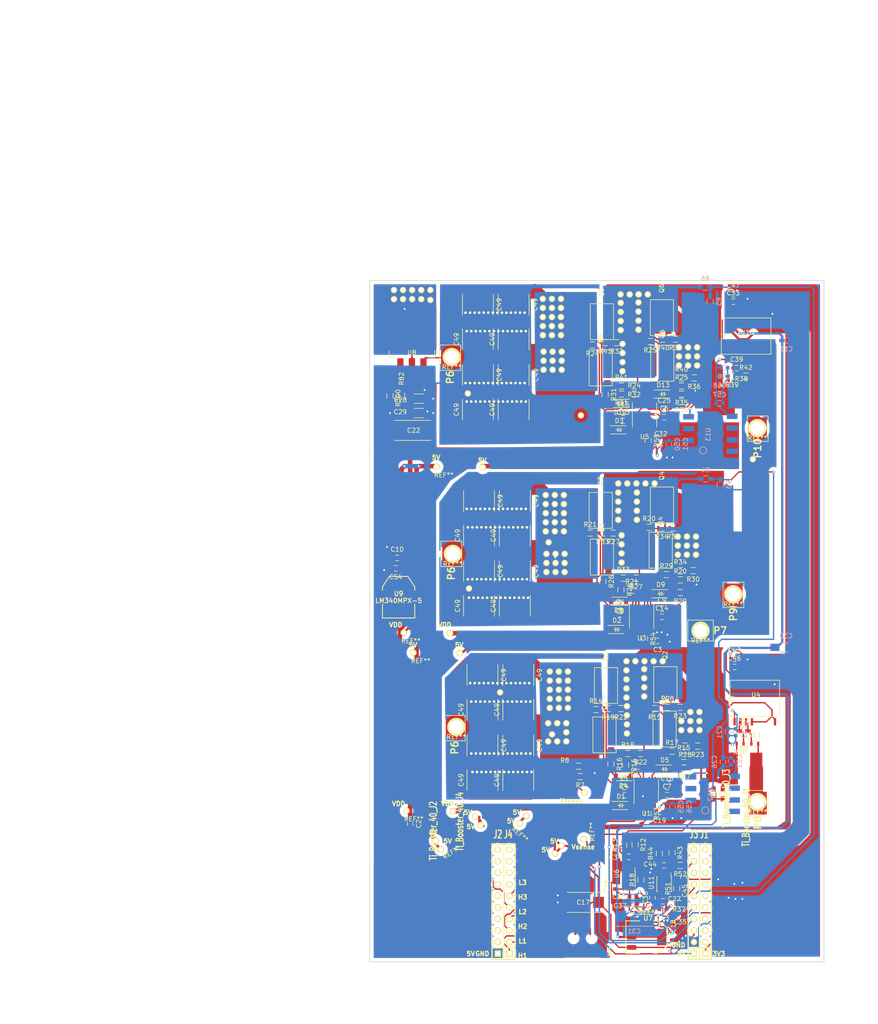
<source format=kicad_pcb>
(kicad_pcb (version 4) (host pcbnew 4.0.0-stable)
  (layers (0 F.Cu signal) (1 In1.Cu signal) (2 In2.Cu signal hide) (31 B.Cu signal) (34 B.Paste user hide) (35 F.Paste user) (36 B.SilkS user) (37 F.SilkS user) (38 B.Mask user hide) (39 F.Mask user) (44 Edge.Cuts user))
  (net 0 "")
  (net 1 GND)
  (net 2 +5V)
  (net 3 V_SUPPLY)
  (net 4 "/Power MOSFETS/CurrentA")
  (net 5 "/Power MOSFETS/H2_VS")
  (net 6 "/Power MOSFETS/CurrentB")
  (net 7 "/Power MOSFETS/CurrentC")
  (net 8 "/Power MOSFETS/M_H1")
  (net 9 "/Power MOSFETS/M_L1")
  (net 10 "/Power MOSFETS/M_H2")
  (net 11 "/Power MOSFETS/M_L2")
  (net 12 "/Power MOSFETS/M_H3")
  (net 13 "/Power MOSFETS/M_L3")
  (net 14 "/Power MOSFETS/PHASE_1")
  (net 15 "/Power MOSFETS/PHASE_3")
  (net 16 "Net-(J1-Pad2)")
  (net 17 "Net-(J1-Pad3)")
  (net 18 "Net-(J1-Pad4)")
  (net 19 "Net-(J1-Pad5)")
  (net 20 "Net-(J1-Pad6)")
  (net 21 "Net-(J1-Pad7)")
  (net 22 "Net-(J1-Pad8)")
  (net 23 "Net-(J1-Pad9)")
  (net 24 "Net-(J1-Pad10)")
  (net 25 "Net-(J2-Pad2)")
  (net 26 "Net-(J2-Pad4)")
  (net 27 "Net-(J2-Pad6)")
  (net 28 "Net-(J2-Pad7)")
  (net 29 "Net-(J2-Pad8)")
  (net 30 "Net-(J2-Pad9)")
  (net 31 "Net-(J3-Pad3)")
  (net 32 "Net-(J3-Pad4)")
  (net 33 "Net-(J3-Pad5)")
  (net 34 "Net-(J3-Pad6)")
  (net 35 "Net-(J3-Pad10)")
  (net 36 "Net-(J4-Pad7)")
  (net 37 "Net-(J4-Pad8)")
  (net 38 "Net-(J4-Pad9)")
  (net 39 "Net-(J4-Pad10)")
  (net 40 +3V3)
  (net 41 "Net-(X1-Pad4)")
  (net 42 "Net-(C1-Pad1)")
  (net 43 "Net-(C6-Pad1)")
  (net 44 "Net-(C13-Pad1)")
  (net 45 "Net-(U1-Pad6)")
  (net 46 "Net-(U3-Pad6)")
  (net 47 "Net-(U5-Pad6)")
  (net 48 VDD)
  (net 49 "Net-(R300-Pad1)")
  (net 50 "Net-(C24-Pad2)")
  (net 51 "Net-(D4-Pad1)")
  (net 52 "Net-(D4-Pad2)")
  (net 53 "Net-(D5-Pad1)")
  (net 54 "Net-(D5-Pad2)")
  (net 55 "Net-(D8-Pad1)")
  (net 56 "Net-(D8-Pad2)")
  (net 57 "Net-(D9-Pad1)")
  (net 58 "Net-(D9-Pad2)")
  (net 59 "Net-(D12-Pad1)")
  (net 60 "Net-(D12-Pad2)")
  (net 61 "Net-(D13-Pad1)")
  (net 62 "Net-(D13-Pad2)")
  (net 63 "Net-(Q1-Pad3)")
  (net 64 "Net-(Q2-Pad3)")
  (net 65 "Net-(Q3-Pad3)")
  (net 66 "Net-(Q4-Pad3)")
  (net 67 "Net-(Q6-Pad3)")
  (net 68 "Net-(Q5-Pad3)")
  (net 69 "Net-(R14-Pad1)")
  (net 70 "Net-(R15-Pad2)")
  (net 71 "Net-(R20-Pad2)")
  (net 72 "Net-(R21-Pad2)")
  (net 73 "Net-(R24-Pad2)")
  (net 74 "Net-(R25-Pad2)")
  (net 75 GNDA)
  (net 76 +1V5)
  (net 77 "Net-(C20-Pad1)")
  (net 78 "Net-(C20-Pad2)")
  (net 79 +5VA)
  (net 80 "Net-(C34-Pad1)")
  (net 81 "Net-(C34-Pad2)")
  (net 82 "Net-(C39-Pad1)")
  (net 83 "Net-(C39-Pad2)")
  (net 84 +5VD)
  (net 85 GNDD)
  (net 86 "Net-(C44-Pad1)")
  (net 87 "Net-(C44-Pad2)")
  (net 88 "Net-(R18-Pad1)")
  (net 89 "Net-(R18-Pad2)")
  (net 90 "Net-(R37-Pad2)")
  (net 91 "Net-(R51-Pad1)")
  (net 92 "Net-(R51-Pad2)")
  (net 93 "Net-(R52-Pad2)")
  (net 94 "Net-(R53-Pad1)")
  (net 95 "Net-(R54-Pad1)")
  (net 96 "Net-(R55-Pad1)")
  (net 97 "Net-(U12-Pad3)")
  (net 98 "Net-(U12-Pad8)")
  (net 99 "Net-(U12-Pad6)")
  (net 100 "Net-(U12-Pad7)")
  (net 101 "Net-(U13-Pad3)")
  (net 102 "Net-(U13-Pad8)")
  (net 103 "Net-(U13-Pad6)")
  (net 104 "Net-(U13-Pad7)")
  (net 105 "/Power MOSFETS/sense1_P")
  (net 106 "/Power MOSFETS/sense2_P")
  (net 107 "/Power MOSFETS/sense2_N")
  (net 108 "/Power MOSFETS/sense1_N")
  (net 109 "Net-(J2-Pad3)")
  (net 110 "Net-(J2-Pad5)")
  (net 111 "Net-(X1-Pad2)")
  (net 112 "Net-(X1-Pad3)")
  (module CRF1:BGA_ADP172 (layer F.Cu) (at 245.36 141.728)
    (fp_text reference REF** (at 0.1 2.1) (layer F.SilkS))
    (fp_text value bga)
    (pad 1 smd circle (at -0.25 0.25) (size 0.32 0.32) (layers F.Cu F.Paste F.Mask) (net 40 +3V3))
    (pad 2 smd circle (at 0.25 0.25) (size 0.32 0.32) (layers F.Cu F.Paste F.Mask) (net 40 +3V3))
    (pad 3 smd circle (at 0.25 -0.25) (size 0.32 0.32) (layers F.Cu F.Paste F.Mask) (net 1 GND))
    (pad 4 smd circle (at -0.25 -0.25) (size 0.32 0.32) (layers F.Cu F.Paste F.Mask) (net 76 +1V5))
  )
  (module Resistors_SMD:R_0603 (layer F.Cu) (at 266.954 25.908)
    (fp_text reference R42 (at 0 -1.9) (layer F.SilkS))
    (fp_text value 20R)
    (pad 1 smd rect (at -0.75 0) (size 0.5 0.9) (layers F.Cu F.Paste F.Mask) (net 83 "Net-(C39-Pad2)"))
    (pad 2 smd rect (at 0.75 0) (size 0.5 0.9) (layers F.Cu F.Paste F.Mask) (net 15 "/Power MOSFETS/PHASE_3"))
  )
  (module LOGO (layer F.Cu) (at 275.59 146.558)
    (fp_text reference G*** hide)
    (fp_text value LOGO hide)
  )
  (module jumper (layer F.Cu) (at 240.759 100.452)
    (fp_text reference REF**1662 hide)
    (fp_text value jumper)
    (pad 1 thru_hole circle (at 0 0.1) (size 1.397 1.397) (drill 0.812) (layers *.Cu *.Mask F.SilkS) (net 75 GNDA))
  )
  (module jumper (layer F.Cu) (at 240.759 98.452)
    (fp_text reference REF**1661 hide)
    (fp_text value jumper)
    (pad 1 thru_hole circle (at 0 0.1) (size 1.397 1.397) (drill 0.812) (layers *.Cu *.Mask F.SilkS) (net 75 GNDA))
  )
  (module jumper (layer F.Cu) (at 240.759 102.452)
    (fp_text reference REF**1663 hide)
    (fp_text value jumper)
    (pad 1 thru_hole circle (at 0 0.1) (size 1.397 1.397) (drill 0.812) (layers *.Cu *.Mask F.SilkS) (net 75 GNDA))
  )
  (module jumper (layer F.Cu) (at 240.759 104.452)
    (fp_text reference REF**1664 hide)
    (fp_text value jumper)
    (pad 1 thru_hole circle (at 0 0.1) (size 1.397 1.397) (drill 0.812) (layers *.Cu *.Mask F.SilkS) (net 75 GNDA))
  )
  (module Resistors_SMD:R_0603 (layer F.Cu) (at 250.686 108.458)
    (fp_text reference R17 (at 0 -1.9) (layer F.SilkS))
    (fp_text value R4)
    (pad 1 smd rect (at -0.75 0) (size 0.5 0.9) (layers F.Cu F.Paste F.Mask) (net 70 "Net-(R15-Pad2)"))
    (pad 2 smd rect (at 0.75 0) (size 0.5 0.9) (layers F.Cu F.Paste F.Mask) (net 54 "Net-(D5-Pad2)"))
  )
  (module Resistors_SMD:R_0603 (layer F.Cu) (at 246.888 99.06 180)
    (fp_text reference R15 (at 0 -1.9 180) (layer F.SilkS))
    (fp_text value 10R)
    (pad 1 smd rect (at -0.75 0 180) (size 0.5 0.9) (layers F.Cu F.Paste F.Mask) (net 53 "Net-(D5-Pad1)"))
    (pad 2 smd rect (at 0.75 0 180) (size 0.5 0.9) (layers F.Cu F.Paste F.Mask) (net 70 "Net-(R15-Pad2)"))
  )
  (module Resistors_SMD:R_0603 (layer F.Cu) (at 252.464 98.806 180)
    (fp_text reference R23 (at 0 -1.9 180) (layer F.SilkS))
    (fp_text value R39k)
    (pad 1 smd rect (at -0.75 0 180) (size 0.5 0.9) (layers F.Cu F.Paste F.Mask) (net 1 GND))
    (pad 2 smd rect (at 0.75 0 180) (size 0.5 0.9) (layers F.Cu F.Paste F.Mask) (net 70 "Net-(R15-Pad2)"))
  )
  (module Resistors_SMD:R_0603 (layer F.Cu) (at 249.682 98.806)
    (fp_text reference R28 (at 0 -1.9) (layer F.SilkS))
    (fp_text value ferrite)
    (pad 1 smd rect (at -0.75 0) (size 0.5 0.9) (layers F.Cu F.Paste F.Mask) (net 70 "Net-(R15-Pad2)"))
    (pad 2 smd rect (at 0.75 0) (size 0.5 0.9) (layers F.Cu F.Paste F.Mask) (net 64 "Net-(Q2-Pad3)"))
  )
  (module Resistors_SMD:R_0603 (layer F.Cu) (at 237.236 111.264 270)
    (fp_text reference R16 (at 0 -1.9 270) (layer F.SilkS))
    (fp_text value R4)
    (pad 1 smd rect (at -0.75 0 270) (size 0.5 0.9) (layers F.Cu F.Paste F.Mask) (net 69 "Net-(R14-Pad1)"))
    (pad 2 smd rect (at 0.75 0 270) (size 0.5 0.9) (layers F.Cu F.Paste F.Mask) (net 52 "Net-(D4-Pad2)"))
  )
  (module Resistors_SMD:R_0603 (layer F.Cu) (at 233.946 99.314)
    (fp_text reference R14 (at 0 -1.9) (layer F.SilkS))
    (fp_text value 10R)
    (pad 1 smd rect (at -0.75 0) (size 0.5 0.9) (layers F.Cu F.Paste F.Mask) (net 69 "Net-(R14-Pad1)"))
    (pad 2 smd rect (at 0.75 0) (size 0.5 0.9) (layers F.Cu F.Paste F.Mask) (net 51 "Net-(D4-Pad1)"))
  )
  (module Resistors_SMD:R_0603 (layer F.Cu) (at 239.458128 99.068712 180)
    (fp_text reference R22 (at 0 -1.9 180) (layer F.SilkS))
    (fp_text value R39k)
    (pad 1 smd rect (at -0.75 0 180) (size 0.5 0.9) (layers F.Cu F.Paste F.Mask) (net 75 GNDA))
    (pad 2 smd rect (at 0.75 0 180) (size 0.5 0.9) (layers F.Cu F.Paste F.Mask) (net 69 "Net-(R14-Pad1)"))
  )
  (module Resistors_SMD:R_0603 (layer F.Cu) (at 236.640128 99.068712 180)
    (fp_text reference R19 (at 0 -1.9 180) (layer F.SilkS))
    (fp_text value ferrite)
    (pad 1 smd rect (at -0.75 0 180) (size 0.5 0.9) (layers F.Cu F.Paste F.Mask) (net 63 "Net-(Q1-Pad3)"))
    (pad 2 smd rect (at 0.75 0 180) (size 0.5 0.9) (layers F.Cu F.Paste F.Mask) (net 69 "Net-(R14-Pad1)"))
  )
  (module Resistors_SMD:R_0603 (layer F.Cu) (at 252.781128 31.496 180)
    (fp_text reference R35 (at 0 -1.9 180) (layer F.SilkS))
    (fp_text value R4)
    (pad 1 smd rect (at -0.75 0 180) (size 0.5 0.9) (layers F.Cu F.Paste F.Mask) (net 74 "Net-(R25-Pad2)"))
    (pad 2 smd rect (at 0.75 0 180) (size 0.5 0.9) (layers F.Cu F.Paste F.Mask) (net 62 "Net-(D13-Pad2)"))
  )
  (module Resistors_SMD:R_0603 (layer F.Cu) (at 245.884 18.288 180)
    (fp_text reference R25 (at 0 -1.9 180) (layer F.SilkS))
    (fp_text value 10R)
    (pad 1 smd rect (at -0.75 0 180) (size 0.5 0.9) (layers F.Cu F.Paste F.Mask) (net 61 "Net-(D13-Pad1)"))
    (pad 2 smd rect (at 0.75 0 180) (size 0.5 0.9) (layers F.Cu F.Paste F.Mask) (net 74 "Net-(R25-Pad2)"))
  )
  (module Resistors_SMD:R_0603 (layer F.Cu) (at 251.472 17.78 180)
    (fp_text reference R36 (at 0 -1.9 180) (layer F.SilkS))
    (fp_text value R39k)
    (pad 1 smd rect (at -0.75 0 180) (size 0.5 0.9) (layers F.Cu F.Paste F.Mask) (net 1 GND))
    (pad 2 smd rect (at 0.75 0 180) (size 0.5 0.9) (layers F.Cu F.Paste F.Mask) (net 74 "Net-(R25-Pad2)"))
  )
  (module Resistors_SMD:R_0603 (layer F.Cu) (at 248.666 17.78 180)
    (fp_text reference R40 (at 0 -1.9 180) (layer F.SilkS))
    (fp_text value ferrite)
    (pad 1 smd rect (at -0.75 0 180) (size 0.5 0.9) (layers F.Cu F.Paste F.Mask) (net 67 "Net-(Q6-Pad3)"))
    (pad 2 smd rect (at 0.75 0 180) (size 0.5 0.9) (layers F.Cu F.Paste F.Mask) (net 74 "Net-(R25-Pad2)"))
  )
  (module Resistors_SMD:R_0603 (layer F.Cu) (at 235.966 29.96 270)
    (fp_text reference R31 (at 0 -1.9 270) (layer F.SilkS))
    (fp_text value R4)
    (pad 1 smd rect (at -0.75 0 270) (size 0.5 0.9) (layers F.Cu F.Paste F.Mask) (net 73 "Net-(R24-Pad2)"))
    (pad 2 smd rect (at 0.75 0 270) (size 0.5 0.9) (layers F.Cu F.Paste F.Mask) (net 60 "Net-(D12-Pad2)"))
  )
  (module Resistors_SMD:R_0603 (layer F.Cu) (at 233.184 19.05 180)
    (fp_text reference R24 (at 0 -1.9 180) (layer F.SilkS))
    (fp_text value 10R)
    (pad 1 smd rect (at -0.75 0 180) (size 0.5 0.9) (layers F.Cu F.Paste F.Mask) (net 59 "Net-(D12-Pad1)"))
    (pad 2 smd rect (at 0.75 0 180) (size 0.5 0.9) (layers F.Cu F.Paste F.Mask) (net 73 "Net-(R24-Pad2)"))
  )
  (module Resistors_SMD:R_0603 (layer F.Cu) (at 238.506 18.542 180)
    (fp_text reference R32 (at 0 -1.9 180) (layer F.SilkS))
    (fp_text value R39k)
    (pad 1 smd rect (at -0.75 0 180) (size 0.5 0.9) (layers F.Cu F.Paste F.Mask) (net 85 GNDD))
    (pad 2 smd rect (at 0.75 0 180) (size 0.5 0.9) (layers F.Cu F.Paste F.Mask) (net 73 "Net-(R24-Pad2)"))
  )
  (module Resistors_SMD:R_0603 (layer F.Cu) (at 235.966 18.542 180)
    (fp_text reference R41 (at 0 -1.9 180) (layer F.SilkS))
    (fp_text value ferrite)
    (pad 1 smd rect (at -0.75 0 180) (size 0.5 0.9) (layers F.Cu F.Paste F.Mask) (net 68 "Net-(Q5-Pad3)"))
    (pad 2 smd rect (at 0.75 0 180) (size 0.5 0.9) (layers F.Cu F.Paste F.Mask) (net 73 "Net-(R24-Pad2)"))
  )
  (module Resistors_SMD:R_0603 (layer F.Cu) (at 249.44 69.596)
    (fp_text reference R29 (at 0 -1.9) (layer F.SilkS))
    (fp_text value R4)
    (pad 1 smd rect (at -0.75 0) (size 0.5 0.9) (layers F.Cu F.Paste F.Mask) (net 71 "Net-(R20-Pad2)"))
    (pad 2 smd rect (at 0.75 0) (size 0.5 0.9) (layers F.Cu F.Paste F.Mask) (net 58 "Net-(D9-Pad2)"))
  )
  (module Resistors_SMD:R_0603 (layer F.Cu) (at 245.63 59.182)
    (fp_text reference R20 (at 0 -1.9) (layer F.SilkS))
    (fp_text value 10R)
    (pad 1 smd rect (at -0.75 0) (size 0.5 0.9) (layers F.Cu F.Paste F.Mask) (net 57 "Net-(D9-Pad1)"))
    (pad 2 smd rect (at 0.75 0) (size 0.5 0.9) (layers F.Cu F.Paste F.Mask) (net 71 "Net-(R20-Pad2)"))
  )
  (module Resistors_SMD:R_0603 (layer F.Cu) (at 250.952 59.317712 180)
    (fp_text reference R30 (at 0 -1.9 180) (layer F.SilkS))
    (fp_text value R39k)
    (pad 1 smd rect (at -0.75 0 180) (size 0.5 0.9) (layers F.Cu F.Paste F.Mask) (net 1 GND))
    (pad 2 smd rect (at 0.75 0 180) (size 0.5 0.9) (layers F.Cu F.Paste F.Mask) (net 71 "Net-(R20-Pad2)"))
  )
  (module Resistors_SMD:R_0603 (layer F.Cu) (at 248.412 59.317712 180)
    (fp_text reference R34 (at 0 -1.9 180) (layer F.SilkS))
    (fp_text value ferrite)
    (pad 1 smd rect (at -0.75 0 180) (size 0.5 0.9) (layers F.Cu F.Paste F.Mask) (net 66 "Net-(Q4-Pad3)"))
    (pad 2 smd rect (at 0.75 0 180) (size 0.5 0.9) (layers F.Cu F.Paste F.Mask) (net 71 "Net-(R20-Pad2)"))
  )
  (module Resistors_SMD:R_0603 (layer F.Cu) (at 235.458 71.108 270)
    (fp_text reference R26 (at 0 -1.9 270) (layer F.SilkS))
    (fp_text value R4)
    (pad 1 smd rect (at -0.75 0 270) (size 0.5 0.9) (layers F.Cu F.Paste F.Mask) (net 72 "Net-(R21-Pad2)"))
    (pad 2 smd rect (at 0.75 0 270) (size 0.5 0.9) (layers F.Cu F.Paste F.Mask) (net 56 "Net-(D8-Pad2)"))
  )
  (module Resistors_SMD:R_0603 (layer F.Cu) (at 232.676 60.452)
    (fp_text reference R21 (at 0 -1.9) (layer F.SilkS))
    (fp_text value 10R)
    (pad 1 smd rect (at -0.75 0) (size 0.5 0.9) (layers F.Cu F.Paste F.Mask) (net 55 "Net-(D8-Pad1)"))
    (pad 2 smd rect (at 0.75 0) (size 0.5 0.9) (layers F.Cu F.Paste F.Mask) (net 72 "Net-(R21-Pad2)"))
  )
  (module Resistors_SMD:R_0603 (layer F.Cu) (at 237.744 60.452 180)
    (fp_text reference R27 (at 0 -1.9 180) (layer F.SilkS))
    (fp_text value R39k)
    (pad 1 smd rect (at -0.75 0 180) (size 0.5 0.9) (layers F.Cu F.Paste F.Mask) (net 5 "/Power MOSFETS/H2_VS"))
    (pad 2 smd rect (at 0.75 0 180) (size 0.5 0.9) (layers F.Cu F.Paste F.Mask) (net 72 "Net-(R21-Pad2)"))
  )
  (module Resistors_SMD:R_0603 (layer F.Cu) (at 235.446 60.452 180)
    (fp_text reference R33 (at 0 -1.9 180) (layer F.SilkS))
    (fp_text value ferrite)
    (pad 1 smd rect (at -0.75 0 180) (size 0.5 0.9) (layers F.Cu F.Paste F.Mask) (net 65 "Net-(Q3-Pad3)"))
    (pad 2 smd rect (at 0.75 0 180) (size 0.5 0.9) (layers F.Cu F.Paste F.Mask) (net 72 "Net-(R21-Pad2)"))
  )
  (module jumper (layer F.Cu) (at 212.852 95.404)
    (fp_text reference REF**1611 hide)
    (fp_text value jumper)
    (pad 1 thru_hole circle (at 0 0.1) (size 1.397 1.397) (drill 0.812) (layers *.Cu *.Mask F.SilkS) (net 1 GND))
  )
  (module jumper (layer F.Cu) (at 268.478 44.096)
    (fp_text reference REF**1611 hide)
    (fp_text value jumper)
    (pad 1 thru_hole circle (at 0 0.1) (size 1.397 1.397) (drill 0.812) (layers *.Cu *.Mask F.SilkS) (net 1 GND))
  )
  (module jumper (layer F.Cu) (at 205.74 29.618)
    (fp_text reference REF**1611 hide)
    (fp_text value jumper)
    (pad 1 thru_hole circle (at 0 0.1) (size 1.397 1.397) (drill 0.812) (layers *.Cu *.Mask F.SilkS) (net 1 GND))
  )
  (module jumper (layer F.Cu) (at 230.632 34.444)
    (fp_text reference REF**111 hide)
    (fp_text value jumper)
    (pad 1 thru_hole circle (at 0 0.1) (size 1.397 1.397) (drill 0.812) (layers *.Cu *.Mask F.SilkS) (net 3 V_SUPPLY))
  )
  (module jumper (layer F.Cu) (at 223.52 62.384)
    (fp_text reference REF**111 hide)
    (fp_text value jumper)
    (pad 1 thru_hole circle (at 0 0.1) (size 1.397 1.397) (drill 0.812) (layers *.Cu *.Mask F.SilkS) (net 3 V_SUPPLY))
  )
  (module jumper (layer F.Cu) (at 205.994 72.544)
    (fp_text reference REF**1611 hide)
    (fp_text value jumper)
    (pad 1 thru_hole circle (at 0 0.1) (size 1.397 1.397) (drill 0.812) (layers *.Cu *.Mask F.SilkS) (net 1 GND))
  )
  (module jumper (layer F.Cu) (at 224.282 104.648)
    (fp_text reference REF**111 hide)
    (fp_text value jumper)
    (pad 1 thru_hole circle (at 0 0.1) (size 1.397 1.397) (drill 0.812) (layers *.Cu *.Mask F.SilkS) (net 3 V_SUPPLY))
  )
  (module jumper (layer F.Cu) (at 214.502 108.866)
    (fp_text reference REF**91 hide)
    (fp_text value jumper)
    (pad 1 thru_hole circle (at 0 0.1) (size 0.6 0.6) (drill 0.4) (layers *.Cu *.Mask F.SilkS) (net 1 GND))
  )
  (module jumper (layer F.Cu) (at 211.502 108.866)
    (fp_text reference REF**61 hide)
    (fp_text value jumper)
    (pad 1 thru_hole circle (at 0 0.1) (size 0.6 0.6) (drill 0.4) (layers *.Cu *.Mask F.SilkS) (net 1 GND))
  )
  (module jumper (layer F.Cu) (at 213.502 108.866)
    (fp_text reference REF**81 hide)
    (fp_text value jumper)
    (pad 1 thru_hole circle (at 0 0.1) (size 0.6 0.6) (drill 0.4) (layers *.Cu *.Mask F.SilkS) (net 1 GND))
  )
  (module jumper (layer F.Cu) (at 212.502 108.866)
    (fp_text reference REF**71 hide)
    (fp_text value jumper)
    (pad 1 thru_hole circle (at 0 0.1) (size 0.6 0.6) (drill 0.4) (layers *.Cu *.Mask F.SilkS) (net 1 GND))
  )
  (module jumper (layer F.Cu) (at 215.502 108.866)
    (fp_text reference REF**101 hide)
    (fp_text value jumper)
    (pad 1 thru_hole circle (at 0 0.1) (size 0.6 0.6) (drill 0.4) (layers *.Cu *.Mask F.SilkS) (net 1 GND))
  )
  (module jumper (layer F.Cu) (at 207.502 108.866)
    (fp_text reference REF**21 hide)
    (fp_text value jumper)
    (pad 1 thru_hole circle (at 0 0.1) (size 0.6 0.6) (drill 0.4) (layers *.Cu *.Mask F.SilkS) (net 1 GND))
  )
  (module jumper (layer F.Cu) (at 210.502 108.866)
    (fp_text reference REF**51 hide)
    (fp_text value jumper)
    (pad 1 thru_hole circle (at 0 0.1) (size 0.6 0.6) (drill 0.4) (layers *.Cu *.Mask F.SilkS) (net 1 GND))
  )
  (module jumper (layer F.Cu) (at 208.502 108.866)
    (fp_text reference REF**31 hide)
    (fp_text value jumper)
    (pad 1 thru_hole circle (at 0 0.1) (size 0.6 0.6) (drill 0.4) (layers *.Cu *.Mask F.SilkS) (net 1 GND))
  )
  (module jumper (layer F.Cu) (at 209.502 108.866)
    (fp_text reference REF**41 hide)
    (fp_text value jumper)
    (pad 1 thru_hole circle (at 0 0.1) (size 0.6 0.6) (drill 0.4) (layers *.Cu *.Mask F.SilkS) (net 1 GND))
  )
  (module jumper (layer F.Cu) (at 218.502 108.866)
    (fp_text reference REF**131 hide)
    (fp_text value jumper)
    (pad 1 thru_hole circle (at 0 0.1) (size 0.6 0.6) (drill 0.4) (layers *.Cu *.Mask F.SilkS) (net 1 GND))
  )
  (module jumper (layer F.Cu) (at 216.502 108.866)
    (fp_text reference REF**111 hide)
    (fp_text value jumper)
    (pad 1 thru_hole circle (at 0 0.1) (size 0.6 0.6) (drill 0.4) (layers *.Cu *.Mask F.SilkS) (net 1 GND))
  )
  (module jumper (layer F.Cu) (at 217.502 108.866)
    (fp_text reference REF**121 hide)
    (fp_text value jumper)
    (pad 1 thru_hole circle (at 0 0.1) (size 0.6 0.6) (drill 0.4) (layers *.Cu *.Mask F.SilkS) (net 1 GND))
  )
  (module jumper (layer F.Cu) (at 219.502 108.866)
    (fp_text reference REF**141 hide)
    (fp_text value jumper)
    (pad 1 thru_hole circle (at 0 0.1) (size 0.6 0.6) (drill 0.4) (layers *.Cu *.Mask F.SilkS) (net 1 GND))
  )
  (module jumper (layer F.Cu) (at 206.502 108.866)
    (fp_text reference REF**11 hide)
    (fp_text value jumper)
    (pad 1 thru_hole circle (at 0 0.1) (size 0.6 0.6) (drill 0.4) (layers *.Cu *.Mask F.SilkS) (net 1 GND))
  )
  (module jumper (layer F.Cu) (at 211.756 112.93)
    (fp_text reference REF**61 hide)
    (fp_text value jumper)
    (pad 1 thru_hole circle (at 0 0.1) (size 0.6 0.6) (drill 0.4) (layers *.Cu *.Mask F.SilkS) (net 1 GND))
  )
  (module jumper (layer F.Cu) (at 209.756 112.93)
    (fp_text reference REF**41 hide)
    (fp_text value jumper)
    (pad 1 thru_hole circle (at 0 0.1) (size 0.6 0.6) (drill 0.4) (layers *.Cu *.Mask F.SilkS) (net 1 GND))
  )
  (module jumper (layer F.Cu) (at 208.756 112.93)
    (fp_text reference REF**31 hide)
    (fp_text value jumper)
    (pad 1 thru_hole circle (at 0 0.1) (size 0.6 0.6) (drill 0.4) (layers *.Cu *.Mask F.SilkS) (net 1 GND))
  )
  (module jumper (layer F.Cu) (at 207.756 112.93)
    (fp_text reference REF**21 hide)
    (fp_text value jumper)
    (pad 1 thru_hole circle (at 0 0.1) (size 0.6 0.6) (drill 0.4) (layers *.Cu *.Mask F.SilkS) (net 1 GND))
  )
  (module jumper (layer F.Cu) (at 210.756 112.93)
    (fp_text reference REF**51 hide)
    (fp_text value jumper)
    (pad 1 thru_hole circle (at 0 0.1) (size 0.6 0.6) (drill 0.4) (layers *.Cu *.Mask F.SilkS) (net 1 GND))
  )
  (module jumper (layer F.Cu) (at 219.756 112.93)
    (fp_text reference REF**141 hide)
    (fp_text value jumper)
    (pad 1 thru_hole circle (at 0 0.1) (size 0.6 0.6) (drill 0.4) (layers *.Cu *.Mask F.SilkS) (net 1 GND))
  )
  (module jumper (layer F.Cu) (at 217.756 112.93)
    (fp_text reference REF**121 hide)
    (fp_text value jumper)
    (pad 1 thru_hole circle (at 0 0.1) (size 0.6 0.6) (drill 0.4) (layers *.Cu *.Mask F.SilkS) (net 1 GND))
  )
  (module jumper (layer F.Cu) (at 218.756 112.93)
    (fp_text reference REF**131 hide)
    (fp_text value jumper)
    (pad 1 thru_hole circle (at 0 0.1) (size 0.6 0.6) (drill 0.4) (layers *.Cu *.Mask F.SilkS) (net 1 GND))
  )
  (module jumper (layer F.Cu) (at 216.756 112.93)
    (fp_text reference REF**111 hide)
    (fp_text value jumper)
    (pad 1 thru_hole circle (at 0 0.1) (size 0.6 0.6) (drill 0.4) (layers *.Cu *.Mask F.SilkS) (net 1 GND))
  )
  (module jumper (layer F.Cu) (at 215.756 112.93)
    (fp_text reference REF**101 hide)
    (fp_text value jumper)
    (pad 1 thru_hole circle (at 0 0.1) (size 0.6 0.6) (drill 0.4) (layers *.Cu *.Mask F.SilkS) (net 1 GND))
  )
  (module jumper (layer F.Cu) (at 214.756 112.93)
    (fp_text reference REF**91 hide)
    (fp_text value jumper)
    (pad 1 thru_hole circle (at 0 0.1) (size 0.6 0.6) (drill 0.4) (layers *.Cu *.Mask F.SilkS) (net 1 GND))
  )
  (module jumper (layer F.Cu) (at 213.756 112.93)
    (fp_text reference REF**81 hide)
    (fp_text value jumper)
    (pad 1 thru_hole circle (at 0 0.1) (size 0.6 0.6) (drill 0.4) (layers *.Cu *.Mask F.SilkS) (net 1 GND))
  )
  (module jumper (layer F.Cu) (at 212.756 112.93)
    (fp_text reference REF**71 hide)
    (fp_text value jumper)
    (pad 1 thru_hole circle (at 0 0.1) (size 0.6 0.6) (drill 0.4) (layers *.Cu *.Mask F.SilkS) (net 1 GND))
  )
  (module jumper (layer F.Cu) (at 206.756 112.93)
    (fp_text reference REF**11 hide)
    (fp_text value jumper)
    (pad 1 thru_hole circle (at 0 0.1) (size 0.6 0.6) (drill 0.4) (layers *.Cu *.Mask F.SilkS) (net 1 GND))
  )
  (module jumper (layer F.Cu) (at 214.248 93.372)
    (fp_text reference REF**91 hide)
    (fp_text value jumper)
    (pad 1 thru_hole circle (at 0 0.1) (size 0.6 0.6) (drill 0.4) (layers *.Cu *.Mask F.SilkS) (net 1 GND))
  )
  (module jumper (layer F.Cu) (at 211.248 93.372)
    (fp_text reference REF**61 hide)
    (fp_text value jumper)
    (pad 1 thru_hole circle (at 0 0.1) (size 0.6 0.6) (drill 0.4) (layers *.Cu *.Mask F.SilkS) (net 1 GND))
  )
  (module jumper (layer F.Cu) (at 213.248 93.372)
    (fp_text reference REF**81 hide)
    (fp_text value jumper)
    (pad 1 thru_hole circle (at 0 0.1) (size 0.6 0.6) (drill 0.4) (layers *.Cu *.Mask F.SilkS) (net 1 GND))
  )
  (module jumper (layer F.Cu) (at 212.248 93.372)
    (fp_text reference REF**71 hide)
    (fp_text value jumper)
    (pad 1 thru_hole circle (at 0 0.1) (size 0.6 0.6) (drill 0.4) (layers *.Cu *.Mask F.SilkS) (net 1 GND))
  )
  (module jumper (layer F.Cu) (at 215.248 93.372)
    (fp_text reference REF**101 hide)
    (fp_text value jumper)
    (pad 1 thru_hole circle (at 0 0.1) (size 0.6 0.6) (drill 0.4) (layers *.Cu *.Mask F.SilkS) (net 1 GND))
  )
  (module jumper (layer F.Cu) (at 207.248 93.372)
    (fp_text reference REF**21 hide)
    (fp_text value jumper)
    (pad 1 thru_hole circle (at 0 0.1) (size 0.6 0.6) (drill 0.4) (layers *.Cu *.Mask F.SilkS) (net 1 GND))
  )
  (module jumper (layer F.Cu) (at 210.248 93.372)
    (fp_text reference REF**51 hide)
    (fp_text value jumper)
    (pad 1 thru_hole circle (at 0 0.1) (size 0.6 0.6) (drill 0.4) (layers *.Cu *.Mask F.SilkS) (net 1 GND))
  )
  (module jumper (layer F.Cu) (at 208.248 93.372)
    (fp_text reference REF**31 hide)
    (fp_text value jumper)
    (pad 1 thru_hole circle (at 0 0.1) (size 0.6 0.6) (drill 0.4) (layers *.Cu *.Mask F.SilkS) (net 1 GND))
  )
  (module jumper (layer F.Cu) (at 209.248 93.372)
    (fp_text reference REF**41 hide)
    (fp_text value jumper)
    (pad 1 thru_hole circle (at 0 0.1) (size 0.6 0.6) (drill 0.4) (layers *.Cu *.Mask F.SilkS) (net 1 GND))
  )
  (module jumper (layer F.Cu) (at 218.248 93.372)
    (fp_text reference REF**131 hide)
    (fp_text value jumper)
    (pad 1 thru_hole circle (at 0 0.1) (size 0.6 0.6) (drill 0.4) (layers *.Cu *.Mask F.SilkS) (net 1 GND))
  )
  (module jumper (layer F.Cu) (at 216.248 93.372)
    (fp_text reference REF**111 hide)
    (fp_text value jumper)
    (pad 1 thru_hole circle (at 0 0.1) (size 0.6 0.6) (drill 0.4) (layers *.Cu *.Mask F.SilkS) (net 1 GND))
  )
  (module jumper (layer F.Cu) (at 217.248 93.372)
    (fp_text reference REF**121 hide)
    (fp_text value jumper)
    (pad 1 thru_hole circle (at 0 0.1) (size 0.6 0.6) (drill 0.4) (layers *.Cu *.Mask F.SilkS) (net 1 GND))
  )
  (module jumper (layer F.Cu) (at 219.248 93.372)
    (fp_text reference REF**141 hide)
    (fp_text value jumper)
    (pad 1 thru_hole circle (at 0 0.1) (size 0.6 0.6) (drill 0.4) (layers *.Cu *.Mask F.SilkS) (net 1 GND))
  )
  (module jumper (layer F.Cu) (at 206.248 93.372)
    (fp_text reference REF**11 hide)
    (fp_text value jumper)
    (pad 1 thru_hole circle (at 0 0.1) (size 0.6 0.6) (drill 0.4) (layers *.Cu *.Mask F.SilkS) (net 1 GND))
  )
  (module jumper (layer F.Cu) (at 211.502 97.436)
    (fp_text reference REF**61 hide)
    (fp_text value jumper)
    (pad 1 thru_hole circle (at 0 0.1) (size 0.6 0.6) (drill 0.4) (layers *.Cu *.Mask F.SilkS) (net 1 GND))
  )
  (module jumper (layer F.Cu) (at 209.502 97.436)
    (fp_text reference REF**41 hide)
    (fp_text value jumper)
    (pad 1 thru_hole circle (at 0 0.1) (size 0.6 0.6) (drill 0.4) (layers *.Cu *.Mask F.SilkS) (net 1 GND))
  )
  (module jumper (layer F.Cu) (at 208.502 97.436)
    (fp_text reference REF**31 hide)
    (fp_text value jumper)
    (pad 1 thru_hole circle (at 0 0.1) (size 0.6 0.6) (drill 0.4) (layers *.Cu *.Mask F.SilkS) (net 1 GND))
  )
  (module jumper (layer F.Cu) (at 207.502 97.436)
    (fp_text reference REF**21 hide)
    (fp_text value jumper)
    (pad 1 thru_hole circle (at 0 0.1) (size 0.6 0.6) (drill 0.4) (layers *.Cu *.Mask F.SilkS) (net 1 GND))
  )
  (module jumper (layer F.Cu) (at 210.502 97.436)
    (fp_text reference REF**51 hide)
    (fp_text value jumper)
    (pad 1 thru_hole circle (at 0 0.1) (size 0.6 0.6) (drill 0.4) (layers *.Cu *.Mask F.SilkS) (net 1 GND))
  )
  (module jumper (layer F.Cu) (at 219.502 97.436)
    (fp_text reference REF**141 hide)
    (fp_text value jumper)
    (pad 1 thru_hole circle (at 0 0.1) (size 0.6 0.6) (drill 0.4) (layers *.Cu *.Mask F.SilkS) (net 1 GND))
  )
  (module jumper (layer F.Cu) (at 217.502 97.436)
    (fp_text reference REF**121 hide)
    (fp_text value jumper)
    (pad 1 thru_hole circle (at 0 0.1) (size 0.6 0.6) (drill 0.4) (layers *.Cu *.Mask F.SilkS) (net 1 GND))
  )
  (module jumper (layer F.Cu) (at 218.502 97.436)
    (fp_text reference REF**131 hide)
    (fp_text value jumper)
    (pad 1 thru_hole circle (at 0 0.1) (size 0.6 0.6) (drill 0.4) (layers *.Cu *.Mask F.SilkS) (net 1 GND))
  )
  (module jumper (layer F.Cu) (at 216.502 97.436)
    (fp_text reference REF**111 hide)
    (fp_text value jumper)
    (pad 1 thru_hole circle (at 0 0.1) (size 0.6 0.6) (drill 0.4) (layers *.Cu *.Mask F.SilkS) (net 1 GND))
  )
  (module jumper (layer F.Cu) (at 215.502 97.436)
    (fp_text reference REF**101 hide)
    (fp_text value jumper)
    (pad 1 thru_hole circle (at 0 0.1) (size 0.6 0.6) (drill 0.4) (layers *.Cu *.Mask F.SilkS) (net 1 GND))
  )
  (module jumper (layer F.Cu) (at 214.502 97.436)
    (fp_text reference REF**91 hide)
    (fp_text value jumper)
    (pad 1 thru_hole circle (at 0 0.1) (size 0.6 0.6) (drill 0.4) (layers *.Cu *.Mask F.SilkS) (net 1 GND))
  )
  (module jumper (layer F.Cu) (at 213.502 97.436)
    (fp_text reference REF**81 hide)
    (fp_text value jumper)
    (pad 1 thru_hole circle (at 0 0.1) (size 0.6 0.6) (drill 0.4) (layers *.Cu *.Mask F.SilkS) (net 1 GND))
  )
  (module jumper (layer F.Cu) (at 212.502 97.436)
    (fp_text reference REF**71 hide)
    (fp_text value jumper)
    (pad 1 thru_hole circle (at 0 0.1) (size 0.6 0.6) (drill 0.4) (layers *.Cu *.Mask F.SilkS) (net 1 GND))
  )
  (module jumper (layer F.Cu) (at 206.502 97.436)
    (fp_text reference REF**11 hide)
    (fp_text value jumper)
    (pad 1 thru_hole circle (at 0 0.1) (size 0.6 0.6) (drill 0.4) (layers *.Cu *.Mask F.SilkS) (net 1 GND))
  )
  (module jumper (layer F.Cu) (at 213.74 70.512)
    (fp_text reference REF**91 hide)
    (fp_text value jumper)
    (pad 1 thru_hole circle (at 0 0.1) (size 0.6 0.6) (drill 0.4) (layers *.Cu *.Mask F.SilkS) (net 1 GND))
  )
  (module jumper (layer F.Cu) (at 210.74 70.512)
    (fp_text reference REF**61 hide)
    (fp_text value jumper)
    (pad 1 thru_hole circle (at 0 0.1) (size 0.6 0.6) (drill 0.4) (layers *.Cu *.Mask F.SilkS) (net 1 GND))
  )
  (module jumper (layer F.Cu) (at 212.74 70.512)
    (fp_text reference REF**81 hide)
    (fp_text value jumper)
    (pad 1 thru_hole circle (at 0 0.1) (size 0.6 0.6) (drill 0.4) (layers *.Cu *.Mask F.SilkS) (net 1 GND))
  )
  (module jumper (layer F.Cu) (at 211.74 70.512)
    (fp_text reference REF**71 hide)
    (fp_text value jumper)
    (pad 1 thru_hole circle (at 0 0.1) (size 0.6 0.6) (drill 0.4) (layers *.Cu *.Mask F.SilkS) (net 1 GND))
  )
  (module jumper (layer F.Cu) (at 214.74 70.512)
    (fp_text reference REF**101 hide)
    (fp_text value jumper)
    (pad 1 thru_hole circle (at 0 0.1) (size 0.6 0.6) (drill 0.4) (layers *.Cu *.Mask F.SilkS) (net 1 GND))
  )
  (module jumper (layer F.Cu) (at 206.74 70.512)
    (fp_text reference REF**21 hide)
    (fp_text value jumper)
    (pad 1 thru_hole circle (at 0 0.1) (size 0.6 0.6) (drill 0.4) (layers *.Cu *.Mask F.SilkS) (net 1 GND))
  )
  (module jumper (layer F.Cu) (at 209.74 70.512)
    (fp_text reference REF**51 hide)
    (fp_text value jumper)
    (pad 1 thru_hole circle (at 0 0.1) (size 0.6 0.6) (drill 0.4) (layers *.Cu *.Mask F.SilkS) (net 1 GND))
  )
  (module jumper (layer F.Cu) (at 207.74 70.512)
    (fp_text reference REF**31 hide)
    (fp_text value jumper)
    (pad 1 thru_hole circle (at 0 0.1) (size 0.6 0.6) (drill 0.4) (layers *.Cu *.Mask F.SilkS) (net 1 GND))
  )
  (module jumper (layer F.Cu) (at 208.74 70.512)
    (fp_text reference REF**41 hide)
    (fp_text value jumper)
    (pad 1 thru_hole circle (at 0 0.1) (size 0.6 0.6) (drill 0.4) (layers *.Cu *.Mask F.SilkS) (net 1 GND))
  )
  (module jumper (layer F.Cu) (at 217.74 70.512)
    (fp_text reference REF**131 hide)
    (fp_text value jumper)
    (pad 1 thru_hole circle (at 0 0.1) (size 0.6 0.6) (drill 0.4) (layers *.Cu *.Mask F.SilkS) (net 1 GND))
  )
  (module jumper (layer F.Cu) (at 215.74 70.512)
    (fp_text reference REF**111 hide)
    (fp_text value jumper)
    (pad 1 thru_hole circle (at 0 0.1) (size 0.6 0.6) (drill 0.4) (layers *.Cu *.Mask F.SilkS) (net 1 GND))
  )
  (module jumper (layer F.Cu) (at 216.74 70.512)
    (fp_text reference REF**121 hide)
    (fp_text value jumper)
    (pad 1 thru_hole circle (at 0 0.1) (size 0.6 0.6) (drill 0.4) (layers *.Cu *.Mask F.SilkS) (net 1 GND))
  )
  (module jumper (layer F.Cu) (at 218.74 70.512)
    (fp_text reference REF**141 hide)
    (fp_text value jumper)
    (pad 1 thru_hole circle (at 0 0.1) (size 0.6 0.6) (drill 0.4) (layers *.Cu *.Mask F.SilkS) (net 1 GND))
  )
  (module jumper (layer F.Cu) (at 205.74 70.512)
    (fp_text reference REF**11 hide)
    (fp_text value jumper)
    (pad 1 thru_hole circle (at 0 0.1) (size 0.6 0.6) (drill 0.4) (layers *.Cu *.Mask F.SilkS) (net 1 GND))
  )
  (module jumper (layer F.Cu) (at 210.994 74.576)
    (fp_text reference REF**61 hide)
    (fp_text value jumper)
    (pad 1 thru_hole circle (at 0 0.1) (size 0.6 0.6) (drill 0.4) (layers *.Cu *.Mask F.SilkS) (net 1 GND))
  )
  (module jumper (layer F.Cu) (at 208.994 74.576)
    (fp_text reference REF**41 hide)
    (fp_text value jumper)
    (pad 1 thru_hole circle (at 0 0.1) (size 0.6 0.6) (drill 0.4) (layers *.Cu *.Mask F.SilkS) (net 1 GND))
  )
  (module jumper (layer F.Cu) (at 207.994 74.576)
    (fp_text reference REF**31 hide)
    (fp_text value jumper)
    (pad 1 thru_hole circle (at 0 0.1) (size 0.6 0.6) (drill 0.4) (layers *.Cu *.Mask F.SilkS) (net 1 GND))
  )
  (module jumper (layer F.Cu) (at 206.994 74.576)
    (fp_text reference REF**21 hide)
    (fp_text value jumper)
    (pad 1 thru_hole circle (at 0 0.1) (size 0.6 0.6) (drill 0.4) (layers *.Cu *.Mask F.SilkS) (net 1 GND))
  )
  (module jumper (layer F.Cu) (at 209.994 74.576)
    (fp_text reference REF**51 hide)
    (fp_text value jumper)
    (pad 1 thru_hole circle (at 0 0.1) (size 0.6 0.6) (drill 0.4) (layers *.Cu *.Mask F.SilkS) (net 1 GND))
  )
  (module jumper (layer F.Cu) (at 218.994 74.576)
    (fp_text reference REF**141 hide)
    (fp_text value jumper)
    (pad 1 thru_hole circle (at 0 0.1) (size 0.6 0.6) (drill 0.4) (layers *.Cu *.Mask F.SilkS) (net 1 GND))
  )
  (module jumper (layer F.Cu) (at 216.994 74.576)
    (fp_text reference REF**121 hide)
    (fp_text value jumper)
    (pad 1 thru_hole circle (at 0 0.1) (size 0.6 0.6) (drill 0.4) (layers *.Cu *.Mask F.SilkS) (net 1 GND))
  )
  (module jumper (layer F.Cu) (at 217.994 74.576)
    (fp_text reference REF**131 hide)
    (fp_text value jumper)
    (pad 1 thru_hole circle (at 0 0.1) (size 0.6 0.6) (drill 0.4) (layers *.Cu *.Mask F.SilkS) (net 1 GND))
  )
  (module jumper (layer F.Cu) (at 215.994 74.576)
    (fp_text reference REF**111 hide)
    (fp_text value jumper)
    (pad 1 thru_hole circle (at 0 0.1) (size 0.6 0.6) (drill 0.4) (layers *.Cu *.Mask F.SilkS) (net 1 GND))
  )
  (module jumper (layer F.Cu) (at 214.994 74.576)
    (fp_text reference REF**101 hide)
    (fp_text value jumper)
    (pad 1 thru_hole circle (at 0 0.1) (size 0.6 0.6) (drill 0.4) (layers *.Cu *.Mask F.SilkS) (net 1 GND))
  )
  (module jumper (layer F.Cu) (at 213.994 74.576)
    (fp_text reference REF**91 hide)
    (fp_text value jumper)
    (pad 1 thru_hole circle (at 0 0.1) (size 0.6 0.6) (drill 0.4) (layers *.Cu *.Mask F.SilkS) (net 1 GND))
  )
  (module jumper (layer F.Cu) (at 212.994 74.576)
    (fp_text reference REF**81 hide)
    (fp_text value jumper)
    (pad 1 thru_hole circle (at 0 0.1) (size 0.6 0.6) (drill 0.4) (layers *.Cu *.Mask F.SilkS) (net 1 GND))
  )
  (module jumper (layer F.Cu) (at 211.994 74.576)
    (fp_text reference REF**71 hide)
    (fp_text value jumper)
    (pad 1 thru_hole circle (at 0 0.1) (size 0.6 0.6) (drill 0.4) (layers *.Cu *.Mask F.SilkS) (net 1 GND))
  )
  (module jumper (layer F.Cu) (at 205.994 74.576)
    (fp_text reference REF**11 hide)
    (fp_text value jumper)
    (pad 1 thru_hole circle (at 0 0.1) (size 0.6 0.6) (drill 0.4) (layers *.Cu *.Mask F.SilkS) (net 1 GND))
  )
  (module jumper (layer F.Cu) (at 213.486 55.018)
    (fp_text reference REF**91 hide)
    (fp_text value jumper)
    (pad 1 thru_hole circle (at 0 0.1) (size 0.6 0.6) (drill 0.4) (layers *.Cu *.Mask F.SilkS) (net 1 GND))
  )
  (module jumper (layer F.Cu) (at 210.486 55.018)
    (fp_text reference REF**61 hide)
    (fp_text value jumper)
    (pad 1 thru_hole circle (at 0 0.1) (size 0.6 0.6) (drill 0.4) (layers *.Cu *.Mask F.SilkS) (net 1 GND))
  )
  (module jumper (layer F.Cu) (at 212.486 55.018)
    (fp_text reference REF**81 hide)
    (fp_text value jumper)
    (pad 1 thru_hole circle (at 0 0.1) (size 0.6 0.6) (drill 0.4) (layers *.Cu *.Mask F.SilkS) (net 1 GND))
  )
  (module jumper (layer F.Cu) (at 211.486 55.018)
    (fp_text reference REF**71 hide)
    (fp_text value jumper)
    (pad 1 thru_hole circle (at 0 0.1) (size 0.6 0.6) (drill 0.4) (layers *.Cu *.Mask F.SilkS) (net 1 GND))
  )
  (module jumper (layer F.Cu) (at 214.486 55.018)
    (fp_text reference REF**101 hide)
    (fp_text value jumper)
    (pad 1 thru_hole circle (at 0 0.1) (size 0.6 0.6) (drill 0.4) (layers *.Cu *.Mask F.SilkS) (net 1 GND))
  )
  (module jumper (layer F.Cu) (at 206.486 55.018)
    (fp_text reference REF**21 hide)
    (fp_text value jumper)
    (pad 1 thru_hole circle (at 0 0.1) (size 0.6 0.6) (drill 0.4) (layers *.Cu *.Mask F.SilkS) (net 1 GND))
  )
  (module jumper (layer F.Cu) (at 209.486 55.018)
    (fp_text reference REF**51 hide)
    (fp_text value jumper)
    (pad 1 thru_hole circle (at 0 0.1) (size 0.6 0.6) (drill 0.4) (layers *.Cu *.Mask F.SilkS) (net 1 GND))
  )
  (module jumper (layer F.Cu) (at 207.486 55.018)
    (fp_text reference REF**31 hide)
    (fp_text value jumper)
    (pad 1 thru_hole circle (at 0 0.1) (size 0.6 0.6) (drill 0.4) (layers *.Cu *.Mask F.SilkS) (net 1 GND))
  )
  (module jumper (layer F.Cu) (at 208.486 55.018)
    (fp_text reference REF**41 hide)
    (fp_text value jumper)
    (pad 1 thru_hole circle (at 0 0.1) (size 0.6 0.6) (drill 0.4) (layers *.Cu *.Mask F.SilkS) (net 1 GND))
  )
  (module jumper (layer F.Cu) (at 217.486 55.018)
    (fp_text reference REF**131 hide)
    (fp_text value jumper)
    (pad 1 thru_hole circle (at 0 0.1) (size 0.6 0.6) (drill 0.4) (layers *.Cu *.Mask F.SilkS) (net 1 GND))
  )
  (module jumper (layer F.Cu) (at 215.486 55.018)
    (fp_text reference REF**111 hide)
    (fp_text value jumper)
    (pad 1 thru_hole circle (at 0 0.1) (size 0.6 0.6) (drill 0.4) (layers *.Cu *.Mask F.SilkS) (net 1 GND))
  )
  (module jumper (layer F.Cu) (at 216.486 55.018)
    (fp_text reference REF**121 hide)
    (fp_text value jumper)
    (pad 1 thru_hole circle (at 0 0.1) (size 0.6 0.6) (drill 0.4) (layers *.Cu *.Mask F.SilkS) (net 1 GND))
  )
  (module jumper (layer F.Cu) (at 218.486 55.018)
    (fp_text reference REF**141 hide)
    (fp_text value jumper)
    (pad 1 thru_hole circle (at 0 0.1) (size 0.6 0.6) (drill 0.4) (layers *.Cu *.Mask F.SilkS) (net 1 GND))
  )
  (module jumper (layer F.Cu) (at 205.486 55.018)
    (fp_text reference REF**11 hide)
    (fp_text value jumper)
    (pad 1 thru_hole circle (at 0 0.1) (size 0.6 0.6) (drill 0.4) (layers *.Cu *.Mask F.SilkS) (net 1 GND))
  )
  (module jumper (layer F.Cu) (at 210.74 59.082)
    (fp_text reference REF**61 hide)
    (fp_text value jumper)
    (pad 1 thru_hole circle (at 0 0.1) (size 0.6 0.6) (drill 0.4) (layers *.Cu *.Mask F.SilkS) (net 1 GND))
  )
  (module jumper (layer F.Cu) (at 208.74 59.082)
    (fp_text reference REF**41 hide)
    (fp_text value jumper)
    (pad 1 thru_hole circle (at 0 0.1) (size 0.6 0.6) (drill 0.4) (layers *.Cu *.Mask F.SilkS) (net 1 GND))
  )
  (module jumper (layer F.Cu) (at 207.74 59.082)
    (fp_text reference REF**31 hide)
    (fp_text value jumper)
    (pad 1 thru_hole circle (at 0 0.1) (size 0.6 0.6) (drill 0.4) (layers *.Cu *.Mask F.SilkS) (net 1 GND))
  )
  (module jumper (layer F.Cu) (at 206.74 59.082)
    (fp_text reference REF**21 hide)
    (fp_text value jumper)
    (pad 1 thru_hole circle (at 0 0.1) (size 0.6 0.6) (drill 0.4) (layers *.Cu *.Mask F.SilkS) (net 1 GND))
  )
  (module jumper (layer F.Cu) (at 209.74 59.082)
    (fp_text reference REF**51 hide)
    (fp_text value jumper)
    (pad 1 thru_hole circle (at 0 0.1) (size 0.6 0.6) (drill 0.4) (layers *.Cu *.Mask F.SilkS) (net 1 GND))
  )
  (module jumper (layer F.Cu) (at 218.74 59.082)
    (fp_text reference REF**141 hide)
    (fp_text value jumper)
    (pad 1 thru_hole circle (at 0 0.1) (size 0.6 0.6) (drill 0.4) (layers *.Cu *.Mask F.SilkS) (net 1 GND))
  )
  (module jumper (layer F.Cu) (at 216.74 59.082)
    (fp_text reference REF**121 hide)
    (fp_text value jumper)
    (pad 1 thru_hole circle (at 0 0.1) (size 0.6 0.6) (drill 0.4) (layers *.Cu *.Mask F.SilkS) (net 1 GND))
  )
  (module jumper (layer F.Cu) (at 217.74 59.082)
    (fp_text reference REF**131 hide)
    (fp_text value jumper)
    (pad 1 thru_hole circle (at 0 0.1) (size 0.6 0.6) (drill 0.4) (layers *.Cu *.Mask F.SilkS) (net 1 GND))
  )
  (module jumper (layer F.Cu) (at 215.74 59.082)
    (fp_text reference REF**111 hide)
    (fp_text value jumper)
    (pad 1 thru_hole circle (at 0 0.1) (size 0.6 0.6) (drill 0.4) (layers *.Cu *.Mask F.SilkS) (net 1 GND))
  )
  (module jumper (layer F.Cu) (at 214.74 59.082)
    (fp_text reference REF**101 hide)
    (fp_text value jumper)
    (pad 1 thru_hole circle (at 0 0.1) (size 0.6 0.6) (drill 0.4) (layers *.Cu *.Mask F.SilkS) (net 1 GND))
  )
  (module jumper (layer F.Cu) (at 213.74 59.082)
    (fp_text reference REF**91 hide)
    (fp_text value jumper)
    (pad 1 thru_hole circle (at 0 0.1) (size 0.6 0.6) (drill 0.4) (layers *.Cu *.Mask F.SilkS) (net 1 GND))
  )
  (module jumper (layer F.Cu) (at 212.74 59.082)
    (fp_text reference REF**81 hide)
    (fp_text value jumper)
    (pad 1 thru_hole circle (at 0 0.1) (size 0.6 0.6) (drill 0.4) (layers *.Cu *.Mask F.SilkS) (net 1 GND))
  )
  (module jumper (layer F.Cu) (at 211.74 59.082)
    (fp_text reference REF**71 hide)
    (fp_text value jumper)
    (pad 1 thru_hole circle (at 0 0.1) (size 0.6 0.6) (drill 0.4) (layers *.Cu *.Mask F.SilkS) (net 1 GND))
  )
  (module jumper (layer F.Cu) (at 205.74 59.082)
    (fp_text reference REF**11 hide)
    (fp_text value jumper)
    (pad 1 thru_hole circle (at 0 0.1) (size 0.6 0.6) (drill 0.4) (layers *.Cu *.Mask F.SilkS) (net 1 GND))
  )
  (module jumper (layer F.Cu) (at 213.232 27.332)
    (fp_text reference REF**91 hide)
    (fp_text value jumper)
    (pad 1 thru_hole circle (at 0 0.1) (size 0.6 0.6) (drill 0.4) (layers *.Cu *.Mask F.SilkS) (net 1 GND))
  )
  (module jumper (layer F.Cu) (at 210.232 27.332)
    (fp_text reference REF**61 hide)
    (fp_text value jumper)
    (pad 1 thru_hole circle (at 0 0.1) (size 0.6 0.6) (drill 0.4) (layers *.Cu *.Mask F.SilkS) (net 1 GND))
  )
  (module jumper (layer F.Cu) (at 212.232 27.332)
    (fp_text reference REF**81 hide)
    (fp_text value jumper)
    (pad 1 thru_hole circle (at 0 0.1) (size 0.6 0.6) (drill 0.4) (layers *.Cu *.Mask F.SilkS) (net 1 GND))
  )
  (module jumper (layer F.Cu) (at 211.232 27.332)
    (fp_text reference REF**71 hide)
    (fp_text value jumper)
    (pad 1 thru_hole circle (at 0 0.1) (size 0.6 0.6) (drill 0.4) (layers *.Cu *.Mask F.SilkS) (net 1 GND))
  )
  (module jumper (layer F.Cu) (at 214.232 27.332)
    (fp_text reference REF**101 hide)
    (fp_text value jumper)
    (pad 1 thru_hole circle (at 0 0.1) (size 0.6 0.6) (drill 0.4) (layers *.Cu *.Mask F.SilkS) (net 1 GND))
  )
  (module jumper (layer F.Cu) (at 206.232 27.332)
    (fp_text reference REF**21 hide)
    (fp_text value jumper)
    (pad 1 thru_hole circle (at 0 0.1) (size 0.6 0.6) (drill 0.4) (layers *.Cu *.Mask F.SilkS) (net 1 GND))
  )
  (module jumper (layer F.Cu) (at 209.232 27.332)
    (fp_text reference REF**51 hide)
    (fp_text value jumper)
    (pad 1 thru_hole circle (at 0 0.1) (size 0.6 0.6) (drill 0.4) (layers *.Cu *.Mask F.SilkS) (net 1 GND))
  )
  (module jumper (layer F.Cu) (at 207.232 27.332)
    (fp_text reference REF**31 hide)
    (fp_text value jumper)
    (pad 1 thru_hole circle (at 0 0.1) (size 0.6 0.6) (drill 0.4) (layers *.Cu *.Mask F.SilkS) (net 1 GND))
  )
  (module jumper (layer F.Cu) (at 208.232 27.332)
    (fp_text reference REF**41 hide)
    (fp_text value jumper)
    (pad 1 thru_hole circle (at 0 0.1) (size 0.6 0.6) (drill 0.4) (layers *.Cu *.Mask F.SilkS) (net 1 GND))
  )
  (module jumper (layer F.Cu) (at 217.232 27.332)
    (fp_text reference REF**131 hide)
    (fp_text value jumper)
    (pad 1 thru_hole circle (at 0 0.1) (size 0.6 0.6) (drill 0.4) (layers *.Cu *.Mask F.SilkS) (net 1 GND))
  )
  (module jumper (layer F.Cu) (at 215.232 27.332)
    (fp_text reference REF**111 hide)
    (fp_text value jumper)
    (pad 1 thru_hole circle (at 0 0.1) (size 0.6 0.6) (drill 0.4) (layers *.Cu *.Mask F.SilkS) (net 1 GND))
  )
  (module jumper (layer F.Cu) (at 216.232 27.332)
    (fp_text reference REF**121 hide)
    (fp_text value jumper)
    (pad 1 thru_hole circle (at 0 0.1) (size 0.6 0.6) (drill 0.4) (layers *.Cu *.Mask F.SilkS) (net 1 GND))
  )
  (module jumper (layer F.Cu) (at 218.232 27.332)
    (fp_text reference REF**141 hide)
    (fp_text value jumper)
    (pad 1 thru_hole circle (at 0 0.1) (size 0.6 0.6) (drill 0.4) (layers *.Cu *.Mask F.SilkS) (net 1 GND))
  )
  (module jumper (layer F.Cu) (at 205.232 27.332)
    (fp_text reference REF**11 hide)
    (fp_text value jumper)
    (pad 1 thru_hole circle (at 0 0.1) (size 0.6 0.6) (drill 0.4) (layers *.Cu *.Mask F.SilkS) (net 1 GND))
  )
  (module jumper (layer F.Cu) (at 210.486 31.396)
    (fp_text reference REF**61 hide)
    (fp_text value jumper)
    (pad 1 thru_hole circle (at 0 0.1) (size 0.6 0.6) (drill 0.4) (layers *.Cu *.Mask F.SilkS) (net 1 GND))
  )
  (module jumper (layer F.Cu) (at 208.486 31.396)
    (fp_text reference REF**41 hide)
    (fp_text value jumper)
    (pad 1 thru_hole circle (at 0 0.1) (size 0.6 0.6) (drill 0.4) (layers *.Cu *.Mask F.SilkS) (net 1 GND))
  )
  (module jumper (layer F.Cu) (at 207.486 31.396)
    (fp_text reference REF**31 hide)
    (fp_text value jumper)
    (pad 1 thru_hole circle (at 0 0.1) (size 0.6 0.6) (drill 0.4) (layers *.Cu *.Mask F.SilkS) (net 1 GND))
  )
  (module jumper (layer F.Cu) (at 206.486 31.396)
    (fp_text reference REF**21 hide)
    (fp_text value jumper)
    (pad 1 thru_hole circle (at 0 0.1) (size 0.6 0.6) (drill 0.4) (layers *.Cu *.Mask F.SilkS) (net 1 GND))
  )
  (module jumper (layer F.Cu) (at 209.486 31.396)
    (fp_text reference REF**51 hide)
    (fp_text value jumper)
    (pad 1 thru_hole circle (at 0 0.1) (size 0.6 0.6) (drill 0.4) (layers *.Cu *.Mask F.SilkS) (net 1 GND))
  )
  (module jumper (layer F.Cu) (at 218.486 31.396)
    (fp_text reference REF**141 hide)
    (fp_text value jumper)
    (pad 1 thru_hole circle (at 0 0.1) (size 0.6 0.6) (drill 0.4) (layers *.Cu *.Mask F.SilkS) (net 1 GND))
  )
  (module jumper (layer F.Cu) (at 216.486 31.396)
    (fp_text reference REF**121 hide)
    (fp_text value jumper)
    (pad 1 thru_hole circle (at 0 0.1) (size 0.6 0.6) (drill 0.4) (layers *.Cu *.Mask F.SilkS) (net 1 GND))
  )
  (module jumper (layer F.Cu) (at 217.486 31.396)
    (fp_text reference REF**131 hide)
    (fp_text value jumper)
    (pad 1 thru_hole circle (at 0 0.1) (size 0.6 0.6) (drill 0.4) (layers *.Cu *.Mask F.SilkS) (net 1 GND))
  )
  (module jumper (layer F.Cu) (at 215.486 31.396)
    (fp_text reference REF**111 hide)
    (fp_text value jumper)
    (pad 1 thru_hole circle (at 0 0.1) (size 0.6 0.6) (drill 0.4) (layers *.Cu *.Mask F.SilkS) (net 1 GND))
  )
  (module jumper (layer F.Cu) (at 214.486 31.396)
    (fp_text reference REF**101 hide)
    (fp_text value jumper)
    (pad 1 thru_hole circle (at 0 0.1) (size 0.6 0.6) (drill 0.4) (layers *.Cu *.Mask F.SilkS) (net 1 GND))
  )
  (module jumper (layer F.Cu) (at 213.486 31.396)
    (fp_text reference REF**91 hide)
    (fp_text value jumper)
    (pad 1 thru_hole circle (at 0 0.1) (size 0.6 0.6) (drill 0.4) (layers *.Cu *.Mask F.SilkS) (net 1 GND))
  )
  (module jumper (layer F.Cu) (at 212.486 31.396)
    (fp_text reference REF**81 hide)
    (fp_text value jumper)
    (pad 1 thru_hole circle (at 0 0.1) (size 0.6 0.6) (drill 0.4) (layers *.Cu *.Mask F.SilkS) (net 1 GND))
  )
  (module jumper (layer F.Cu) (at 211.486 31.396)
    (fp_text reference REF**71 hide)
    (fp_text value jumper)
    (pad 1 thru_hole circle (at 0 0.1) (size 0.6 0.6) (drill 0.4) (layers *.Cu *.Mask F.SilkS) (net 1 GND))
  )
  (module jumper (layer F.Cu) (at 205.486 31.396)
    (fp_text reference REF**11 hide)
    (fp_text value jumper)
    (pad 1 thru_hole circle (at 0 0.1) (size 0.6 0.6) (drill 0.4) (layers *.Cu *.Mask F.SilkS) (net 1 GND))
  )
  (module jumper (layer F.Cu) (at 210.486 15.902)
    (fp_text reference REF**61 hide)
    (fp_text value jumper)
    (pad 1 thru_hole circle (at 0 0.1) (size 0.6 0.6) (drill 0.4) (layers *.Cu *.Mask F.SilkS) (net 1 GND))
  )
  (module jumper (layer F.Cu) (at 208.486 15.902)
    (fp_text reference REF**41 hide)
    (fp_text value jumper)
    (pad 1 thru_hole circle (at 0 0.1) (size 0.6 0.6) (drill 0.4) (layers *.Cu *.Mask F.SilkS) (net 1 GND))
  )
  (module jumper (layer F.Cu) (at 207.486 15.902)
    (fp_text reference REF**31 hide)
    (fp_text value jumper)
    (pad 1 thru_hole circle (at 0 0.1) (size 0.6 0.6) (drill 0.4) (layers *.Cu *.Mask F.SilkS) (net 1 GND))
  )
  (module jumper (layer F.Cu) (at 206.486 15.902)
    (fp_text reference REF**21 hide)
    (fp_text value jumper)
    (pad 1 thru_hole circle (at 0 0.1) (size 0.6 0.6) (drill 0.4) (layers *.Cu *.Mask F.SilkS) (net 1 GND))
  )
  (module jumper (layer F.Cu) (at 209.486 15.902)
    (fp_text reference REF**51 hide)
    (fp_text value jumper)
    (pad 1 thru_hole circle (at 0 0.1) (size 0.6 0.6) (drill 0.4) (layers *.Cu *.Mask F.SilkS) (net 1 GND))
  )
  (module jumper (layer F.Cu) (at 218.486 15.902)
    (fp_text reference REF**141 hide)
    (fp_text value jumper)
    (pad 1 thru_hole circle (at 0 0.1) (size 0.6 0.6) (drill 0.4) (layers *.Cu *.Mask F.SilkS) (net 1 GND))
  )
  (module jumper (layer F.Cu) (at 216.486 15.902)
    (fp_text reference REF**121 hide)
    (fp_text value jumper)
    (pad 1 thru_hole circle (at 0 0.1) (size 0.6 0.6) (drill 0.4) (layers *.Cu *.Mask F.SilkS) (net 1 GND))
  )
  (module jumper (layer F.Cu) (at 217.486 15.902)
    (fp_text reference REF**131 hide)
    (fp_text value jumper)
    (pad 1 thru_hole circle (at 0 0.1) (size 0.6 0.6) (drill 0.4) (layers *.Cu *.Mask F.SilkS) (net 1 GND))
  )
  (module jumper (layer F.Cu) (at 215.486 15.902)
    (fp_text reference REF**111 hide)
    (fp_text value jumper)
    (pad 1 thru_hole circle (at 0 0.1) (size 0.6 0.6) (drill 0.4) (layers *.Cu *.Mask F.SilkS) (net 1 GND))
  )
  (module jumper (layer F.Cu) (at 214.486 15.902)
    (fp_text reference REF**101 hide)
    (fp_text value jumper)
    (pad 1 thru_hole circle (at 0 0.1) (size 0.6 0.6) (drill 0.4) (layers *.Cu *.Mask F.SilkS) (net 1 GND))
  )
  (module jumper (layer F.Cu) (at 213.486 15.902)
    (fp_text reference REF**91 hide)
    (fp_text value jumper)
    (pad 1 thru_hole circle (at 0 0.1) (size 0.6 0.6) (drill 0.4) (layers *.Cu *.Mask F.SilkS) (net 1 GND))
  )
  (module jumper (layer F.Cu) (at 212.486 15.902)
    (fp_text reference REF**81 hide)
    (fp_text value jumper)
    (pad 1 thru_hole circle (at 0 0.1) (size 0.6 0.6) (drill 0.4) (layers *.Cu *.Mask F.SilkS) (net 1 GND))
  )
  (module jumper (layer F.Cu) (at 211.486 15.902)
    (fp_text reference REF**71 hide)
    (fp_text value jumper)
    (pad 1 thru_hole circle (at 0 0.1) (size 0.6 0.6) (drill 0.4) (layers *.Cu *.Mask F.SilkS) (net 1 GND))
  )
  (module jumper (layer F.Cu) (at 205.486 15.902)
    (fp_text reference REF**11 hide)
    (fp_text value jumper)
    (pad 1 thru_hole circle (at 0 0.1) (size 0.6 0.6) (drill 0.4) (layers *.Cu *.Mask F.SilkS) (net 1 GND))
  )
  (module jumper (layer F.Cu) (at 218.232 11.838)
    (fp_text reference REF**141 hide)
    (fp_text value jumper)
    (pad 1 thru_hole circle (at 0 0.1) (size 0.6 0.6) (drill 0.4) (layers *.Cu *.Mask F.SilkS) (net 1 GND))
  )
  (module jumper (layer F.Cu) (at 217.232 11.838)
    (fp_text reference REF**131 hide)
    (fp_text value jumper)
    (pad 1 thru_hole circle (at 0 0.1) (size 0.6 0.6) (drill 0.4) (layers *.Cu *.Mask F.SilkS) (net 1 GND))
  )
  (module jumper (layer F.Cu) (at 216.232 11.838)
    (fp_text reference REF**121 hide)
    (fp_text value jumper)
    (pad 1 thru_hole circle (at 0 0.1) (size 0.6 0.6) (drill 0.4) (layers *.Cu *.Mask F.SilkS) (net 1 GND))
  )
  (module jumper (layer F.Cu) (at 215.232 11.838)
    (fp_text reference REF**111 hide)
    (fp_text value jumper)
    (pad 1 thru_hole circle (at 0 0.1) (size 0.6 0.6) (drill 0.4) (layers *.Cu *.Mask F.SilkS) (net 1 GND))
  )
  (module jumper (layer F.Cu) (at 214.232 11.838)
    (fp_text reference REF**101 hide)
    (fp_text value jumper)
    (pad 1 thru_hole circle (at 0 0.1) (size 0.6 0.6) (drill 0.4) (layers *.Cu *.Mask F.SilkS) (net 1 GND))
  )
  (module jumper (layer F.Cu) (at 213.232 11.838)
    (fp_text reference REF**91 hide)
    (fp_text value jumper)
    (pad 1 thru_hole circle (at 0 0.1) (size 0.6 0.6) (drill 0.4) (layers *.Cu *.Mask F.SilkS) (net 1 GND))
  )
  (module jumper (layer F.Cu) (at 212.232 11.838)
    (fp_text reference REF**81 hide)
    (fp_text value jumper)
    (pad 1 thru_hole circle (at 0 0.1) (size 0.6 0.6) (drill 0.4) (layers *.Cu *.Mask F.SilkS) (net 1 GND))
  )
  (module jumper (layer F.Cu) (at 211.232 11.838)
    (fp_text reference REF**71 hide)
    (fp_text value jumper)
    (pad 1 thru_hole circle (at 0 0.1) (size 0.6 0.6) (drill 0.4) (layers *.Cu *.Mask F.SilkS) (net 1 GND))
  )
  (module jumper (layer F.Cu) (at 210.232 11.838)
    (fp_text reference REF**61 hide)
    (fp_text value jumper)
    (pad 1 thru_hole circle (at 0 0.1) (size 0.6 0.6) (drill 0.4) (layers *.Cu *.Mask F.SilkS) (net 1 GND))
  )
  (module jumper (layer F.Cu) (at 209.232 11.838)
    (fp_text reference REF**51 hide)
    (fp_text value jumper)
    (pad 1 thru_hole circle (at 0 0.1) (size 0.6 0.6) (drill 0.4) (layers *.Cu *.Mask F.SilkS) (net 1 GND))
  )
  (module jumper (layer F.Cu) (at 208.232 11.838)
    (fp_text reference REF**41 hide)
    (fp_text value jumper)
    (pad 1 thru_hole circle (at 0 0.1) (size 0.6 0.6) (drill 0.4) (layers *.Cu *.Mask F.SilkS) (net 1 GND))
  )
  (module jumper (layer F.Cu) (at 207.232 11.838)
    (fp_text reference REF**31 hide)
    (fp_text value jumper)
    (pad 1 thru_hole circle (at 0 0.1) (size 0.6 0.6) (drill 0.4) (layers *.Cu *.Mask F.SilkS) (net 1 GND))
  )
  (module jumper (layer F.Cu) (at 206.232 11.838)
    (fp_text reference REF**21 hide)
    (fp_text value jumper)
    (pad 1 thru_hole circle (at 0 0.1) (size 0.6 0.6) (drill 0.4) (layers *.Cu *.Mask F.SilkS) (net 1 GND))
  )
  (module jumper (layer F.Cu) (at 205.232 11.838)
    (fp_text reference REF**11 hide)
    (fp_text value jumper)
    (pad 1 thru_hole circle (at 0 0.1) (size 0.6 0.6) (drill 0.4) (layers *.Cu *.Mask F.SilkS) (net 1 GND))
  )
  (module jumper (layer F.Cu) (at 197.484 9.044)
    (fp_text reference REF**1652 hide)
    (fp_text value jumper)
    (pad 1 thru_hole circle (at 0 0.1) (size 1.397 1.397) (drill 0.812) (layers *.Cu *.Mask F.SilkS) (net 48 VDD))
  )
  (module jumper (layer F.Cu) (at 195.484 8.858)
    (fp_text reference REF**1642 hide)
    (fp_text value jumper)
    (pad 1 thru_hole circle (at 0 0.1) (size 1.397 1.397) (drill 0.812) (layers *.Cu *.Mask F.SilkS) (net 48 VDD))
  )
  (module jumper (layer F.Cu) (at 193.484 8.858)
    (fp_text reference REF**1632 hide)
    (fp_text value jumper)
    (pad 1 thru_hole circle (at 0 0.1) (size 1.397 1.397) (drill 0.812) (layers *.Cu *.Mask F.SilkS) (net 48 VDD))
  )
  (module jumper (layer F.Cu) (at 191.484 8.858)
    (fp_text reference REF**1622 hide)
    (fp_text value jumper)
    (pad 1 thru_hole circle (at 0 0.1) (size 1.397 1.397) (drill 0.812) (layers *.Cu *.Mask F.SilkS) (net 48 VDD))
  )
  (module jumper (layer F.Cu) (at 189.484 8.858)
    (fp_text reference REF**1612 hide)
    (fp_text value jumper)
    (pad 1 thru_hole circle (at 0 0.1) (size 1.397 1.397) (drill 0.812) (layers *.Cu *.Mask F.SilkS) (net 48 VDD))
  )
  (module jumper (layer F.Cu) (at 197.484 6.858)
    (fp_text reference REF**1651 hide)
    (fp_text value jumper)
    (pad 1 thru_hole circle (at 0 0.1) (size 1.397 1.397) (drill 0.812) (layers *.Cu *.Mask F.SilkS) (net 48 VDD))
  )
  (module jumper (layer F.Cu) (at 195.484 6.858)
    (fp_text reference REF**1641 hide)
    (fp_text value jumper)
    (pad 1 thru_hole circle (at 0 0.1) (size 1.397 1.397) (drill 0.812) (layers *.Cu *.Mask F.SilkS) (net 48 VDD))
  )
  (module jumper (layer F.Cu) (at 193.484 6.858)
    (fp_text reference REF**1631 hide)
    (fp_text value jumper)
    (pad 1 thru_hole circle (at 0 0.1) (size 1.397 1.397) (drill 0.812) (layers *.Cu *.Mask F.SilkS) (net 48 VDD))
  )
  (module jumper (layer F.Cu) (at 191.484 6.858)
    (fp_text reference REF**1621 hide)
    (fp_text value jumper)
    (pad 1 thru_hole circle (at 0 0.1) (size 1.397 1.397) (drill 0.812) (layers *.Cu *.Mask F.SilkS) (net 48 VDD))
  )
  (module jumper (layer F.Cu) (at 189.484 6.858)
    (fp_text reference REF**1611 hide)
    (fp_text value jumper)
    (pad 1 thru_hole circle (at 0 0.1) (size 1.397 1.397) (drill 0.812) (layers *.Cu *.Mask F.SilkS) (net 48 VDD))
  )
  (module jumper (layer F.Cu) (at 255.968 65.114)
    (fp_text reference REF**1633 hide)
    (fp_text value jumper)
    (pad 1 thru_hole circle (at 0 0.1) (size 1.397 1.397) (drill 0.812) (layers *.Cu *.Mask F.SilkS) (net 1 GND))
  )
  (module jumper (layer F.Cu) (at 253.968 65.114)
    (fp_text reference REF**1623 hide)
    (fp_text value jumper)
    (pad 1 thru_hole circle (at 0 0.1) (size 1.397 1.397) (drill 0.812) (layers *.Cu *.Mask F.SilkS) (net 1 GND))
  )
  (module jumper (layer F.Cu) (at 251.968 65.114)
    (fp_text reference REF**1613 hide)
    (fp_text value jumper)
    (pad 1 thru_hole circle (at 0 0.1) (size 1.397 1.397) (drill 0.812) (layers *.Cu *.Mask F.SilkS) (net 1 GND))
  )
  (module jumper (layer F.Cu) (at 255.968 63.114)
    (fp_text reference REF**1632 hide)
    (fp_text value jumper)
    (pad 1 thru_hole circle (at 0 0.1) (size 1.397 1.397) (drill 0.812) (layers *.Cu *.Mask F.SilkS) (net 1 GND))
  )
  (module jumper (layer F.Cu) (at 251.968 61.114)
    (fp_text reference REF**1611 hide)
    (fp_text value jumper)
    (pad 1 thru_hole circle (at 0 0.1) (size 1.397 1.397) (drill 0.812) (layers *.Cu *.Mask F.SilkS) (net 1 GND))
  )
  (module jumper (layer F.Cu) (at 253.968 63.114)
    (fp_text reference REF**1622 hide)
    (fp_text value jumper)
    (pad 1 thru_hole circle (at 0 0.1) (size 1.397 1.397) (drill 0.812) (layers *.Cu *.Mask F.SilkS) (net 1 GND))
  )
  (module jumper (layer F.Cu) (at 251.968 63.114)
    (fp_text reference REF**1612 hide)
    (fp_text value jumper)
    (pad 1 thru_hole circle (at 0 0.1) (size 1.397 1.397) (drill 0.812) (layers *.Cu *.Mask F.SilkS) (net 1 GND))
  )
  (module jumper (layer F.Cu) (at 253.968 61.114)
    (fp_text reference REF**1621 hide)
    (fp_text value jumper)
    (pad 1 thru_hole circle (at 0 0.1) (size 1.397 1.397) (drill 0.812) (layers *.Cu *.Mask F.SilkS) (net 1 GND))
  )
  (module jumper (layer F.Cu) (at 255.968 61.114)
    (fp_text reference REF**1631 hide)
    (fp_text value jumper)
    (pad 1 thru_hole circle (at 0 0.1) (size 1.397 1.397) (drill 0.812) (layers *.Cu *.Mask F.SilkS) (net 1 GND))
  )
  (module jumper (layer F.Cu) (at 254.73 103.722)
    (fp_text reference REF**1623 hide)
    (fp_text value jumper)
    (pad 1 thru_hole circle (at 0 0.1) (size 1.397 1.397) (drill 0.812) (layers *.Cu *.Mask F.SilkS) (net 1 GND))
  )
  (module jumper (layer F.Cu) (at 252.73 103.722)
    (fp_text reference REF**1613 hide)
    (fp_text value jumper)
    (pad 1 thru_hole circle (at 0 0.1) (size 1.397 1.397) (drill 0.812) (layers *.Cu *.Mask F.SilkS) (net 1 GND))
  )
  (module jumper (layer F.Cu) (at 256.73 101.722)
    (fp_text reference REF**1632 hide)
    (fp_text value jumper)
    (pad 1 thru_hole circle (at 0 0.1) (size 1.397 1.397) (drill 0.812) (layers *.Cu *.Mask F.SilkS) (net 1 GND))
  )
  (module jumper (layer F.Cu) (at 256.73 103.722)
    (fp_text reference REF**1633 hide)
    (fp_text value jumper)
    (pad 1 thru_hole circle (at 0 0.1) (size 1.397 1.397) (drill 0.812) (layers *.Cu *.Mask F.SilkS) (net 1 GND))
  )
  (module jumper (layer F.Cu) (at 256.73 99.722)
    (fp_text reference REF**1631 hide)
    (fp_text value jumper)
    (pad 1 thru_hole circle (at 0 0.1) (size 1.397 1.397) (drill 0.812) (layers *.Cu *.Mask F.SilkS) (net 1 GND))
  )
  (module jumper (layer F.Cu) (at 254.73 101.722)
    (fp_text reference REF**1622 hide)
    (fp_text value jumper)
    (pad 1 thru_hole circle (at 0 0.1) (size 1.397 1.397) (drill 0.812) (layers *.Cu *.Mask F.SilkS) (net 1 GND))
  )
  (module jumper (layer F.Cu) (at 252.73 101.722)
    (fp_text reference REF**1612 hide)
    (fp_text value jumper)
    (pad 1 thru_hole circle (at 0 0.1) (size 1.397 1.397) (drill 0.812) (layers *.Cu *.Mask F.SilkS) (net 1 GND))
  )
  (module jumper (layer F.Cu) (at 254.73 99.722)
    (fp_text reference REF**1621 hide)
    (fp_text value jumper)
    (pad 1 thru_hole circle (at 0 0.1) (size 1.397 1.397) (drill 0.812) (layers *.Cu *.Mask F.SilkS) (net 1 GND))
  )
  (module jumper (layer F.Cu) (at 256.222 23.458)
    (fp_text reference REF**1633 hide)
    (fp_text value jumper)
    (pad 1 thru_hole circle (at 0 0.1) (size 1.397 1.397) (drill 0.812) (layers *.Cu *.Mask F.SilkS) (net 1 GND))
  )
  (module jumper (layer F.Cu) (at 252.222 23.458)
    (fp_text reference REF**1613 hide)
    (fp_text value jumper)
    (pad 1 thru_hole circle (at 0 0.1) (size 1.397 1.397) (drill 0.812) (layers *.Cu *.Mask F.SilkS) (net 1 GND))
  )
  (module jumper (layer F.Cu) (at 252.222 21.458)
    (fp_text reference REF**1612 hide)
    (fp_text value jumper)
    (pad 1 thru_hole circle (at 0 0.1) (size 1.397 1.397) (drill 0.812) (layers *.Cu *.Mask F.SilkS) (net 1 GND))
  )
  (module jumper (layer F.Cu) (at 254.222 23.458)
    (fp_text reference REF**1623 hide)
    (fp_text value jumper)
    (pad 1 thru_hole circle (at 0 0.1) (size 1.397 1.397) (drill 0.812) (layers *.Cu *.Mask F.SilkS) (net 1 GND))
  )
  (module jumper (layer F.Cu) (at 252.222 19.458)
    (fp_text reference REF**1611 hide)
    (fp_text value jumper)
    (pad 1 thru_hole circle (at 0 0.1) (size 1.397 1.397) (drill 0.812) (layers *.Cu *.Mask F.SilkS) (net 1 GND))
  )
  (module jumper (layer F.Cu) (at 256.222 19.458)
    (fp_text reference REF**1631 hide)
    (fp_text value jumper)
    (pad 1 thru_hole circle (at 0 0.1) (size 1.397 1.397) (drill 0.812) (layers *.Cu *.Mask F.SilkS) (net 1 GND))
  )
  (module jumper (layer F.Cu) (at 254.222 19.458)
    (fp_text reference REF**1621 hide)
    (fp_text value jumper)
    (pad 1 thru_hole circle (at 0 0.1) (size 1.397 1.397) (drill 0.812) (layers *.Cu *.Mask F.SilkS) (net 1 GND))
  )
  (module jumper (layer F.Cu) (at 254.222 21.458)
    (fp_text reference REF**1622 hide)
    (fp_text value jumper)
    (pad 1 thru_hole circle (at 0 0.1) (size 1.397 1.397) (drill 0.812) (layers *.Cu *.Mask F.SilkS) (net 1 GND))
  )
  (module jumper (layer F.Cu) (at 256.222 21.458)
    (fp_text reference REF**1632 hide)
    (fp_text value jumper)
    (pad 1 thru_hole circle (at 0 0.1) (size 1.397 1.397) (drill 0.812) (layers *.Cu *.Mask F.SilkS) (net 1 GND))
  )
  (module jumper (layer F.Cu) (at 244.569 96.292)
    (fp_text reference REF**1665 hide)
    (fp_text value jumper)
    (pad 1 thru_hole circle (at 0 0.1) (size 1.397 1.397) (drill 0.812) (layers *.Cu *.Mask F.SilkS) (net 75 GNDA))
  )
  (module jumper (layer F.Cu) (at 240.665 96.546)
    (fp_text reference REF**1615 hide)
    (fp_text value jumper)
    (pad 1 thru_hole circle (at 0 0.1) (size 1.397 1.397) (drill 0.812) (layers *.Cu *.Mask F.SilkS) (net 75 GNDA))
  )
  (module jumper (layer F.Cu) (at 244.569 94.292)
    (fp_text reference REF**1664 hide)
    (fp_text value jumper)
    (pad 1 thru_hole circle (at 0 0.1) (size 1.397 1.397) (drill 0.812) (layers *.Cu *.Mask F.SilkS) (net 75 GNDA))
  )
  (module jumper (layer F.Cu) (at 240.665 94.546)
    (fp_text reference REF**1614 hide)
    (fp_text value jumper)
    (pad 1 thru_hole circle (at 0 0.1) (size 1.397 1.397) (drill 0.812) (layers *.Cu *.Mask F.SilkS) (net 75 GNDA))
  )
  (module jumper (layer F.Cu) (at 244.569 92.292)
    (fp_text reference REF**1663 hide)
    (fp_text value jumper)
    (pad 1 thru_hole circle (at 0 0.1) (size 1.397 1.397) (drill 0.812) (layers *.Cu *.Mask F.SilkS) (net 75 GNDA))
  )
  (module jumper (layer F.Cu) (at 240.665 92.546)
    (fp_text reference REF**1613 hide)
    (fp_text value jumper)
    (pad 1 thru_hole circle (at 0 0.1) (size 1.397 1.397) (drill 0.812) (layers *.Cu *.Mask F.SilkS) (net 75 GNDA))
  )
  (module jumper (layer F.Cu) (at 244.569 90.292)
    (fp_text reference REF**1662 hide)
    (fp_text value jumper)
    (pad 1 thru_hole circle (at 0 0.1) (size 1.397 1.397) (drill 0.812) (layers *.Cu *.Mask F.SilkS) (net 75 GNDA))
  )
  (module jumper (layer F.Cu) (at 240.665 90.546)
    (fp_text reference REF**1612 hide)
    (fp_text value jumper)
    (pad 1 thru_hole circle (at 0 0.1) (size 1.397 1.397) (drill 0.812) (layers *.Cu *.Mask F.SilkS) (net 75 GNDA))
  )
  (module jumper (layer F.Cu) (at 248.633 88.546)
    (fp_text reference REF**1661 hide)
    (fp_text value jumper)
    (pad 1 thru_hole circle (at 0 0.1) (size 1.397 1.397) (drill 0.812) (layers *.Cu *.Mask F.SilkS) (net 75 GNDA))
  )
  (module jumper (layer F.Cu) (at 246.633 88.546)
    (fp_text reference REF**1651 hide)
    (fp_text value jumper)
    (pad 1 thru_hole circle (at 0 0.1) (size 1.397 1.397) (drill 0.812) (layers *.Cu *.Mask F.SilkS) (net 75 GNDA))
  )
  (module jumper (layer F.Cu) (at 244.633 88.546)
    (fp_text reference REF**1641 hide)
    (fp_text value jumper)
    (pad 1 thru_hole circle (at 0 0.1) (size 1.397 1.397) (drill 0.812) (layers *.Cu *.Mask F.SilkS) (net 75 GNDA))
  )
  (module jumper (layer F.Cu) (at 242.633 88.546)
    (fp_text reference REF**1631 hide)
    (fp_text value jumper)
    (pad 1 thru_hole circle (at 0 0.1) (size 1.397 1.397) (drill 0.812) (layers *.Cu *.Mask F.SilkS) (net 75 GNDA))
  )
  (module jumper (layer F.Cu) (at 240.665 88.546)
    (fp_text reference REF**1611 hide)
    (fp_text value jumper)
    (pad 1 thru_hole circle (at 0 0.1) (size 1.397 1.397) (drill 0.812) (layers *.Cu *.Mask F.SilkS) (net 75 GNDA))
  )
  (module jumper (layer F.Cu) (at 239.585 66.828)
    (fp_text reference REF**1635 hide)
    (fp_text value jumper)
    (pad 1 thru_hole circle (at 0 0.1) (size 1.397 1.397) (drill 0.812) (layers *.Cu *.Mask F.SilkS) (net 5 "/Power MOSFETS/H2_VS"))
  )
  (module jumper (layer F.Cu) (at 238.855 57.43)
    (fp_text reference REF**1625 hide)
    (fp_text value jumper)
    (pad 1 thru_hole circle (at 0 0.1) (size 1.397 1.397) (drill 0.812) (layers *.Cu *.Mask F.SilkS) (net 5 "/Power MOSFETS/H2_VS"))
  )
  (module jumper (layer F.Cu) (at 242.951 57.43)
    (fp_text reference REF**1615 hide)
    (fp_text value jumper)
    (pad 1 thru_hole circle (at 0 0.1) (size 1.397 1.397) (drill 0.812) (layers *.Cu *.Mask F.SilkS) (net 5 "/Power MOSFETS/H2_VS"))
  )
  (module jumper (layer F.Cu) (at 239.585 64.828)
    (fp_text reference REF**1634 hide)
    (fp_text value jumper)
    (pad 1 thru_hole circle (at 0 0.1) (size 1.397 1.397) (drill 0.812) (layers *.Cu *.Mask F.SilkS) (net 5 "/Power MOSFETS/H2_VS"))
  )
  (module jumper (layer F.Cu) (at 238.855 55.43)
    (fp_text reference REF**1624 hide)
    (fp_text value jumper)
    (pad 1 thru_hole circle (at 0 0.1) (size 1.397 1.397) (drill 0.812) (layers *.Cu *.Mask F.SilkS) (net 5 "/Power MOSFETS/H2_VS"))
  )
  (module jumper (layer F.Cu) (at 242.951 55.43)
    (fp_text reference REF**1614 hide)
    (fp_text value jumper)
    (pad 1 thru_hole circle (at 0 0.1) (size 1.397 1.397) (drill 0.812) (layers *.Cu *.Mask F.SilkS) (net 5 "/Power MOSFETS/H2_VS"))
  )
  (module jumper (layer F.Cu) (at 239.585 62.828)
    (fp_text reference REF**1633 hide)
    (fp_text value jumper)
    (pad 1 thru_hole circle (at 0 0.1) (size 1.397 1.397) (drill 0.812) (layers *.Cu *.Mask F.SilkS) (net 5 "/Power MOSFETS/H2_VS"))
  )
  (module jumper (layer F.Cu) (at 238.855 53.43)
    (fp_text reference REF**1623 hide)
    (fp_text value jumper)
    (pad 1 thru_hole circle (at 0 0.1) (size 1.397 1.397) (drill 0.812) (layers *.Cu *.Mask F.SilkS) (net 5 "/Power MOSFETS/H2_VS"))
  )
  (module jumper (layer F.Cu) (at 242.951 53.43)
    (fp_text reference REF**1613 hide)
    (fp_text value jumper)
    (pad 1 thru_hole circle (at 0 0.1) (size 1.397 1.397) (drill 0.812) (layers *.Cu *.Mask F.SilkS) (net 5 "/Power MOSFETS/H2_VS"))
  )
  (module jumper (layer F.Cu) (at 239.585 60.828)
    (fp_text reference REF**1632 hide)
    (fp_text value jumper)
    (pad 1 thru_hole circle (at 0 0.1) (size 1.397 1.397) (drill 0.812) (layers *.Cu *.Mask F.SilkS) (net 5 "/Power MOSFETS/H2_VS"))
  )
  (module jumper (layer F.Cu) (at 238.855 51.43)
    (fp_text reference REF**1622 hide)
    (fp_text value jumper)
    (pad 1 thru_hole circle (at 0 0.1) (size 1.397 1.397) (drill 0.812) (layers *.Cu *.Mask F.SilkS) (net 5 "/Power MOSFETS/H2_VS"))
  )
  (module jumper (layer F.Cu) (at 242.951 51.43)
    (fp_text reference REF**1612 hide)
    (fp_text value jumper)
    (pad 1 thru_hole circle (at 0 0.1) (size 1.397 1.397) (drill 0.812) (layers *.Cu *.Mask F.SilkS) (net 5 "/Power MOSFETS/H2_VS"))
  )
  (module jumper (layer F.Cu) (at 246.855 49.43)
    (fp_text reference REF**1661 hide)
    (fp_text value jumper)
    (pad 1 thru_hole circle (at 0 0.1) (size 1.397 1.397) (drill 0.812) (layers *.Cu *.Mask F.SilkS) (net 5 "/Power MOSFETS/H2_VS"))
  )
  (module jumper (layer F.Cu) (at 244.855 49.43)
    (fp_text reference REF**1651 hide)
    (fp_text value jumper)
    (pad 1 thru_hole circle (at 0 0.1) (size 1.397 1.397) (drill 0.812) (layers *.Cu *.Mask F.SilkS) (net 5 "/Power MOSFETS/H2_VS"))
  )
  (module jumper (layer F.Cu) (at 242.855 49.43)
    (fp_text reference REF**1641 hide)
    (fp_text value jumper)
    (pad 1 thru_hole circle (at 0 0.1) (size 1.397 1.397) (drill 0.812) (layers *.Cu *.Mask F.SilkS) (net 5 "/Power MOSFETS/H2_VS"))
  )
  (module jumper (layer F.Cu) (at 240.855 49.43)
    (fp_text reference REF**1631 hide)
    (fp_text value jumper)
    (pad 1 thru_hole circle (at 0 0.1) (size 1.397 1.397) (drill 0.812) (layers *.Cu *.Mask F.SilkS) (net 5 "/Power MOSFETS/H2_VS"))
  )
  (module jumper (layer F.Cu) (at 238.855 49.43)
    (fp_text reference REF**1621 hide)
    (fp_text value jumper)
    (pad 1 thru_hole circle (at 0 0.1) (size 1.397 1.397) (drill 0.812) (layers *.Cu *.Mask F.SilkS) (net 5 "/Power MOSFETS/H2_VS"))
  )
  (module jumper (layer F.Cu) (at 243.200317 9.689639 90)
    (fp_text reference REF**1665 hide)
    (fp_text value jumper)
    (pad 1 thru_hole circle (at 0 0.1 90) (size 1.397 1.397) (drill 0.812) (layers *.Cu *.Mask F.SilkS) (net 85 GNDD))
  )
  (module jumper (layer F.Cu) (at 243.200317 11.689639 90)
    (fp_text reference REF**1655 hide)
    (fp_text value jumper)
    (pad 1 thru_hole circle (at 0 0.1 90) (size 1.397 1.397) (drill 0.812) (layers *.Cu *.Mask F.SilkS) (net 85 GNDD))
  )
  (module jumper (layer F.Cu) (at 243.200317 13.689639 90)
    (fp_text reference REF**1645 hide)
    (fp_text value jumper)
    (pad 1 thru_hole circle (at 0 0.1 90) (size 1.397 1.397) (drill 0.812) (layers *.Cu *.Mask F.SilkS) (net 85 GNDD))
  )
  (module jumper (layer F.Cu) (at 243.200317 15.689639 90)
    (fp_text reference REF**1635 hide)
    (fp_text value jumper)
    (pad 1 thru_hole circle (at 0 0.1 90) (size 1.397 1.397) (drill 0.812) (layers *.Cu *.Mask F.SilkS) (net 85 GNDD))
  )
  (module jumper (layer F.Cu) (at 243.299 7.805)
    (fp_text reference REF**1664 hide)
    (fp_text value jumper)
    (pad 1 thru_hole circle (at 0 0.1) (size 1.397 1.397) (drill 0.812) (layers *.Cu *.Mask F.SilkS) (net 85 GNDD))
  )
  (module jumper (layer F.Cu) (at 245.363 7.805)
    (fp_text reference REF**1654 hide)
    (fp_text value jumper)
    (pad 1 thru_hole circle (at 0 0.1) (size 1.397 1.397) (drill 0.812) (layers *.Cu *.Mask F.SilkS) (net 85 GNDD))
  )
  (module jumper (layer F.Cu) (at 243.363 7.805)
    (fp_text reference REF**1644 hide)
    (fp_text value jumper)
    (pad 1 thru_hole circle (at 0 0.1) (size 1.397 1.397) (drill 0.812) (layers *.Cu *.Mask F.SilkS) (net 85 GNDD))
  )
  (module jumper (layer F.Cu) (at 241.363 7.805)
    (fp_text reference REF**1634 hide)
    (fp_text value jumper)
    (pad 1 thru_hole circle (at 0 0.1) (size 1.397 1.397) (drill 0.812) (layers *.Cu *.Mask F.SilkS) (net 85 GNDD))
  )
  (module jumper (layer F.Cu) (at 239.363 7.805)
    (fp_text reference REF**1624 hide)
    (fp_text value jumper)
    (pad 1 thru_hole circle (at 0 0.1) (size 1.397 1.397) (drill 0.812) (layers *.Cu *.Mask F.SilkS) (net 85 GNDD))
  )
  (module jumper (layer F.Cu) (at 239.395 15.679)
    (fp_text reference REF**1614 hide)
    (fp_text value jumper)
    (pad 1 thru_hole circle (at 0 0.1) (size 1.397 1.397) (drill 0.812) (layers *.Cu *.Mask F.SilkS) (net 85 GNDD))
  )
  (module jumper (layer F.Cu) (at 239.395 13.679)
    (fp_text reference REF**1613 hide)
    (fp_text value jumper)
    (pad 1 thru_hole circle (at 0 0.1) (size 1.397 1.397) (drill 0.812) (layers *.Cu *.Mask F.SilkS) (net 85 GNDD))
  )
  (module jumper (layer F.Cu) (at 239.395 11.679)
    (fp_text reference REF**1612 hide)
    (fp_text value jumper)
    (pad 1 thru_hole circle (at 0 0.1) (size 1.397 1.397) (drill 0.812) (layers *.Cu *.Mask F.SilkS) (net 85 GNDD))
  )
  (module jumper (layer F.Cu) (at 239.697402 18.814774 90)
    (fp_text reference REF**1661 hide)
    (fp_text value jumper)
    (pad 1 thru_hole circle (at 0 0.1 90) (size 1.397 1.397) (drill 0.812) (layers *.Cu *.Mask F.SilkS) (net 85 GNDD))
  )
  (module jumper (layer F.Cu) (at 239.697402 20.814774 90)
    (fp_text reference REF**1651 hide)
    (fp_text value jumper)
    (pad 1 thru_hole circle (at 0 0.1 90) (size 1.397 1.397) (drill 0.812) (layers *.Cu *.Mask F.SilkS) (net 85 GNDD))
  )
  (module jumper (layer F.Cu) (at 239.697402 22.814774 90)
    (fp_text reference REF**1641 hide)
    (fp_text value jumper)
    (pad 1 thru_hole circle (at 0 0.1 90) (size 1.397 1.397) (drill 0.812) (layers *.Cu *.Mask F.SilkS) (net 85 GNDD))
  )
  (module jumper (layer F.Cu) (at 239.697402 24.814774 90)
    (fp_text reference REF**1631 hide)
    (fp_text value jumper)
    (pad 1 thru_hole circle (at 0 0.1 90) (size 1.397 1.397) (drill 0.812) (layers *.Cu *.Mask F.SilkS) (net 85 GNDD))
  )
  (module jumper (layer F.Cu) (at 239.395 9.679)
    (fp_text reference REF**1611 hide)
    (fp_text value jumper)
    (pad 1 thru_hole circle (at 0 0.1) (size 1.397 1.397) (drill 0.812) (layers *.Cu *.Mask F.SilkS) (net 85 GNDD))
  )
  (module jumper (layer F.Cu) (at 225.774 94.832)
    (fp_text reference REF**123 hide)
    (fp_text value jumper)
    (pad 1 thru_hole circle (at 0 0.1) (size 1.397 1.397) (drill 0.812) (layers *.Cu *.Mask F.SilkS) (net 3 V_SUPPLY))
  )
  (module jumper (layer F.Cu) (at 225.774 96.832)
    (fp_text reference REF**124 hide)
    (fp_text value jumper)
    (pad 1 thru_hole circle (at 0 0.1) (size 1.397 1.397) (drill 0.812) (layers *.Cu *.Mask F.SilkS) (net 3 V_SUPPLY))
  )
  (module jumper (layer F.Cu) (at 227.774 98.832)
    (fp_text reference REF**135 hide)
    (fp_text value jumper)
    (pad 1 thru_hole circle (at 0 0.1) (size 1.397 1.397) (drill 0.812) (layers *.Cu *.Mask F.SilkS) (net 3 V_SUPPLY))
  )
  (module jumper (layer F.Cu) (at 227.774 94.832)
    (fp_text reference REF**133 hide)
    (fp_text value jumper)
    (pad 1 thru_hole circle (at 0 0.1) (size 1.397 1.397) (drill 0.812) (layers *.Cu *.Mask F.SilkS) (net 3 V_SUPPLY))
  )
  (module jumper (layer F.Cu) (at 227.774 96.832)
    (fp_text reference REF**134 hide)
    (fp_text value jumper)
    (pad 1 thru_hole circle (at 0 0.1) (size 1.397 1.397) (drill 0.812) (layers *.Cu *.Mask F.SilkS) (net 3 V_SUPPLY))
  )
  (module jumper (layer F.Cu) (at 225.774 98.832)
    (fp_text reference REF**125 hide)
    (fp_text value jumper)
    (pad 1 thru_hole circle (at 0 0.1) (size 1.397 1.397) (drill 0.812) (layers *.Cu *.Mask F.SilkS) (net 3 V_SUPPLY))
  )
  (module jumper (layer F.Cu) (at 227.774 90.832)
    (fp_text reference REF**131 hide)
    (fp_text value jumper)
    (pad 1 thru_hole circle (at 0 0.1) (size 1.397 1.397) (drill 0.812) (layers *.Cu *.Mask F.SilkS) (net 3 V_SUPPLY))
  )
  (module jumper (layer F.Cu) (at 227.774 92.832)
    (fp_text reference REF**132 hide)
    (fp_text value jumper)
    (pad 1 thru_hole circle (at 0 0.1) (size 1.397 1.397) (drill 0.812) (layers *.Cu *.Mask F.SilkS) (net 3 V_SUPPLY))
  )
  (module jumper (layer F.Cu) (at 225.774 92.832)
    (fp_text reference REF**122 hide)
    (fp_text value jumper)
    (pad 1 thru_hole circle (at 0 0.1) (size 1.397 1.397) (drill 0.812) (layers *.Cu *.Mask F.SilkS) (net 3 V_SUPPLY))
  )
  (module jumper (layer F.Cu) (at 225.774 90.832)
    (fp_text reference REF**121 hide)
    (fp_text value jumper)
    (pad 1 thru_hole circle (at 0 0.1) (size 1.397 1.397) (drill 0.812) (layers *.Cu *.Mask F.SilkS) (net 3 V_SUPPLY))
  )
  (module jumper (layer F.Cu) (at 223.424 102.198)
    (fp_text reference REF**143 hide)
    (fp_text value jumper)
    (pad 1 thru_hole circle (at 0 0.1) (size 1.397 1.397) (drill 0.812) (layers *.Cu *.Mask F.SilkS) (net 3 V_SUPPLY))
  )
  (module jumper (layer F.Cu) (at 227.424 102.198)
    (fp_text reference REF**163 hide)
    (fp_text value jumper)
    (pad 1 thru_hole circle (at 0 0.1) (size 1.397 1.397) (drill 0.812) (layers *.Cu *.Mask F.SilkS) (net 3 V_SUPPLY))
  )
  (module jumper (layer F.Cu) (at 225.424 102.198)
    (fp_text reference REF**153 hide)
    (fp_text value jumper)
    (pad 1 thru_hole circle (at 0 0.1) (size 1.397 1.397) (drill 0.812) (layers *.Cu *.Mask F.SilkS) (net 3 V_SUPPLY))
  )
  (module jumper (layer F.Cu) (at 223.424 106.198)
    (fp_text reference REF**145 hide)
    (fp_text value jumper)
    (pad 1 thru_hole circle (at 0 0.1) (size 1.397 1.397) (drill 0.812) (layers *.Cu *.Mask F.SilkS) (net 3 V_SUPPLY))
  )
  (module jumper (layer F.Cu) (at 225.424 106.198)
    (fp_text reference REF**155 hide)
    (fp_text value jumper)
    (pad 1 thru_hole circle (at 0 0.1) (size 1.397 1.397) (drill 0.812) (layers *.Cu *.Mask F.SilkS) (net 3 V_SUPPLY))
  )
  (module jumper (layer F.Cu) (at 227.424 104.198)
    (fp_text reference REF**164 hide)
    (fp_text value jumper)
    (pad 1 thru_hole circle (at 0 0.1) (size 1.397 1.397) (drill 0.812) (layers *.Cu *.Mask F.SilkS) (net 3 V_SUPPLY))
  )
  (module jumper (layer F.Cu) (at 227.424 106.198)
    (fp_text reference REF**165 hide)
    (fp_text value jumper)
    (pad 1 thru_hole circle (at 0 0.1) (size 1.397 1.397) (drill 0.812) (layers *.Cu *.Mask F.SilkS) (net 3 V_SUPPLY))
  )
  (module jumper (layer F.Cu) (at 223.774 90.832)
    (fp_text reference REF**111 hide)
    (fp_text value jumper)
    (pad 1 thru_hole circle (at 0 0.1) (size 1.397 1.397) (drill 0.812) (layers *.Cu *.Mask F.SilkS) (net 3 V_SUPPLY))
  )
  (module jumper (layer F.Cu) (at 223.774 96.832)
    (fp_text reference REF**114 hide)
    (fp_text value jumper)
    (pad 1 thru_hole circle (at 0 0.1) (size 1.397 1.397) (drill 0.812) (layers *.Cu *.Mask F.SilkS) (net 3 V_SUPPLY))
  )
  (module jumper (layer F.Cu) (at 223.774 98.832)
    (fp_text reference REF**115 hide)
    (fp_text value jumper)
    (pad 1 thru_hole circle (at 0 0.1) (size 1.397 1.397) (drill 0.812) (layers *.Cu *.Mask F.SilkS) (net 3 V_SUPPLY))
  )
  (module jumper (layer F.Cu) (at 223.774 94.832)
    (fp_text reference REF**113 hide)
    (fp_text value jumper)
    (pad 1 thru_hole circle (at 0 0.1) (size 1.397 1.397) (drill 0.812) (layers *.Cu *.Mask F.SilkS) (net 3 V_SUPPLY))
  )
  (module jumper (layer F.Cu) (at 223.774 92.832)
    (fp_text reference REF**112 hide)
    (fp_text value jumper)
    (pad 1 thru_hole circle (at 0 0.1) (size 1.397 1.397) (drill 0.812) (layers *.Cu *.Mask F.SilkS) (net 3 V_SUPPLY))
  )
  (module jumper (layer F.Cu) (at 223.043 68.924)
    (fp_text reference REF**143 hide)
    (fp_text value jumper)
    (pad 1 thru_hole circle (at 0 0.1) (size 1.397 1.397) (drill 0.812) (layers *.Cu *.Mask F.SilkS) (net 3 V_SUPPLY))
  )
  (module jumper (layer F.Cu) (at 226.885 55.97)
    (fp_text reference REF**133 hide)
    (fp_text value jumper)
    (pad 1 thru_hole circle (at 0 0.1) (size 1.397 1.397) (drill 0.812) (layers *.Cu *.Mask F.SilkS) (net 3 V_SUPPLY))
  )
  (module jumper (layer F.Cu) (at 223.043 66.924)
    (fp_text reference REF**142 hide)
    (fp_text value jumper)
    (pad 1 thru_hole circle (at 0 0.1) (size 1.397 1.397) (drill 0.812) (layers *.Cu *.Mask F.SilkS) (net 3 V_SUPPLY))
  )
  (module jumper (layer F.Cu) (at 224.885 55.97)
    (fp_text reference REF**123 hide)
    (fp_text value jumper)
    (pad 1 thru_hole circle (at 0 0.1) (size 1.397 1.397) (drill 0.812) (layers *.Cu *.Mask F.SilkS) (net 3 V_SUPPLY))
  )
  (module jumper (layer F.Cu) (at 224.885 59.97)
    (fp_text reference REF**125 hide)
    (fp_text value jumper)
    (pad 1 thru_hole circle (at 0 0.1) (size 1.397 1.397) (drill 0.812) (layers *.Cu *.Mask F.SilkS) (net 3 V_SUPPLY))
  )
  (module jumper (layer F.Cu) (at 226.885 57.97)
    (fp_text reference REF**134 hide)
    (fp_text value jumper)
    (pad 1 thru_hole circle (at 0 0.1) (size 1.397 1.397) (drill 0.812) (layers *.Cu *.Mask F.SilkS) (net 3 V_SUPPLY))
  )
  (module jumper (layer F.Cu) (at 224.885 57.97)
    (fp_text reference REF**124 hide)
    (fp_text value jumper)
    (pad 1 thru_hole circle (at 0 0.1) (size 1.397 1.397) (drill 0.812) (layers *.Cu *.Mask F.SilkS) (net 3 V_SUPPLY))
  )
  (module jumper (layer F.Cu) (at 226.885 59.97)
    (fp_text reference REF**135 hide)
    (fp_text value jumper)
    (pad 1 thru_hole circle (at 0 0.1) (size 1.397 1.397) (drill 0.812) (layers *.Cu *.Mask F.SilkS) (net 3 V_SUPPLY))
  )
  (module jumper (layer F.Cu) (at 224.885 51.97)
    (fp_text reference REF**121 hide)
    (fp_text value jumper)
    (pad 1 thru_hole circle (at 0 0.1) (size 1.397 1.397) (drill 0.812) (layers *.Cu *.Mask F.SilkS) (net 3 V_SUPPLY))
  )
  (module jumper (layer F.Cu) (at 223.043 64.924)
    (fp_text reference REF**141 hide)
    (fp_text value jumper)
    (pad 1 thru_hole circle (at 0 0.1) (size 1.397 1.397) (drill 0.812) (layers *.Cu *.Mask F.SilkS) (net 3 V_SUPPLY))
  )
  (module jumper (layer F.Cu) (at 226.885 53.97)
    (fp_text reference REF**132 hide)
    (fp_text value jumper)
    (pad 1 thru_hole circle (at 0 0.1) (size 1.397 1.397) (drill 0.812) (layers *.Cu *.Mask F.SilkS) (net 3 V_SUPPLY))
  )
  (module jumper (layer F.Cu) (at 224.885 53.97)
    (fp_text reference REF**122 hide)
    (fp_text value jumper)
    (pad 1 thru_hole circle (at 0 0.1) (size 1.397 1.397) (drill 0.812) (layers *.Cu *.Mask F.SilkS) (net 3 V_SUPPLY))
  )
  (module jumper (layer F.Cu) (at 226.885 51.97)
    (fp_text reference REF**131 hide)
    (fp_text value jumper)
    (pad 1 thru_hole circle (at 0 0.1) (size 1.397 1.397) (drill 0.812) (layers *.Cu *.Mask F.SilkS) (net 3 V_SUPPLY))
  )
  (module jumper (layer F.Cu) (at 227.043 68.924)
    (fp_text reference REF**163 hide)
    (fp_text value jumper)
    (pad 1 thru_hole circle (at 0 0.1) (size 1.397 1.397) (drill 0.812) (layers *.Cu *.Mask F.SilkS) (net 3 V_SUPPLY))
  )
  (module jumper (layer F.Cu) (at 227.043 66.924)
    (fp_text reference REF**162 hide)
    (fp_text value jumper)
    (pad 1 thru_hole circle (at 0 0.1) (size 1.397 1.397) (drill 0.812) (layers *.Cu *.Mask F.SilkS) (net 3 V_SUPPLY))
  )
  (module jumper (layer F.Cu) (at 225.043 66.924)
    (fp_text reference REF**152 hide)
    (fp_text value jumper)
    (pad 1 thru_hole circle (at 0 0.1) (size 1.397 1.397) (drill 0.812) (layers *.Cu *.Mask F.SilkS) (net 3 V_SUPPLY))
  )
  (module jumper (layer F.Cu) (at 227.043 64.924)
    (fp_text reference REF**161 hide)
    (fp_text value jumper)
    (pad 1 thru_hole circle (at 0 0.1) (size 1.397 1.397) (drill 0.812) (layers *.Cu *.Mask F.SilkS) (net 3 V_SUPPLY))
  )
  (module jumper (layer F.Cu) (at 225.043 64.924)
    (fp_text reference REF**151 hide)
    (fp_text value jumper)
    (pad 1 thru_hole circle (at 0 0.1) (size 1.397 1.397) (drill 0.812) (layers *.Cu *.Mask F.SilkS) (net 3 V_SUPPLY))
  )
  (module jumper (layer F.Cu) (at 225.043 68.924)
    (fp_text reference REF**153 hide)
    (fp_text value jumper)
    (pad 1 thru_hole circle (at 0 0.1) (size 1.397 1.397) (drill 0.812) (layers *.Cu *.Mask F.SilkS) (net 3 V_SUPPLY))
  )
  (module jumper (layer F.Cu) (at 222.885 51.97)
    (fp_text reference REF**111 hide)
    (fp_text value jumper)
    (pad 1 thru_hole circle (at 0 0.1) (size 1.397 1.397) (drill 0.812) (layers *.Cu *.Mask F.SilkS) (net 3 V_SUPPLY))
  )
  (module jumper (layer F.Cu) (at 222.885 53.97)
    (fp_text reference REF**112 hide)
    (fp_text value jumper)
    (pad 1 thru_hole circle (at 0 0.1) (size 1.397 1.397) (drill 0.812) (layers *.Cu *.Mask F.SilkS) (net 3 V_SUPPLY))
  )
  (module jumper (layer F.Cu) (at 222.885 57.97)
    (fp_text reference REF**114 hide)
    (fp_text value jumper)
    (pad 1 thru_hole circle (at 0 0.1) (size 1.397 1.397) (drill 0.812) (layers *.Cu *.Mask F.SilkS) (net 3 V_SUPPLY))
  )
  (module jumper (layer F.Cu) (at 222.885 55.97)
    (fp_text reference REF**113 hide)
    (fp_text value jumper)
    (pad 1 thru_hole circle (at 0 0.1) (size 1.397 1.397) (drill 0.812) (layers *.Cu *.Mask F.SilkS) (net 3 V_SUPPLY))
  )
  (module jumper (layer F.Cu) (at 222.885 59.97)
    (fp_text reference REF**115 hide)
    (fp_text value jumper)
    (pad 1 thru_hole circle (at 0 0.1) (size 1.397 1.397) (drill 0.812) (layers *.Cu *.Mask F.SilkS) (net 3 V_SUPPLY))
  )
  (module jumper (layer F.Cu) (at 226.408 24.41)
    (fp_text reference REF**165 hide)
    (fp_text value jumper)
    (pad 1 thru_hole circle (at 0 0.1) (size 1.397 1.397) (drill 0.812) (layers *.Cu *.Mask F.SilkS) (net 3 V_SUPPLY))
  )
  (module jumper (layer F.Cu) (at 224.408 24.41)
    (fp_text reference REF**155 hide)
    (fp_text value jumper)
    (pad 1 thru_hole circle (at 0 0.1) (size 1.397 1.397) (drill 0.812) (layers *.Cu *.Mask F.SilkS) (net 3 V_SUPPLY))
  )
  (module jumper (layer F.Cu) (at 222.408 24.41)
    (fp_text reference REF**145 hide)
    (fp_text value jumper)
    (pad 1 thru_hole circle (at 0 0.1) (size 1.397 1.397) (drill 0.812) (layers *.Cu *.Mask F.SilkS) (net 3 V_SUPPLY))
  )
  (module jumper (layer F.Cu) (at 226.25 16.79)
    (fp_text reference REF**135 hide)
    (fp_text value jumper)
    (pad 1 thru_hole circle (at 0 0.1) (size 1.397 1.397) (drill 0.812) (layers *.Cu *.Mask F.SilkS) (net 3 V_SUPPLY))
  )
  (module jumper (layer F.Cu) (at 224.25 16.79)
    (fp_text reference REF**125 hide)
    (fp_text value jumper)
    (pad 1 thru_hole circle (at 0 0.1) (size 1.397 1.397) (drill 0.812) (layers *.Cu *.Mask F.SilkS) (net 3 V_SUPPLY))
  )
  (module jumper (layer F.Cu) (at 222.25 16.79)
    (fp_text reference REF**115 hide)
    (fp_text value jumper)
    (pad 1 thru_hole circle (at 0 0.1) (size 1.397 1.397) (drill 0.812) (layers *.Cu *.Mask F.SilkS) (net 3 V_SUPPLY))
  )
  (module jumper (layer F.Cu) (at 226.408 22.41)
    (fp_text reference REF**164 hide)
    (fp_text value jumper)
    (pad 1 thru_hole circle (at 0 0.1) (size 1.397 1.397) (drill 0.812) (layers *.Cu *.Mask F.SilkS) (net 3 V_SUPPLY))
  )
  (module jumper (layer F.Cu) (at 224.408 22.41)
    (fp_text reference REF**154 hide)
    (fp_text value jumper)
    (pad 1 thru_hole circle (at 0 0.1) (size 1.397 1.397) (drill 0.812) (layers *.Cu *.Mask F.SilkS) (net 3 V_SUPPLY))
  )
  (module jumper (layer F.Cu) (at 222.408 22.41)
    (fp_text reference REF**144 hide)
    (fp_text value jumper)
    (pad 1 thru_hole circle (at 0 0.1) (size 1.397 1.397) (drill 0.812) (layers *.Cu *.Mask F.SilkS) (net 3 V_SUPPLY))
  )
  (module jumper (layer F.Cu) (at 226.25 14.79)
    (fp_text reference REF**134 hide)
    (fp_text value jumper)
    (pad 1 thru_hole circle (at 0 0.1) (size 1.397 1.397) (drill 0.812) (layers *.Cu *.Mask F.SilkS) (net 3 V_SUPPLY))
  )
  (module jumper (layer F.Cu) (at 224.25 14.79)
    (fp_text reference REF**124 hide)
    (fp_text value jumper)
    (pad 1 thru_hole circle (at 0 0.1) (size 1.397 1.397) (drill 0.812) (layers *.Cu *.Mask F.SilkS) (net 3 V_SUPPLY))
  )
  (module jumper (layer F.Cu) (at 222.25 14.79)
    (fp_text reference REF**114 hide)
    (fp_text value jumper)
    (pad 1 thru_hole circle (at 0 0.1) (size 1.397 1.397) (drill 0.812) (layers *.Cu *.Mask F.SilkS) (net 3 V_SUPPLY))
  )
  (module jumper (layer F.Cu) (at 226.408 20.41)
    (fp_text reference REF**163 hide)
    (fp_text value jumper)
    (pad 1 thru_hole circle (at 0 0.1) (size 1.397 1.397) (drill 0.812) (layers *.Cu *.Mask F.SilkS) (net 3 V_SUPPLY))
  )
  (module jumper (layer F.Cu) (at 224.408 20.41)
    (fp_text reference REF**153 hide)
    (fp_text value jumper)
    (pad 1 thru_hole circle (at 0 0.1) (size 1.397 1.397) (drill 0.812) (layers *.Cu *.Mask F.SilkS) (net 3 V_SUPPLY))
  )
  (module jumper (layer F.Cu) (at 222.408 20.41)
    (fp_text reference REF**143 hide)
    (fp_text value jumper)
    (pad 1 thru_hole circle (at 0 0.1) (size 1.397 1.397) (drill 0.812) (layers *.Cu *.Mask F.SilkS) (net 3 V_SUPPLY))
  )
  (module jumper (layer F.Cu) (at 226.25 12.79)
    (fp_text reference REF**133 hide)
    (fp_text value jumper)
    (pad 1 thru_hole circle (at 0 0.1) (size 1.397 1.397) (drill 0.812) (layers *.Cu *.Mask F.SilkS) (net 3 V_SUPPLY))
  )
  (module jumper (layer F.Cu) (at 224.25 12.79)
    (fp_text reference REF**123 hide)
    (fp_text value jumper)
    (pad 1 thru_hole circle (at 0 0.1) (size 1.397 1.397) (drill 0.812) (layers *.Cu *.Mask F.SilkS) (net 3 V_SUPPLY))
  )
  (module jumper (layer F.Cu) (at 222.25 12.79)
    (fp_text reference REF**113 hide)
    (fp_text value jumper)
    (pad 1 thru_hole circle (at 0 0.1) (size 1.397 1.397) (drill 0.812) (layers *.Cu *.Mask F.SilkS) (net 3 V_SUPPLY))
  )
  (module jumper (layer F.Cu) (at 226.25 10.79)
    (fp_text reference REF**132 hide)
    (fp_text value jumper)
    (pad 1 thru_hole circle (at 0 0.1) (size 1.397 1.397) (drill 0.812) (layers *.Cu *.Mask F.SilkS) (net 3 V_SUPPLY))
  )
  (module jumper (layer F.Cu) (at 224.25 10.79)
    (fp_text reference REF**122 hide)
    (fp_text value jumper)
    (pad 1 thru_hole circle (at 0 0.1) (size 1.397 1.397) (drill 0.812) (layers *.Cu *.Mask F.SilkS) (net 3 V_SUPPLY))
  )
  (module jumper (layer F.Cu) (at 222.25 10.79)
    (fp_text reference REF**112 hide)
    (fp_text value jumper)
    (pad 1 thru_hole circle (at 0 0.1) (size 1.397 1.397) (drill 0.812) (layers *.Cu *.Mask F.SilkS) (net 3 V_SUPPLY))
  )
  (module jumper (layer F.Cu) (at 226.25 8.79)
    (fp_text reference REF**131 hide)
    (fp_text value jumper)
    (pad 1 thru_hole circle (at 0 0.1) (size 1.397 1.397) (drill 0.812) (layers *.Cu *.Mask F.SilkS) (net 3 V_SUPPLY))
  )
  (module jumper (layer F.Cu) (at 224.25 8.79)
    (fp_text reference REF**121 hide)
    (fp_text value jumper)
    (pad 1 thru_hole circle (at 0 0.1) (size 1.397 1.397) (drill 0.812) (layers *.Cu *.Mask F.SilkS) (net 3 V_SUPPLY))
  )
  (module jumper (layer F.Cu) (at 222.25 8.79)
    (fp_text reference REF**111 hide)
    (fp_text value jumper)
    (pad 1 thru_hole circle (at 0 0.1) (size 1.397 1.397) (drill 0.812) (layers *.Cu *.Mask F.SilkS) (net 3 V_SUPPLY))
  )
  (module jumper (layer F.Cu) (at 256.972128 81.823712)
    (fp_text reference REF** (at 0 2.3) (layer F.SilkS))
    (fp_text value jumper)
    (pad 1 thru_hole circle (at 0 0.1) (size 4 4) (drill 3) (layers *.Cu *.Mask F.SilkS) (net 1 GND))
  )
  (module jumper (layer F.Cu) (at 203.2 103.024)
    (fp_text reference REF** (at 0 2.3) (layer F.SilkS))
    (fp_text value jumper)
    (pad 1 thru_hole circle (at 0 0.1) (size 4 4) (drill 3) (layers *.Cu *.Mask F.SilkS) (net 3 V_SUPPLY))
  )
  (module jumper (layer F.Cu) (at 202.438 64.924)
    (fp_text reference REF** (at 0 2.3) (layer F.SilkS))
    (fp_text value jumper)
    (pad 1 thru_hole circle (at 0 0.1) (size 4 4) (drill 3) (layers *.Cu *.Mask F.SilkS) (net 3 V_SUPPLY))
  )
  (module jumper (layer F.Cu) (at 202.184 21.59)
    (fp_text reference REF** (at 0 2.3) (layer F.SilkS))
    (fp_text value jumper)
    (pad 1 thru_hole circle (at 0 0.1) (size 4 4) (drill 3) (layers *.Cu *.Mask F.SilkS) (net 3 V_SUPPLY))
  )
  (module jumper (layer F.Cu) (at 269.494 119.534)
    (fp_text reference REF** (at 0 2.3) (layer F.SilkS))
    (fp_text value jumper)
    (pad 1 thru_hole circle (at 0 0.1) (size 4 4) (drill 3) (layers *.Cu *.Mask F.SilkS) (net 14 "/Power MOSFETS/PHASE_1"))
  )
  (module jumper (layer F.Cu) (at 264.16 73.814)
    (fp_text reference REF** (at 0 2.3) (layer F.SilkS))
    (fp_text value jumper)
    (pad 1 thru_hole circle (at 0 0.1) (size 4 4) (drill 3) (layers *.Cu *.Mask F.SilkS) (net 5 "/Power MOSFETS/H2_VS"))
  )
  (module jumper (layer F.Cu) (at 269.494 37.238)
    (fp_text reference REF** (at 0 2.3) (layer F.SilkS))
    (fp_text value jumper)
    (pad 1 thru_hole circle (at 0 0.1) (size 4 4) (drill 3) (layers *.Cu *.Mask F.SilkS) (net 15 "/Power MOSFETS/PHASE_3"))
  )
  (module jumper (layer F.Cu) (at 230.794 126.202 90)
    (fp_text reference REF** (at 0 2.3 90) (layer F.SilkS))
    (fp_text value jumper)
    (pad 1 thru_hole circle (at -1.6 0.5 90) (size 1.397 1.397) (drill 0.8142) (layers *.Cu *.Mask F.SilkS) (net 31 "Net-(J3-Pad3)"))
    (pad 1 thru_hole circle (at 8.6 0.6 90) (size 1.397 1.397) (drill 0.8142) (layers *.Cu *.Mask F.SilkS) (net 31 "Net-(J3-Pad3)"))
  )
  (module jumper (layer F.Cu) (at 193.2137 81.872958)
    (fp_text reference REF** (at 0 2.3) (layer F.SilkS))
    (fp_text value jumper)
    (pad 1 thru_hole circle (at -1.6 0.5) (size 1.397 1.397) (drill 0.8142) (layers *.Cu *.Mask F.SilkS) (net 48 VDD))
    (pad 1 thru_hole circle (at 8.6 0.6) (size 1.397 1.397) (drill 0.8142) (layers *.Cu *.Mask F.SilkS) (net 48 VDD))
  )
  (module jumper (layer F.Cu) (at 195.362 86.268)
    (fp_text reference REF** (at 0 2.3) (layer F.SilkS))
    (fp_text value jumper)
    (pad 1 thru_hole circle (at -1.6 0.5) (size 1.397 1.397) (drill 0.8142) (layers *.Cu *.Mask F.SilkS) (net 2 +5V))
    (pad 1 thru_hole circle (at 8.6 0.6) (size 1.397 1.397) (drill 0.8142) (layers *.Cu *.Mask F.SilkS) (net 2 +5V))
  )
  (module jumper (layer F.Cu) (at 200.442 45.374)
    (fp_text reference REF** (at 0 2.3) (layer F.SilkS))
    (fp_text value jumper)
    (pad 1 thru_hole circle (at -1.6 0.5) (size 1.397 1.397) (drill 0.8142) (layers *.Cu *.Mask F.SilkS) (net 2 +5V))
    (pad 1 thru_hole circle (at 8.6 0.6) (size 1.397 1.397) (drill 0.8142) (layers *.Cu *.Mask F.SilkS) (net 2 +5V))
  )
  (module jumper (layer F.Cu) (at 193.838 121.066)
    (fp_text reference REF** (at 0 2.3) (layer F.SilkS))
    (fp_text value jumper)
    (pad 1 thru_hole circle (at -1.6 0.5) (size 1.397 1.397) (drill 0.8142) (layers *.Cu *.Mask F.SilkS) (net 48 VDD))
    (pad 1 thru_hole circle (at 8.6 0.6) (size 1.397 1.397) (drill 0.8142) (layers *.Cu *.Mask F.SilkS) (net 48 VDD))
  )
  (module jumper (layer F.Cu) (at 218.697558 124.983698 320)
    (fp_text reference REF** (at 0 2.3 320) (layer F.SilkS))
    (fp_text value jumper)
    (pad 1 thru_hole circle (at -1.6 -1.7 320) (size 1.397 1.397) (drill 0.8142) (layers *.Cu *.Mask F.SilkS) (net 2 +5V))
    (pad 1 thru_hole circle (at -1.6 0.5 320) (size 1.397 1.397) (drill 0.8142) (layers *.Cu *.Mask F.SilkS) (net 2 +5V))
    (pad 1 thru_hole circle (at 8.6 -1.6 320) (size 1.397 1.397) (drill 0.8142) (layers *.Cu *.Mask F.SilkS) (net 2 +5V))
    (pad 1 thru_hole circle (at 8.6 0.6 320) (size 1.397 1.397) (drill 0.8142) (layers *.Cu *.Mask F.SilkS) (net 2 +5V))
  )
  (module jumper (layer F.Cu) (at 200.907942 128.78261 32)
    (fp_text reference REF** (at 0 2.3 32) (layer F.SilkS))
    (fp_text value jumper)
    (pad 1 thru_hole circle (at -1.6 -1.7 32) (size 1.397 1.397) (drill 0.8142) (layers *.Cu *.Mask F.SilkS) (net 2 +5V))
    (pad 1 thru_hole circle (at -1.6 0.5 32) (size 1.397 1.397) (drill 0.8142) (layers *.Cu *.Mask F.SilkS) (net 2 +5V))
    (pad 1 thru_hole circle (at 8.6 -1.6 32) (size 1.397 1.397) (drill 0.8142) (layers *.Cu *.Mask F.SilkS) (net 2 +5V))
    (pad 1 thru_hole circle (at 8.6 0.6 32) (size 1.397 1.397) (drill 0.8142) (layers *.Cu *.Mask F.SilkS) (net 2 +5V))
  )
  (module Resistors_SMD:R_0603 (layer F.Cu) (at 263.906 25.908 180)
    (fp_text reference R39 (at 0 -1.9 180) (layer F.SilkS))
    (fp_text value 20R)
    (pad 1 smd rect (at -0.75 0 180) (size 0.5 0.9) (layers F.Cu F.Paste F.Mask) (net 82 "Net-(C39-Pad1)"))
    (pad 2 smd rect (at 0.75 0 180) (size 0.5 0.9) (layers F.Cu F.Paste F.Mask) (net 85 GNDD))
  )
  (module Capacitors_SMD:C_2225 (layer F.Cu) (at 207.950128 10.174712 270)
    (fp_text reference C49 (at 0 -4.7 270) (layer F.SilkS))
    (fp_text value 15uf)
    (pad 1 smd rect (at -2.8 0 270) (size 1 6.35) (layers F.Cu F.Paste F.Mask) (net 3 V_SUPPLY))
    (pad 2 smd rect (at 2.8 0 270) (size 1 6.35) (layers F.Cu F.Paste F.Mask) (net 1 GND))
  )
  (module Capacitors_SMD:C_2225 (layer F.Cu) (at 215.824128 10.174712 270)
    (fp_text reference C49 (at 0 -4.7 270) (layer F.SilkS))
    (fp_text value 15uf)
    (pad 1 smd rect (at -2.8 0 270) (size 1 6.35) (layers F.Cu F.Paste F.Mask) (net 3 V_SUPPLY))
    (pad 2 smd rect (at 2.8 0 270) (size 1 6.35) (layers F.Cu F.Paste F.Mask) (net 1 GND))
  )
  (module Capacitors_SMD:C_2225 (layer F.Cu) (at 215.824128 25.656712 270)
    (fp_text reference C49 (at -0.002712 -4.901872 270) (layer F.SilkS))
    (fp_text value 15uf)
    (pad 1 smd rect (at -2.8 0 270) (size 1 6.35) (layers F.Cu F.Paste F.Mask) (net 3 V_SUPPLY))
    (pad 2 smd rect (at 2.8 0 270) (size 1 6.35) (layers F.Cu F.Paste F.Mask) (net 1 GND))
  )
  (module Capacitors_SMD:C_2225 (layer F.Cu) (at 207.950128 17.794712 90)
    (fp_text reference C49 (at 0 -4.7 90) (layer F.SilkS))
    (fp_text value 15uf)
    (pad 1 smd rect (at -2.8 0 90) (size 1 6.35) (layers F.Cu F.Paste F.Mask) (net 3 V_SUPPLY))
    (pad 2 smd rect (at 2.8 0 90) (size 1 6.35) (layers F.Cu F.Paste F.Mask) (net 1 GND))
  )
  (module Capacitors_SMD:C_2225 (layer F.Cu) (at 215.824128 33.288712 90)
    (fp_text reference C49 (at 0 -4.7 90) (layer F.SilkS))
    (fp_text value 15uf)
    (pad 1 smd rect (at -2.8 0 90) (size 1 6.35) (layers F.Cu F.Paste F.Mask) (net 3 V_SUPPLY))
    (pad 2 smd rect (at 2.8 0 90) (size 1 6.35) (layers F.Cu F.Paste F.Mask) (net 1 GND))
  )
  (module CRF1:1PAD_4x5mm (layer F.Cu) (at 201.854128 21.852712 180)
    (fp_text reference P6 (at 0 -4.3 450) (layer F.SilkS) (effects (font (thickness 0.3048))))
    (fp_text value IN+ hide)
    (pad 1 smd rect (at 0 0 180) (size 4 5) (layers F.Cu F.Paste F.Mask) (net 3 V_SUPPLY))
  )
  (module Capacitors_SMD:C_2225 (layer F.Cu) (at 207.950128 33.288712 90)
    (fp_text reference C49 (at 0 -4.7 90) (layer F.SilkS))
    (fp_text value 15uf)
    (pad 1 smd rect (at -2.8 0 90) (size 1 6.35) (layers F.Cu F.Paste F.Mask) (net 3 V_SUPPLY))
    (pad 2 smd rect (at 2.8 0 90) (size 1 6.35) (layers F.Cu F.Paste F.Mask) (net 1 GND))
  )
  (module Capacitors_SMD:C_2225 (layer F.Cu) (at 207.950128 25.656712 270)
    (fp_text reference C49 (at 0 -4.7 270) (layer F.SilkS))
    (fp_text value 15uf)
    (pad 1 smd rect (at -2.8 0 270) (size 1 6.35) (layers F.Cu F.Paste F.Mask) (net 3 V_SUPPLY))
    (pad 2 smd rect (at 2.8 0 270) (size 1 6.35) (layers F.Cu F.Paste F.Mask) (net 1 GND))
  )
  (module Capacitors_SMD:C_2225 (layer F.Cu) (at 215.824128 17.794712 90)
    (fp_text reference C49 (at 0 -4.7 90) (layer F.SilkS))
    (fp_text value 15uf)
    (pad 1 smd rect (at -2.8 0 90) (size 1 6.35) (layers F.Cu F.Paste F.Mask) (net 3 V_SUPPLY))
    (pad 2 smd rect (at 2.8 0 90) (size 1 6.35) (layers F.Cu F.Paste F.Mask) (net 1 GND))
  )
  (module Capacitors_SMD:C_2225 (layer F.Cu) (at 216.078128 68.836712 270)
    (fp_text reference C49 (at 0 -4.7 270) (layer F.SilkS))
    (fp_text value 15uf)
    (pad 1 smd rect (at -2.8 0 270) (size 1 6.35) (layers F.Cu F.Paste F.Mask) (net 3 V_SUPPLY))
    (pad 2 smd rect (at 2.8 0 270) (size 1 6.35) (layers F.Cu F.Paste F.Mask) (net 1 GND))
  )
  (module Capacitors_SMD:C_2225 (layer F.Cu) (at 216.078128 76.468712 90)
    (fp_text reference C49 (at 0 -4.7 90) (layer F.SilkS))
    (fp_text value 15uf)
    (pad 1 smd rect (at -2.8 0 90) (size 1 6.35) (layers F.Cu F.Paste F.Mask) (net 3 V_SUPPLY))
    (pad 2 smd rect (at 2.8 0 90) (size 1 6.35) (layers F.Cu F.Paste F.Mask) (net 1 GND))
  )
  (module Capacitors_SMD:C_2225 (layer F.Cu) (at 208.204128 68.836712 270)
    (fp_text reference C49 (at 0 -4.7 270) (layer F.SilkS))
    (fp_text value 15uf)
    (pad 1 smd rect (at -2.8 0 270) (size 1 6.35) (layers F.Cu F.Paste F.Mask) (net 3 V_SUPPLY))
    (pad 2 smd rect (at 2.8 0 270) (size 1 6.35) (layers F.Cu F.Paste F.Mask) (net 1 GND))
  )
  (module CRF1:1PAD_4x5mm (layer F.Cu) (at 202.108128 65.032712 180)
    (fp_text reference P6 (at 0 -4.3 450) (layer F.SilkS) (effects (font (thickness 0.3048))))
    (fp_text value IN+ hide)
    (pad 1 smd rect (at 0 0 180) (size 4 5) (layers F.Cu F.Paste F.Mask) (net 3 V_SUPPLY))
  )
  (module Capacitors_SMD:C_2225 (layer F.Cu) (at 208.204128 76.468712 90)
    (fp_text reference C49 (at 0 -4.7 90) (layer F.SilkS))
    (fp_text value 15uf)
    (pad 1 smd rect (at -2.8 0 90) (size 1 6.35) (layers F.Cu F.Paste F.Mask) (net 3 V_SUPPLY))
    (pad 2 smd rect (at 2.8 0 90) (size 1 6.35) (layers F.Cu F.Paste F.Mask) (net 1 GND))
  )
  (module Capacitors_SMD:C_2225 (layer F.Cu) (at 216.078128 60.974712 90)
    (fp_text reference C49 (at 0 -4.7 90) (layer F.SilkS))
    (fp_text value 15uf)
    (pad 1 smd rect (at -2.8 0 90) (size 1 6.35) (layers F.Cu F.Paste F.Mask) (net 3 V_SUPPLY))
    (pad 2 smd rect (at 2.8 0 90) (size 1 6.35) (layers F.Cu F.Paste F.Mask) (net 1 GND))
  )
  (module Capacitors_SMD:C_2225 (layer F.Cu) (at 208.204128 53.354712 270)
    (fp_text reference C49 (at 0 -4.7 270) (layer F.SilkS))
    (fp_text value 15uf)
    (pad 1 smd rect (at -2.8 0 270) (size 1 6.35) (layers F.Cu F.Paste F.Mask) (net 3 V_SUPPLY))
    (pad 2 smd rect (at 2.8 0 270) (size 1 6.35) (layers F.Cu F.Paste F.Mask) (net 1 GND))
  )
  (module Capacitors_SMD:C_2225 (layer F.Cu) (at 208.204128 60.974712 90)
    (fp_text reference C49 (at 0 -4.7 90) (layer F.SilkS))
    (fp_text value 15uf)
    (pad 1 smd rect (at -2.8 0 90) (size 1 6.35) (layers F.Cu F.Paste F.Mask) (net 3 V_SUPPLY))
    (pad 2 smd rect (at 2.8 0 90) (size 1 6.35) (layers F.Cu F.Paste F.Mask) (net 1 GND))
  )
  (module Capacitors_SMD:C_2225 (layer F.Cu) (at 216.078128 53.354712 270)
    (fp_text reference C49 (at 0 -4.7 270) (layer F.SilkS))
    (fp_text value 15uf)
    (pad 1 smd rect (at -2.8 0 270) (size 1 6.35) (layers F.Cu F.Paste F.Mask) (net 3 V_SUPPLY))
    (pad 2 smd rect (at 2.8 0 270) (size 1 6.35) (layers F.Cu F.Paste F.Mask) (net 1 GND))
  )
  (module Capacitors_SMD:C_2225 (layer F.Cu) (at 208.966128 91.708712 270)
    (fp_text reference C49 (at 0 -4.7 270) (layer F.SilkS))
    (fp_text value 15uf)
    (pad 1 smd rect (at -2.8 0 270) (size 1 6.35) (layers F.Cu F.Paste F.Mask) (net 3 V_SUPPLY))
    (pad 2 smd rect (at 2.8 0 270) (size 1 6.35) (layers F.Cu F.Paste F.Mask) (net 1 GND))
  )
  (module Capacitors_SMD:C_2225 (layer F.Cu) (at 208.966128 114.822712 90)
    (fp_text reference C49 (at 0 -4.7 90) (layer F.SilkS))
    (fp_text value 15uf)
    (pad 1 smd rect (at -2.8 0 90) (size 1 6.35) (layers F.Cu F.Paste F.Mask) (net 3 V_SUPPLY))
    (pad 2 smd rect (at 2.8 0 90) (size 1 6.35) (layers F.Cu F.Paste F.Mask) (net 1 GND))
  )
  (module Capacitors_SMD:C_2225 (layer F.Cu) (at 208.966128 107.190712 270)
    (fp_text reference C49 (at 0 -4.7 270) (layer F.SilkS))
    (fp_text value 15uf)
    (pad 1 smd rect (at -2.8 0 270) (size 1 6.35) (layers F.Cu F.Paste F.Mask) (net 3 V_SUPPLY))
    (pad 2 smd rect (at 2.8 0 270) (size 1 6.35) (layers F.Cu F.Paste F.Mask) (net 1 GND))
  )
  (module Capacitors_SMD:C_2225 (layer F.Cu) (at 208.966128 99.328712 90)
    (fp_text reference C49 (at 0 -4.7 90) (layer F.SilkS))
    (fp_text value 15uf)
    (pad 1 smd rect (at -2.8 0 90) (size 1 6.35) (layers F.Cu F.Paste F.Mask) (net 3 V_SUPPLY))
    (pad 2 smd rect (at 2.8 0 90) (size 1 6.35) (layers F.Cu F.Paste F.Mask) (net 1 GND))
  )
  (module Capacitors_SMD:C_2225 (layer F.Cu) (at 216.840128 91.708712 270)
    (fp_text reference C49 (at 0 -4.7 270) (layer F.SilkS))
    (fp_text value 15uf)
    (pad 1 smd rect (at -2.8 0 270) (size 1 6.35) (layers F.Cu F.Paste F.Mask) (net 3 V_SUPPLY))
    (pad 2 smd rect (at 2.8 0 270) (size 1 6.35) (layers F.Cu F.Paste F.Mask) (net 1 GND))
  )
  (module Capacitors_SMD:C_2225 (layer F.Cu) (at 216.840128 114.822712 90)
    (fp_text reference C49 (at 0 -4.7 90) (layer F.SilkS))
    (fp_text value 15uf)
    (pad 1 smd rect (at -2.8 0 90) (size 1 6.35) (layers F.Cu F.Paste F.Mask) (net 3 V_SUPPLY))
    (pad 2 smd rect (at 2.8 0 90) (size 1 6.35) (layers F.Cu F.Paste F.Mask) (net 1 GND))
  )
  (module Capacitors_SMD:C_2225 (layer F.Cu) (at 216.840128 107.190712 270)
    (fp_text reference C49 (at 0 -4.7 270) (layer F.SilkS))
    (fp_text value 15uf)
    (pad 1 smd rect (at -2.8 0 270) (size 1 6.35) (layers F.Cu F.Paste F.Mask) (net 3 V_SUPPLY))
    (pad 2 smd rect (at 2.8 0 270) (size 1 6.35) (layers F.Cu F.Paste F.Mask) (net 1 GND))
  )
  (module Capacitors_SMD:C_2225 (layer F.Cu) (at 216.840128 99.328712 90)
    (fp_text reference C49 (at 0 -4.7 90) (layer F.SilkS))
    (fp_text value 15uf)
    (pad 1 smd rect (at -2.8 0 90) (size 1 6.35) (layers F.Cu F.Paste F.Mask) (net 3 V_SUPPLY))
    (pad 2 smd rect (at 2.8 0 90) (size 1 6.35) (layers F.Cu F.Paste F.Mask) (net 1 GND))
  )
  (module CRF1:1PAD_4x5mm (layer F.Cu) (at 256.972128 81.915 270)
    (fp_text reference P7 (at 0 -4.3 540) (layer F.SilkS) (effects (font (thickness 0.3048))))
    (fp_text value IN- hide)
    (pad 1 smd rect (at 0 0 270) (size 4 5) (layers F.Cu F.Paste F.Mask) (net 1 GND))
  )
  (module CRF1:1PAD_4x5mm (layer F.Cu) (at 202.870128 103.386712 180)
    (fp_text reference P6 (at 0 -4.3 450) (layer F.SilkS) (effects (font (thickness 0.3048))))
    (fp_text value IN+ hide)
    (pad 1 smd rect (at 0 0 180) (size 4 5) (layers F.Cu F.Paste F.Mask) (net 3 V_SUPPLY))
  )
  (module Diodes_SMD:SOD-123 (layer F.Cu) (at 239.954128 114.054712 180)
    (fp_text reference D4 (at 0 -2 180) (layer F.SilkS))
    (fp_text value D_Schottky_Small)
    (pad 1 smd rect (at -1.635 0 180) (size 0.91 1.22) (layers F.Cu F.Paste F.Mask) (net 51 "Net-(D4-Pad1)"))
    (pad 2 smd rect (at 1.635 0 180) (size 0.91 1.22) (layers F.Cu F.Paste F.Mask) (net 52 "Net-(D4-Pad2)"))
  )
  (module Capacitors_SMD:C_0603 (layer F.Cu) (at 240.220128 116.340712)
    (fp_text reference C1 (at 0 -1.9) (layer F.SilkS))
    (fp_text value 0.1uf)
    (pad 1 smd rect (at -0.75 0) (size 0.8 0.75) (layers F.Cu F.Paste F.Mask) (net 42 "Net-(C1-Pad1)"))
    (pad 2 smd rect (at 0.75 0) (size 0.8 0.75) (layers F.Cu F.Paste F.Mask) (net 75 GNDA))
  )
  (module Diodes_SMD:SOD-123 (layer F.Cu) (at 239.446128 120.404712)
    (fp_text reference D1 (at 0 -2) (layer F.SilkS))
    (fp_text value DFLS1150-7)
    (pad 1 smd rect (at -1.635 0) (size 0.91 1.22) (layers F.Cu F.Paste F.Mask) (net 42 "Net-(C1-Pad1)"))
    (pad 2 smd rect (at 1.635 0) (size 0.91 1.22) (layers F.Cu F.Paste F.Mask) (net 48 VDD))
  )
  (module Capacitors_SMD:C_0603 (layer F.Cu) (at 240.208128 118.118712)
    (fp_text reference C4 (at 0 -1.9) (layer F.SilkS))
    (fp_text value 2.2uf)
    (pad 1 smd rect (at -0.75 0) (size 0.8 0.75) (layers F.Cu F.Paste F.Mask) (net 42 "Net-(C1-Pad1)"))
    (pad 2 smd rect (at 0.75 0) (size 0.8 0.75) (layers F.Cu F.Paste F.Mask) (net 75 GNDA))
  )
  (module Resistors_SMD:R_0603 (layer F.Cu) (at 256.349128 107.323712 180)
    (fp_text reference R23 (at 0 -1.9 180) (layer F.SilkS))
    (fp_text value R39k)
    (pad 1 smd rect (at -0.75 0 180) (size 0.5 0.9) (layers F.Cu F.Paste F.Mask) (net 1 GND))
    (pad 2 smd rect (at 0.75 0 180) (size 0.5 0.9) (layers F.Cu F.Paste F.Mask) (net 70 "Net-(R15-Pad2)"))
  )
  (module Resistors_SMD:R_0603 (layer F.Cu) (at 253.301128 112.149712 180)
    (fp_text reference R17 (at 0 -1.9 180) (layer F.SilkS))
    (fp_text value R4)
    (pad 1 smd rect (at -0.75 0 180) (size 0.5 0.9) (layers F.Cu F.Paste F.Mask) (net 70 "Net-(R15-Pad2)"))
    (pad 2 smd rect (at 0.75 0 180) (size 0.5 0.9) (layers F.Cu F.Paste F.Mask) (net 54 "Net-(D5-Pad2)"))
  )
  (module Resistors_SMD:R_0603 (layer F.Cu) (at 253.555128 107.323712 180)
    (fp_text reference R28 (at 0 -1.9 180) (layer F.SilkS))
    (fp_text value ferrite)
    (pad 1 smd rect (at -0.75 0 180) (size 0.5 0.9) (layers F.Cu F.Paste F.Mask) (net 70 "Net-(R15-Pad2)"))
    (pad 2 smd rect (at 0.75 0 180) (size 0.5 0.9) (layers F.Cu F.Paste F.Mask) (net 64 "Net-(Q2-Pad3)"))
  )
  (module Diodes_SMD:SOD-123 (layer F.Cu) (at 249.082128 112.403712)
    (fp_text reference D5 (at 0 -2) (layer F.SilkS))
    (fp_text value D_Schottky_Small)
    (pad 1 smd rect (at -1.635 0) (size 0.91 1.22) (layers F.Cu F.Paste F.Mask) (net 53 "Net-(D5-Pad1)"))
    (pad 2 smd rect (at 1.635 0) (size 0.91 1.22) (layers F.Cu F.Paste F.Mask) (net 54 "Net-(D5-Pad2)"))
  )
  (module Capacitors_SMD:C_0603_HandSoldering (layer F.Cu) (at 266.446 104.021712)
    (fp_text reference C20 (at 0 -1.9) (layer F.SilkS))
    (fp_text value 33nf)
    (pad 1 smd rect (at -0.95 0) (size 1.2 0.75) (layers F.Cu F.Paste F.Mask) (net 77 "Net-(C20-Pad1)"))
    (pad 2 smd rect (at 0.95 0) (size 1.2 0.75) (layers F.Cu F.Paste F.Mask) (net 78 "Net-(C20-Pad2)"))
  )
  (module Capacitors_SMD:C_0603 (layer F.Cu) (at 249.594128 118.118712)
    (fp_text reference C7 (at 0 -1.9) (layer F.SilkS))
    (fp_text value 0.1uf)
    (pad 1 smd rect (at -0.75 0) (size 0.8 0.75) (layers F.Cu F.Paste F.Mask) (net 48 VDD))
    (pad 2 smd rect (at 0.75 0) (size 0.8 0.75) (layers F.Cu F.Paste F.Mask) (net 1 GND))
  )
  (module Resistors_SMD:R_0603 (layer F.Cu) (at 253.277128 109.609712)
    (fp_text reference R15 (at 0 -1.9) (layer F.SilkS))
    (fp_text value 10R)
    (pad 1 smd rect (at -0.75 0) (size 0.5 0.9) (layers F.Cu F.Paste F.Mask) (net 53 "Net-(D5-Pad1)"))
    (pad 2 smd rect (at 0.75 0) (size 0.5 0.9) (layers F.Cu F.Paste F.Mask) (net 70 "Net-(R15-Pad2)"))
  )
  (module CRF1:LGA-13 (layer F.Cu) (at 245.034128 117.356712)
    (fp_text reference U1 (at 0 4.8) (layer F.SilkS))
    (fp_text value ADuM7223)
    (pad 1 smd rect (at -1.95 2.5) (size 0.3 1.5) (layers F.Cu F.Paste F.Mask) (net 1 GND))
    (pad 2 smd rect (at -1.3 2.5) (size 0.3 1.5) (layers F.Cu F.Paste F.Mask) (net 8 "/Power MOSFETS/M_H1"))
    (pad 3 smd rect (at -0.65 2.5) (size 0.3 1.5) (layers F.Cu F.Paste F.Mask) (net 9 "/Power MOSFETS/M_L1"))
    (pad 4 smd rect (at 0 2.5) (size 0.3 1.5) (layers F.Cu F.Paste F.Mask) (net 1 GND))
    (pad 5 smd rect (at 0.65 2.5) (size 0.3 1.5) (layers F.Cu F.Paste F.Mask) (net 94 "Net-(R53-Pad1)"))
    (pad 6 smd rect (at 1.3 2.5) (size 0.3 1.5) (layers F.Cu F.Paste F.Mask) (net 45 "Net-(U1-Pad6)"))
    (pad 7 smd rect (at 1.95 2.5) (size 0.3 1.5) (layers F.Cu F.Paste F.Mask) (net 2 +5V))
    (pad 13 smd rect (at -1.95 -2.5) (size 0.3 1.5) (layers F.Cu F.Paste F.Mask) (net 42 "Net-(C1-Pad1)"))
    (pad 12 smd rect (at -1.3 -2.5) (size 0.3 1.5) (layers F.Cu F.Paste F.Mask) (net 51 "Net-(D4-Pad1)"))
    (pad 11 smd rect (at -0.65 -2.5) (size 0.3 1.5) (layers F.Cu F.Paste F.Mask) (net 75 GNDA))
    (pad 10 smd rect (at 0.65 -2.5) (size 0.3 1.5) (layers F.Cu F.Paste F.Mask) (net 48 VDD))
    (pad 9 smd rect (at 1.3 -2.5) (size 0.3 1.5) (layers F.Cu F.Paste F.Mask) (net 53 "Net-(D5-Pad1)"))
    (pad 8 smd rect (at 1.95 -2.5) (size 0.3 1.5) (layers F.Cu F.Paste F.Mask) (net 1 GND))
  )
  (module Capacitors_SMD:C_0603 (layer F.Cu) (at 249.594128 116.340712)
    (fp_text reference C16 (at 0 -1.9) (layer F.SilkS))
    (fp_text value 2.2uf)
    (pad 1 smd rect (at -0.75 0) (size 0.8 0.75) (layers F.Cu F.Paste F.Mask) (net 48 VDD))
    (pad 2 smd rect (at 0.75 0) (size 0.8 0.75) (layers F.Cu F.Paste F.Mask) (net 1 GND))
  )
  (module Resistors_SMD:R_0603 (layer F.Cu) (at 243.776128 108.974712 180)
    (fp_text reference R22 (at 0 -1.9 180) (layer F.SilkS))
    (fp_text value R39k)
    (pad 1 smd rect (at -0.75 0 180) (size 0.5 0.9) (layers F.Cu F.Paste F.Mask) (net 75 GNDA))
    (pad 2 smd rect (at 0.75 0 180) (size 0.5 0.9) (layers F.Cu F.Paste F.Mask) (net 69 "Net-(R14-Pad1)"))
  )
  (module Resistors_SMD:R_0603 (layer F.Cu) (at 240.958128 108.974712)
    (fp_text reference R19 (at 0 -1.9) (layer F.SilkS))
    (fp_text value ferrite)
    (pad 1 smd rect (at -0.75 0) (size 0.5 0.9) (layers F.Cu F.Paste F.Mask) (net 63 "Net-(Q1-Pad3)"))
    (pad 2 smd rect (at 0.75 0) (size 0.5 0.9) (layers F.Cu F.Paste F.Mask) (net 69 "Net-(R14-Pad1)"))
  )
  (module Resistors_SMD:R_0603 (layer F.Cu) (at 240.462128 111.514712 270)
    (fp_text reference R16 (at 0 -1.9 270) (layer F.SilkS))
    (fp_text value R4)
    (pad 1 smd rect (at -0.75 0 270) (size 0.5 0.9) (layers F.Cu F.Paste F.Mask) (net 69 "Net-(R14-Pad1)"))
    (pad 2 smd rect (at 0.75 0 270) (size 0.5 0.9) (layers F.Cu F.Paste F.Mask) (net 52 "Net-(D4-Pad2)"))
  )
  (module Resistors_SMD:R_0603 (layer F.Cu) (at 243.014128 111.768712 180)
    (fp_text reference R14 (at 0 -1.9 180) (layer F.SilkS))
    (fp_text value 10R)
    (pad 1 smd rect (at -0.75 0 180) (size 0.5 0.9) (layers F.Cu F.Paste F.Mask) (net 69 "Net-(R14-Pad1)"))
    (pad 2 smd rect (at 0.75 0 180) (size 0.5 0.9) (layers F.Cu F.Paste F.Mask) (net 51 "Net-(D4-Pad1)"))
  )
  (module CRF1:SIL-10J1 (layer F.Cu) (at 258.05641 141.564752 90)
    (fp_text reference J1 (at 14.818752 -0.24641 180) (layer F.SilkS) (effects (font (size 1.72974 1.08712) (thickness 0.27178))))
    (fp_text value Ti_Booster_40_J1 (at 18.628752 8.89759 90) (layer F.SilkS) (effects (font (size 1.524 1.016) (thickness 0.254))))
    (pad 1 thru_hole rect (at -11.43 0 90) (size 1.397 1.397) (drill 0.8128) (layers *.Cu *.Mask F.SilkS) (net 40 +3V3))
    (pad 2 thru_hole circle (at -8.89 0 90) (size 1.397 1.397) (drill 0.8128) (layers *.Cu *.Mask F.SilkS) (net 16 "Net-(J1-Pad2)"))
    (pad 3 thru_hole circle (at -6.35 0 90) (size 1.397 1.397) (drill 0.8128) (layers *.Cu *.Mask F.SilkS) (net 17 "Net-(J1-Pad3)"))
    (pad 4 thru_hole circle (at -3.81 0 90) (size 1.397 1.397) (drill 0.8128) (layers *.Cu *.Mask F.SilkS) (net 18 "Net-(J1-Pad4)"))
    (pad 5 thru_hole circle (at -1.27 0 90) (size 1.397 1.397) (drill 0.8128) (layers *.Cu *.Mask F.SilkS) (net 19 "Net-(J1-Pad5)"))
    (pad 6 thru_hole circle (at 1.27 0 90) (size 1.397 1.397) (drill 0.8128) (layers *.Cu *.Mask F.SilkS) (net 20 "Net-(J1-Pad6)"))
    (pad 7 thru_hole circle (at 3.81 0 90) (size 1.397 1.397) (drill 0.8128) (layers *.Cu *.Mask F.SilkS) (net 21 "Net-(J1-Pad7)"))
    (pad 8 thru_hole circle (at 6.35 0 90) (size 1.397 1.397) (drill 0.8128) (layers *.Cu *.Mask F.SilkS) (net 22 "Net-(J1-Pad8)"))
    (pad 9 thru_hole circle (at 8.89 0 90) (size 1.397 1.397) (drill 0.8128) (layers *.Cu *.Mask F.SilkS) (net 23 "Net-(J1-Pad9)"))
    (pad 10 thru_hole circle (at 11.43 0 90) (size 1.397 1.397) (drill 0.8128) (layers *.Cu *.Mask F.SilkS) (net 24 "Net-(J1-Pad10)"))
  )
  (module CRF1:SIL-10J2 (layer F.Cu) (at 212.33641 141.564752 90)
    (fp_text reference J2 (at 14.818752 0 180) (layer F.SilkS) (effects (font (size 1.72974 1.08712) (thickness 0.27178))))
    (fp_text value Ti_Booster_40_J2 (at 15.580752 -14.21641 90) (layer F.SilkS) (effects (font (size 1.524 1.016) (thickness 0.254))))
    (pad 1 thru_hole rect (at -11.43 0 90) (size 1.397 1.397) (drill 0.8128) (layers *.Cu *.Mask F.SilkS) (net 1 GND))
    (pad 2 thru_hole circle (at -8.89 0 90) (size 1.397 1.397) (drill 0.8128) (layers *.Cu *.Mask F.SilkS) (net 25 "Net-(J2-Pad2)"))
    (pad 3 thru_hole circle (at -6.35 0 90) (size 1.397 1.397) (drill 0.8128) (layers *.Cu *.Mask F.SilkS) (net 109 "Net-(J2-Pad3)"))
    (pad 4 thru_hole circle (at -3.81 0 90) (size 1.397 1.397) (drill 0.8128) (layers *.Cu *.Mask F.SilkS) (net 26 "Net-(J2-Pad4)"))
    (pad 5 thru_hole circle (at -1.27 0 90) (size 1.397 1.397) (drill 0.8128) (layers *.Cu *.Mask F.SilkS) (net 110 "Net-(J2-Pad5)"))
    (pad 6 thru_hole circle (at 1.27 0 90) (size 1.397 1.397) (drill 0.8128) (layers *.Cu *.Mask F.SilkS) (net 27 "Net-(J2-Pad6)"))
    (pad 7 thru_hole circle (at 3.81 0 90) (size 1.397 1.397) (drill 0.8128) (layers *.Cu *.Mask F.SilkS) (net 28 "Net-(J2-Pad7)"))
    (pad 8 thru_hole circle (at 6.35 0 90) (size 1.397 1.397) (drill 0.8128) (layers *.Cu *.Mask F.SilkS) (net 29 "Net-(J2-Pad8)"))
    (pad 9 thru_hole circle (at 8.89 0 90) (size 1.397 1.397) (drill 0.8128) (layers *.Cu *.Mask F.SilkS) (net 30 "Net-(J2-Pad9)"))
    (pad 10 thru_hole circle (at 11.43 0 90) (size 1.397 1.397) (drill 0.8128) (layers *.Cu *.Mask F.SilkS) (net 50 "Net-(C24-Pad2)"))
  )
  (module CRF1:SIL-10J3 (layer F.Cu) (at 255.51641 141.564752 90)
    (fp_text reference J3 (at 14.818752 0 180) (layer F.SilkS) (effects (font (size 1.72974 1.08712) (thickness 0.3048))))
    (fp_text value Ti_Booster_40_J3 (at 22.692752 7.11959 90) (layer F.SilkS) (effects (font (size 1.524 1.016) (thickness 0.3048))))
    (pad 1 thru_hole rect (at -11.43 0 90) (size 1.397 1.397) (drill 0.8128) (layers *.Cu *.Mask F.SilkS) (net 2 +5V))
    (pad 2 thru_hole circle (at -8.89 0 90) (size 1.397 1.397) (drill 0.8128) (layers *.Cu *.Mask F.SilkS) (net 1 GND))
    (pad 3 thru_hole circle (at -6.35 0 90) (size 1.397 1.397) (drill 0.8128) (layers *.Cu *.Mask F.SilkS) (net 31 "Net-(J3-Pad3)"))
    (pad 4 thru_hole circle (at -3.81 0 90) (size 1.397 1.397) (drill 0.8128) (layers *.Cu *.Mask F.SilkS) (net 32 "Net-(J3-Pad4)"))
    (pad 5 thru_hole circle (at -1.27 0 90) (size 1.397 1.397) (drill 0.8128) (layers *.Cu *.Mask F.SilkS) (net 33 "Net-(J3-Pad5)"))
    (pad 6 thru_hole circle (at 1.27 0 90) (size 1.397 1.397) (drill 0.8128) (layers *.Cu *.Mask F.SilkS) (net 34 "Net-(J3-Pad6)"))
    (pad 7 thru_hole circle (at 3.81 0 90) (size 1.397 1.397) (drill 0.8128) (layers *.Cu *.Mask F.SilkS) (net 4 "/Power MOSFETS/CurrentA"))
    (pad 8 thru_hole circle (at 6.35 0 90) (size 1.397 1.397) (drill 0.8128) (layers *.Cu *.Mask F.SilkS) (net 6 "/Power MOSFETS/CurrentB"))
    (pad 9 thru_hole circle (at 8.89 0 90) (size 1.397 1.397) (drill 0.8128) (layers *.Cu *.Mask F.SilkS) (net 7 "/Power MOSFETS/CurrentC"))
    (pad 10 thru_hole circle (at 11.43 0 90) (size 1.397 1.397) (drill 0.8128) (layers *.Cu *.Mask F.SilkS) (net 35 "Net-(J3-Pad10)"))
  )
  (module CRF1:SIL-10J4 (layer F.Cu) (at 214.87641 141.564752 90)
    (fp_text reference J4 (at 14.818752 -0.24641 180) (layer F.SilkS) (effects (font (size 1.72974 1.08712) (thickness 0.27178))))
    (fp_text value Ti_Booster_40_J4 (at 17.612752 -10.91441 90) (layer F.SilkS) (effects (font (size 1.524 1.016) (thickness 0.254))))
    (pad 1 thru_hole rect (at -11.43 0 90) (size 1.397 1.397) (drill 0.8128) (layers *.Cu *.Mask F.SilkS) (net 8 "/Power MOSFETS/M_H1"))
    (pad 2 thru_hole circle (at -8.89 0 90) (size 1.397 1.397) (drill 0.8128) (layers *.Cu *.Mask F.SilkS) (net 9 "/Power MOSFETS/M_L1"))
    (pad 3 thru_hole circle (at -6.35 0 90) (size 1.397 1.397) (drill 0.8128) (layers *.Cu *.Mask F.SilkS) (net 10 "/Power MOSFETS/M_H2"))
    (pad 4 thru_hole circle (at -3.81 0 90) (size 1.397 1.397) (drill 0.8128) (layers *.Cu *.Mask F.SilkS) (net 11 "/Power MOSFETS/M_L2"))
    (pad 5 thru_hole circle (at -1.27 0 90) (size 1.397 1.397) (drill 0.8128) (layers *.Cu *.Mask F.SilkS) (net 12 "/Power MOSFETS/M_H3"))
    (pad 6 thru_hole circle (at 1.27 0 90) (size 1.397 1.397) (drill 0.8128) (layers *.Cu *.Mask F.SilkS) (net 13 "/Power MOSFETS/M_L3"))
    (pad 7 thru_hole circle (at 3.81 0 90) (size 1.397 1.397) (drill 0.8128) (layers *.Cu *.Mask F.SilkS) (net 36 "Net-(J4-Pad7)"))
    (pad 8 thru_hole circle (at 6.35 0 90) (size 1.397 1.397) (drill 0.8128) (layers *.Cu *.Mask F.SilkS) (net 37 "Net-(J4-Pad8)"))
    (pad 9 thru_hole circle (at 8.89 0 90) (size 1.397 1.397) (drill 0.8128) (layers *.Cu *.Mask F.SilkS) (net 38 "Net-(J4-Pad9)"))
    (pad 10 thru_hole circle (at 11.43 0 90) (size 1.397 1.397) (drill 0.8128) (layers *.Cu *.Mask F.SilkS) (net 39 "Net-(J4-Pad10)"))
  )
  (module Capacitors_SMD:C_1206_HandSoldering (layer B.Cu) (at 275.336 85.598)
    (fp_text reference C30 (at 0.476 -2.54) (layer B.SilkS) (effects (justify mirror)))
    (fp_text value 2.2uf)
    (pad 1 smd rect (at -2 0) (size 2 1.6) (layers B.Cu B.Paste B.Mask) (net 40 +3V3))
    (pad 2 smd rect (at 2 0) (size 2 1.6) (layers B.Cu B.Paste B.Mask) (net 1 GND))
  )
  (module Resistors_SMD:R_0603_HandSoldering (layer F.Cu) (at 230.462 114.046 180)
    (fp_text reference R7 (at 0 -1.9 180) (layer F.SilkS))
    (fp_text value 1.3K)
    (pad 1 smd rect (at -1.1 0 180) (size 1.2 0.9) (layers F.Cu F.Paste F.Mask) (net 1 GND))
    (pad 2 smd rect (at 1.1 0 180) (size 1.2 0.9) (layers F.Cu F.Paste F.Mask) (net 31 "Net-(J3-Pad3)"))
  )
  (module Resistors_SMD:R_0603_HandSoldering (layer F.Cu) (at 230.124 111.76)
    (fp_text reference R8 (at -3.048 -1.27) (layer F.SilkS))
    (fp_text value 39K)
    (pad 1 smd rect (at -1.1 0) (size 1.2 0.9) (layers F.Cu F.Paste F.Mask) (net 31 "Net-(J3-Pad3)"))
    (pad 2 smd rect (at 1.1 0) (size 1.2 0.9) (layers F.Cu F.Paste F.Mask) (net 3 V_SUPPLY))
  )
  (module CRF1:SOT-223 (layer F.Cu) (at 245.11 149.352 270)
    (fp_text reference U7 (at -4.136 -0.3 540) (layer F.SilkS) (effects (font (size 1.016 1.016) (thickness 0.2032))))
    (fp_text value NCP1117ST33T3G hide)
    (pad 2 smd rect (at 0 -3.302 270) (size 3.6576 2.032) (layers F.Cu F.Paste F.Mask) (net 40 +3V3))
    (pad 2 smd rect (at 0 3.302 270) (size 1.016 2.032) (layers F.Cu F.Paste F.Mask) (net 40 +3V3))
    (pad 3 smd rect (at 2.286 3.302 270) (size 1.016 2.032) (layers F.Cu F.Paste F.Mask) (net 2 +5V))
    (pad 1 smd rect (at -2.286 3.302 270) (size 1.016 2.032) (layers F.Cu F.Paste F.Mask) (net 1 GND))
  )
  (module Resistors_SMD:R_0603_HandSoldering (layer F.Cu) (at 191.135 30.107712 90)
    (fp_text reference R82 (at 3.64 0 90) (layer F.SilkS))
    (fp_text value R)
    (pad 1 smd rect (at -1.1 0 90) (size 1.2 0.9) (layers F.Cu F.Paste F.Mask) (net 48 VDD))
    (pad 2 smd rect (at 1.1 0 90) (size 1.2 0.9) (layers F.Cu F.Paste F.Mask) (net 49 "Net-(R300-Pad1)"))
  )
  (module Resistors_SMD:R_0603_HandSoldering (layer F.Cu) (at 188.595 30.226 270)
    (fp_text reference R300 (at 0.508 -1.778 270) (layer F.SilkS))
    (fp_text value R_Small)
    (pad 1 smd rect (at -1.1 0 270) (size 1.2 0.9) (layers F.Cu F.Paste F.Mask) (net 49 "Net-(R300-Pad1)"))
    (pad 2 smd rect (at 1.1 0 270) (size 1.2 0.9) (layers F.Cu F.Paste F.Mask) (net 1 GND))
  )
  (module TO_SOT_Packages_SMD:TO-263-3Lead (layer F.Cu) (at 193.43338 24.271712 90)
    (fp_text reference U8 (at 3.5 0 180) (layer F.SilkS))
    (fp_text value tl783)
    (pad 2 smd rect (at 0 0 90) (size 4.6 1.39) (layers F.Cu F.Paste F.Mask) (net 48 VDD))
    (pad 4 smd rect (at 9.15 0 90) (size 9.4 10.8) (layers F.Cu F.Paste F.Mask) (net 48 VDD))
    (pad 3 smd rect (at 0 2.54 90) (size 4.6 1.39) (layers F.Cu F.Paste F.Mask) (net 3 V_SUPPLY))
    (pad 1 smd rect (at 0 -2.54 90) (size 4.6 1.39) (layers F.Cu F.Paste F.Mask) (net 49 "Net-(R300-Pad1)"))
  )
  (module Capacitors_SMD:C_1206 (layer F.Cu) (at 194.945 34.036 180)
    (fp_text reference C29 (at 4.064 0.254 180) (layer F.SilkS))
    (fp_text value 10uf)
    (pad 1 smd rect (at -1.5 0 180) (size 1 1.6) (layers F.Cu F.Paste F.Mask) (net 1 GND))
    (pad 2 smd rect (at 1.5 0 180) (size 1 1.6) (layers F.Cu F.Paste F.Mask) (net 48 VDD))
  )
  (module Capacitors_SMD:C_1206 (layer F.Cu) (at 194.945 30.861 180)
    (fp_text reference C28 (at 4.064 -0.254 180) (layer F.SilkS))
    (fp_text value 10uf)
    (pad 1 smd rect (at -1.5 0 180) (size 1 1.6) (layers F.Cu F.Paste F.Mask) (net 1 GND))
    (pad 2 smd rect (at 1.5 0 180) (size 1 1.6) (layers F.Cu F.Paste F.Mask) (net 48 VDD))
  )
  (module Capacitors_SMD:C_0603 (layer F.Cu) (at 250.952 150.761 90)
    (fp_text reference C18 (at 3.798 0 90) (layer F.SilkS))
    (fp_text value 10uf)
    (pad 1 smd rect (at -0.75 0 90) (size 0.8 0.75) (layers F.Cu F.Paste F.Mask) (net 2 +5V))
    (pad 2 smd rect (at 0.75 0 90) (size 0.8 0.75) (layers F.Cu F.Paste F.Mask) (net 1 GND))
  )
  (module Capacitors_Tantalum_SMD:TantalC_SizeD_EIA-7343_Reflow (layer B.Cu) (at 242.57 144.78)
    (fp_text reference C31 (at -0.20066 3.29946) (layer B.SilkS) (effects (justify mirror)))
    (fp_text value 100uf)
    (pad 2 smd rect (at 3.12 0) (size 2.37 2.43) (layers B.Cu B.Paste B.Mask) (net 1 GND))
    (pad 1 smd rect (at -3.12 0) (size 2.37 2.43) (layers B.Cu B.Paste B.Mask) (net 40 +3V3))
  )
  (module Capacitors_Tantalum_SMD:TantalC_SizeD_EIA-7343_Reflow (layer F.Cu) (at 231.394 141.732 180)
    (fp_text reference C17 (at 0.254 0 180) (layer F.SilkS))
    (fp_text value 100uf)
    (pad 2 smd rect (at 3.12 0 180) (size 2.37 2.43) (layers F.Cu F.Paste F.Mask) (net 1 GND))
    (pad 1 smd rect (at -3.12 0 180) (size 2.37 2.43) (layers F.Cu F.Paste F.Mask) (net 2 +5V))
  )
  (module Capacitors_Tantalum_SMD:TantalC_SizeD_EIA-7343_Reflow (layer F.Cu) (at 193.802 37.846)
    (fp_text reference C22 (at 0 0) (layer F.SilkS))
    (fp_text value 100uf)
    (pad 2 smd rect (at 3.12 0) (size 2.37 2.43) (layers F.Cu F.Paste F.Mask) (net 1 GND))
    (pad 1 smd rect (at -3.12 0) (size 2.37 2.43) (layers F.Cu F.Paste F.Mask) (net 48 VDD))
  )
  (module Capacitors_SMD:C_0603 (layer F.Cu) (at 193.04 124.448 270)
    (fp_text reference C2 (at 0 -1.9 270) (layer F.SilkS))
    (fp_text value 0.1uf)
    (pad 1 smd rect (at -0.75 0 270) (size 0.8 0.75) (layers F.Cu F.Paste F.Mask) (net 48 VDD))
    (pad 2 smd rect (at 0.75 0 270) (size 0.8 0.75) (layers F.Cu F.Paste F.Mask) (net 1 GND))
  )
  (module Capacitors_SMD:C_0603_HandSoldering (layer F.Cu) (at 247.513128 84.209712 180)
    (fp_text reference C3 (at 0 -1.9 180) (layer F.SilkS))
    (fp_text value 0.1uf)
    (pad 1 smd rect (at -0.95 0 180) (size 1.2 0.75) (layers F.Cu F.Paste F.Mask) (net 1 GND))
    (pad 2 smd rect (at 0.95 0 180) (size 1.2 0.75) (layers F.Cu F.Paste F.Mask) (net 2 +5V))
  )
  (module Capacitors_SMD:C_0603 (layer F.Cu) (at 248.971128 34.933712)
    (fp_text reference C5 (at 0 -1.9) (layer F.SilkS))
    (fp_text value 2.2)
    (pad 1 smd rect (at -0.75 0) (size 0.8 0.75) (layers F.Cu F.Paste F.Mask) (net 48 VDD))
    (pad 2 smd rect (at 0.75 0) (size 0.8 0.75) (layers F.Cu F.Paste F.Mask) (net 1 GND))
  )
  (module Capacitors_SMD:C_0603 (layer F.Cu) (at 239.319128 77.605712)
    (fp_text reference C6 (at 0 -1.9) (layer F.SilkS))
    (fp_text value 0.1uf)
    (pad 1 smd rect (at -0.75 0) (size 0.8 0.75) (layers F.Cu F.Paste F.Mask) (net 43 "Net-(C6-Pad1)"))
    (pad 2 smd rect (at 0.75 0) (size 0.8 0.75) (layers F.Cu F.Paste F.Mask) (net 5 "/Power MOSFETS/H2_VS"))
  )
  (module Capacitors_SMD:C_0603 (layer F.Cu) (at 239.192128 79.510712)
    (fp_text reference C8 (at 0 -1.9) (layer F.SilkS))
    (fp_text value 2.2)
    (pad 1 smd rect (at -0.75 0) (size 0.8 0.75) (layers F.Cu F.Paste F.Mask) (net 43 "Net-(C6-Pad1)"))
    (pad 2 smd rect (at 0.75 0) (size 0.8 0.75) (layers F.Cu F.Paste F.Mask) (net 5 "/Power MOSFETS/H2_VS"))
  )
  (module Capacitors_SMD:C_0603 (layer F.Cu) (at 248.463128 77.097712)
    (fp_text reference C9 (at 0 -1.9) (layer F.SilkS))
    (fp_text value 2.2)
    (pad 1 smd rect (at -0.75 0) (size 0.8 0.75) (layers F.Cu F.Paste F.Mask) (net 48 VDD))
    (pad 2 smd rect (at 0.75 0) (size 0.8 0.75) (layers F.Cu F.Paste F.Mask) (net 1 GND))
  )
  (module Capacitors_SMD:C_0603_HandSoldering (layer F.Cu) (at 190.18 65.921712)
    (fp_text reference C10 (at 0 -1.9) (layer F.SilkS))
    (fp_text value 0.1uf)
    (pad 1 smd rect (at -0.95 0) (size 1.2 0.75) (layers F.Cu F.Paste F.Mask) (net 1 GND))
    (pad 2 smd rect (at 0.95 0) (size 1.2 0.75) (layers F.Cu F.Paste F.Mask) (net 2 +5V))
  )
  (module Capacitors_SMD:C_0603_HandSoldering (layer B.Cu) (at 275.844 18.034)
    (fp_text reference C11 (at 0 1.9) (layer B.SilkS) (effects (justify mirror)))
    (fp_text value 1uf)
    (pad 1 smd rect (at -0.95 0) (size 1.2 0.75) (layers B.Cu B.Paste B.Mask) (net 40 +3V3))
    (pad 2 smd rect (at 0.95 0) (size 1.2 0.75) (layers B.Cu B.Paste B.Mask) (net 1 GND))
  )
  (module Capacitors_SMD:C_0603 (layer F.Cu) (at 239.914921 33.966581)
    (fp_text reference C15 (at 0 -1.9) (layer F.SilkS))
    (fp_text value 2.2)
    (pad 1 smd rect (at -0.75 0) (size 0.8 0.75) (layers F.Cu F.Paste F.Mask) (net 44 "Net-(C13-Pad1)"))
    (pad 2 smd rect (at 0.75 0) (size 0.8 0.75) (layers F.Cu F.Paste F.Mask) (net 85 GNDD))
  )
  (module Capacitors_SMD:C_0603_HandSoldering (layer F.Cu) (at 247.955128 121.801712 180)
    (fp_text reference C19 (at 0 -1.9 180) (layer F.SilkS))
    (fp_text value 0.1uf)
    (pad 1 smd rect (at -0.95 0 180) (size 1.2 0.75) (layers F.Cu F.Paste F.Mask) (net 1 GND))
    (pad 2 smd rect (at 0.95 0 180) (size 1.2 0.75) (layers F.Cu F.Paste F.Mask) (net 2 +5V))
  )
  (module Capacitors_SMD:C_0603_HandSoldering (layer B.Cu) (at 261.925128 110.813712 270)
    (fp_text reference C26 (at 0 1.9 270) (layer B.SilkS) (effects (justify mirror)))
    (fp_text value 0.1uf)
    (pad 1 smd rect (at -0.95 0 270) (size 1.2 0.75) (layers B.Cu B.Paste B.Mask) (net 79 +5VA))
    (pad 2 smd rect (at 0.95 0 270) (size 1.2 0.75) (layers B.Cu B.Paste B.Mask) (net 75 GNDA))
  )
  (module Capacitors_SMD:C_0603_HandSoldering (layer F.Cu) (at 248.209128 40.521712)
    (fp_text reference C32 (at 0 -1.9) (layer F.SilkS))
    (fp_text value 0.1uf)
    (pad 1 smd rect (at -0.95 0) (size 1.2 0.75) (layers F.Cu F.Paste F.Mask) (net 2 +5V))
    (pad 2 smd rect (at 0.95 0) (size 1.2 0.75) (layers F.Cu F.Paste F.Mask) (net 1 GND))
  )
  (module Diodes_SMD:SOD-123 (layer F.Cu) (at 238.557128 81.669712)
    (fp_text reference D2 (at 0 -2) (layer F.SilkS))
    (fp_text value DFLS1150-7)
    (pad 1 smd rect (at -1.635 0) (size 0.91 1.22) (layers F.Cu F.Paste F.Mask) (net 43 "Net-(C6-Pad1)"))
    (pad 2 smd rect (at 1.635 0) (size 0.91 1.22) (layers F.Cu F.Paste F.Mask) (net 48 VDD))
  )
  (module Diodes_SMD:SOD-123 (layer F.Cu) (at 239.065128 37.727712)
    (fp_text reference D3 (at 0 -2) (layer F.SilkS))
    (fp_text value DFLS1150-7)
    (pad 1 smd rect (at -1.635 0) (size 0.91 1.22) (layers F.Cu F.Paste F.Mask) (net 44 "Net-(C13-Pad1)"))
    (pad 2 smd rect (at 1.635 0) (size 0.91 1.22) (layers F.Cu F.Paste F.Mask) (net 48 VDD))
  )
  (module Diodes_SMD:SOD-123 (layer F.Cu) (at 238.938128 75.446712 180)
    (fp_text reference D8 (at 0 -2 180) (layer F.SilkS))
    (fp_text value D_Schottky_Small)
    (pad 1 smd rect (at -1.635 0 180) (size 0.91 1.22) (layers F.Cu F.Paste F.Mask) (net 55 "Net-(D8-Pad1)"))
    (pad 2 smd rect (at 1.635 0 180) (size 0.91 1.22) (layers F.Cu F.Paste F.Mask) (net 56 "Net-(D8-Pad2)"))
  )
  (module Diodes_SMD:SOD-123 (layer F.Cu) (at 248.209128 73.795712)
    (fp_text reference D9 (at 0 -2) (layer F.SilkS))
    (fp_text value D_Schottky_Small)
    (pad 1 smd rect (at -1.635 0) (size 0.91 1.22) (layers F.Cu F.Paste F.Mask) (net 57 "Net-(D9-Pad1)"))
    (pad 2 smd rect (at 1.635 0) (size 0.91 1.22) (layers F.Cu F.Paste F.Mask) (net 58 "Net-(D9-Pad2)"))
  )
  (module Diodes_SMD:SOD-123 (layer F.Cu) (at 239.319128 31.885712 180)
    (fp_text reference D12 (at 0 -2 180) (layer F.SilkS))
    (fp_text value D_Schottky_Small)
    (pad 1 smd rect (at -1.635 0 180) (size 0.91 1.22) (layers F.Cu F.Paste F.Mask) (net 59 "Net-(D12-Pad1)"))
    (pad 2 smd rect (at 1.635 0 180) (size 0.91 1.22) (layers F.Cu F.Paste F.Mask) (net 60 "Net-(D12-Pad2)"))
  )
  (module Diodes_SMD:SOD-123 (layer F.Cu) (at 248.717128 29.853712)
    (fp_text reference D13 (at 0 -2) (layer F.SilkS))
    (fp_text value D_Schottky_Small)
    (pad 1 smd rect (at -1.635 0) (size 0.91 1.22) (layers F.Cu F.Paste F.Mask) (net 61 "Net-(D13-Pad1)"))
    (pad 2 smd rect (at 1.635 0) (size 0.91 1.22) (layers F.Cu F.Paste F.Mask) (net 62 "Net-(D13-Pad2)"))
  )
  (module CRF1:1PAD_4x5mm (layer F.Cu) (at 269.545128 119.896712 180)
    (fp_text reference P8 (at 0 -4.3 450) (layer F.SilkS) (effects (font (thickness 0.3048))))
    (fp_text value MOTOR3 hide)
    (pad 1 smd rect (at 0 0 180) (size 4 5) (layers F.Cu F.Paste F.Mask) (net 14 "/Power MOSFETS/PHASE_1"))
  )
  (module CRF1:1PAD_4x5mm (layer F.Cu) (at 264.211128 74.049712 180)
    (fp_text reference P9 (at 0 -4.3 450) (layer F.SilkS) (effects (font (thickness 0.3048))))
    (fp_text value MOTOR2 hide)
    (pad 1 smd rect (at 0 0 180) (size 4 5) (layers F.Cu F.Paste F.Mask) (net 5 "/Power MOSFETS/H2_VS"))
  )
  (module CRF1:1PAD_4x5mm (layer F.Cu) (at 269.545128 37.473712 180)
    (fp_text reference P10 (at 0 -4.3 450) (layer F.SilkS) (effects (font (thickness 0.3048))))
    (fp_text value MOTOR1 hide)
    (pad 1 smd rect (at 0 0 180) (size 4 5) (layers F.Cu F.Paste F.Mask) (net 15 "/Power MOSFETS/PHASE_3"))
  )
  (module Resistors_SMD:R_0603 (layer F.Cu) (at 252.515128 70.747712)
    (fp_text reference R20 (at 0 -1.9) (layer F.SilkS))
    (fp_text value 10R)
    (pad 1 smd rect (at -0.75 0) (size 0.5 0.9) (layers F.Cu F.Paste F.Mask) (net 57 "Net-(D9-Pad1)"))
    (pad 2 smd rect (at 0.75 0) (size 0.5 0.9) (layers F.Cu F.Paste F.Mask) (net 71 "Net-(R20-Pad2)"))
  )
  (module Resistors_SMD:R_0603 (layer F.Cu) (at 241.859128 73.033712)
    (fp_text reference R21 (at 0 -1.9) (layer F.SilkS))
    (fp_text value 10R)
    (pad 1 smd rect (at -0.75 0) (size 0.5 0.9) (layers F.Cu F.Paste F.Mask) (net 55 "Net-(D8-Pad1)"))
    (pad 2 smd rect (at 0.75 0) (size 0.5 0.9) (layers F.Cu F.Paste F.Mask) (net 72 "Net-(R21-Pad2)"))
  )
  (module Resistors_SMD:R_0603 (layer F.Cu) (at 242.367128 29.853712)
    (fp_text reference R24 (at 0 -1.9) (layer F.SilkS))
    (fp_text value 10R)
    (pad 1 smd rect (at -0.75 0) (size 0.5 0.9) (layers F.Cu F.Paste F.Mask) (net 59 "Net-(D12-Pad1)"))
    (pad 2 smd rect (at 0.75 0) (size 0.5 0.9) (layers F.Cu F.Paste F.Mask) (net 73 "Net-(R24-Pad2)"))
  )
  (module Resistors_SMD:R_0603 (layer F.Cu) (at 252.781128 28.075712)
    (fp_text reference R25 (at 0 -1.9) (layer F.SilkS))
    (fp_text value 10R)
    (pad 1 smd rect (at -0.75 0) (size 0.5 0.9) (layers F.Cu F.Paste F.Mask) (net 61 "Net-(D13-Pad1)"))
    (pad 2 smd rect (at 0.75 0) (size 0.5 0.9) (layers F.Cu F.Paste F.Mask) (net 74 "Net-(R25-Pad2)"))
  )
  (module Resistors_SMD:R_0603 (layer F.Cu) (at 239.446128 72.906712 270)
    (fp_text reference R26 (at 0 -1.9 270) (layer F.SilkS))
    (fp_text value R4)
    (pad 1 smd rect (at -0.75 0 270) (size 0.5 0.9) (layers F.Cu F.Paste F.Mask) (net 72 "Net-(R21-Pad2)"))
    (pad 2 smd rect (at 0.75 0 270) (size 0.5 0.9) (layers F.Cu F.Paste F.Mask) (net 56 "Net-(D8-Pad2)"))
  )
  (module Resistors_SMD:R_0603 (layer F.Cu) (at 242.760128 70.366712 180)
    (fp_text reference R27 (at 0 -1.9 180) (layer F.SilkS))
    (fp_text value R39k)
    (pad 1 smd rect (at -0.75 0 180) (size 0.5 0.9) (layers F.Cu F.Paste F.Mask) (net 5 "/Power MOSFETS/H2_VS"))
    (pad 2 smd rect (at 0.75 0 180) (size 0.5 0.9) (layers F.Cu F.Paste F.Mask) (net 72 "Net-(R21-Pad2)"))
  )
  (module Resistors_SMD:R_0603 (layer F.Cu) (at 252.515128 73.541712 180)
    (fp_text reference R29 (at 0 -1.9 180) (layer F.SilkS))
    (fp_text value R4)
    (pad 1 smd rect (at -0.75 0 180) (size 0.5 0.9) (layers F.Cu F.Paste F.Mask) (net 71 "Net-(R20-Pad2)"))
    (pad 2 smd rect (at 0.75 0 180) (size 0.5 0.9) (layers F.Cu F.Paste F.Mask) (net 58 "Net-(D9-Pad2)"))
  )
  (module Resistors_SMD:R_0603 (layer F.Cu) (at 255.333128 68.715712 180)
    (fp_text reference R30 (at 0 -1.9 180) (layer F.SilkS))
    (fp_text value R39k)
    (pad 1 smd rect (at -0.75 0 180) (size 0.5 0.9) (layers F.Cu F.Paste F.Mask) (net 1 GND))
    (pad 2 smd rect (at 0.75 0 180) (size 0.5 0.9) (layers F.Cu F.Paste F.Mask) (net 71 "Net-(R20-Pad2)"))
  )
  (module Resistors_SMD:R_0603 (layer F.Cu) (at 239.561128 29.853712 180)
    (fp_text reference R31 (at 0 -1.9 180) (layer F.SilkS))
    (fp_text value R4)
    (pad 1 smd rect (at -0.75 0 180) (size 0.5 0.9) (layers F.Cu F.Paste F.Mask) (net 73 "Net-(R24-Pad2)"))
    (pad 2 smd rect (at 0.75 0 180) (size 0.5 0.9) (layers F.Cu F.Paste F.Mask) (net 60 "Net-(D12-Pad2)"))
  )
  (module Resistors_SMD:R_0603 (layer F.Cu) (at 242.355128 28.075712 180)
    (fp_text reference R32 (at 0 -1.9 180) (layer F.SilkS))
    (fp_text value R39k)
    (pad 1 smd rect (at -0.75 0 180) (size 0.5 0.9) (layers F.Cu F.Paste F.Mask) (net 85 GNDD))
    (pad 2 smd rect (at 0.75 0 180) (size 0.5 0.9) (layers F.Cu F.Paste F.Mask) (net 73 "Net-(R24-Pad2)"))
  )
  (module Resistors_SMD:R_0603 (layer F.Cu) (at 239.942128 70.366712)
    (fp_text reference R33 (at 0 -1.9) (layer F.SilkS))
    (fp_text value ferrite)
    (pad 1 smd rect (at -0.75 0) (size 0.5 0.9) (layers F.Cu F.Paste F.Mask) (net 65 "Net-(Q3-Pad3)"))
    (pad 2 smd rect (at 0.75 0) (size 0.5 0.9) (layers F.Cu F.Paste F.Mask) (net 72 "Net-(R21-Pad2)"))
  )
  (module Resistors_SMD:R_0603 (layer F.Cu) (at 252.539128 68.715712)
    (fp_text reference R34 (at 0 -1.9) (layer F.SilkS))
    (fp_text value ferrite)
    (pad 1 smd rect (at -0.75 0) (size 0.5 0.9) (layers F.Cu F.Paste F.Mask) (net 66 "Net-(Q4-Pad3)"))
    (pad 2 smd rect (at 0.75 0) (size 0.5 0.9) (layers F.Cu F.Paste F.Mask) (net 71 "Net-(R20-Pad2)"))
  )
  (module Resistors_SMD:R_0603 (layer F.Cu) (at 252.781128 29.853712 180)
    (fp_text reference R35 (at 0 -1.9 180) (layer F.SilkS))
    (fp_text value R4)
    (pad 1 smd rect (at -0.75 0 180) (size 0.5 0.9) (layers F.Cu F.Paste F.Mask) (net 74 "Net-(R25-Pad2)"))
    (pad 2 smd rect (at 0.75 0 180) (size 0.5 0.9) (layers F.Cu F.Paste F.Mask) (net 62 "Net-(D13-Pad2)"))
  )
  (module Resistors_SMD:R_0603 (layer F.Cu) (at 255.575128 26.297712 180)
    (fp_text reference R36 (at 0 -1.9 180) (layer F.SilkS))
    (fp_text value R39k)
    (pad 1 smd rect (at -0.75 0 180) (size 0.5 0.9) (layers F.Cu F.Paste F.Mask) (net 1 GND))
    (pad 2 smd rect (at 0.75 0 180) (size 0.5 0.9) (layers F.Cu F.Paste F.Mask) (net 74 "Net-(R25-Pad2)"))
  )
  (module Resistors_SMD:R_0603 (layer F.Cu) (at 252.781128 26.297712)
    (fp_text reference R40 (at 0 -1.9) (layer F.SilkS))
    (fp_text value ferrite)
    (pad 1 smd rect (at -0.75 0) (size 0.5 0.9) (layers F.Cu F.Paste F.Mask) (net 67 "Net-(Q6-Pad3)"))
    (pad 2 smd rect (at 0.75 0) (size 0.5 0.9) (layers F.Cu F.Paste F.Mask) (net 74 "Net-(R25-Pad2)"))
  )
  (module Resistors_SMD:R_0603 (layer F.Cu) (at 239.561128 28.075712)
    (fp_text reference R41 (at 0 -1.9) (layer F.SilkS))
    (fp_text value ferrite)
    (pad 1 smd rect (at -0.75 0) (size 0.5 0.9) (layers F.Cu F.Paste F.Mask) (net 68 "Net-(Q5-Pad3)"))
    (pad 2 smd rect (at 0.75 0) (size 0.5 0.9) (layers F.Cu F.Paste F.Mask) (net 73 "Net-(R24-Pad2)"))
  )
  (module CRF1:LGA-13 (layer F.Cu) (at 244.018128 78.748712)
    (fp_text reference U3 (at 0 4.8) (layer F.SilkS))
    (fp_text value ADuM7223)
    (pad 1 smd rect (at -1.95 2.5) (size 0.3 1.5) (layers F.Cu F.Paste F.Mask) (net 1 GND))
    (pad 2 smd rect (at -1.3 2.5) (size 0.3 1.5) (layers F.Cu F.Paste F.Mask) (net 10 "/Power MOSFETS/M_H2"))
    (pad 3 smd rect (at -0.65 2.5) (size 0.3 1.5) (layers F.Cu F.Paste F.Mask) (net 11 "/Power MOSFETS/M_L2"))
    (pad 4 smd rect (at 0 2.5) (size 0.3 1.5) (layers F.Cu F.Paste F.Mask) (net 1 GND))
    (pad 5 smd rect (at 0.65 2.5) (size 0.3 1.5) (layers F.Cu F.Paste F.Mask) (net 95 "Net-(R54-Pad1)"))
    (pad 6 smd rect (at 1.3 2.5) (size 0.3 1.5) (layers F.Cu F.Paste F.Mask) (net 46 "Net-(U3-Pad6)"))
    (pad 7 smd rect (at 1.95 2.5) (size 0.3 1.5) (layers F.Cu F.Paste F.Mask) (net 2 +5V))
    (pad 13 smd rect (at -1.95 -2.5) (size 0.3 1.5) (layers F.Cu F.Paste F.Mask) (net 43 "Net-(C6-Pad1)"))
    (pad 12 smd rect (at -1.3 -2.5) (size 0.3 1.5) (layers F.Cu F.Paste F.Mask) (net 55 "Net-(D8-Pad1)"))
    (pad 11 smd rect (at -0.65 -2.5) (size 0.3 1.5) (layers F.Cu F.Paste F.Mask) (net 5 "/Power MOSFETS/H2_VS"))
    (pad 10 smd rect (at 0.65 -2.5) (size 0.3 1.5) (layers F.Cu F.Paste F.Mask) (net 48 VDD))
    (pad 9 smd rect (at 1.3 -2.5) (size 0.3 1.5) (layers F.Cu F.Paste F.Mask) (net 57 "Net-(D9-Pad1)"))
    (pad 8 smd rect (at 1.95 -2.5) (size 0.3 1.5) (layers F.Cu F.Paste F.Mask) (net 1 GND))
  )
  (module CRF1:LGA-13 (layer F.Cu) (at 244.653128 34.425712)
    (fp_text reference U5 (at 0 4.8) (layer F.SilkS))
    (fp_text value ADuM7223)
    (pad 1 smd rect (at -1.95 2.5) (size 0.3 1.5) (layers F.Cu F.Paste F.Mask) (net 1 GND))
    (pad 2 smd rect (at -1.3 2.5) (size 0.3 1.5) (layers F.Cu F.Paste F.Mask) (net 12 "/Power MOSFETS/M_H3"))
    (pad 3 smd rect (at -0.65 2.5) (size 0.3 1.5) (layers F.Cu F.Paste F.Mask) (net 13 "/Power MOSFETS/M_L3"))
    (pad 4 smd rect (at 0 2.5) (size 0.3 1.5) (layers F.Cu F.Paste F.Mask) (net 1 GND))
    (pad 5 smd rect (at 0.65 2.5) (size 0.3 1.5) (layers F.Cu F.Paste F.Mask) (net 96 "Net-(R55-Pad1)"))
    (pad 6 smd rect (at 1.3 2.5) (size 0.3 1.5) (layers F.Cu F.Paste F.Mask) (net 47 "Net-(U5-Pad6)"))
    (pad 7 smd rect (at 1.95 2.5) (size 0.3 1.5) (layers F.Cu F.Paste F.Mask) (net 2 +5V))
    (pad 13 smd rect (at -1.95 -2.5) (size 0.3 1.5) (layers F.Cu F.Paste F.Mask) (net 44 "Net-(C13-Pad1)"))
    (pad 12 smd rect (at -1.3 -2.5) (size 0.3 1.5) (layers F.Cu F.Paste F.Mask) (net 59 "Net-(D12-Pad1)"))
    (pad 11 smd rect (at -0.65 -2.5) (size 0.3 1.5) (layers F.Cu F.Paste F.Mask) (net 85 GNDD))
    (pad 10 smd rect (at 0.65 -2.5) (size 0.3 1.5) (layers F.Cu F.Paste F.Mask) (net 48 VDD))
    (pad 9 smd rect (at 1.3 -2.5) (size 0.3 1.5) (layers F.Cu F.Paste F.Mask) (net 61 "Net-(D13-Pad1)"))
    (pad 8 smd rect (at 1.95 -2.5) (size 0.3 1.5) (layers F.Cu F.Paste F.Mask) (net 1 GND))
  )
  (module Capacitors_SMD:C_0603 (layer F.Cu) (at 239.914921 35.744581)
    (fp_text reference C13 (at 0 -1.9) (layer F.SilkS))
    (fp_text value 0.1uf)
    (pad 1 smd rect (at -0.75 0) (size 0.8 0.75) (layers F.Cu F.Paste F.Mask) (net 44 "Net-(C13-Pad1)"))
    (pad 2 smd rect (at 0.75 0) (size 0.8 0.75) (layers F.Cu F.Paste F.Mask) (net 85 GNDD))
  )
  (module Capacitors_SMD:C_0603 (layer F.Cu) (at 248.463128 78.875712)
    (fp_text reference C14 (at 0 -1.9) (layer F.SilkS))
    (fp_text value 0.1uf)
    (pad 1 smd rect (at -0.75 0) (size 0.8 0.75) (layers F.Cu F.Paste F.Mask) (net 48 VDD))
    (pad 2 smd rect (at 0.75 0) (size 0.8 0.75) (layers F.Cu F.Paste F.Mask) (net 1 GND))
  )
  (module Capacitors_SMD:C_0603 (layer F.Cu) (at 248.971128 33.155712)
    (fp_text reference C25 (at 0 -1.9) (layer F.SilkS))
    (fp_text value 0.1uf)
    (pad 1 smd rect (at -0.75 0) (size 0.8 0.75) (layers F.Cu F.Paste F.Mask) (net 48 VDD))
    (pad 2 smd rect (at 0.75 0) (size 0.8 0.75) (layers F.Cu F.Paste F.Mask) (net 1 GND))
  )
  (module Capacitors_SMD:C_0603 (layer F.Cu) (at 264.16 9.525)
    (fp_text reference C33 (at 0 -1.9) (layer F.SilkS))
    (fp_text value 0.1uf)
    (pad 1 smd rect (at -0.75 0) (size 0.8 0.75) (layers F.Cu F.Paste F.Mask) (net 40 +3V3))
    (pad 2 smd rect (at 0.75 0) (size 0.8 0.75) (layers F.Cu F.Paste F.Mask) (net 1 GND))
  )
  (module Capacitors_SMD:C_0603 (layer F.Cu) (at 241.185 131.699)
    (fp_text reference C34 (at -2.933 0.127) (layer F.SilkS))
    (fp_text value 4.7nf)
    (pad 1 smd rect (at -0.75 0) (size 0.8 0.75) (layers F.Cu F.Paste F.Mask) (net 80 "Net-(C34-Pad1)"))
    (pad 2 smd rect (at 0.75 0) (size 0.8 0.75) (layers F.Cu F.Paste F.Mask) (net 81 "Net-(C34-Pad2)"))
  )
  (module Capacitors_SMD:C_0603 (layer F.Cu) (at 242.074 140.462)
    (fp_text reference C36 (at -3.06 0) (layer F.SilkS))
    (fp_text value 0.1uf)
    (pad 1 smd rect (at -0.75 0) (size 0.8 0.75) (layers F.Cu F.Paste F.Mask) (net 40 +3V3))
    (pad 2 smd rect (at 0.75 0) (size 0.8 0.75) (layers F.Cu F.Paste F.Mask) (net 1 GND))
  )
  (module Capacitors_SMD:C_0603 (layer F.Cu) (at 242.074 142.24)
    (fp_text reference C37 (at -2.806 0.254) (layer F.SilkS))
    (fp_text value 10uf)
    (pad 1 smd rect (at -0.75 0) (size 0.8 0.75) (layers F.Cu F.Paste F.Mask) (net 40 +3V3))
    (pad 2 smd rect (at 0.75 0) (size 0.8 0.75) (layers F.Cu F.Paste F.Mask) (net 1 GND))
  )
  (module Capacitors_SMD:C_0603 (layer F.Cu) (at 246.38 140.716 270)
    (fp_text reference C38 (at 0 1.524 270) (layer F.SilkS))
    (fp_text value 0.1uf)
    (pad 1 smd rect (at -0.75 0 270) (size 0.8 0.75) (layers F.Cu F.Paste F.Mask) (net 76 +1V5))
    (pad 2 smd rect (at 0.75 0 270) (size 0.8 0.75) (layers F.Cu F.Paste F.Mask) (net 1 GND))
  )
  (module Capacitors_SMD:C_0603 (layer F.Cu) (at 264.922 24.13)
    (fp_text reference C39 (at 0 -1.9) (layer F.SilkS))
    (fp_text value 33nf)
    (pad 1 smd rect (at -0.75 0) (size 0.8 0.75) (layers F.Cu F.Paste F.Mask) (net 82 "Net-(C39-Pad1)"))
    (pad 2 smd rect (at 0.75 0) (size 0.8 0.75) (layers F.Cu F.Paste F.Mask) (net 83 "Net-(C39-Pad2)"))
  )
  (module Capacitors_SMD:C_0603 (layer B.Cu) (at 262.186149 24.046451)
    (fp_text reference C40 (at 0 1.9) (layer B.SilkS) (effects (justify mirror)))
    (fp_text value 10uf)
    (pad 1 smd rect (at -0.75 0) (size 0.8 0.75) (layers B.Cu B.Paste B.Mask) (net 84 +5VD))
    (pad 2 smd rect (at 0.75 0) (size 0.8 0.75) (layers B.Cu B.Paste B.Mask) (net 85 GNDD))
  )
  (module Capacitors_SMD:C_0603 (layer B.Cu) (at 262.186149 25.951451)
    (fp_text reference C41 (at 0 1.9) (layer B.SilkS) (effects (justify mirror)))
    (fp_text value 0.1uf)
    (pad 1 smd rect (at -0.75 0) (size 0.8 0.75) (layers B.Cu B.Paste B.Mask) (net 84 +5VD))
    (pad 2 smd rect (at 0.75 0) (size 0.8 0.75) (layers B.Cu B.Paste B.Mask) (net 85 GNDD))
  )
  (module Capacitors_SMD:C_0603 (layer F.Cu) (at 264.465128 88.146712)
    (fp_text reference C42 (at 0 -1.9) (layer F.SilkS))
    (fp_text value 10uf)
    (pad 1 smd rect (at -0.75 0) (size 0.8 0.75) (layers F.Cu F.Paste F.Mask) (net 40 +3V3))
    (pad 2 smd rect (at 0.75 0) (size 0.8 0.75) (layers F.Cu F.Paste F.Mask) (net 1 GND))
  )
  (module Capacitors_SMD:C_0603 (layer F.Cu) (at 248.666 143.256 180)
    (fp_text reference C43 (at 0 -1.9 180) (layer F.SilkS))
    (fp_text value 0.1uf)
    (pad 1 smd rect (at -0.75 0 180) (size 0.8 0.75) (layers F.Cu F.Paste F.Mask) (net 40 +3V3))
    (pad 2 smd rect (at 0.75 0 180) (size 0.8 0.75) (layers F.Cu F.Paste F.Mask) (net 1 GND))
  )
  (module Capacitors_SMD:C_0603 (layer F.Cu) (at 248.92 133.604)
    (fp_text reference C44 (at -3.048 -0.254) (layer F.SilkS))
    (fp_text value 4.7nf)
    (pad 1 smd rect (at -0.75 0) (size 0.8 0.75) (layers F.Cu F.Paste F.Mask) (net 86 "Net-(C44-Pad1)"))
    (pad 2 smd rect (at 0.75 0) (size 0.8 0.75) (layers F.Cu F.Paste F.Mask) (net 87 "Net-(C44-Pad2)"))
  )
  (module Capacitors_SMD:C_0603 (layer F.Cu) (at 264.465128 89.916)
    (fp_text reference C46 (at 0 -1.9) (layer F.SilkS))
    (fp_text value 0.1uf)
    (pad 1 smd rect (at -0.75 0) (size 0.8 0.75) (layers F.Cu F.Paste F.Mask) (net 40 +3V3))
    (pad 2 smd rect (at 0.75 0) (size 0.8 0.75) (layers F.Cu F.Paste F.Mask) (net 1 GND))
  )
  (module Capacitors_SMD:C_0603 (layer F.Cu) (at 264.16 7.874)
    (fp_text reference C47 (at 0 -1.9) (layer F.SilkS))
    (fp_text value 10uf)
    (pad 1 smd rect (at -0.75 0) (size 0.8 0.75) (layers F.Cu F.Paste F.Mask) (net 40 +3V3))
    (pad 2 smd rect (at 0.75 0) (size 0.8 0.75) (layers F.Cu F.Paste F.Mask) (net 1 GND))
  )
  (module Capacitors_SMD:C_0603 (layer F.Cu) (at 238.125 138.049 90)
    (fp_text reference C48 (at 0 -1.9 90) (layer F.SilkS))
    (fp_text value 0.1uf)
    (pad 1 smd rect (at -0.75 0 90) (size 0.8 0.75) (layers F.Cu F.Paste F.Mask) (net 76 +1V5))
    (pad 2 smd rect (at 0.75 0 90) (size 0.8 0.75) (layers F.Cu F.Paste F.Mask) (net 1 GND))
  )
  (module Resistors_SMD:R_0603 (layer F.Cu) (at 252.234 141.986 180)
    (fp_text reference R37 (at 0.012 -1.27 180) (layer F.SilkS))
    (fp_text value 20R)
    (pad 1 smd rect (at -0.75 0 180) (size 0.5 0.9) (layers F.Cu F.Paste F.Mask) (net 4 "/Power MOSFETS/CurrentA"))
    (pad 2 smd rect (at 0.75 0 180) (size 0.5 0.9) (layers F.Cu F.Paste F.Mask) (net 90 "Net-(R37-Pad2)"))
  )
  (module Resistors_SMD:R_0603 (layer F.Cu) (at 250.698 130.81 90)
    (fp_text reference R43 (at 0 1.778 90) (layer F.SilkS))
    (fp_text value R20)
    (pad 1 smd rect (at -0.75 0 90) (size 0.5 0.9) (layers F.Cu F.Paste F.Mask) (net 86 "Net-(C44-Pad1)"))
    (pad 2 smd rect (at 0.75 0 90) (size 0.5 0.9) (layers F.Cu F.Paste F.Mask) (net 106 "/Power MOSFETS/sense2_P"))
  )
  (module Resistors_SMD:R_0603 (layer F.Cu) (at 247.904 130.949 90)
    (fp_text reference R44 (at 0 -1.9 90) (layer F.SilkS))
    (fp_text value R20)
    (pad 1 smd rect (at -0.75 0 90) (size 0.5 0.9) (layers F.Cu F.Paste F.Mask) (net 87 "Net-(C44-Pad2)"))
    (pad 2 smd rect (at 0.75 0 90) (size 0.5 0.9) (layers F.Cu F.Paste F.Mask) (net 107 "/Power MOSFETS/sense2_N"))
  )
  (module Resistors_SMD:R_0603 (layer F.Cu) (at 251.714 138.684 90)
    (fp_text reference R51 (at 0 -1.9 90) (layer F.SilkS))
    (fp_text value 10Mr)
    (pad 1 smd rect (at -0.75 0 90) (size 0.5 0.9) (layers F.Cu F.Paste F.Mask) (net 91 "Net-(R51-Pad1)"))
    (pad 2 smd rect (at 0.75 0 90) (size 0.5 0.9) (layers F.Cu F.Paste F.Mask) (net 92 "Net-(R51-Pad2)"))
  )
  (module Resistors_SMD:R_0603 (layer F.Cu) (at 252.476 133.604 180)
    (fp_text reference R52 (at 0 -1.9 180) (layer F.SilkS))
    (fp_text value 20R)
    (pad 1 smd rect (at -0.75 0 180) (size 0.5 0.9) (layers F.Cu F.Paste F.Mask) (net 7 "/Power MOSFETS/CurrentC"))
    (pad 2 smd rect (at 0.75 0 180) (size 0.5 0.9) (layers F.Cu F.Paste F.Mask) (net 93 "Net-(R52-Pad2)"))
  )
  (module TO_SOT_Packages_SMD:SOT-23-5 (layer F.Cu) (at 245.43 144.102 90)
    (fp_text reference U2 (at -0.05 -2.55 90) (layer F.SilkS))
    (fp_text value TPS72116DBVR)
    (pad 1 smd rect (at -1.1 -0.95 90) (size 1.06 0.65) (layers F.Cu F.Paste F.Mask) (net 40 +3V3))
    (pad 2 smd rect (at -1.1 0 90) (size 1.06 0.65) (layers F.Cu F.Paste F.Mask) (net 1 GND))
    (pad 3 smd rect (at -1.1 0.95 90) (size 1.06 0.65) (layers F.Cu F.Paste F.Mask) (net 40 +3V3))
    (pad 4 smd rect (at 1.1 0.95 90) (size 1.06 0.65) (layers F.Cu F.Paste F.Mask) (net 1 GND))
    (pad 5 smd rect (at 1.1 -0.95 90) (size 1.06 0.65) (layers F.Cu F.Paste F.Mask) (net 76 +1V5))
  )
  (module Housings_SSOP:MSOP-8-1EP_3x3mm_Pitch0.65mm (layer F.Cu) (at 241.005 136.579 270)
    (fp_text reference U6 (at -1.197 2.499 270) (layer F.SilkS))
    (fp_text value ad623)
    (pad 1 smd rect (at -2.105 -0.975 270) (size 0.89 0.42) (layers F.Cu F.Paste F.Mask) (net 89 "Net-(R18-Pad2)"))
    (pad 2 smd rect (at -2.105 -0.325 270) (size 0.89 0.42) (layers F.Cu F.Paste F.Mask) (net 81 "Net-(C34-Pad2)"))
    (pad 3 smd rect (at -2.105 0.325 270) (size 0.89 0.42) (layers F.Cu F.Paste F.Mask) (net 80 "Net-(C34-Pad1)"))
    (pad 4 smd rect (at -2.105 0.975 270) (size 0.89 0.42) (layers F.Cu F.Paste F.Mask) (net 1 GND))
    (pad 5 smd rect (at 2.105 0.975 270) (size 0.89 0.42) (layers F.Cu F.Paste F.Mask) (net 76 +1V5))
    (pad 6 smd rect (at 2.105 0.325 270) (size 0.89 0.42) (layers F.Cu F.Paste F.Mask) (net 90 "Net-(R37-Pad2)"))
    (pad 7 smd rect (at 2.105 -0.325 270) (size 0.89 0.42) (layers F.Cu F.Paste F.Mask) (net 40 +3V3))
    (pad 8 smd rect (at 2.105 -0.975 270) (size 0.89 0.42) (layers F.Cu F.Paste F.Mask) (net 88 "Net-(R18-Pad1)"))
    (pad 9 smd rect (at 0.42 0.47 270) (size 0.84 0.94) (layers F.Cu F.Paste F.Mask))
    (pad 9 smd rect (at 0.42 -0.47 270) (size 0.84 0.94) (layers F.Cu F.Paste F.Mask))
    (pad 9 smd rect (at -0.42 0.47 270) (size 0.84 0.94) (layers F.Cu F.Paste F.Mask))
    (pad 9 smd rect (at -0.42 -0.47 270) (size 0.84 0.94) (layers F.Cu F.Paste F.Mask))
  )
  (module Housings_SSOP:MSOP-8-1EP_3x3mm_Pitch0.65mm (layer F.Cu) (at 248.958 137.741 270)
    (fp_text reference U11 (at -0.327 2.832 270) (layer F.SilkS))
    (fp_text value ad623)
    (pad 1 smd rect (at -2.105 -0.975 270) (size 0.89 0.42) (layers F.Cu F.Paste F.Mask) (net 92 "Net-(R51-Pad2)"))
    (pad 2 smd rect (at -2.105 -0.325 270) (size 0.89 0.42) (layers F.Cu F.Paste F.Mask) (net 87 "Net-(C44-Pad2)"))
    (pad 3 smd rect (at -2.105 0.325 270) (size 0.89 0.42) (layers F.Cu F.Paste F.Mask) (net 86 "Net-(C44-Pad1)"))
    (pad 4 smd rect (at -2.105 0.975 270) (size 0.89 0.42) (layers F.Cu F.Paste F.Mask) (net 1 GND))
    (pad 5 smd rect (at 2.105 0.975 270) (size 0.89 0.42) (layers F.Cu F.Paste F.Mask) (net 76 +1V5))
    (pad 6 smd rect (at 2.105 0.325 270) (size 0.89 0.42) (layers F.Cu F.Paste F.Mask) (net 93 "Net-(R52-Pad2)"))
    (pad 7 smd rect (at 2.105 -0.325 270) (size 0.89 0.42) (layers F.Cu F.Paste F.Mask) (net 40 +3V3))
    (pad 8 smd rect (at 2.105 -0.975 270) (size 0.89 0.42) (layers F.Cu F.Paste F.Mask) (net 91 "Net-(R51-Pad1)"))
    (pad 9 smd rect (at 0.42 0.47 270) (size 0.84 0.94) (layers F.Cu F.Paste F.Mask))
    (pad 9 smd rect (at 0.42 -0.47 270) (size 0.84 0.94) (layers F.Cu F.Paste F.Mask))
    (pad 9 smd rect (at -0.42 0.47 270) (size 0.84 0.94) (layers F.Cu F.Paste F.Mask))
    (pad 9 smd rect (at -0.42 -0.47 270) (size 0.84 0.94) (layers F.Cu F.Paste F.Mask))
  )
  (module CRF1:shunt_ERJ-MS6SF1M0U (layer F.Cu) (at 265.862128 30.996712)
    (fp_text reference R38 (at 0.1 -4.5) (layer F.SilkS))
    (fp_text value 0.001R)
    (pad 1 smd rect (at 2.7 0) (size 2.7 7) (layers F.Cu F.Paste F.Mask) (net 15 "/Power MOSFETS/PHASE_3"))
    (pad 2 smd rect (at -2.7 0) (size 2.7 7) (layers F.Cu F.Paste F.Mask) (net 85 GNDD))
  )
  (module Capacitors_SMD:C_0603 (layer B.Cu) (at 263.068128 104.275712 270)
    (fp_text reference C21 (at 0 1.9 270) (layer B.SilkS) (effects (justify mirror)))
    (fp_text value 10uf)
    (pad 1 smd rect (at -0.75 0 270) (size 0.8 0.75) (layers B.Cu B.Paste B.Mask) (net 79 +5VA))
    (pad 2 smd rect (at 0.75 0 270) (size 0.8 0.75) (layers B.Cu B.Paste B.Mask) (net 75 GNDA))
  )
  (module CRF1:shunt_ERJ-MS6SF1M0U (layer F.Cu) (at 266.530128 112.276712)
    (fp_text reference R9 (at 0.1 -4.5) (layer F.SilkS))
    (fp_text value 0.001R)
    (pad 1 smd rect (at 2.7 0) (size 2.7 7) (layers F.Cu F.Paste F.Mask) (net 14 "/Power MOSFETS/PHASE_1"))
    (pad 2 smd rect (at -2.7 0) (size 2.7 7) (layers F.Cu F.Paste F.Mask) (net 75 GNDA))
  )
  (module Resistors_SMD:R_0603 (layer F.Cu) (at 265.684 106.815712 180)
    (fp_text reference R10 (at 0 -1.9 180) (layer F.SilkS))
    (fp_text value 20R)
    (pad 1 smd rect (at -0.75 0 180) (size 0.5 0.9) (layers F.Cu F.Paste F.Mask) (net 77 "Net-(C20-Pad1)"))
    (pad 2 smd rect (at 0.75 0 180) (size 0.5 0.9) (layers F.Cu F.Paste F.Mask) (net 75 GNDA))
  )
  (module Resistors_SMD:R_0603 (layer F.Cu) (at 268.910128 106.815712)
    (fp_text reference R11 (at 0 -1.9) (layer F.SilkS))
    (fp_text value 20R)
    (pad 1 smd rect (at -0.75 0) (size 0.5 0.9) (layers F.Cu F.Paste F.Mask) (net 78 "Net-(C20-Pad2)"))
    (pad 2 smd rect (at 0.75 0) (size 0.5 0.9) (layers F.Cu F.Paste F.Mask) (net 14 "/Power MOSFETS/PHASE_1"))
  )
  (module Resistors_SMD:R_0603 (layer F.Cu) (at 242.57 129.032 90)
    (fp_text reference R12 (at 0 1.778 90) (layer F.SilkS))
    (fp_text value R20)
    (pad 1 smd rect (at -0.75 0 90) (size 0.5 0.9) (layers F.Cu F.Paste F.Mask) (net 80 "Net-(C34-Pad1)"))
    (pad 2 smd rect (at 0.75 0 90) (size 0.5 0.9) (layers F.Cu F.Paste F.Mask) (net 105 "/Power MOSFETS/sense1_P"))
  )
  (module Resistors_SMD:R_0603 (layer F.Cu) (at 240.03 129.159 90)
    (fp_text reference R13 (at 0 -1.9 90) (layer F.SilkS))
    (fp_text value R20)
    (pad 1 smd rect (at -0.75 0 90) (size 0.5 0.9) (layers F.Cu F.Paste F.Mask) (net 81 "Net-(C34-Pad2)"))
    (pad 2 smd rect (at 0.75 0 90) (size 0.5 0.9) (layers F.Cu F.Paste F.Mask) (net 108 "/Power MOSFETS/sense1_N"))
  )
  (module Resistors_SMD:R_0603 (layer F.Cu) (at 243.84 136.779 90)
    (fp_text reference R18 (at 0 -1.9 90) (layer F.SilkS))
    (fp_text value 10Mr)
    (pad 1 smd rect (at -0.75 0 90) (size 0.5 0.9) (layers F.Cu F.Paste F.Mask) (net 88 "Net-(R18-Pad1)"))
    (pad 2 smd rect (at 0.75 0 90) (size 0.5 0.9) (layers F.Cu F.Paste F.Mask) (net 89 "Net-(R18-Pad2)"))
  )
  (module Resistors_SMD:R_0603_HandSoldering (layer F.Cu) (at 259.842 117.856 270)
    (fp_text reference R1 (at 0 -1.9 270) (layer F.SilkS))
    (fp_text value 1.3K)
    (pad 1 smd rect (at -1.1 0 270) (size 1.2 0.9) (layers F.Cu F.Paste F.Mask) (net 1 GND))
    (pad 2 smd rect (at 1.1 0 270) (size 1.2 0.9) (layers F.Cu F.Paste F.Mask) (net 32 "Net-(J3-Pad4)"))
  )
  (module Resistors_SMD:R_0603_HandSoldering (layer F.Cu) (at 261.874 117.856 90)
    (fp_text reference R2 (at 0 -1.9 90) (layer F.SilkS))
    (fp_text value 39K)
    (pad 1 smd rect (at -1.1 0 90) (size 1.2 0.9) (layers F.Cu F.Paste F.Mask) (net 32 "Net-(J3-Pad4)"))
    (pad 2 smd rect (at 1.1 0 90) (size 1.2 0.9) (layers F.Cu F.Paste F.Mask) (net 75 GNDA))
  )
  (module Resistors_SMD:R_0603_HandSoldering (layer B.Cu) (at 261.290128 49.792712 90)
    (fp_text reference R3 (at 0 1.9 90) (layer B.SilkS) (effects (justify mirror)))
    (fp_text value 1.3K)
    (pad 1 smd rect (at -1.1 0 90) (size 1.2 0.9) (layers B.Cu B.Paste B.Mask) (net 1 GND))
    (pad 2 smd rect (at 1.1 0 90) (size 1.2 0.9) (layers B.Cu B.Paste B.Mask) (net 33 "Net-(J3-Pad5)"))
  )
  (module Resistors_SMD:R_0603_HandSoldering (layer B.Cu) (at 258.115128 48.522712 180)
    (fp_text reference R4 (at 0 1.9 180) (layer B.SilkS) (effects (justify mirror)))
    (fp_text value 39K)
    (pad 1 smd rect (at -1.1 0 180) (size 1.2 0.9) (layers B.Cu B.Paste B.Mask) (net 33 "Net-(J3-Pad5)"))
    (pad 2 smd rect (at 1.1 0 180) (size 1.2 0.9) (layers B.Cu B.Paste B.Mask) (net 5 "/Power MOSFETS/H2_VS"))
  )
  (module Resistors_SMD:R_0603_HandSoldering (layer B.Cu) (at 259.08 9.482 90)
    (fp_text reference R5 (at 0 1.9 90) (layer B.SilkS) (effects (justify mirror)))
    (fp_text value 1.3K)
    (pad 1 smd rect (at -1.1 0 90) (size 1.2 0.9) (layers B.Cu B.Paste B.Mask) (net 1 GND))
    (pad 2 smd rect (at 1.1 0 90) (size 1.2 0.9) (layers B.Cu B.Paste B.Mask) (net 34 "Net-(J3-Pad6)"))
  )
  (module Resistors_SMD:R_0603_HandSoldering (layer B.Cu) (at 257.98 6.35 180)
    (fp_text reference R6 (at 0 1.9 180) (layer B.SilkS) (effects (justify mirror)))
    (fp_text value 39K)
    (pad 1 smd rect (at -1.1 0 180) (size 1.2 0.9) (layers B.Cu B.Paste B.Mask) (net 34 "Net-(J3-Pad6)"))
    (pad 2 smd rect (at 1.1 0 180) (size 1.2 0.9) (layers B.Cu B.Paste B.Mask) (net 85 GNDD))
  )
  (module Capacitors_SMD:C_0603 (layer B.Cu) (at 249.984333 40.883067 90)
    (fp_text reference C50 (at 0 1.9 90) (layer B.SilkS) (effects (justify mirror)))
    (fp_text value 0.1uf)
    (pad 1 smd rect (at -0.75 0 90) (size 0.8 0.75) (layers B.Cu B.Paste B.Mask) (net 1 GND))
    (pad 2 smd rect (at 0.75 0 90) (size 0.8 0.75) (layers B.Cu B.Paste B.Mask) (net 2 +5V))
  )
  (module Capacitors_SMD:C_0603 (layer B.Cu) (at 251.762333 40.883067 90)
    (fp_text reference C51 (at 0 1.9 90) (layer B.SilkS) (effects (justify mirror)))
    (fp_text value 10uf)
    (pad 1 smd rect (at -0.75 0 90) (size 0.8 0.75) (layers B.Cu B.Paste B.Mask) (net 1 GND))
    (pad 2 smd rect (at 0.75 0 90) (size 0.8 0.75) (layers B.Cu B.Paste B.Mask) (net 2 +5V))
  )
  (module Capacitors_SMD:C_0603 (layer B.Cu) (at 264.719128 104.275712 90)
    (fp_text reference C52 (at 0 1.9 90) (layer B.SilkS) (effects (justify mirror)))
    (fp_text value 10uf)
    (pad 1 smd rect (at -0.75 0 90) (size 0.8 0.75) (layers B.Cu B.Paste B.Mask) (net 75 GNDA))
    (pad 2 smd rect (at 0.75 0 90) (size 0.8 0.75) (layers B.Cu B.Paste B.Mask) (net 79 +5VA))
  )
  (module Capacitors_SMD:C_0603 (layer B.Cu) (at 263.703128 110.637712 90)
    (fp_text reference C53 (at 0 1.9 90) (layer B.SilkS) (effects (justify mirror)))
    (fp_text value 0.1uf)
    (pad 1 smd rect (at -0.75 0 90) (size 0.8 0.75) (layers B.Cu B.Paste B.Mask) (net 75 GNDA))
    (pad 2 smd rect (at 0.75 0 90) (size 0.8 0.75) (layers B.Cu B.Paste B.Mask) (net 79 +5VA))
  )
  (module Capacitors_SMD:C_0603_HandSoldering (layer F.Cu) (at 189.865 68.207712 180)
    (fp_text reference C54 (at 0 -1.9 180) (layer F.SilkS))
    (fp_text value 10uf)
    (pad 1 smd rect (at -0.95 0 180) (size 1.2 0.75) (layers F.Cu F.Paste F.Mask) (net 2 +5V))
    (pad 2 smd rect (at 0.95 0 180) (size 1.2 0.75) (layers F.Cu F.Paste F.Mask) (net 1 GND))
  )
  (module Capacitors_SMD:C_0603 (layer B.Cu) (at 250.77923 120.67078 90)
    (fp_text reference C55 (at 0 1.9 90) (layer B.SilkS) (effects (justify mirror)))
    (fp_text value 0.1uf)
    (pad 1 smd rect (at -0.75 0 90) (size 0.8 0.75) (layers B.Cu B.Paste B.Mask) (net 1 GND))
    (pad 2 smd rect (at 0.75 0 90) (size 0.8 0.75) (layers B.Cu B.Paste B.Mask) (net 2 +5V))
  )
  (module Capacitors_SMD:C_0603 (layer B.Cu) (at 252.55723 120.68278 90)
    (fp_text reference C56 (at 0 1.9 90) (layer B.SilkS) (effects (justify mirror)))
    (fp_text value 10uf)
    (pad 1 smd rect (at -0.75 0 90) (size 0.8 0.75) (layers B.Cu B.Paste B.Mask) (net 1 GND))
    (pad 2 smd rect (at 0.75 0 90) (size 0.8 0.75) (layers B.Cu B.Paste B.Mask) (net 2 +5V))
  )
  (module Capacitors_SMD:C_0603 (layer B.Cu) (at 261.163128 31.897712 180)
    (fp_text reference C57 (at 0 1.9 180) (layer B.SilkS) (effects (justify mirror)))
    (fp_text value 10uf)
    (pad 1 smd rect (at -0.75 0 180) (size 0.8 0.75) (layers B.Cu B.Paste B.Mask) (net 85 GNDD))
    (pad 2 smd rect (at 0.75 0 180) (size 0.8 0.75) (layers B.Cu B.Paste B.Mask) (net 84 +5VD))
  )
  (module Capacitors_SMD:C_0603 (layer B.Cu) (at 261.163128 29.853712 180)
    (fp_text reference C58 (at 0 1.9 180) (layer B.SilkS) (effects (justify mirror)))
    (fp_text value 0.1uf)
    (pad 1 smd rect (at -0.75 0 180) (size 0.8 0.75) (layers B.Cu B.Paste B.Mask) (net 85 GNDD))
    (pad 2 smd rect (at 0.75 0 180) (size 0.8 0.75) (layers B.Cu B.Paste B.Mask) (net 84 +5VD))
  )
  (module Resistors_SMD:R_0603 (layer F.Cu) (at 245.415128 122.174 270)
    (fp_text reference R53 (at 0 -1.9 270) (layer F.SilkS))
    (fp_text value r20)
    (pad 1 smd rect (at -0.75 0 270) (size 0.5 0.9) (layers F.Cu F.Paste F.Mask) (net 94 "Net-(R53-Pad1)"))
    (pad 2 smd rect (at 0.75 0 270) (size 0.5 0.9) (layers F.Cu F.Paste F.Mask) (net 2 +5V))
  )
  (module Resistors_SMD:R_0603 (layer F.Cu) (at 244.653128 83.701712 270)
    (fp_text reference R54 (at 0 -1.9 270) (layer F.SilkS))
    (fp_text value r20)
    (pad 1 smd rect (at -0.75 0 270) (size 0.5 0.9) (layers F.Cu F.Paste F.Mask) (net 95 "Net-(R54-Pad1)"))
    (pad 2 smd rect (at 0.75 0 270) (size 0.5 0.9) (layers F.Cu F.Paste F.Mask) (net 2 +5V))
  )
  (module Resistors_SMD:R_0603 (layer F.Cu) (at 245.415128 40.037712 270)
    (fp_text reference R55 (at 0 -1.9 270) (layer F.SilkS))
    (fp_text value r20)
    (pad 1 smd rect (at -0.75 0 270) (size 0.5 0.9) (layers F.Cu F.Paste F.Mask) (net 96 "Net-(R55-Pad1)"))
    (pad 2 smd rect (at 0.75 0 270) (size 0.5 0.9) (layers F.Cu F.Paste F.Mask) (net 2 +5V))
  )
  (module CRF1:SOT223_bcp53 (layer F.Cu) (at 190.5 74.557712)
    (fp_text reference U9 (at 0 -0.762) (layer F.SilkS) (effects (font (size 1.016 1.016) (thickness 0.2032))))
    (fp_text value LM340MPX-5 (at 0 0.762) (layer F.SilkS) (effects (font (size 1.016 1.016) (thickness 0.2032))))
    (pad 3 smd rect (at 0 -3.302) (size 3.6576 2.032) (layers F.Cu F.Paste F.Mask) (net 2 +5V))
    (pad 3 smd rect (at 0 3.302) (size 1.016 2.032) (layers F.Cu F.Paste F.Mask) (net 2 +5V))
    (pad 1 smd rect (at 2.286 3.302) (size 1.016 2.032) (layers F.Cu F.Paste F.Mask) (net 48 VDD))
    (pad 2 smd rect (at -2.286 3.302) (size 1.016 2.032) (layers F.Cu F.Paste F.Mask) (net 1 GND))
  )
  (module CRF1:recom_power (layer B.Cu) (at 259.639128 117.991712 90)
    (fp_text reference U12 (at 0 -0.5 270) (layer B.SilkS) (effects (justify mirror)))
    (fp_text value R1SE-0505-R)
    (pad 1 smd rect (at -3.81 -4.8 90) (size 1.2 2.4) (layers B.Cu B.Paste B.Mask) (net 1 GND))
    (pad 2 smd rect (at -1.3 -4.8 90) (size 1.2 2.4) (layers B.Cu B.Paste B.Mask) (net 2 +5V))
    (pad 3 smd rect (at 1.3 -4.8 90) (size 1.2 2.4) (layers B.Cu B.Paste B.Mask) (net 97 "Net-(U12-Pad3)"))
    (pad 4 smd rect (at 3.9 -4.8 90) (size 1.2 2.4) (layers B.Cu B.Paste B.Mask) (net 75 GNDA))
    (pad 8 smd rect (at -3.71 4.8 90) (size 1.2 2.4) (layers B.Cu B.Paste B.Mask) (net 98 "Net-(U12-Pad8)"))
    (pad 6 smd rect (at 1.4 4.8 90) (size 1.2 2.4) (layers B.Cu B.Paste B.Mask) (net 99 "Net-(U12-Pad6)"))
    (pad 7 smd rect (at -1.2 4.8 90) (size 1.2 2.4) (layers B.Cu B.Paste B.Mask) (net 100 "Net-(U12-Pad7)"))
    (pad 5 smd rect (at 4 4.8 90) (size 1.2 2.4) (layers B.Cu B.Paste B.Mask) (net 79 +5VA))
  )
  (module CRF1:recom_power (layer B.Cu) (at 259.131128 38.743712 90)
    (fp_text reference U13 (at 0 -0.5 90) (layer B.SilkS) (effects (justify mirror)))
    (fp_text value R1SE-0505-R)
    (pad 1 smd rect (at -3.81 -4.8 90) (size 1.2 2.4) (layers B.Cu B.Paste B.Mask) (net 1 GND))
    (pad 2 smd rect (at -1.3 -4.8 90) (size 1.2 2.4) (layers B.Cu B.Paste B.Mask) (net 2 +5V))
    (pad 3 smd rect (at 1.3 -4.8 90) (size 1.2 2.4) (layers B.Cu B.Paste B.Mask) (net 101 "Net-(U13-Pad3)"))
    (pad 4 smd rect (at 3.9 -4.8 90) (size 1.2 2.4) (layers B.Cu B.Paste B.Mask) (net 85 GNDD))
    (pad 8 smd rect (at -3.71 4.8 90) (size 1.2 2.4) (layers B.Cu B.Paste B.Mask) (net 102 "Net-(U13-Pad8)"))
    (pad 6 smd rect (at 1.4 4.8 90) (size 1.2 2.4) (layers B.Cu B.Paste B.Mask) (net 103 "Net-(U13-Pad6)"))
    (pad 7 smd rect (at -1.2 4.8 90) (size 1.2 2.4) (layers B.Cu B.Paste B.Mask) (net 104 "Net-(U13-Pad7)"))
    (pad 5 smd rect (at 4 4.8 90) (size 1.2 2.4) (layers B.Cu B.Paste B.Mask) (net 84 +5VD))
  )
  (module Capacitors_SMD:C_0603 (layer F.Cu) (at 252.234 144.272)
    (fp_text reference C35 (at 0.242 1.778) (layer F.SilkS))
    (fp_text value 100pf)
    (pad 1 smd rect (at -0.75 0) (size 0.8 0.75) (layers F.Cu F.Paste F.Mask) (net 4 "/Power MOSFETS/CurrentA"))
    (pad 2 smd rect (at 0.75 0) (size 0.8 0.75) (layers F.Cu F.Paste F.Mask) (net 1 GND))
  )
  (module Capacitors_SMD:C_0603 (layer F.Cu) (at 253.238 136.144 270)
    (fp_text reference C45 (at 3.048 -0.254 270) (layer F.SilkS))
    (fp_text value 100pf)
    (pad 1 smd rect (at -0.75 0 270) (size 0.8 0.75) (layers F.Cu F.Paste F.Mask) (net 7 "/Power MOSFETS/CurrentC"))
    (pad 2 smd rect (at 0.75 0 270) (size 0.8 0.75) (layers F.Cu F.Paste F.Mask) (net 1 GND))
  )
  (module Capacitors_SMD:C_0603 (layer F.Cu) (at 248.666 141.478 180)
    (fp_text reference C27 (at -2.54 0.508 180) (layer F.SilkS))
    (fp_text value 10uf)
    (pad 1 smd rect (at -0.75 0 180) (size 0.8 0.75) (layers F.Cu F.Paste F.Mask) (net 40 +3V3))
    (pad 2 smd rect (at 0.75 0 180) (size 0.8 0.75) (layers F.Cu F.Paste F.Mask) (net 1 GND))
  )
  (module CRF1:GAN_GS61008T (layer F.Cu) (at 248.998 103.632 90)
    (fp_text reference Q2 (at 6.5 0 90) (layer F.SilkS))
    (fp_text value FDMT-800)
    (pad 3 smd rect (at 3.1 1.5 90) (size 0.85 1.35) (layers F.Cu F.Paste F.Mask) (net 64 "Net-(Q2-Pad3)"))
    (pad 3 smd rect (at -3.1 1.5 90) (size 0.85 1.35) (layers F.Cu F.Paste F.Mask) (net 64 "Net-(Q2-Pad3)"))
    (pad 1 smd rect (at 0 -1.7 90) (size 5.5 0.95) (layers F.Cu F.Paste F.Mask) (net 75 GNDA))
    (pad 2 smd rect (at 0 1.7 90) (size 4.4 0.95) (layers F.Cu F.Paste F.Mask) (net 1 GND))
  )
  (module CRF1:GAN_GS61008T (layer F.Cu) (at 235.79 104.902 90)
    (fp_text reference Q1 (at 6.5 0 90) (layer F.SilkS))
    (fp_text value FDMT-800)
    (pad 3 smd rect (at 3.1 1.5 90) (size 0.85 1.35) (layers F.Cu F.Paste F.Mask) (net 63 "Net-(Q1-Pad3)"))
    (pad 3 smd rect (at -3.1 1.5 90) (size 0.85 1.35) (layers F.Cu F.Paste F.Mask) (net 63 "Net-(Q1-Pad3)"))
    (pad 1 smd rect (at 0 -1.7 90) (size 5.5 0.95) (layers F.Cu F.Paste F.Mask) (net 3 V_SUPPLY))
    (pad 2 smd rect (at 0 1.7 90) (size 4.4 0.95) (layers F.Cu F.Paste F.Mask) (net 75 GNDA))
  )
  (module CRF1:GAN_GS61008T (layer F.Cu) (at 248.158 64.262 90)
    (fp_text reference Q4 (at 6.5 0 90) (layer F.SilkS))
    (fp_text value FDMT-800)
    (pad 3 smd rect (at 3.1 1.5 90) (size 0.85 1.35) (layers F.Cu F.Paste F.Mask) (net 66 "Net-(Q4-Pad3)"))
    (pad 3 smd rect (at -3.1 1.5 90) (size 0.85 1.35) (layers F.Cu F.Paste F.Mask) (net 66 "Net-(Q4-Pad3)"))
    (pad 1 smd rect (at 0 -1.7 90) (size 5.5 0.95) (layers F.Cu F.Paste F.Mask) (net 5 "/Power MOSFETS/H2_VS"))
    (pad 2 smd rect (at 0 1.7 90) (size 4.4 0.95) (layers F.Cu F.Paste F.Mask) (net 1 GND))
  )
  (module CRF1:GAN_GS61008T (layer F.Cu) (at 235.204 13.97 90)
    (fp_text reference Q5 (at 6.5 0 90) (layer F.SilkS))
    (fp_text value FDMT-800)
    (pad 3 smd rect (at 3.1 1.5 90) (size 0.85 1.35) (layers F.Cu F.Paste F.Mask) (net 68 "Net-(Q5-Pad3)"))
    (pad 3 smd rect (at -3.1 1.5 90) (size 0.85 1.35) (layers F.Cu F.Paste F.Mask) (net 68 "Net-(Q5-Pad3)"))
    (pad 1 smd rect (at 0 -1.7 90) (size 5.5 0.95) (layers F.Cu F.Paste F.Mask) (net 3 V_SUPPLY))
    (pad 2 smd rect (at 0 1.7 90) (size 4.4 0.95) (layers F.Cu F.Paste F.Mask) (net 85 GNDD))
  )
  (module CRF1:GAN_GS61008T (layer F.Cu) (at 248.49 23.114 90)
    (fp_text reference Q6 (at 6.5 0 90) (layer F.SilkS))
    (fp_text value FDMT-800)
    (pad 3 smd rect (at 3.1 1.5 90) (size 0.85 1.35) (layers F.Cu F.Paste F.Mask) (net 67 "Net-(Q6-Pad3)"))
    (pad 3 smd rect (at -3.1 1.5 90) (size 0.85 1.35) (layers F.Cu F.Paste F.Mask) (net 67 "Net-(Q6-Pad3)"))
    (pad 1 smd rect (at 0 -1.7 90) (size 5.5 0.95) (layers F.Cu F.Paste F.Mask) (net 85 GNDD))
    (pad 2 smd rect (at 0 1.7 90) (size 4.4 0.95) (layers F.Cu F.Paste F.Mask) (net 1 GND))
  )
  (module CRF1:GAN_GS61008T (layer F.Cu) (at 235.204 65.786 90)
    (fp_text reference Q3 (at 6.5 0 90) (layer F.SilkS))
    (fp_text value FDMT-800)
    (pad 3 smd rect (at 3.1 1.5 90) (size 0.85 1.35) (layers F.Cu F.Paste F.Mask) (net 65 "Net-(Q3-Pad3)"))
    (pad 3 smd rect (at -3.1 1.5 90) (size 0.85 1.35) (layers F.Cu F.Paste F.Mask) (net 65 "Net-(Q3-Pad3)"))
    (pad 1 smd rect (at 0 -1.7 90) (size 5.5 0.95) (layers F.Cu F.Paste F.Mask) (net 3 V_SUPPLY))
    (pad 2 smd rect (at 0 1.7 90) (size 4.4 0.95) (layers F.Cu F.Paste F.Mask) (net 5 "/Power MOSFETS/H2_VS"))
  )
  (module CRF1:GAN_GS61008T (layer F.Cu) (at 234.95 55.499 90)
    (fp_text reference Q3 (at 6.5 0 90) (layer F.SilkS))
    (fp_text value FDMT-800)
    (pad 3 smd rect (at 3.1 1.5 90) (size 0.85 1.35) (layers F.Cu F.Paste F.Mask) (net 65 "Net-(Q3-Pad3)"))
    (pad 3 smd rect (at -3.1 1.5 90) (size 0.85 1.35) (layers F.Cu F.Paste F.Mask) (net 65 "Net-(Q3-Pad3)"))
    (pad 1 smd rect (at 0 -1.7 90) (size 5.5 0.95) (layers F.Cu F.Paste F.Mask) (net 3 V_SUPPLY))
    (pad 2 smd rect (at 0 1.7 90) (size 4.4 0.95) (layers F.Cu F.Paste F.Mask) (net 5 "/Power MOSFETS/H2_VS"))
  )
  (module CRF1:GAN_GS61008T (layer F.Cu) (at 248.436 54.304 90)
    (fp_text reference Q4 (at 6.5 0 90) (layer F.SilkS))
    (fp_text value FDMT-800)
    (pad 3 smd rect (at 3.1 1.5 90) (size 0.85 1.35) (layers F.Cu F.Paste F.Mask) (net 66 "Net-(Q4-Pad3)"))
    (pad 3 smd rect (at -3.1 1.5 90) (size 0.85 1.35) (layers F.Cu F.Paste F.Mask) (net 66 "Net-(Q4-Pad3)"))
    (pad 1 smd rect (at 0 -1.7 90) (size 5.5 0.95) (layers F.Cu F.Paste F.Mask) (net 5 "/Power MOSFETS/H2_VS"))
    (pad 2 smd rect (at 0 1.7 90) (size 4.4 0.95) (layers F.Cu F.Paste F.Mask) (net 1 GND))
  )
  (module CRF1:GAN_GS61008T (layer F.Cu) (at 234.95 24.13 90)
    (fp_text reference Q5 (at 6.5 0 90) (layer F.SilkS))
    (fp_text value FDMT-800)
    (pad 3 smd rect (at 3.1 1.5 90) (size 0.85 1.35) (layers F.Cu F.Paste F.Mask) (net 68 "Net-(Q5-Pad3)"))
    (pad 3 smd rect (at -3.1 1.5 90) (size 0.85 1.35) (layers F.Cu F.Paste F.Mask) (net 68 "Net-(Q5-Pad3)"))
    (pad 1 smd rect (at 0 -1.7 90) (size 5.5 0.95) (layers F.Cu F.Paste F.Mask) (net 3 V_SUPPLY))
    (pad 2 smd rect (at 0 1.7 90) (size 4.4 0.95) (layers F.Cu F.Paste F.Mask) (net 85 GNDD))
  )
  (module CRF1:GAN_GS61008T (layer F.Cu) (at 248.412 13.081 90)
    (fp_text reference Q6 (at 6.5 0 90) (layer F.SilkS))
    (fp_text value FDMT-800)
    (pad 3 smd rect (at 3.1 1.5 90) (size 0.85 1.35) (layers F.Cu F.Paste F.Mask) (net 67 "Net-(Q6-Pad3)"))
    (pad 3 smd rect (at -3.1 1.5 90) (size 0.85 1.35) (layers F.Cu F.Paste F.Mask) (net 67 "Net-(Q6-Pad3)"))
    (pad 1 smd rect (at 0 -1.7 90) (size 5.5 0.95) (layers F.Cu F.Paste F.Mask) (net 85 GNDD))
    (pad 2 smd rect (at 0 1.7 90) (size 4.4 0.95) (layers F.Cu F.Paste F.Mask) (net 1 GND))
  )
  (module CRF1:GAN_GS61008T (layer F.Cu) (at 236.10384 94.055 90)
    (fp_text reference Q1 (at 6.5 0 90) (layer F.SilkS))
    (fp_text value FDMT-800)
    (pad 3 smd rect (at 3.1 1.5 90) (size 0.85 1.35) (layers F.Cu F.Paste F.Mask) (net 63 "Net-(Q1-Pad3)"))
    (pad 3 smd rect (at -3.1 1.5 90) (size 0.85 1.35) (layers F.Cu F.Paste F.Mask) (net 63 "Net-(Q1-Pad3)"))
    (pad 1 smd rect (at 0 -1.7 90) (size 5.5 0.95) (layers F.Cu F.Paste F.Mask) (net 3 V_SUPPLY))
    (pad 2 smd rect (at 0 1.7 90) (size 4.4 0.95) (layers F.Cu F.Paste F.Mask) (net 75 GNDA))
  )
  (module CRF1:GAN_GS61008T (layer F.Cu) (at 249.174 93.853 90)
    (fp_text reference Q2 (at 6.5 0 90) (layer F.SilkS))
    (fp_text value FDMT-800)
    (pad 3 smd rect (at 3.1 1.5 90) (size 0.85 1.35) (layers F.Cu F.Paste F.Mask) (net 64 "Net-(Q2-Pad3)"))
    (pad 3 smd rect (at -3.1 1.5 90) (size 0.85 1.35) (layers F.Cu F.Paste F.Mask) (net 64 "Net-(Q2-Pad3)"))
    (pad 1 smd rect (at 0 -1.7 90) (size 5.5 0.95) (layers F.Cu F.Paste F.Mask) (net 75 GNDA))
    (pad 2 smd rect (at 0 1.7 90) (size 4.4 0.95) (layers F.Cu F.Paste F.Mask) (net 1 GND))
  )
  (module CRF1:USB-UX60R-MB-5ST (layer F.Cu) (at 231.01046 149.65426)
    (fp_text reference X1 (at 5.9 3.3 90) (layer F.SilkS) (effects (font (size 0.7 0.7) (thickness 0.175))))
    (fp_text value MINI-USB-SCHIELD-32005-201 hide)
    (pad 1 smd rect (at 1.6 -1.5) (size 0.5 1.5) (layers F.Cu F.Paste F.Mask) (net 2 +5V))
    (pad 2 smd rect (at 0.8 -1.5) (size 0.5 1.5) (layers F.Cu F.Paste F.Mask) (net 111 "Net-(X1-Pad2)"))
    (pad 3 smd rect (at 0 -1.5) (size 0.5 1.5) (layers F.Cu F.Paste F.Mask) (net 112 "Net-(X1-Pad3)"))
    (pad 4 smd rect (at -0.8 -1.5) (size 0.5 1.5) (layers F.Cu F.Paste F.Mask) (net 41 "Net-(X1-Pad4)"))
    (pad 5 smd rect (at -1.6 -1.5) (size 0.5 1.5) (layers F.Cu F.Paste F.Mask) (net 1 GND))
    (pad 5 smd rect (at -4.55 -0.3) (size 2.4 2.2) (layers F.Cu F.Paste F.Mask) (net 1 GND))
    (pad 5 smd rect (at 4.55 -0.3) (size 2.4 2.2) (layers F.Cu F.Paste F.Mask) (net 1 GND))
    (pad 5 smd rect (at -4.35 2.775) (size 2 2.2) (layers F.Cu F.Paste F.Mask) (net 1 GND))
    (pad 5 smd rect (at 4.35 2.775) (size 2 2.2) (layers F.Cu F.Paste F.Mask) (net 1 GND))
    (pad "" np_thru_hole circle (at -2 0) (size 1 1) (drill 1) (layers *.Cu *.Mask F.SilkS) (clearance 0.2))
    (pad "" np_thru_hole circle (at 2 0) (size 1 1) (drill 1) (layers *.Cu *.Mask F.SilkS) (clearance 0.2))
  )
  (module CRF1:SI_8920SO-16 (layer F.Cu) (at 267.005128 17.153712)
    (fp_text reference U10 (at 0.254 -0.889) (layer F.SilkS))
    (fp_text value SI8920)
    (pad 1 smd rect (at -4.445 5.08) (size 0.508 1.6) (layers F.Cu F.Paste F.Mask) (net 84 +5VD))
    (pad 2 smd rect (at -3.175 5.08) (size 0.508 1.6) (layers F.Cu F.Paste F.Mask) (net 82 "Net-(C39-Pad1)"))
    (pad 3 smd rect (at -1.905 5.08) (size 0.508 1.6) (layers F.Cu F.Paste F.Mask) (net 83 "Net-(C39-Pad2)"))
    (pad 4 smd rect (at -0.635 5.08) (size 0.508 1.6) (layers F.Cu F.Paste F.Mask) (net 85 GNDD))
    (pad 4 smd rect (at 4.445 5.08) (size 0.508 1.6) (layers F.Cu F.Paste F.Mask) (net 85 GNDD))
    (pad 5 smd rect (at 4.445 -5.08) (size 0.508 1.6) (layers F.Cu F.Paste F.Mask) (net 1 GND))
    (pad 6 smd rect (at 1.905 -5.08) (size 0.508 1.6) (layers F.Cu F.Paste F.Mask) (net 107 "/Power MOSFETS/sense2_N"))
    (pad 7 smd rect (at -0.635 -5.08) (size 0.508 1.6) (layers F.Cu F.Paste F.Mask) (net 106 "/Power MOSFETS/sense2_P"))
    (pad 8 smd rect (at -1.905 -5.08) (size 0.508 1.6) (layers F.Cu F.Paste F.Mask) (net 40 +3V3))
    (pad 5 smd rect (at -4.445 -5.08) (size 0.508 1.6) (layers F.Cu F.Paste F.Mask) (net 1 GND))
  )
  (module CRF1:SI_8920SO-16 (layer F.Cu) (at 268.910128 96.909712)
    (fp_text reference U4 (at 0.254 -0.889) (layer F.SilkS))
    (fp_text value SI8920)
    (pad 1 smd rect (at -4.445 5.08) (size 0.508 1.6) (layers F.Cu F.Paste F.Mask) (net 79 +5VA))
    (pad 2 smd rect (at -3.175 5.08) (size 0.508 1.6) (layers F.Cu F.Paste F.Mask) (net 77 "Net-(C20-Pad1)"))
    (pad 3 smd rect (at -1.905 5.08) (size 0.508 1.6) (layers F.Cu F.Paste F.Mask) (net 78 "Net-(C20-Pad2)"))
    (pad 4 smd rect (at -0.635 5.08) (size 0.508 1.6) (layers F.Cu F.Paste F.Mask) (net 75 GNDA))
    (pad 4 smd rect (at 4.445 5.08) (size 0.508 1.6) (layers F.Cu F.Paste F.Mask) (net 75 GNDA))
    (pad 5 smd rect (at 4.445 -5.08) (size 0.508 1.6) (layers F.Cu F.Paste F.Mask) (net 1 GND))
    (pad 6 smd rect (at 1.905 -5.08) (size 0.508 1.6) (layers F.Cu F.Paste F.Mask) (net 108 "/Power MOSFETS/sense1_N"))
    (pad 7 smd rect (at -0.635 -5.08) (size 0.508 1.6) (layers F.Cu F.Paste F.Mask) (net 105 "/Power MOSFETS/sense1_P"))
    (pad 8 smd rect (at -1.905 -5.08) (size 0.508 1.6) (layers F.Cu F.Paste F.Mask) (net 40 +3V3))
    (pad 5 smd rect (at -4.445 -5.08) (size 0.508 1.6) (layers F.Cu F.Paste F.Mask) (net 1 GND))
  )
  (gr_text 5V (at 206.375 153.035) (layer F.SilkS) (effects (font (size 1 1) (thickness 0.25))))
  (gr_text GND (at 208.915 153.035) (layer F.SilkS) (effects (font (size 1 1) (thickness 0.25))))
  (gr_text GND (at 252.095 151.13) (layer F.SilkS) (effects (font (size 1 1) (thickness 0.25))))
  (gr_text 5V (at 252.73 153.035) (layer F.SilkS) (effects (font (size 1 1) (thickness 0.25))))
  (gr_text 3V3 (at 260.985 153.035) (layer F.SilkS) (effects (font (size 1 1) (thickness 0.25))))
  (gr_text "L3\n\nH3\n\nL2\n\nH2\n\nL1\n\nH1" (at 217.805 145.415) (layer F.SilkS) (effects (font (size 1 1) (thickness 0.25))))
  (gr_text Vsense (at 231.14 129.54) (layer F.SilkS) (effects (font (size 1 1) (thickness 0.25))))
  (gr_text Vsense (at 228.6 119.38) (layer F.SilkS) (effects (font (size 1 1) (thickness 0.25))))
  (gr_text VDD (at 200.66 80.645) (layer F.SilkS) (effects (font (size 1 1) (thickness 0.25))))
  (gr_text VDD (at 189.865 80.645) (layer F.SilkS) (effects (font (size 1 1) (thickness 0.25))))
  (gr_text VDD (at 201.295 120.015) (layer F.SilkS) (effects (font (size 1 1) (thickness 0.25))))
  (gr_text VDD (at 190.5 120.015) (layer F.SilkS) (effects (font (size 1 1) (thickness 0.25))))
  (gr_text 5V (at 224.79 128.27) (layer F.SilkS) (effects (font (size 1 1) (thickness 0.25))))
  (gr_text 5V (at 222.885 130.175) (layer F.SilkS) (effects (font (size 1 1) (thickness 0.25))))
  (gr_text 5V (at 215.265 123.825) (layer F.SilkS) (effects (font (size 1 1) (thickness 0.25))))
  (gr_text 5V (at 216.535 121.92) (layer F.SilkS) (effects (font (size 1 1) (thickness 0.25))))
  (gr_text 5V (at 205.74 121.92) (layer F.SilkS) (effects (font (size 1 1) (thickness 0.25))))
  (gr_text 5V (at 206.375 125.095) (layer F.SilkS) (effects (font (size 1 1) (thickness 0.25))))
  (gr_text 5V (at 201.295 128.27) (layer F.SilkS) (effects (font (size 1 1) (thickness 0.25))))
  (gr_text 5V (at 198.12 126.365) (layer F.SilkS) (effects (font (size 1 1) (thickness 0.25))))
  (gr_text 5V (at 193.675 85.09) (layer F.SilkS) (effects (font (size 1 1) (thickness 0.25))))
  (gr_text 5V (at 203.835 85.09) (layer F.SilkS) (effects (font (size 1 1) (thickness 0.25))))
  (gr_text 5V (at 208.915 44.45) (layer F.SilkS) (effects (font (size 1 1) (thickness 0.25))))
  (gr_text 5V (at 198.755 43.815) (layer F.SilkS) (effects (font (size 1 1) (thickness 0.25))))
  (gr_line (start 184.15 154.826) (end 184.15 4.826) (layer Edge.Cuts) (width 0.15))
  (gr_line (start 284.15 154.826) (end 184.15 154.826) (layer Edge.Cuts) (width 0.15))
  (gr_line (start 284.15 4.826) (end 284.15 154.826) (layer Edge.Cuts) (width 0.15))
  (gr_line (start 184.15 4.826) (end 284.15 4.826) (layer Edge.Cuts) (width 0.15))
  (segment (start 245.61 141.478) (end 246.368 141.478) (width 0.2) (layer F.Cu) (net 1))
  (segment (start 246.368 141.478) (end 246.38 141.466) (width 0.2) (layer F.Cu) (net 1))
  (segment (start 265.215128 89.916) (end 265.215128 88.146712) (width 0.3) (layer F.Cu) (net 1))
  (segment (start 277.336 86.698) (end 276.098 87.936) (width 0.3) (layer B.Cu) (net 1))
  (segment (start 276.098 87.936) (end 275.769 88.265) (width 0.3) (layer B.Cu) (net 1))
  (segment (start 273.304 93.726) (end 273.603999 93.426001) (width 0.3) (layer B.Cu) (net 1))
  (segment (start 273.603999 93.426001) (end 273.603999 90.430001) (width 0.3) (layer B.Cu) (net 1))
  (segment (start 273.603999 90.430001) (end 276.098 87.936) (width 0.3) (layer B.Cu) (net 1))
  (segment (start 273.355128 91.829712) (end 273.355128 93.674872) (width 0.3) (layer F.Cu) (net 1))
  (segment (start 273.355128 93.674872) (end 273.304 93.726) (width 0.3) (layer F.Cu) (net 1))
  (via (at 273.304 93.726) (size 0.6) (drill 0.4) (layers F.Cu B.Cu) (net 1))
  (segment (start 263.906 86.36) (end 265.43 86.36) (width 0.3) (layer F.Cu) (net 1))
  (segment (start 265.43 86.36) (end 267.335 88.265) (width 0.3) (layer F.Cu) (net 1))
  (segment (start 263.398 85.852) (end 263.906 86.36) (width 0.3) (layer F.Cu) (net 1))
  (segment (start 262.636 86.614) (end 263.398 85.852) (width 0.3) (layer F.Cu) (net 1))
  (segment (start 262.636 90.554584) (end 262.636 86.614) (width 0.3) (layer F.Cu) (net 1))
  (segment (start 264.465128 91.829712) (end 263.911128 91.829712) (width 0.3) (layer F.Cu) (net 1))
  (segment (start 263.911128 91.829712) (end 262.636 90.554584) (width 0.3) (layer F.Cu) (net 1))
  (segment (start 275.336 8.89) (end 275.844 9.398) (width 0.3) (layer B.Cu) (net 1))
  (segment (start 275.844 9.398) (end 276.794 10.348) (width 0.3) (layer B.Cu) (net 1))
  (segment (start 275.59 9.398) (end 275.844 9.398) (width 0.3) (layer B.Cu) (net 1))
  (segment (start 272.796 12.192) (end 275.59 9.398) (width 0.3) (layer B.Cu) (net 1))
  (segment (start 271.450128 12.073712) (end 272.677712 12.073712) (width 0.3) (layer F.Cu) (net 1))
  (via (at 272.796 12.192) (size 0.6) (drill 0.4) (layers F.Cu B.Cu) (net 1))
  (segment (start 272.677712 12.073712) (end 272.796 12.192) (width 0.3) (layer F.Cu) (net 1))
  (segment (start 262.560128 7.441872) (end 262.947604 7.054396) (width 0.3) (layer F.Cu) (net 1))
  (segment (start 262.947604 7.054396) (end 264.931824 7.054396) (width 0.3) (layer F.Cu) (net 1))
  (segment (start 262.560128 12.073712) (end 262.560128 7.441872) (width 0.3) (layer F.Cu) (net 1))
  (segment (start 264.91 7.07622) (end 264.931824 7.054396) (width 0.3) (layer F.Cu) (net 1))
  (segment (start 264.91 9.525) (end 264.91 7.07622) (width 0.3) (layer F.Cu) (net 1))
  (via (at 264.931824 7.054396) (size 0.6) (drill 0.4) (layers F.Cu B.Cu) (net 1))
  (segment (start 229.4128 146.65452) (end 229.41046 146.65686) (width 0.3) (layer F.Cu) (net 1))
  (segment (start 229.41046 146.65686) (end 229.41046 148.15426) (width 0.3) (layer F.Cu) (net 1))
  (segment (start 249.858 64.262) (end 250.92 64.262) (width 0.3) (layer F.Cu) (net 1))
  (segment (start 250.92 64.262) (end 251.968 63.214) (width 0.3) (layer F.Cu) (net 1))
  (segment (start 250.136 54.304) (end 250.911 54.304) (width 0.3) (layer F.Cu) (net 1))
  (segment (start 250.911 54.304) (end 253.968 57.361) (width 0.3) (layer F.Cu) (net 1))
  (segment (start 253.968 57.361) (end 253.968 60.226172) (width 0.3) (layer F.Cu) (net 1))
  (segment (start 256.222 18.796) (end 256.222 19.558) (width 0.3) (layer B.Cu) (net 1))
  (segment (start 250.749128 92.456) (end 250.749128 94.8533) (width 0.3) (layer F.Cu) (net 1))
  (segment (start 250.749128 94.8533) (end 254.73 98.834172) (width 0.3) (layer F.Cu) (net 1))
  (segment (start 254.73 98.834172) (end 254.73 99.822) (width 0.3) (layer F.Cu) (net 1))
  (segment (start 254.061129 32.645135) (end 254.061129 32.624656) (width 0.3) (layer F.Cu) (net 1))
  (segment (start 254.061129 32.624656) (end 255.07584 31.609945) (width 0.3) (layer F.Cu) (net 1))
  (segment (start 249.721128 33.155712) (end 250.421128 33.155712) (width 0.3) (layer F.Cu) (net 1))
  (segment (start 250.421128 33.155712) (end 250.7568 32.82004) (width 0.3) (layer F.Cu) (net 1))
  (segment (start 255.07584 31.609945) (end 255.07584 28.956) (width 0.3) (layer F.Cu) (net 1))
  (segment (start 250.7568 32.82004) (end 253.886224 32.82004) (width 0.3) (layer F.Cu) (net 1))
  (segment (start 253.886224 32.82004) (end 254.061129 32.645135) (width 0.3) (layer F.Cu) (net 1))
  (segment (start 251.702 59.317712) (end 251.702 60.948) (width 0.3) (layer F.Cu) (net 1))
  (segment (start 251.702 60.948) (end 251.968 61.214) (width 0.3) (layer F.Cu) (net 1))
  (segment (start 249.682 53.086) (end 250.732 53.086) (width 0.3) (layer F.Cu) (net 1))
  (segment (start 250.732 53.086) (end 253.968 56.322) (width 0.3) (layer F.Cu) (net 1))
  (segment (start 253.968 56.322) (end 253.968 60.226172) (width 0.3) (layer F.Cu) (net 1))
  (segment (start 253.968 60.226172) (end 253.968 61.214) (width 0.3) (layer F.Cu) (net 1))
  (segment (start 258.318 16.7) (end 258.318 18.542) (width 0.3) (layer B.Cu) (net 1))
  (segment (start 258.318 18.542) (end 259.91809 20.14209) (width 0.3) (layer B.Cu) (net 1))
  (segment (start 259.91809 20.14209) (end 271.455514 20.14209) (width 0.3) (layer B.Cu) (net 1))
  (segment (start 271.455514 20.14209) (end 272.288 20.974576) (width 0.3) (layer B.Cu) (net 1))
  (segment (start 272.288 20.974576) (end 272.288 44.958) (width 0.3) (layer B.Cu) (net 1))
  (segment (start 272.288 44.958) (end 266.353288 50.892712) (width 0.3) (layer B.Cu) (net 1))
  (segment (start 266.353288 50.892712) (end 261.290128 50.892712) (width 0.3) (layer B.Cu) (net 1))
  (segment (start 251.968 63.214) (end 249.64684 63.214) (width 0.3) (layer F.Cu) (net 1))
  (segment (start 249.64684 63.214) (end 249.606128 63.254712) (width 0.3) (layer F.Cu) (net 1))
  (segment (start 255.07584 29.845) (end 255.07584 28.956) (width 0.3) (layer F.Cu) (net 1))
  (segment (start 255.07584 28.956) (end 255.07584 28.554288) (width 0.3) (layer F.Cu) (net 1))
  (segment (start 256.325128 26.297712) (end 256.325128 22.899128) (width 0.3) (layer F.Cu) (net 1))
  (segment (start 256.325128 23.661128) (end 256.222 23.558) (width 0.3) (layer F.Cu) (net 1))
  (segment (start 256.73 99.822) (end 256.73 82.16584) (width 0.3) (layer B.Cu) (net 1))
  (segment (start 256.73 82.16584) (end 256.972128 81.923712) (width 0.3) (layer B.Cu) (net 1))
  (segment (start 259.842 53.24084) (end 259.842 63.5) (width 0.3) (layer B.Cu) (net 1))
  (segment (start 259.842 63.5) (end 259.842 79.05384) (width 0.3) (layer B.Cu) (net 1))
  (segment (start 255.968 63.214) (end 256.955828 63.214) (width 0.3) (layer B.Cu) (net 1))
  (segment (start 256.955828 63.214) (end 257.241828 63.5) (width 0.3) (layer B.Cu) (net 1))
  (segment (start 257.241828 63.5) (end 259.842 63.5) (width 0.3) (layer B.Cu) (net 1))
  (segment (start 259.842 79.05384) (end 256.972128 81.923712) (width 0.3) (layer B.Cu) (net 1))
  (segment (start 261.290128 50.892712) (end 261.290128 51.792712) (width 0.3) (layer B.Cu) (net 1))
  (segment (start 261.290128 51.792712) (end 259.842 53.24084) (width 0.3) (layer B.Cu) (net 1))
  (segment (start 258.318 16.7) (end 256.222 18.796) (width 0.3) (layer B.Cu) (net 1))
  (segment (start 259.08 15.938) (end 258.318 16.7) (width 0.3) (layer B.Cu) (net 1))
  (segment (start 277.622 86.984) (end 277.622 125.984) (width 0.3) (layer B.Cu) (net 1))
  (segment (start 277.622 125.984) (end 266.192 137.414) (width 0.3) (layer B.Cu) (net 1))
  (segment (start 277.336 86.698) (end 277.622 86.984) (width 0.3) (layer B.Cu) (net 1))
  (segment (start 277.336 85.598) (end 277.336 86.698) (width 0.3) (layer B.Cu) (net 1))
  (segment (start 275.769 88.265) (end 267.759264 88.265) (width 0.3) (layer B.Cu) (net 1))
  (segment (start 267.759264 88.265) (end 267.335 88.265) (width 0.3) (layer B.Cu) (net 1))
  (segment (start 276.794 18.034) (end 276.794 85.056) (width 0.3) (layer B.Cu) (net 1))
  (segment (start 276.794 85.056) (end 277.336 85.598) (width 0.3) (layer B.Cu) (net 1))
  (segment (start 276.794 10.348) (end 276.794 18.034) (width 0.3) (layer B.Cu) (net 1))
  (segment (start 267.335 8.89) (end 275.336 8.89) (width 0.3) (layer B.Cu) (net 1))
  (segment (start 259.08 10.582) (end 259.08 15.938) (width 0.3) (layer B.Cu) (net 1))
  (segment (start 205.232 27.432) (end 197.739 27.432) (width 0.3) (layer B.Cu) (net 1))
  (segment (start 197.739 27.432) (end 196.215 28.956) (width 0.3) (layer B.Cu) (net 1))
  (segment (start 257.099128 107.323712) (end 257.099128 106.934) (width 0.3) (layer F.Cu) (net 1))
  (segment (start 257.099128 106.934) (end 257.099128 105.297355) (width 0.3) (layer F.Cu) (net 1))
  (segment (start 257.81 116.84) (end 257.099128 116.129128) (width 0.4) (layer F.Cu) (net 1))
  (segment (start 257.099128 116.129128) (end 257.099128 106.934) (width 0.4) (layer F.Cu) (net 1))
  (segment (start 258.908 116.84) (end 257.81 116.84) (width 0.4) (layer F.Cu) (net 1))
  (segment (start 259.842 116.756) (end 258.992 116.756) (width 0.4) (layer F.Cu) (net 1))
  (segment (start 258.992 116.756) (end 258.908 116.84) (width 0.4) (layer F.Cu) (net 1))
  (segment (start 259.842 116.756) (end 259.842 116.906) (width 0.4) (layer F.Cu) (net 1))
  (segment (start 253.558 123.19) (end 253.154264 123.19) (width 0.4) (layer F.Cu) (net 1))
  (segment (start 253.154264 123.19) (end 252.73 123.19) (width 0.4) (layer F.Cu) (net 1))
  (segment (start 256.73 103.822) (end 256.73 106.954584) (width 0.4) (layer F.Cu) (net 1))
  (segment (start 256.73 106.954584) (end 257.099128 107.323712) (width 0.4) (layer F.Cu) (net 1))
  (segment (start 250.622128 101.862712) (end 252.689288 101.862712) (width 0.4) (layer F.Cu) (net 1))
  (segment (start 252.689288 101.862712) (end 252.73 101.822) (width 0.4) (layer F.Cu) (net 1))
  (segment (start 252.73 123.19) (end 250.825 123.19) (width 0.3) (layer F.Cu) (net 1))
  (segment (start 252.55723 121.43278) (end 252.55723 123.01723) (width 0.3) (layer B.Cu) (net 1))
  (segment (start 252.55723 123.01723) (end 252.73 123.19) (width 0.3) (layer B.Cu) (net 1))
  (via (at 252.73 123.19) (size 0.6) (drill 0.4) (layers F.Cu B.Cu) (net 1))
  (segment (start 250.825 123.19) (end 250.825 121.46655) (width 0.3) (layer B.Cu) (net 1))
  (segment (start 250.825 121.46655) (end 250.77923 121.42078) (width 0.3) (layer B.Cu) (net 1))
  (segment (start 248.905128 121.801712) (end 249.436712 121.801712) (width 0.3) (layer F.Cu) (net 1))
  (segment (start 249.436712 121.801712) (end 250.825 123.19) (width 0.3) (layer F.Cu) (net 1))
  (via (at 250.825 123.19) (size 0.6) (drill 0.4) (layers F.Cu B.Cu) (net 1))
  (segment (start 266.192 137.414) (end 264.668 137.414) (width 0.3) (layer B.Cu) (net 1))
  (segment (start 264.668 137.414) (end 264.414 137.668) (width 0.3) (layer B.Cu) (net 1))
  (segment (start 266.192 140.97) (end 266.192 137.414) (width 0.3) (layer F.Cu) (net 1))
  (via (at 266.192 137.414) (size 0.6) (drill 0.4) (layers F.Cu B.Cu) (net 1))
  (segment (start 263.906 141.732) (end 264.668 140.97) (width 0.3) (layer B.Cu) (net 1))
  (segment (start 263.906 141.732) (end 265.43 141.732) (width 0.3) (layer B.Cu) (net 1))
  (segment (start 263.144 142.494) (end 263.906 141.732) (width 0.3) (layer B.Cu) (net 1))
  (segment (start 265.43 141.732) (end 266.192 140.97) (width 0.3) (layer B.Cu) (net 1))
  (via (at 266.192 140.97) (size 0.6) (drill 0.4) (layers F.Cu B.Cu) (net 1))
  (segment (start 264.414 137.668) (end 263.398 136.652) (width 0.3) (layer B.Cu) (net 1))
  (segment (start 263.398 136.652) (end 260.858 136.652) (width 0.3) (layer B.Cu) (net 1))
  (segment (start 264.668 140.97) (end 264.668 137.922) (width 0.3) (layer F.Cu) (net 1))
  (segment (start 264.668 137.922) (end 264.414 137.668) (width 0.3) (layer F.Cu) (net 1))
  (via (at 264.414 137.668) (size 0.6) (drill 0.4) (layers F.Cu B.Cu) (net 1))
  (segment (start 262.488944 142.494) (end 263.144 141.838944) (width 0.3) (layer B.Cu) (net 1))
  (segment (start 258.559691 146.423253) (end 262.488944 142.494) (width 0.3) (layer B.Cu) (net 1))
  (segment (start 262.488944 142.494) (end 263.144 142.494) (width 0.3) (layer B.Cu) (net 1))
  (via (at 264.668 140.97) (size 0.6) (drill 0.4) (layers F.Cu B.Cu) (net 1))
  (segment (start 263.144 140.716) (end 263.144 138.938) (width 0.3) (layer F.Cu) (net 1))
  (segment (start 263.144 138.938) (end 260.858 136.652) (width 0.3) (layer F.Cu) (net 1))
  (segment (start 255.51641 150.454752) (end 256.564911 149.406251) (width 0.3) (layer B.Cu) (net 1))
  (segment (start 256.564911 149.406251) (end 256.564911 147.295089) (width 0.3) (layer B.Cu) (net 1))
  (segment (start 256.564911 147.295089) (end 257.436747 146.423253) (width 0.3) (layer B.Cu) (net 1))
  (segment (start 257.436747 146.423253) (end 258.559691 146.423253) (width 0.3) (layer B.Cu) (net 1))
  (segment (start 263.144 141.838944) (end 263.144 140.716) (width 0.3) (layer B.Cu) (net 1))
  (via (at 263.144 140.716) (size 0.6) (drill 0.4) (layers F.Cu B.Cu) (net 1))
  (segment (start 238.125 137.299) (end 237.45 137.299) (width 0.3) (layer F.Cu) (net 1))
  (segment (start 237.45 137.299) (end 237.399999 137.349001) (width 0.3) (layer F.Cu) (net 1))
  (segment (start 237.399999 137.349001) (end 237.399999 141.849999) (width 0.3) (layer F.Cu) (net 1))
  (segment (start 237.399999 141.849999) (end 241.808 146.258) (width 0.3) (layer F.Cu) (net 1))
  (segment (start 241.808 146.258) (end 241.808 147.066) (width 0.3) (layer F.Cu) (net 1))
  (segment (start 225.552 140.208) (end 226.75 140.208) (width 0.5) (layer F.Cu) (net 1))
  (segment (start 226.75 140.208) (end 228.274 141.732) (width 0.5) (layer F.Cu) (net 1))
  (segment (start 225.552 141.732) (end 225.552 140.208) (width 0.5) (layer B.Cu) (net 1))
  (via (at 225.552 140.208) (size 0.6) (drill 0.4) (layers F.Cu B.Cu) (net 1))
  (segment (start 228.274 141.732) (end 225.552 141.732) (width 0.5) (layer F.Cu) (net 1))
  (via (at 225.552 141.732) (size 0.6) (drill 0.4) (layers F.Cu B.Cu) (net 1))
  (segment (start 196.922 37.846) (end 196.922 33.727) (width 0.5) (layer F.Cu) (net 1))
  (segment (start 196.922 36.013) (end 196.85 35.941) (width 0.5) (layer F.Cu) (net 1))
  (segment (start 252.984 144.272) (end 252.984 144.947) (width 0.3) (layer F.Cu) (net 1))
  (segment (start 252.984 144.947) (end 252.135 145.796) (width 0.3) (layer F.Cu) (net 1))
  (segment (start 252.135 145.796) (end 250.106264 145.796) (width 0.3) (layer F.Cu) (net 1))
  (segment (start 250.106264 145.796) (end 249.682 145.796) (width 0.3) (layer F.Cu) (net 1))
  (segment (start 242.118129 80.148711) (end 243.332 80.148711) (width 0.3) (layer F.Cu) (net 1))
  (segment (start 243.332 80.148711) (end 243.968127 80.148711) (width 0.3) (layer F.Cu) (net 1))
  (segment (start 247.396 82.296) (end 247.396 81.146582) (width 0.3) (layer F.Cu) (net 1))
  (segment (start 247.396 81.146582) (end 246.398129 80.148711) (width 0.3) (layer F.Cu) (net 1))
  (segment (start 246.398129 80.148711) (end 243.332 80.148711) (width 0.3) (layer F.Cu) (net 1))
  (segment (start 248.412 82.296) (end 247.396 82.296) (width 0.3) (layer F.Cu) (net 1))
  (segment (start 249.682 82.804) (end 248.92 82.804) (width 0.3) (layer F.Cu) (net 1))
  (segment (start 248.92 82.804) (end 248.412 82.296) (width 0.3) (layer F.Cu) (net 1))
  (segment (start 250.19 84.328) (end 250.19 83.312) (width 0.3) (layer F.Cu) (net 1))
  (segment (start 250.19 83.312) (end 249.682 82.804) (width 0.3) (layer F.Cu) (net 1))
  (segment (start 247.396 82.296) (end 247.396 83.142584) (width 0.3) (layer F.Cu) (net 1))
  (segment (start 247.396 83.142584) (end 248.463128 84.209712) (width 0.3) (layer F.Cu) (net 1))
  (segment (start 248.412 82.296) (end 247.396 82.296) (width 0.3) (layer B.Cu) (net 1))
  (via (at 247.396 82.296) (size 0.6) (drill 0.4) (layers F.Cu B.Cu) (net 1))
  (segment (start 250.19 84.328) (end 250.19 83.312) (width 0.3) (layer B.Cu) (net 1))
  (segment (start 250.19 83.312) (end 249.682 82.804) (width 0.3) (layer B.Cu) (net 1))
  (segment (start 248.463128 84.209712) (end 250.071712 84.209712) (width 0.3) (layer F.Cu) (net 1))
  (segment (start 250.071712 84.209712) (end 250.19 84.328) (width 0.3) (layer F.Cu) (net 1))
  (via (at 250.19 84.328) (size 0.6) (drill 0.4) (layers F.Cu B.Cu) (net 1))
  (segment (start 249.682 82.804) (end 249.682 82.99084) (width 0.3) (layer F.Cu) (net 1))
  (segment (start 249.682 82.99084) (end 248.463128 84.209712) (width 0.3) (layer F.Cu) (net 1))
  (segment (start 248.412 82.296) (end 249.174 82.296) (width 0.3) (layer B.Cu) (net 1))
  (segment (start 249.174 82.296) (end 249.682 82.804) (width 0.3) (layer B.Cu) (net 1))
  (via (at 249.682 82.804) (size 0.6) (drill 0.4) (layers F.Cu B.Cu) (net 1))
  (segment (start 248.463128 84.209712) (end 248.463128 82.347128) (width 0.3) (layer F.Cu) (net 1))
  (segment (start 248.463128 82.347128) (end 248.412 82.296) (width 0.3) (layer F.Cu) (net 1))
  (via (at 248.412 82.296) (size 0.6) (drill 0.4) (layers F.Cu B.Cu) (net 1))
  (segment (start 188.214 77.859712) (end 188.214 69.469) (width 0.3) (layer F.Cu) (net 1))
  (segment (start 188.214 69.469) (end 187.325 68.58) (width 0.3) (layer F.Cu) (net 1))
  (segment (start 246.126 134.366) (end 246.126 134.790264) (width 0.3) (layer F.Cu) (net 1))
  (segment (start 246.126 134.790264) (end 246.38 135.044264) (width 0.3) (layer F.Cu) (net 1))
  (segment (start 246.38 135.044264) (end 246.38 135.636) (width 0.3) (layer F.Cu) (net 1))
  (segment (start 245.872 135.128) (end 245.872 134.62) (width 0.3) (layer B.Cu) (net 1))
  (segment (start 245.872 134.62) (end 246.126 134.366) (width 0.3) (layer B.Cu) (net 1))
  (via (at 246.126 134.366) (size 0.6) (drill 0.4) (layers F.Cu B.Cu) (net 1))
  (segment (start 247.983 135.636) (end 246.38 135.636) (width 0.3) (layer F.Cu) (net 1))
  (segment (start 246.38 135.636) (end 245.872 135.128) (width 0.3) (layer F.Cu) (net 1))
  (via (at 245.872 135.128) (size 0.6) (drill 0.4) (layers F.Cu B.Cu) (net 1))
  (segment (start 238.125 137.299) (end 238.125 135.869) (width 0.3) (layer F.Cu) (net 1))
  (segment (start 238.125 135.869) (end 239.52 134.474) (width 0.3) (layer F.Cu) (net 1))
  (segment (start 239.52 134.474) (end 240.03 134.474) (width 0.3) (layer F.Cu) (net 1))
  (segment (start 242.824 142.24) (end 242.824 142.915) (width 0.3) (layer F.Cu) (net 1))
  (segment (start 242.824 142.915) (end 243.791001 143.882001) (width 0.3) (layer F.Cu) (net 1))
  (segment (start 245.43 143.952) (end 245.618 143.764) (width 0.3) (layer F.Cu) (net 1))
  (segment (start 245.618 143.764) (end 246.38 143.002) (width 0.3) (layer F.Cu) (net 1))
  (segment (start 243.791001 143.882001) (end 245.499999 143.882001) (width 0.3) (layer F.Cu) (net 1))
  (segment (start 245.499999 143.882001) (end 245.618 143.764) (width 0.3) (layer F.Cu) (net 1))
  (segment (start 242.824 140.462) (end 242.824 142.24) (width 0.3) (layer F.Cu) (net 1))
  (segment (start 247.916 141.224) (end 247.916 143.002) (width 0.3) (layer F.Cu) (net 1))
  (segment (start 246.38 143.002) (end 247.916 143.002) (width 0.3) (layer F.Cu) (net 1))
  (segment (start 245.43 145.202) (end 245.43 146.032) (width 0.3) (layer F.Cu) (net 1))
  (segment (start 245.43 146.032) (end 245.480001 146.082001) (width 0.3) (layer F.Cu) (net 1))
  (segment (start 245.480001 146.082001) (end 248.209735 146.082001) (width 0.3) (layer F.Cu) (net 1))
  (segment (start 248.209735 146.082001) (end 248.495736 145.796) (width 0.3) (layer F.Cu) (net 1))
  (segment (start 248.495736 145.796) (end 248.92 145.796) (width 0.3) (layer F.Cu) (net 1))
  (segment (start 245.43 145.202) (end 245.43 143.952) (width 0.3) (layer F.Cu) (net 1))
  (segment (start 242.744725 145.174437) (end 243.044724 144.874438) (width 0.3) (layer F.Cu) (net 1))
  (segment (start 241.808 147.066) (end 241.808 146.111162) (width 0.3) (layer F.Cu) (net 1))
  (segment (start 243.139162 144.78) (end 243.044724 144.874438) (width 0.3) (layer B.Cu) (net 1))
  (segment (start 245.69 144.78) (end 243.139162 144.78) (width 0.3) (layer B.Cu) (net 1))
  (segment (start 241.808 146.111162) (end 242.744725 145.174437) (width 0.3) (layer F.Cu) (net 1))
  (via (at 243.044724 144.874438) (size 0.6) (drill 0.4) (layers F.Cu B.Cu) (net 1))
  (segment (start 252.222 150.368) (end 252.222 149.098) (width 0.3) (layer F.Cu) (net 1))
  (segment (start 252.222 149.098) (end 248.92 145.796) (width 0.3) (layer F.Cu) (net 1))
  (segment (start 252.222 150.368) (end 251.309 150.368) (width 0.3) (layer F.Cu) (net 1))
  (segment (start 251.309 150.368) (end 250.952 150.011) (width 0.3) (layer F.Cu) (net 1))
  (segment (start 253.746 149.098) (end 252.984 149.098) (width 0.3) (layer F.Cu) (net 1))
  (segment (start 252.984 149.098) (end 249.682 145.796) (width 0.3) (layer F.Cu) (net 1))
  (segment (start 252.222 150.368) (end 252.984 149.606) (width 0.3) (layer F.Cu) (net 1))
  (segment (start 252.984 149.606) (end 252.222 150.368) (width 0.3) (layer B.Cu) (net 1))
  (via (at 252.222 150.368) (size 0.6) (drill 0.4) (layers F.Cu B.Cu) (net 1))
  (segment (start 253.746 149.098) (end 253.492 149.098) (width 0.3) (layer B.Cu) (net 1))
  (segment (start 253.492 149.098) (end 252.984 149.606) (width 0.3) (layer B.Cu) (net 1))
  (segment (start 252.984 149.606) (end 253.238 149.606) (width 0.3) (layer F.Cu) (net 1))
  (segment (start 253.238 149.606) (end 253.746 149.098) (width 0.3) (layer F.Cu) (net 1))
  (via (at 253.746 149.098) (size 0.6) (drill 0.4) (layers F.Cu B.Cu) (net 1))
  (segment (start 252.984 149.606) (end 249.936 146.558) (width 0.3) (layer F.Cu) (net 1))
  (segment (start 249.936 146.558) (end 249.682 146.304) (width 0.3) (layer F.Cu) (net 1))
  (segment (start 248.92 145.796) (end 248.92 146.220264) (width 0.3) (layer F.Cu) (net 1))
  (segment (start 248.92 146.220264) (end 249.257736 146.558) (width 0.3) (layer F.Cu) (net 1))
  (segment (start 249.257736 146.558) (end 249.936 146.558) (width 0.3) (layer F.Cu) (net 1))
  (segment (start 249.682 145.796) (end 248.92 145.796) (width 0.3) (layer B.Cu) (net 1))
  (via (at 248.92 145.796) (size 0.6) (drill 0.4) (layers F.Cu B.Cu) (net 1))
  (segment (start 249.682 146.304) (end 249.682 145.796) (width 0.3) (layer F.Cu) (net 1))
  (via (at 249.682 145.796) (size 0.6) (drill 0.4) (layers F.Cu B.Cu) (net 1))
  (segment (start 255.51641 150.454752) (end 253.832752 150.454752) (width 0.3) (layer B.Cu) (net 1))
  (segment (start 253.832752 150.454752) (end 252.984 149.606) (width 0.3) (layer B.Cu) (net 1))
  (via (at 252.984 149.606) (size 0.6) (drill 0.4) (layers F.Cu B.Cu) (net 1))
  (segment (start 261.157999 136.189999) (end 261.112 136.144) (width 0.3) (layer B.Cu) (net 1))
  (segment (start 260.858 136.652) (end 261.157999 136.352001) (width 0.3) (layer B.Cu) (net 1))
  (segment (start 261.157999 136.352001) (end 261.157999 136.189999) (width 0.3) (layer B.Cu) (net 1))
  (segment (start 253.238 136.894) (end 253.913 136.894) (width 0.3) (layer F.Cu) (net 1))
  (segment (start 253.913 136.894) (end 254.155 136.652) (width 0.3) (layer F.Cu) (net 1))
  (segment (start 254.155 136.652) (end 260.858 136.652) (width 0.3) (layer F.Cu) (net 1))
  (via (at 260.858 136.652) (size 0.6) (drill 0.4) (layers F.Cu B.Cu) (net 1))
  (segment (start 229.4128 146.65452) (end 229.4128 142.8708) (width 0.3) (layer F.Cu) (net 1))
  (segment (start 229.4128 142.8708) (end 228.274 141.732) (width 0.3) (layer F.Cu) (net 1))
  (segment (start 238.252 109.474) (end 249.58284 109.474) (width 0.3) (layer B.Cu) (net 1))
  (segment (start 249.58284 109.474) (end 255.035128 104.021712) (width 0.3) (layer B.Cu) (net 1))
  (segment (start 234.741999 112.984001) (end 238.252 109.474) (width 0.3) (layer B.Cu) (net 1))
  (segment (start 233.68 113.284) (end 233.979999 112.984001) (width 0.3) (layer B.Cu) (net 1))
  (segment (start 233.979999 112.984001) (end 234.741999 112.984001) (width 0.3) (layer B.Cu) (net 1))
  (segment (start 231.562 114.046) (end 232.918 114.046) (width 0.3) (layer F.Cu) (net 1))
  (segment (start 232.918 114.046) (end 233.68 113.284) (width 0.3) (layer F.Cu) (net 1))
  (via (at 233.68 113.284) (size 0.6) (drill 0.4) (layers F.Cu B.Cu) (net 1))
  (segment (start 246.634 141.466) (end 247.674 141.466) (width 0.3) (layer F.Cu) (net 1))
  (segment (start 247.674 141.466) (end 247.916 141.224) (width 0.3) (layer F.Cu) (net 1))
  (segment (start 256.083128 68.715712) (end 256.083128 65.477712) (width 0.3) (layer F.Cu) (net 1))
  (segment (start 256.083128 65.477712) (end 255.765128 65.159712) (width 0.3) (layer F.Cu) (net 1))
  (segment (start 251.003128 76.335712) (end 251.935392 76.335712) (width 0.3) (layer F.Cu) (net 1))
  (segment (start 251.935392 76.335712) (end 256.083128 72.187976) (width 0.3) (layer F.Cu) (net 1))
  (segment (start 256.083128 72.187976) (end 256.083128 71.763712) (width 0.3) (layer F.Cu) (net 1))
  (segment (start 242.068128 81.248712) (end 242.068128 80.198712) (width 0.3) (layer F.Cu) (net 1))
  (segment (start 242.068128 80.198712) (end 242.118129 80.148711) (width 0.3) (layer F.Cu) (net 1))
  (segment (start 243.968127 80.148711) (end 244.018128 80.198712) (width 0.3) (layer F.Cu) (net 1))
  (segment (start 244.018128 80.198712) (end 244.018128 81.248712) (width 0.3) (layer F.Cu) (net 1))
  (segment (start 244.219128 35.441712) (end 244.653128 35.875712) (width 0.3) (layer F.Cu) (net 1))
  (segment (start 242.703128 36.045709) (end 243.307125 35.441712) (width 0.3) (layer F.Cu) (net 1))
  (segment (start 242.703128 36.925712) (end 242.703128 36.045709) (width 0.3) (layer F.Cu) (net 1))
  (segment (start 243.307125 35.441712) (end 244.219128 35.441712) (width 0.3) (layer F.Cu) (net 1))
  (segment (start 188.915 68.207712) (end 187.697288 68.207712) (width 0.3) (layer F.Cu) (net 1))
  (segment (start 187.697288 68.207712) (end 187.325 68.58) (width 0.3) (layer F.Cu) (net 1))
  (via (at 187.325 68.58) (size 0.6) (drill 0.4) (layers F.Cu B.Cu) (net 1))
  (segment (start 189.23 65.921712) (end 189.23 64.77) (width 0.3) (layer F.Cu) (net 1))
  (segment (start 189.23 64.77) (end 187.96 63.5) (width 0.3) (layer F.Cu) (net 1))
  (via (at 187.96 63.5) (size 0.6) (drill 0.4) (layers F.Cu B.Cu) (net 1))
  (segment (start 188.915 68.207712) (end 188.915 66.236712) (width 0.3) (layer F.Cu) (net 1))
  (segment (start 188.915 66.236712) (end 189.23 65.921712) (width 0.3) (layer F.Cu) (net 1))
  (segment (start 249.159128 40.521712) (end 249.159128 42.545) (width 0.3) (layer F.Cu) (net 1))
  (segment (start 249.159128 42.545) (end 249.159128 43.419128) (width 0.3) (layer F.Cu) (net 1))
  (segment (start 250.825 43.815) (end 249.555 42.545) (width 0.3) (layer F.Cu) (net 1))
  (segment (start 249.555 42.545) (end 249.159128 42.545) (width 0.3) (layer F.Cu) (net 1))
  (segment (start 249.555 43.815) (end 250.825 43.815) (width 0.3) (layer B.Cu) (net 1))
  (via (at 250.825 43.815) (size 0.6) (drill 0.4) (layers F.Cu B.Cu) (net 1))
  (segment (start 249.159128 43.419128) (end 249.555 43.815) (width 0.3) (layer F.Cu) (net 1))
  (via (at 249.555 43.815) (size 0.6) (drill 0.4) (layers F.Cu B.Cu) (net 1))
  (segment (start 244.653128 35.875712) (end 244.703129 35.825711) (width 0.3) (layer F.Cu) (net 1))
  (segment (start 244.703129 35.825711) (end 247.033129 35.825711) (width 0.3) (layer F.Cu) (net 1))
  (segment (start 247.033129 35.825711) (end 249.159128 37.95171) (width 0.3) (layer F.Cu) (net 1))
  (segment (start 249.159128 37.95171) (end 249.159128 39.846712) (width 0.3) (layer F.Cu) (net 1))
  (segment (start 249.159128 39.846712) (end 249.159128 40.521712) (width 0.3) (layer F.Cu) (net 1))
  (segment (start 255.07584 29.845) (end 256.325128 28.595712) (width 0.3) (layer F.Cu) (net 1))
  (segment (start 256.325128 26.297712) (end 256.325128 27.305) (width 0.3) (layer F.Cu) (net 1))
  (segment (start 256.325128 27.305) (end 256.325128 28.575) (width 0.3) (layer F.Cu) (net 1))
  (segment (start 255.07584 28.554288) (end 256.325128 27.305) (width 0.3) (layer F.Cu) (net 1))
  (segment (start 256.325128 28.575) (end 256.325128 28.595712) (width 0.3) (layer F.Cu) (net 1))
  (segment (start 256.325128 26.297712) (end 256.325128 22.943712) (width 0.3) (layer F.Cu) (net 1))
  (segment (start 188.595 34.036) (end 198.12 34.036) (width 0.3) (layer B.Cu) (net 1))
  (segment (start 188.595 31.326) (end 188.595 34.036) (width 0.3) (layer F.Cu) (net 1))
  (via (at 188.595 34.036) (size 0.6) (drill 0.4) (layers F.Cu B.Cu) (net 1))
  (segment (start 265.215128 88.146712) (end 267.216712 88.146712) (width 0.3) (layer F.Cu) (net 1))
  (segment (start 267.216712 88.146712) (end 267.335 88.265) (width 0.3) (layer F.Cu) (net 1))
  (via (at 267.335 88.265) (size 0.6) (drill 0.4) (layers F.Cu B.Cu) (net 1))
  (segment (start 264.91 9.525) (end 266.7 9.525) (width 0.3) (layer F.Cu) (net 1))
  (segment (start 266.7 9.525) (end 267.335 8.89) (width 0.3) (layer F.Cu) (net 1))
  (via (at 267.335 8.89) (size 0.6) (drill 0.4) (layers F.Cu B.Cu) (net 1))
  (segment (start 196.445 34.036) (end 196.445 35.536) (width 0.3) (layer F.Cu) (net 1))
  (via (at 196.85 33.655) (size 0.6) (drill 0.4) (layers F.Cu B.Cu) (net 1))
  (segment (start 196.445 35.536) (end 196.85 35.941) (width 0.3) (layer F.Cu) (net 1))
  (segment (start 196.445 34.036) (end 198.12 34.036) (width 0.3) (layer F.Cu) (net 1))
  (via (at 198.12 34.036) (size 0.6) (drill 0.4) (layers F.Cu B.Cu) (net 1))
  (segment (start 196.445 30.861) (end 198.12 30.861) (width 0.3) (layer F.Cu) (net 1))
  (via (at 198.12 30.861) (size 0.6) (drill 0.4) (layers F.Cu B.Cu) (net 1))
  (segment (start 196.445 30.861) (end 196.445 29.186) (width 0.3) (layer F.Cu) (net 1))
  (segment (start 196.445 29.186) (end 196.215 28.956) (width 0.3) (layer F.Cu) (net 1))
  (via (at 196.215 28.956) (size 0.6) (drill 0.4) (layers F.Cu B.Cu) (net 1))
  (segment (start 257.410931 102.497071) (end 254.298844 102.497071) (width 0.3) (layer F.Cu) (net 1))
  (segment (start 254.298844 102.497071) (end 253.345554 101.543781) (width 0.3) (layer F.Cu) (net 1))
  (segment (start 252.146128 115.070712) (end 252.146128 103.012384) (width 0.3) (layer B.Cu) (net 1))
  (segment (start 257.099128 105.297355) (end 253.345554 101.543781) (width 0.3) (layer F.Cu) (net 1))
  (segment (start 251.762333 41.633067) (end 254.310483 41.633067) (width 0.3) (layer B.Cu) (net 1))
  (segment (start 254.310483 41.633067) (end 254.331128 41.653712) (width 0.3) (layer B.Cu) (net 1))
  (segment (start 254.331128 41.653712) (end 254.331128 42.553712) (width 0.3) (layer B.Cu) (net 1))
  (segment (start 249.984333 41.633067) (end 251.762333 41.633067) (width 0.3) (layer B.Cu) (net 1))
  (segment (start 252.55723 121.43278) (end 250.79123 121.43278) (width 0.3) (layer B.Cu) (net 1))
  (segment (start 254.839128 121.801712) (end 252.926162 121.801712) (width 0.3) (layer B.Cu) (net 1))
  (segment (start 252.926162 121.801712) (end 252.55723 121.43278) (width 0.3) (layer B.Cu) (net 1))
  (segment (start 249.188128 78.875712) (end 249.213128 78.875712) (width 0.3) (layer F.Cu) (net 1))
  (segment (start 256.083128 68.715712) (end 256.083128 71.763712) (width 0.3) (layer F.Cu) (net 1))
  (via (at 256.083128 71.763712) (size 0.6) (drill 0.4) (layers F.Cu B.Cu) (net 1))
  (segment (start 249.039128 76.248712) (end 250.916128 76.248712) (width 0.3) (layer F.Cu) (net 1))
  (segment (start 250.916128 76.248712) (end 251.003128 76.335712) (width 0.3) (layer F.Cu) (net 1))
  (segment (start 249.213128 77.097712) (end 249.213128 76.422712) (width 0.3) (layer F.Cu) (net 1))
  (segment (start 249.213128 76.422712) (end 249.039128 76.248712) (width 0.3) (layer F.Cu) (net 1))
  (segment (start 249.039128 76.248712) (end 246.418128 76.248712) (width 0.3) (layer F.Cu) (net 1))
  (segment (start 246.418128 76.248712) (end 245.968128 76.248712) (width 0.3) (layer F.Cu) (net 1))
  (segment (start 249.213128 78.875712) (end 249.213128 77.097712) (width 0.3) (layer F.Cu) (net 1))
  (segment (start 255.912864 29.599712) (end 256.083128 29.599712) (width 0.3) (layer B.Cu) (net 1))
  (segment (start 255.829128 29.091712) (end 255.829128 29.515976) (width 0.3) (layer B.Cu) (net 1))
  (segment (start 255.829128 29.515976) (end 255.912864 29.599712) (width 0.3) (layer B.Cu) (net 1))
  (segment (start 256.325128 28.595712) (end 255.829128 29.091712) (width 0.3) (layer F.Cu) (net 1))
  (via (at 255.829128 29.091712) (size 0.6) (drill 0.4) (layers F.Cu B.Cu) (net 1))
  (segment (start 249.721128 33.155712) (end 249.721128 32.480712) (width 0.3) (layer F.Cu) (net 1))
  (segment (start 249.721128 32.480712) (end 249.166128 31.925712) (width 0.3) (layer F.Cu) (net 1))
  (segment (start 249.166128 31.925712) (end 247.053128 31.925712) (width 0.3) (layer F.Cu) (net 1))
  (segment (start 247.053128 31.925712) (end 246.603128 31.925712) (width 0.3) (layer F.Cu) (net 1))
  (segment (start 249.721128 34.933712) (end 249.721128 33.155712) (width 0.3) (layer F.Cu) (net 1))
  (segment (start 249.277097 40.542187) (end 249.502097 40.542187) (width 0.5) (layer F.Cu) (net 1))
  (segment (start 244.653128 35.875712) (end 244.653128 36.925712) (width 0.3) (layer F.Cu) (net 1))
  (segment (start 215.824128 30.488712) (end 215.824128 28.456712) (width 0.5) (layer F.Cu) (net 1))
  (segment (start 207.950128 14.994712) (end 207.950128 12.974712) (width 0.5) (layer F.Cu) (net 1))
  (segment (start 215.824128 12.974712) (end 215.824128 14.994712) (width 0.5) (layer F.Cu) (net 1))
  (segment (start 207.950128 30.488712) (end 207.950128 28.456712) (width 0.5) (layer F.Cu) (net 1))
  (segment (start 216.078128 56.154712) (end 216.078128 58.174712) (width 0.5) (layer F.Cu) (net 1))
  (segment (start 208.204128 73.668712) (end 208.204128 71.636712) (width 0.5) (layer F.Cu) (net 1))
  (segment (start 216.078128 73.668712) (end 216.078128 71.636712) (width 0.5) (layer F.Cu) (net 1))
  (segment (start 208.204128 58.174712) (end 208.204128 56.154712) (width 0.5) (layer F.Cu) (net 1))
  (segment (start 250.79123 121.43278) (end 250.77923 121.42078) (width 0.3) (layer B.Cu) (net 1))
  (segment (start 244.272128 118.372712) (end 244.572127 118.672711) (width 0.3) (layer F.Cu) (net 1))
  (segment (start 244.572127 118.672711) (end 244.900127 118.672711) (width 0.3) (layer F.Cu) (net 1))
  (segment (start 244.900127 118.672711) (end 245.034128 118.806712) (width 0.3) (layer F.Cu) (net 1))
  (segment (start 245.034128 118.806712) (end 245.034128 119.856712) (width 0.3) (layer F.Cu) (net 1))
  (segment (start 216.840128 112.022712) (end 216.840128 109.990712) (width 0.5) (layer F.Cu) (net 1))
  (segment (start 208.966128 112.022712) (end 208.966128 109.990712) (width 0.5) (layer F.Cu) (net 1))
  (segment (start 208.966128 96.528712) (end 208.966128 94.508712) (width 0.5) (layer F.Cu) (net 1))
  (segment (start 216.840128 94.508712) (end 216.840128 96.528712) (width 0.5) (layer F.Cu) (net 1))
  (segment (start 244.272128 118.372712) (end 243.688126 118.372712) (width 0.3) (layer F.Cu) (net 1))
  (segment (start 243.688126 118.372712) (end 243.084128 118.97671) (width 0.3) (layer F.Cu) (net 1))
  (segment (start 243.084128 118.97671) (end 243.084128 119.856712) (width 0.3) (layer F.Cu) (net 1))
  (segment (start 252.146128 118.372712) (end 244.272128 118.372712) (width 0.3) (layer B.Cu) (net 1))
  (via (at 244.272128 118.372712) (size 0.6) (drill 0.4) (layers F.Cu B.Cu) (net 1))
  (segment (start 252.146128 115.070712) (end 250.114128 115.070712) (width 0.3) (layer B.Cu) (net 1))
  (segment (start 252.146128 115.070712) (end 252.146128 118.372712) (width 0.3) (layer B.Cu) (net 1))
  (segment (start 250.344128 116.340712) (end 250.344128 118.118712) (width 0.3) (layer F.Cu) (net 1))
  (segment (start 250.114128 115.070712) (end 250.114128 116.110712) (width 0.3) (layer F.Cu) (net 1))
  (segment (start 250.114128 116.110712) (end 250.344128 116.340712) (width 0.3) (layer F.Cu) (net 1))
  (segment (start 250.114128 115.070712) (end 247.198128 115.070712) (width 0.3) (layer F.Cu) (net 1))
  (segment (start 247.198128 115.070712) (end 246.984128 114.856712) (width 0.3) (layer F.Cu) (net 1))
  (via (at 250.114128 115.070712) (size 0.6) (drill 0.4) (layers F.Cu B.Cu) (net 1))
  (segment (start 232.60812 146.65452) (end 232.61046 146.65686) (width 0.3) (layer F.Cu) (net 2))
  (segment (start 232.61046 146.65686) (end 232.61046 148.15426) (width 0.3) (layer F.Cu) (net 2))
  (segment (start 245.415128 122.924) (end 245.88284 122.924) (width 0.4) (layer F.Cu) (net 2))
  (segment (start 245.88284 122.924) (end 247.005128 121.801712) (width 0.4) (layer F.Cu) (net 2))
  (segment (start 234.514 136.216) (end 227.584 129.286) (width 0.4) (layer F.Cu) (net 2))
  (segment (start 227.584 129.286) (end 226.314 129.286) (width 0.4) (layer F.Cu) (net 2))
  (segment (start 234.514 141.732) (end 234.514 136.216) (width 0.4) (layer F.Cu) (net 2))
  (segment (start 240.492 151.638) (end 241.808 151.638) (width 0.3) (layer F.Cu) (net 2))
  (segment (start 239.014 151.638) (end 240.492 151.638) (width 0.3) (layer F.Cu) (net 2))
  (segment (start 237.236 149.86) (end 239.014 151.638) (width 0.3) (layer F.Cu) (net 2))
  (segment (start 237.236 144.484) (end 237.236 149.86) (width 0.3) (layer F.Cu) (net 2))
  (segment (start 234.514 141.762) (end 237.236 144.484) (width 0.3) (layer F.Cu) (net 2))
  (segment (start 234.514 141.732) (end 234.514 141.762) (width 0.3) (layer F.Cu) (net 2))
  (segment (start 250.19 152.4) (end 250.784752 152.994752) (width 0.3) (layer B.Cu) (net 2))
  (segment (start 250.784752 152.994752) (end 255.51641 152.994752) (width 0.3) (layer B.Cu) (net 2))
  (segment (start 250.952 151.511) (end 250.952 151.638) (width 0.3) (layer F.Cu) (net 2))
  (segment (start 250.952 151.638) (end 250.19 152.4) (width 0.3) (layer F.Cu) (net 2))
  (via (at 250.19 152.4) (size 0.6) (drill 0.4) (layers F.Cu B.Cu) (net 2))
  (segment (start 241.808 151.638) (end 250.825 151.638) (width 0.3) (layer F.Cu) (net 2))
  (segment (start 250.825 151.638) (end 250.952 151.511) (width 0.3) (layer F.Cu) (net 2))
  (segment (start 232.60812 146.65452) (end 232.60812 142.15288) (width 0.3) (layer F.Cu) (net 2))
  (segment (start 232.60812 142.15288) (end 233.029 141.732) (width 0.3) (layer F.Cu) (net 2))
  (segment (start 233.029 141.732) (end 234.514 141.732) (width 0.3) (layer F.Cu) (net 2))
  (segment (start 247.692901 121.008419) (end 247.9929 120.70842) (width 0.3) (layer F.Cu) (net 2))
  (segment (start 245.923128 122.778192) (end 247.692901 121.008419) (width 0.3) (layer F.Cu) (net 2))
  (segment (start 245.923128 123.089132) (end 245.923128 122.778192) (width 0.3) (layer F.Cu) (net 2))
  (segment (start 248.292899 120.408421) (end 247.9929 120.70842) (width 0.3) (layer B.Cu) (net 2))
  (segment (start 250.77923 119.92078) (end 248.78054 119.92078) (width 0.3) (layer B.Cu) (net 2))
  (segment (start 248.78054 119.92078) (end 248.292899 120.408421) (width 0.3) (layer B.Cu) (net 2))
  (via (at 247.9929 120.70842) (size 0.6) (drill 0.4) (layers F.Cu B.Cu) (net 2))
  (segment (start 243.382851 125.133989) (end 244.05684 124.46) (width 1) (layer F.Cu) (net 2))
  (segment (start 224.834195 125.133989) (end 243.382851 125.133989) (width 1) (layer F.Cu) (net 2))
  (segment (start 224.514092 125.454092) (end 224.834195 125.133989) (width 1) (layer F.Cu) (net 2))
  (segment (start 194.467118 88.392) (end 194.467118 123.632075) (width 1) (layer F.Cu) (net 2))
  (segment (start 194.467118 85.598) (end 194.467118 88.392) (width 1) (layer F.Cu) (net 2))
  (segment (start 194.467118 88.392) (end 194.467118 87.473118) (width 0.5) (layer F.Cu) (net 2))
  (segment (start 194.467118 87.473118) (end 193.762 86.768) (width 0.5) (layer F.Cu) (net 2))
  (segment (start 194.467118 85.598) (end 194.467118 86.062882) (width 0.5) (layer F.Cu) (net 2))
  (segment (start 194.467118 46.197882) (end 194.467118 85.598) (width 1) (layer F.Cu) (net 2))
  (segment (start 194.467118 86.062882) (end 193.762 86.768) (width 0.5) (layer F.Cu) (net 2))
  (segment (start 204.724 86.614) (end 204.216 86.614) (width 0.5) (layer F.Cu) (net 2))
  (segment (start 204.216 86.614) (end 203.962 86.868) (width 0.5) (layer F.Cu) (net 2))
  (segment (start 217.150493 124.33826) (end 217.150493 124.067095) (width 0.5) (layer F.Cu) (net 2))
  (segment (start 217.150493 124.067095) (end 218.564626 122.652962) (width 0.5) (layer F.Cu) (net 2))
  (segment (start 224.899868 130.971298) (end 224.899868 125.839868) (width 0.5) (layer F.Cu) (net 2))
  (segment (start 224.899868 125.839868) (end 224.514092 125.454092) (width 0.5) (layer F.Cu) (net 2))
  (segment (start 226.314 129.286) (end 226.314 129.557166) (width 0.5) (layer F.Cu) (net 2))
  (segment (start 226.314 129.557166) (end 224.899868 130.971298) (width 0.5) (layer F.Cu) (net 2))
  (segment (start 224.514092 125.454092) (end 224.514092 127.486092) (width 0.5) (layer F.Cu) (net 2))
  (segment (start 224.514092 127.486092) (end 226.314 129.286) (width 0.5) (layer F.Cu) (net 2))
  (segment (start 205.486 85.852) (end 242.30284 85.852) (width 0.5) (layer F.Cu) (net 2))
  (segment (start 242.30284 85.852) (end 243.703128 84.451712) (width 0.5) (layer F.Cu) (net 2))
  (segment (start 243.703128 84.451712) (end 244.653128 84.451712) (width 0.5) (layer F.Cu) (net 2))
  (segment (start 204.724 86.614) (end 205.486 85.852) (width 0.5) (layer F.Cu) (net 2))
  (segment (start 194.467118 123.645796) (end 197.821322 127) (width 0.5) (layer F.Cu) (net 2))
  (segment (start 197.821322 127) (end 198.739398 127.918076) (width 0.5) (layer F.Cu) (net 2))
  (segment (start 198.650202 128.188799) (end 197.951703 127.4903) (width 0.5) (layer F.Cu) (net 2))
  (segment (start 197.951703 127.4903) (end 197.951703 127.130381) (width 0.5) (layer F.Cu) (net 2))
  (segment (start 197.951703 127.130381) (end 197.821322 127) (width 0.5) (layer F.Cu) (net 2))
  (segment (start 198.739398 128.982192) (end 199.043206 129.286) (width 0.5) (layer F.Cu) (net 2))
  (segment (start 199.043206 129.286) (end 199.669159 129.911953) (width 0.5) (layer F.Cu) (net 2))
  (segment (start 199.816025 130.054505) (end 199.04752 129.286) (width 0.5) (layer F.Cu) (net 2))
  (segment (start 199.04752 129.286) (end 199.043206 129.286) (width 0.5) (layer F.Cu) (net 2))
  (segment (start 208.28 123.698) (end 208.28 124.000118) (width 0.5) (layer F.Cu) (net 2))
  (segment (start 208.28 122.936) (end 208.28 123.698) (width 0.5) (layer F.Cu) (net 2))
  (segment (start 208.28 123.698) (end 208.470802 123.698) (width 0.5) (layer F.Cu) (net 2))
  (segment (start 208.470802 123.698) (end 208.519107 123.746305) (width 0.5) (layer F.Cu) (net 2))
  (segment (start 208.519107 123.746305) (end 208.519107 124.734133) (width 0.5) (layer F.Cu) (net 2))
  (segment (start 208.28 122.936) (end 207.420858 122.936) (width 0.5) (layer F.Cu) (net 2))
  (segment (start 207.420858 122.936) (end 207.353285 122.868427) (width 0.5) (layer F.Cu) (net 2))
  (segment (start 194.945 45.72) (end 198.959234 45.72) (width 1) (layer F.Cu) (net 2))
  (segment (start 198.959234 45.72) (end 199.047643 45.808409) (width 1) (layer F.Cu) (net 2))
  (segment (start 208.979585 45.72) (end 242.73584 45.72) (width 1) (layer F.Cu) (net 2))
  (segment (start 208.937174 45.762411) (end 208.979585 45.72) (width 1) (layer F.Cu) (net 2))
  (segment (start 191.77 45.72) (end 194.945 45.72) (width 1) (layer B.Cu) (net 2))
  (segment (start 208.28 124.000118) (end 209.20976 124.929878) (width 0.5) (layer F.Cu) (net 2))
  (segment (start 198.739398 127.918076) (end 198.739398 128.982192) (width 0.5) (layer F.Cu) (net 2))
  (segment (start 194.467118 123.632075) (end 194.467118 123.645796) (width 0.5) (layer F.Cu) (net 2))
  (segment (start 194.945 45.72) (end 194.467118 46.197882) (width 1) (layer F.Cu) (net 2))
  (segment (start 244.05684 124.46) (end 245.415128 123.101712) (width 0.3) (layer F.Cu) (net 2))
  (segment (start 245.415128 123.101712) (end 245.415128 122.551712) (width 0.3) (layer F.Cu) (net 2))
  (segment (start 242.73584 45.72) (end 247.259128 41.196712) (width 0.3) (layer F.Cu) (net 2))
  (segment (start 247.259128 41.196712) (end 247.259128 40.521712) (width 0.3) (layer F.Cu) (net 2))
  (via (at 194.945 45.72) (size 0.6) (drill 0.4) (layers F.Cu B.Cu) (net 2))
  (segment (start 191.135 65.241712) (end 191.135 46.355) (width 1) (layer F.Cu) (net 2))
  (segment (start 191.135 46.355) (end 191.77 45.72) (width 1) (layer F.Cu) (net 2))
  (via (at 191.77 45.72) (size 0.6) (drill 0.4) (layers F.Cu B.Cu) (net 2))
  (segment (start 191.13 65.921712) (end 191.13 65.246712) (width 0.3) (layer F.Cu) (net 2))
  (segment (start 191.13 65.246712) (end 191.135 65.241712) (width 0.3) (layer F.Cu) (net 2))
  (segment (start 190.5 71.255712) (end 190.5 77.859712) (width 0.3) (layer F.Cu) (net 2))
  (segment (start 190.815 68.207712) (end 190.815 70.940712) (width 0.3) (layer F.Cu) (net 2))
  (segment (start 190.815 70.940712) (end 190.5 71.255712) (width 0.3) (layer F.Cu) (net 2))
  (segment (start 191.13 65.921712) (end 191.13 67.892712) (width 0.3) (layer F.Cu) (net 2))
  (segment (start 191.13 67.892712) (end 190.815 68.207712) (width 0.3) (layer F.Cu) (net 2))
  (segment (start 247.447128 43.315712) (end 247.447128 41.995272) (width 0.3) (layer B.Cu) (net 2))
  (segment (start 247.447128 41.995272) (end 249.309333 40.133067) (width 0.3) (layer B.Cu) (net 2))
  (segment (start 249.309333 40.133067) (end 249.984333 40.133067) (width 0.3) (layer B.Cu) (net 2))
  (segment (start 247.259128 40.521712) (end 247.259128 43.127712) (width 0.3) (layer F.Cu) (net 2))
  (segment (start 247.259128 43.127712) (end 247.447128 43.315712) (width 0.3) (layer F.Cu) (net 2))
  (via (at 247.447128 43.315712) (size 0.6) (drill 0.4) (layers F.Cu B.Cu) (net 2))
  (segment (start 251.762333 40.133067) (end 254.241773 40.133067) (width 0.3) (layer B.Cu) (net 2))
  (segment (start 254.241773 40.133067) (end 254.331128 40.043712) (width 0.3) (layer B.Cu) (net 2))
  (segment (start 249.984333 40.133067) (end 251.762333 40.133067) (width 0.3) (layer B.Cu) (net 2))
  (segment (start 252.55723 119.93278) (end 254.19806 119.93278) (width 0.3) (layer B.Cu) (net 2))
  (segment (start 254.19806 119.93278) (end 254.839128 119.291712) (width 0.3) (layer B.Cu) (net 2))
  (segment (start 250.77923 119.92078) (end 252.54523 119.92078) (width 0.3) (layer B.Cu) (net 2))
  (segment (start 254.301128 40.013712) (end 254.331128 40.043712) (width 0.3) (layer B.Cu) (net 2))
  (segment (start 244.653128 84.451712) (end 246.321128 84.451712) (width 0.3) (layer F.Cu) (net 2))
  (segment (start 246.321128 84.451712) (end 246.563128 84.209712) (width 0.3) (layer F.Cu) (net 2))
  (segment (start 246.563128 84.209712) (end 246.563128 82.443712) (width 0.3) (layer F.Cu) (net 2))
  (segment (start 246.563128 82.443712) (end 245.968128 81.848712) (width 0.3) (layer F.Cu) (net 2))
  (segment (start 245.968128 81.848712) (end 245.968128 81.248712) (width 0.3) (layer F.Cu) (net 2))
  (segment (start 247.259128 40.521712) (end 247.259128 37.131712) (width 0.3) (layer F.Cu) (net 2))
  (segment (start 247.259128 37.131712) (end 247.053128 36.925712) (width 0.3) (layer F.Cu) (net 2))
  (segment (start 247.053128 36.925712) (end 246.603128 36.925712) (width 0.3) (layer F.Cu) (net 2))
  (segment (start 245.415128 40.787712) (end 246.993128 40.787712) (width 0.3) (layer F.Cu) (net 2))
  (segment (start 246.993128 40.787712) (end 247.259128 40.521712) (width 0.3) (layer F.Cu) (net 2))
  (segment (start 245.923128 123.089132) (end 245.750718 123.261542) (width 0.3) (layer F.Cu) (net 2))
  (segment (start 246.050128 122.962132) (end 245.923128 123.089132) (width 0.3) (layer F.Cu) (net 2))
  (segment (start 252.54523 119.92078) (end 252.55723 119.93278) (width 0.3) (layer B.Cu) (net 2))
  (segment (start 246.177128 122.404712) (end 246.780128 121.801712) (width 0.3) (layer F.Cu) (net 2))
  (segment (start 246.050128 122.531712) (end 246.177128 122.404712) (width 0.3) (layer F.Cu) (net 2))
  (segment (start 246.177128 122.404712) (end 246.177128 122.539712) (width 0.3) (layer F.Cu) (net 2))
  (segment (start 246.177128 122.539712) (end 246.165128 122.551712) (width 0.3) (layer F.Cu) (net 2))
  (segment (start 246.165128 122.551712) (end 245.415128 122.551712) (width 0.3) (layer F.Cu) (net 2))
  (segment (start 247.005128 121.801712) (end 247.005128 119.877712) (width 0.3) (layer F.Cu) (net 2))
  (segment (start 247.005128 119.877712) (end 246.984128 119.856712) (width 0.3) (layer F.Cu) (net 2))
  (segment (start 246.050128 122.962132) (end 246.050128 122.531712) (width 0.3) (layer F.Cu) (net 2))
  (segment (start 246.780128 121.801712) (end 247.005128 121.801712) (width 0.3) (layer F.Cu) (net 2))
  (segment (start 216.078128 50.554712) (end 221.369712 50.554712) (width 3) (layer F.Cu) (net 3))
  (segment (start 221.369712 50.554712) (end 224.885 54.07) (width 3) (layer F.Cu) (net 3))
  (segment (start 226.427614 20.68674) (end 228.481945 22.741071) (width 0.5) (layer F.Cu) (net 3))
  (segment (start 228.481945 22.741071) (end 230.232931 22.741071) (width 0.5) (layer F.Cu) (net 3))
  (segment (start 230.175128 22.741712) (end 225.692097 18.258681) (width 0.4) (layer F.Cu) (net 3))
  (segment (start 225.692097 18.258681) (end 225.692097 12.332097) (width 0.4) (layer F.Cu) (net 3))
  (segment (start 225.692097 12.332097) (end 222.25 8.89) (width 0.4) (layer F.Cu) (net 3))
  (segment (start 206.291128 88.908712) (end 203.2 91.99984) (width 0.3) (layer F.Cu) (net 3))
  (segment (start 203.2 91.99984) (end 203.2 100.295573) (width 0.3) (layer F.Cu) (net 3))
  (segment (start 203.2 100.295573) (end 203.2 103.124) (width 0.3) (layer F.Cu) (net 3))
  (segment (start 216.840128 88.908712) (end 208.966128 88.908712) (width 0.3) (layer F.Cu) (net 3))
  (segment (start 207.950128 36.088712) (end 215.824128 36.088712) (width 0.3) (layer F.Cu) (net 3))
  (segment (start 212.641128 88.908712) (end 214.63 88.908712) (width 3) (layer F.Cu) (net 3))
  (segment (start 214.63 88.908712) (end 216.840128 88.908712) (width 3) (layer F.Cu) (net 3))
  (segment (start 208.966128 88.908712) (end 214.63 88.908712) (width 0.3) (layer F.Cu) (net 3))
  (segment (start 196.36038 21.852712) (end 196.36038 23.884712) (width 0.3) (layer F.Cu) (net 3))
  (segment (start 207.950128 7.374712) (end 205.275128 7.374712) (width 3) (layer F.Cu) (net 3))
  (segment (start 205.275128 7.374712) (end 202.184 10.46584) (width 3) (layer F.Cu) (net 3))
  (segment (start 202.184 10.46584) (end 202.184 18.861573) (width 3) (layer F.Cu) (net 3))
  (segment (start 202.184 18.861573) (end 202.184 21.69) (width 0.4) (layer F.Cu) (net 3))
  (segment (start 215.824128 7.374712) (end 212.249128 7.374712) (width 3) (layer F.Cu) (net 3))
  (segment (start 212.249128 7.374712) (end 207.950128 7.374712) (width 3) (layer F.Cu) (net 3))
  (segment (start 220.472 7.112) (end 220.209288 7.374712) (width 0.4) (layer F.Cu) (net 3))
  (segment (start 220.209288 7.374712) (end 215.824128 7.374712) (width 3) (layer F.Cu) (net 3))
  (segment (start 222.25 8.89) (end 220.472 7.112) (width 3) (layer F.Cu) (net 3))
  (segment (start 201.854128 21.852712) (end 196.36038 21.852712) (width 0.3) (layer F.Cu) (net 3))
  (segment (start 196.36038 23.884712) (end 195.97338 24.271712) (width 0.3) (layer F.Cu) (net 3))
  (segment (start 224.714128 22.614712) (end 224.714128 20.836712) (width 0.3) (layer B.Cu) (net 3))
  (segment (start 224.714128 20.836712) (end 224.968128 20.582712) (width 0.3) (layer B.Cu) (net 3))
  (segment (start 216.712487 22.741071) (end 230.232931 22.741071) (width 0.5) (layer F.Cu) (net 3))
  (segment (start 230.232931 24.354909) (end 230.232931 22.741071) (width 0.5) (layer F.Cu) (net 3))
  (segment (start 215.824128 20.594712) (end 228.086572 20.594712) (width 0.5) (layer F.Cu) (net 3))
  (segment (start 218.499128 36.088712) (end 230.232931 24.354909) (width 3) (layer F.Cu) (net 3))
  (segment (start 202.362741 21.470693) (end 202.362741 25.099637) (width 3) (layer F.Cu) (net 3))
  (segment (start 202.362741 25.099637) (end 202.334897 25.127481) (width 3) (layer F.Cu) (net 3))
  (segment (start 215.824128 21.852712) (end 216.712487 22.741071) (width 0.5) (layer F.Cu) (net 3))
  (segment (start 215.824128 22.856712) (end 215.824128 21.852712) (width 0.5) (layer F.Cu) (net 3))
  (segment (start 207.946128 21.852712) (end 215.824128 21.852712) (width 0.5) (layer F.Cu) (net 3))
  (segment (start 215.824128 21.852712) (end 215.824128 20.594712) (width 0.5) (layer F.Cu) (net 3))
  (segment (start 207.950128 21.856712) (end 207.950128 22.856712) (width 0.5) (layer F.Cu) (net 3))
  (segment (start 202.279208 18.8007) (end 202.195674 18.717166) (width 3) (layer F.Cu) (net 3))
  (segment (start 202.279208 21.359315) (end 202.279208 18.8007) (width 3) (layer F.Cu) (net 3))
  (segment (start 207.950128 21.594712) (end 207.946128 21.598712) (width 0.5) (layer F.Cu) (net 3))
  (segment (start 207.946128 21.598712) (end 207.946128 21.852712) (width 0.5) (layer F.Cu) (net 3))
  (segment (start 207.946128 21.852712) (end 207.950128 21.856712) (width 0.5) (layer F.Cu) (net 3))
  (segment (start 207.950128 20.594712) (end 207.950128 21.594712) (width 0.5) (layer F.Cu) (net 3))
  (segment (start 211.625128 36.088712) (end 215.824128 36.088712) (width 3) (layer F.Cu) (net 3))
  (segment (start 202.334897 25.127481) (end 202.334897 33.148481) (width 3) (layer F.Cu) (net 3))
  (segment (start 215.824128 36.088712) (end 218.499128 36.088712) (width 3) (layer F.Cu) (net 3))
  (segment (start 207.950128 36.088712) (end 211.625128 36.088712) (width 3) (layer F.Cu) (net 3))
  (segment (start 202.334897 33.148481) (end 205.275128 36.088712) (width 3) (layer F.Cu) (net 3))
  (segment (start 205.275128 36.088712) (end 207.950128 36.088712) (width 3) (layer F.Cu) (net 3))
  (segment (start 230.232931 22.741071) (end 224.840487 22.741071) (width 0.3) (layer F.Cu) (net 3))
  (segment (start 228.086572 20.594712) (end 230.232931 22.741071) (width 0.5) (layer F.Cu) (net 3))
  (segment (start 224.840487 22.741071) (end 224.714128 22.614712) (width 0.3) (layer F.Cu) (net 3))
  (via (at 224.714128 22.614712) (size 0.6) (drill 0.4) (layers F.Cu B.Cu) (net 3))
  (segment (start 224.968128 64.016712) (end 225.222128 63.762712) (width 0.3) (layer B.Cu) (net 3))
  (segment (start 224.968128 65.794712) (end 224.968128 64.016712) (width 0.3) (layer B.Cu) (net 3))
  (segment (start 216.078128 65.032712) (end 216.078128 63.774712) (width 0.5) (layer F.Cu) (net 3))
  (segment (start 216.078128 63.774712) (end 228.340572 63.774712) (width 0.5) (layer F.Cu) (net 3))
  (segment (start 216.078128 65.032712) (end 216.966487 65.921071) (width 0.5) (layer F.Cu) (net 3))
  (segment (start 216.078128 79.268712) (end 218.753128 79.268712) (width 3) (layer F.Cu) (net 3))
  (segment (start 211.879128 79.268712) (end 216.078128 79.268712) (width 3) (layer F.Cu) (net 3))
  (segment (start 208.204128 79.268712) (end 211.879128 79.268712) (width 3) (layer F.Cu) (net 3))
  (segment (start 202.616741 68.279637) (end 202.588897 68.307481) (width 3) (layer F.Cu) (net 3))
  (segment (start 205.529128 79.268712) (end 208.204128 79.268712) (width 3) (layer F.Cu) (net 3))
  (segment (start 202.588897 76.328481) (end 205.529128 79.268712) (width 3) (layer F.Cu) (net 3))
  (segment (start 202.588897 68.307481) (end 202.588897 76.328481) (width 3) (layer F.Cu) (net 3))
  (segment (start 218.753128 79.268712) (end 230.486931 67.534909) (width 3) (layer F.Cu) (net 3))
  (segment (start 202.616741 64.650693) (end 202.616741 68.279637) (width 3) (layer F.Cu) (net 3))
  (segment (start 216.078128 50.554712) (end 218.753128 50.554712) (width 3) (layer F.Cu) (net 3))
  (segment (start 230.486931 62.288515) (end 230.486931 65.921071) (width 0.5) (layer F.Cu) (net 3))
  (segment (start 225.094487 65.921071) (end 224.968128 65.794712) (width 0.3) (layer F.Cu) (net 3))
  (segment (start 216.966487 65.921071) (end 230.486931 65.921071) (width 0.5) (layer F.Cu) (net 3))
  (segment (start 230.486931 67.534909) (end 230.486931 65.921071) (width 0.5) (layer F.Cu) (net 3))
  (segment (start 228.340572 63.774712) (end 230.486931 65.921071) (width 0.5) (layer F.Cu) (net 3))
  (segment (start 230.486931 65.921071) (end 225.094487 65.921071) (width 0.3) (layer F.Cu) (net 3))
  (segment (start 208.204128 65.036712) (end 208.204128 66.036712) (width 0.5) (layer F.Cu) (net 3))
  (segment (start 216.078128 66.036712) (end 216.078128 65.032712) (width 0.5) (layer F.Cu) (net 3))
  (segment (start 208.200128 65.032712) (end 208.204128 65.036712) (width 0.5) (layer F.Cu) (net 3))
  (segment (start 208.200128 65.032712) (end 216.078128 65.032712) (width 0.5) (layer F.Cu) (net 3))
  (segment (start 211.879128 50.554712) (end 216.078128 50.554712) (width 3) (layer F.Cu) (net 3))
  (segment (start 208.204128 50.554712) (end 211.879128 50.554712) (width 3) (layer F.Cu) (net 3))
  (segment (start 205.529128 50.554712) (end 208.204128 50.554712) (width 3) (layer F.Cu) (net 3))
  (segment (start 202.449674 53.634166) (end 205.529128 50.554712) (width 3) (layer F.Cu) (net 3))
  (segment (start 208.200128 64.778712) (end 208.200128 65.032712) (width 0.5) (layer F.Cu) (net 3))
  (segment (start 208.204128 63.774712) (end 208.204128 64.774712) (width 0.5) (layer F.Cu) (net 3))
  (segment (start 208.204128 64.774712) (end 208.200128 64.778712) (width 0.5) (layer F.Cu) (net 3))
  (segment (start 202.449674 61.897166) (end 202.449674 53.634166) (width 3) (layer F.Cu) (net 3))
  (segment (start 202.533208 64.539315) (end 202.533208 61.9807) (width 3) (layer F.Cu) (net 3))
  (segment (start 202.533208 61.9807) (end 202.449674 61.897166) (width 3) (layer F.Cu) (net 3))
  (via (at 224.968128 65.794712) (size 0.6) (drill 0.4) (layers F.Cu B.Cu) (net 3))
  (segment (start 203.295208 102.893315) (end 203.295208 100.3347) (width 3) (layer F.Cu) (net 3))
  (segment (start 203.295208 100.3347) (end 203.211674 100.251166) (width 3) (layer F.Cu) (net 3))
  (segment (start 203.211674 100.251166) (end 203.211674 91.988166) (width 3) (layer F.Cu) (net 3))
  (segment (start 203.211674 91.988166) (end 206.291128 88.908712) (width 3) (layer F.Cu) (net 3))
  (segment (start 206.291128 88.908712) (end 208.966128 88.908712) (width 3) (layer F.Cu) (net 3))
  (segment (start 203.378741 103.004693) (end 203.378741 106.633637) (width 3) (layer F.Cu) (net 3))
  (segment (start 203.378741 106.633637) (end 203.350897 106.661481) (width 3) (layer F.Cu) (net 3))
  (segment (start 203.350897 106.661481) (end 203.350897 114.682481) (width 3) (layer F.Cu) (net 3))
  (segment (start 203.350897 114.682481) (end 206.291128 117.622712) (width 3) (layer F.Cu) (net 3))
  (segment (start 206.291128 117.622712) (end 208.966128 117.622712) (width 3) (layer F.Cu) (net 3))
  (segment (start 216.840128 117.622712) (end 219.515128 117.622712) (width 3) (layer F.Cu) (net 3))
  (segment (start 219.515128 117.622712) (end 231.248931 105.888909) (width 3) (layer F.Cu) (net 3))
  (segment (start 231.248931 105.888909) (end 231.248931 104.275071) (width 0.5) (layer F.Cu) (net 3))
  (segment (start 216.840128 88.908712) (end 219.515128 88.908712) (width 3) (layer F.Cu) (net 3))
  (segment (start 219.515128 88.908712) (end 231.248931 100.642515) (width 3) (layer F.Cu) (net 3))
  (segment (start 231.248931 100.642515) (end 231.248931 104.275071) (width 0.5) (layer F.Cu) (net 3))
  (segment (start 216.840128 102.128712) (end 229.102572 102.128712) (width 0.5) (layer F.Cu) (net 3))
  (segment (start 229.102572 102.128712) (end 231.248931 104.275071) (width 0.5) (layer F.Cu) (net 3))
  (segment (start 208.966128 88.908712) (end 212.641128 88.908712) (width 3) (layer F.Cu) (net 3))
  (segment (start 208.966128 117.622712) (end 212.641128 117.622712) (width 3) (layer F.Cu) (net 3))
  (segment (start 212.641128 117.622712) (end 216.840128 117.622712) (width 3) (layer F.Cu) (net 3))
  (segment (start 216.840128 103.386712) (end 217.728487 104.275071) (width 0.5) (layer F.Cu) (net 3))
  (segment (start 217.728487 104.275071) (end 231.248931 104.275071) (width 0.5) (layer F.Cu) (net 3))
  (segment (start 216.840128 104.390712) (end 216.840128 103.386712) (width 0.5) (layer F.Cu) (net 3))
  (segment (start 216.840128 103.386712) (end 216.840128 102.128712) (width 0.5) (layer F.Cu) (net 3))
  (segment (start 208.962128 103.386712) (end 216.840128 103.386712) (width 0.5) (layer F.Cu) (net 3))
  (segment (start 208.966128 102.128712) (end 208.966128 103.128712) (width 0.5) (layer F.Cu) (net 3))
  (segment (start 208.966128 103.128712) (end 208.962128 103.132712) (width 0.5) (layer F.Cu) (net 3))
  (segment (start 208.962128 103.132712) (end 208.962128 103.386712) (width 0.5) (layer F.Cu) (net 3))
  (segment (start 208.962128 103.386712) (end 208.966128 103.390712) (width 0.5) (layer F.Cu) (net 3))
  (segment (start 208.966128 103.390712) (end 208.966128 104.390712) (width 0.5) (layer F.Cu) (net 3))
  (segment (start 225.730128 102.370712) (end 225.984128 102.116712) (width 0.3) (layer B.Cu) (net 3))
  (segment (start 225.730128 104.148712) (end 225.730128 102.370712) (width 0.3) (layer B.Cu) (net 3))
  (segment (start 231.248931 104.275071) (end 225.856487 104.275071) (width 0.3) (layer F.Cu) (net 3))
  (segment (start 225.856487 104.275071) (end 225.730128 104.148712) (width 0.3) (layer F.Cu) (net 3))
  (segment (start 252.984 141.986) (end 252.984 141.236) (width 0.3) (layer F.Cu) (net 4))
  (segment (start 252.984 141.236) (end 255.51641 138.70359) (width 0.3) (layer F.Cu) (net 4))
  (segment (start 255.51641 138.70359) (end 255.51641 137.754752) (width 0.3) (layer F.Cu) (net 4))
  (segment (start 251.484 144.272) (end 251.6188 144.272) (width 0.3) (layer F.Cu) (net 4))
  (segment (start 251.6188 144.272) (end 252.984 142.9068) (width 0.3) (layer F.Cu) (net 4))
  (segment (start 252.984 142.9068) (end 252.984 142.186) (width 0.3) (layer F.Cu) (net 4))
  (segment (start 252.984 142.186) (end 252.984 141.986) (width 0.3) (layer F.Cu) (net 4))
  (segment (start 255.51641 137.97159) (end 255.51641 137.754752) (width 0.3) (layer F.Cu) (net 4))
  (segment (start 243.247416 64.262) (end 243.129128 64.143712) (width 0.3) (layer F.Cu) (net 5))
  (segment (start 243.510128 64.524712) (end 243.247416 64.262) (width 0.3) (layer F.Cu) (net 5))
  (segment (start 243.247416 64.262) (end 240.919 64.262) (width 0.3) (layer F.Cu) (net 5))
  (segment (start 240.919 64.262) (end 239.585 62.928) (width 0.3) (layer F.Cu) (net 5))
  (segment (start 264.16 73.914) (end 261.331573 73.914) (width 0.3) (layer F.Cu) (net 5))
  (segment (start 261.331573 73.914) (end 258.572 71.154427) (width 0.3) (layer F.Cu) (net 5))
  (segment (start 258.572 71.154427) (end 258.572 48.970522) (width 0.3) (layer F.Cu) (net 5))
  (segment (start 258.572 48.970522) (end 249.357262 48.970522) (width 0.3) (layer F.Cu) (net 5))
  (segment (start 249.357262 48.970522) (end 248.366057 49.961727) (width 0.3) (layer F.Cu) (net 5))
  (segment (start 248.366057 49.961727) (end 248.366057 52.018943) (width 0.3) (layer F.Cu) (net 5))
  (segment (start 248.366057 52.018943) (end 246.855 53.53) (width 0.3) (layer F.Cu) (net 5))
  (segment (start 250.843128 50.269712) (end 248.115288 50.269712) (width 0.3) (layer B.Cu) (net 5))
  (segment (start 248.115288 50.269712) (end 246.855 51.53) (width 0.3) (layer B.Cu) (net 5))
  (segment (start 257.015128 48.522712) (end 252.590128 48.522712) (width 0.3) (layer B.Cu) (net 5))
  (segment (start 252.590128 48.522712) (end 250.843128 50.269712) (width 0.3) (layer B.Cu) (net 5))
  (segment (start 241.531128 78.367712) (end 242.299128 78.367712) (width 0.3) (layer F.Cu) (net 5))
  (segment (start 242.299128 78.367712) (end 243.368128 77.298712) (width 0.3) (layer F.Cu) (net 5))
  (segment (start 243.368128 77.298712) (end 243.368128 76.248712) (width 0.3) (layer F.Cu) (net 5))
  (segment (start 240.069128 77.605712) (end 240.769128 77.605712) (width 0.3) (layer F.Cu) (net 5))
  (segment (start 240.769128 77.605712) (end 241.531128 78.367712) (width 0.3) (layer F.Cu) (net 5))
  (segment (start 239.942128 79.510712) (end 239.942128 77.732712) (width 0.3) (layer F.Cu) (net 5))
  (segment (start 239.942128 77.732712) (end 240.069128 77.605712) (width 0.3) (layer F.Cu) (net 5))
  (segment (start 243.510128 70.366712) (end 243.510128 64.524712) (width 0.3) (layer F.Cu) (net 5))
  (segment (start 243.368128 76.248712) (end 243.368128 70.508712) (width 0.3) (layer F.Cu) (net 5))
  (segment (start 243.368128 70.508712) (end 243.510128 70.366712) (width 0.3) (layer F.Cu) (net 5))
  (segment (start 253.226 133.604) (end 254.587162 133.604) (width 0.3) (layer F.Cu) (net 7))
  (segment (start 254.587162 133.604) (end 255.51641 132.674752) (width 0.3) (layer F.Cu) (net 7))
  (segment (start 253.226 133.604) (end 253.226 135.382) (width 0.3) (layer F.Cu) (net 7))
  (segment (start 253.226 135.382) (end 253.238 135.394) (width 0.3) (layer F.Cu) (net 7))
  (segment (start 243.734128 119.856712) (end 243.734128 120.736714) (width 0.3) (layer F.Cu) (net 8))
  (segment (start 220.59829 146.17771) (end 217.663 149.113) (width 0.3) (layer F.Cu) (net 8))
  (segment (start 243.734128 120.736714) (end 241.612767 122.858075) (width 0.3) (layer F.Cu) (net 8))
  (segment (start 221.279664 122.677272) (end 220.59829 123.358646) (width 0.3) (layer F.Cu) (net 8))
  (segment (start 214.87641 151.996252) (end 214.87641 152.994752) (width 0.3) (layer F.Cu) (net 8))
  (segment (start 241.612767 122.858075) (end 238.370687 122.858075) (width 0.3) (layer F.Cu) (net 8))
  (segment (start 238.370687 122.858075) (end 238.189884 122.677272) (width 0.3) (layer F.Cu) (net 8))
  (segment (start 213.61623 150.736072) (end 214.87641 151.996252) (width 0.3) (layer F.Cu) (net 8))
  (segment (start 238.189884 122.677272) (end 221.279664 122.677272) (width 0.3) (layer F.Cu) (net 8))
  (segment (start 220.59829 123.358646) (end 220.59829 146.17771) (width 0.3) (layer F.Cu) (net 8))
  (segment (start 213.61623 149.785925) (end 213.61623 150.736072) (width 0.3) (layer F.Cu) (net 8))
  (segment (start 217.663 149.113) (end 214.289155 149.113) (width 0.3) (layer F.Cu) (net 8))
  (segment (start 214.289155 149.113) (end 213.61623 149.785925) (width 0.3) (layer F.Cu) (net 8))
  (segment (start 244.384128 119.856712) (end 244.384128 121.811069) (width 0.3) (layer F.Cu) (net 9))
  (segment (start 218.586103 150.454752) (end 215.864238 150.454752) (width 0.3) (layer F.Cu) (net 9))
  (segment (start 215.864238 150.454752) (end 214.87641 150.454752) (width 0.3) (layer F.Cu) (net 9))
  (segment (start 244.384128 121.811069) (end 242.292657 123.90254) (width 0.3) (layer F.Cu) (net 9))
  (segment (start 242.292657 123.90254) (end 221.873497 123.90254) (width 0.3) (layer F.Cu) (net 9))
  (segment (start 221.873497 123.90254) (end 221.873497 147.167358) (width 0.3) (layer F.Cu) (net 9))
  (segment (start 221.873497 147.167358) (end 218.586103 150.454752) (width 0.3) (layer F.Cu) (net 9))
  (segment (start 242.718128 81.248712) (end 242.718128 82.128714) (width 0.3) (layer F.Cu) (net 10))
  (segment (start 198.352777 121.621511) (end 204.354749 127.623483) (width 0.3) (layer F.Cu) (net 10))
  (segment (start 242.718128 82.128714) (end 240.932312 83.91453) (width 0.3) (layer F.Cu) (net 10))
  (segment (start 240.932312 83.91453) (end 202.89117 83.91453) (width 0.3) (layer F.Cu) (net 10))
  (segment (start 202.89117 83.91453) (end 198.352777 88.452923) (width 0.3) (layer F.Cu) (net 10))
  (segment (start 198.352777 88.452923) (end 198.352777 121.621511) (width 0.3) (layer F.Cu) (net 10))
  (segment (start 204.354749 127.623483) (end 217.987678 127.623483) (width 0.3) (layer F.Cu) (net 10))
  (segment (start 218.466461 140.796483) (end 214.936693 144.326251) (width 0.3) (layer F.Cu) (net 10))
  (segment (start 217.987678 127.623483) (end 218.466461 128.102266) (width 0.3) (layer F.Cu) (net 10))
  (segment (start 218.466461 128.102266) (end 218.466461 140.796483) (width 0.3) (layer F.Cu) (net 10))
  (segment (start 214.936693 144.326251) (end 214.373129 144.326251) (width 0.3) (layer F.Cu) (net 10))
  (segment (start 214.373129 144.326251) (end 213.827909 144.871471) (width 0.3) (layer F.Cu) (net 10))
  (segment (start 213.827909 144.871471) (end 213.827909 146.866251) (width 0.3) (layer F.Cu) (net 10))
  (segment (start 213.827909 146.866251) (end 214.177911 147.216253) (width 0.3) (layer F.Cu) (net 10))
  (segment (start 214.177911 147.216253) (end 214.87641 147.914752) (width 0.3) (layer F.Cu) (net 10))
  (segment (start 243.368128 81.248712) (end 243.368128 82.298712) (width 0.3) (layer F.Cu) (net 11))
  (segment (start 243.368128 82.298712) (end 240.77287 84.89397) (width 0.3) (layer F.Cu) (net 11))
  (segment (start 240.77287 84.89397) (end 203.405296 84.89397) (width 0.3) (layer F.Cu) (net 11))
  (segment (start 204.729151 126.733275) (end 218.910635 126.733275) (width 0.3) (layer F.Cu) (net 11))
  (segment (start 219.673027 127.495667) (end 219.673027 141.868007) (width 0.3) (layer F.Cu) (net 11))
  (segment (start 219.673027 141.868007) (end 216.864781 144.676253) (width 0.3) (layer F.Cu) (net 11))
  (segment (start 203.405296 84.89397) (end 199.468841 88.830425) (width 0.3) (layer F.Cu) (net 11))
  (segment (start 199.468841 88.830425) (end 199.468841 121.472965) (width 0.3) (layer F.Cu) (net 11))
  (segment (start 199.468841 121.472965) (end 204.729151 126.733275) (width 0.3) (layer F.Cu) (net 11))
  (segment (start 218.910635 126.733275) (end 219.673027 127.495667) (width 0.3) (layer F.Cu) (net 11))
  (segment (start 216.864781 144.676253) (end 215.574909 144.676253) (width 0.3) (layer F.Cu) (net 11))
  (segment (start 215.574909 144.676253) (end 214.87641 145.374752) (width 0.3) (layer F.Cu) (net 11))
  (segment (start 243.353128 36.925712) (end 243.353128 37.777764) (width 0.3) (layer F.Cu) (net 12))
  (segment (start 243.353128 37.777764) (end 238.254074 42.876818) (width 0.3) (layer F.Cu) (net 12))
  (segment (start 238.254074 42.876818) (end 205.410445 42.876818) (width 0.3) (layer F.Cu) (net 12))
  (segment (start 205.410445 42.876818) (end 195.795011 52.492252) (width 0.3) (layer F.Cu) (net 12))
  (segment (start 195.795011 52.492252) (end 195.795011 121.567618) (width 0.3) (layer F.Cu) (net 12))
  (segment (start 195.795011 121.567618) (end 211.287909 137.060516) (width 0.3) (layer F.Cu) (net 12))
  (segment (start 211.287909 137.060516) (end 211.287909 138.258033) (width 0.3) (layer F.Cu) (net 12))
  (segment (start 211.287909 138.258033) (end 211.833129 138.803253) (width 0.3) (layer F.Cu) (net 12))
  (segment (start 211.833129 138.803253) (end 212.845359 138.803253) (width 0.3) (layer F.Cu) (net 12))
  (segment (start 212.845359 138.803253) (end 213.69737 139.655264) (width 0.3) (layer F.Cu) (net 12))
  (segment (start 213.69737 139.655264) (end 213.69737 141.655712) (width 0.3) (layer F.Cu) (net 12))
  (segment (start 213.69737 141.655712) (end 214.177911 142.136253) (width 0.3) (layer F.Cu) (net 12))
  (segment (start 214.177911 142.136253) (end 214.87641 142.834752) (width 0.3) (layer F.Cu) (net 12))
  (segment (start 244.003128 36.925712) (end 244.003128 39.233548) (width 0.3) (layer F.Cu) (net 13))
  (segment (start 244.003128 39.233548) (end 239.325601 43.911075) (width 0.3) (layer F.Cu) (net 13))
  (segment (start 203.818774 128.27) (end 217.424 128.27) (width 0.3) (layer F.Cu) (net 13))
  (segment (start 217.579279 137.591883) (end 215.574909 139.596253) (width 0.3) (layer F.Cu) (net 13))
  (segment (start 239.325601 43.911075) (end 205.994368 43.911075) (width 0.3) (layer F.Cu) (net 13))
  (segment (start 196.957697 52.947746) (end 196.957697 121.408923) (width 0.3) (layer F.Cu) (net 13))
  (segment (start 205.994368 43.911075) (end 196.957697 52.947746) (width 0.3) (layer F.Cu) (net 13))
  (segment (start 196.957697 121.408923) (end 203.818774 128.27) (width 0.3) (layer F.Cu) (net 13))
  (segment (start 217.424 128.27) (end 217.579279 128.425279) (width 0.3) (layer F.Cu) (net 13))
  (segment (start 217.579279 128.425279) (end 217.579279 137.591883) (width 0.3) (layer F.Cu) (net 13))
  (segment (start 215.574909 139.596253) (end 214.87641 140.294752) (width 0.3) (layer F.Cu) (net 13))
  (segment (start 269.660128 106.815712) (end 269.660128 111.846712) (width 0.3) (layer F.Cu) (net 14))
  (segment (start 269.660128 111.846712) (end 269.230128 112.276712) (width 0.3) (layer F.Cu) (net 14))
  (segment (start 269.230128 112.276712) (end 269.230128 119.581712) (width 3) (layer F.Cu) (net 14))
  (segment (start 269.230128 119.581712) (end 269.545128 119.896712) (width 0.5) (layer F.Cu) (net 14))
  (segment (start 268.562128 26.506712) (end 268.562128 26.016128) (width 0.5) (layer F.Cu) (net 15))
  (segment (start 268.562128 26.016128) (end 268.454 25.908) (width 0.5) (layer F.Cu) (net 15))
  (segment (start 268.454 25.908) (end 267.704 25.908) (width 0.5) (layer F.Cu) (net 15))
  (segment (start 268.562128 30.996712) (end 268.562128 34.996712) (width 3) (layer F.Cu) (net 15))
  (segment (start 268.562128 34.996712) (end 269.545128 35.979712) (width 0.5) (layer F.Cu) (net 15))
  (segment (start 269.545128 35.979712) (end 269.545128 37.473712) (width 0.5) (layer F.Cu) (net 15))
  (segment (start 268.562128 30.996712) (end 268.562128 26.506712) (width 0.3) (layer F.Cu) (net 15))
  (segment (start 268.562128 26.506712) (end 269.037128 26.031712) (width 0.3) (layer F.Cu) (net 15))
  (segment (start 237.257501 152.10327) (end 236.957502 151.803271) (width 0.3) (layer F.Cu) (net 31))
  (segment (start 236.657503 151.503272) (end 236.957502 151.803271) (width 0.3) (layer B.Cu) (net 31))
  (segment (start 255.51641 148.90258) (end 251.368989 153.050001) (width 0.3) (layer F.Cu) (net 31))
  (segment (start 251.368989 153.050001) (end 238.204232 153.050001) (width 0.3) (layer F.Cu) (net 31))
  (via (at 236.957502 151.803271) (size 0.6) (drill 0.4) (layers F.Cu B.Cu) (net 31))
  (segment (start 233.68 134.366) (end 233.68 148.525769) (width 0.3) (layer B.Cu) (net 31))
  (segment (start 233.68 148.525769) (end 236.657503 151.503272) (width 0.3) (layer B.Cu) (net 31))
  (segment (start 255.51641 147.914752) (end 255.51641 148.90258) (width 0.3) (layer F.Cu) (net 31))
  (segment (start 238.204232 153.050001) (end 237.257501 152.10327) (width 0.3) (layer F.Cu) (net 31))
  (segment (start 229.362 114.046) (end 229.362 115.57) (width 0.3) (layer F.Cu) (net 31))
  (segment (start 229.362 115.57) (end 231.394 117.602) (width 0.3) (layer F.Cu) (net 31))
  (segment (start 229.024 111.76) (end 229.024 113.708) (width 0.3) (layer F.Cu) (net 31))
  (segment (start 229.024 113.708) (end 229.362 114.046) (width 0.3) (layer F.Cu) (net 31))
  (segment (start 231.992499 132.678499) (end 233.68 134.366) (width 0.3) (layer F.Cu) (net 31))
  (via (at 233.68 134.366) (size 0.6) (drill 0.4) (layers F.Cu B.Cu) (net 31))
  (segment (start 231.294 127.802) (end 231.992499 128.500499) (width 0.3) (layer F.Cu) (net 31))
  (segment (start 231.992499 128.500499) (end 231.992499 132.678499) (width 0.3) (layer F.Cu) (net 31))
  (segment (start 250.271454 150.619708) (end 254.817911 146.073251) (width 0.3) (layer B.Cu) (net 32))
  (segment (start 236.925712 150.619708) (end 250.271454 150.619708) (width 0.3) (layer B.Cu) (net 32))
  (segment (start 234.696 133.858) (end 234.696 148.389996) (width 0.3) (layer B.Cu) (net 32))
  (segment (start 234.696 148.389996) (end 236.925712 150.619708) (width 0.3) (layer B.Cu) (net 32))
  (segment (start 254.817911 146.073251) (end 255.51641 145.374752) (width 0.3) (layer B.Cu) (net 32))
  (segment (start 235.458 126.746) (end 234.696 127.508) (width 0.3) (layer F.Cu) (net 32))
  (segment (start 234.696 127.508) (end 234.696 133.858) (width 0.3) (layer F.Cu) (net 32))
  (via (at 234.696 133.858) (size 0.6) (drill 0.4) (layers F.Cu B.Cu) (net 32))
  (segment (start 240.362998 126.746) (end 235.458 126.746) (width 0.3) (layer F.Cu) (net 32))
  (segment (start 252.964 125.984) (end 241.124998 125.984) (width 0.3) (layer F.Cu) (net 32))
  (segment (start 241.124998 125.984) (end 240.362998 126.746) (width 0.3) (layer F.Cu) (net 32))
  (segment (start 259.842 118.956) (end 259.842 119.106) (width 0.3) (layer F.Cu) (net 32))
  (segment (start 259.842 119.106) (end 252.964 125.984) (width 0.3) (layer F.Cu) (net 32))
  (segment (start 261.874 118.956) (end 259.842 118.956) (width 0.3) (layer F.Cu) (net 32))
  (segment (start 236.855 129.54) (end 236.855 149.733) (width 0.3) (layer B.Cu) (net 33))
  (segment (start 236.855 149.733) (end 237.241697 150.119697) (width 0.3) (layer B.Cu) (net 33))
  (segment (start 237.241697 150.119697) (end 248.231465 150.119697) (width 0.3) (layer B.Cu) (net 33))
  (segment (start 248.231465 150.119697) (end 254.817911 143.533251) (width 0.3) (layer B.Cu) (net 33))
  (segment (start 254.817911 143.533251) (end 255.51641 142.834752) (width 0.3) (layer B.Cu) (net 33))
  (segment (start 273.05 46.99) (end 273.05 83.82) (width 0.3) (layer B.Cu) (net 33))
  (segment (start 259.715 116.897586) (end 260.35 117.532586) (width 0.3) (layer B.Cu) (net 33))
  (segment (start 237.304379 124.645621) (end 236.855 125.095) (width 0.3) (layer B.Cu) (net 33))
  (segment (start 273.05 83.82) (end 261.62 83.82) (width 0.3) (layer B.Cu) (net 33))
  (segment (start 262.89 101.6) (end 259.715 104.775) (width 0.3) (layer B.Cu) (net 33))
  (segment (start 261.62 83.82) (end 260.985 84.455) (width 0.3) (layer B.Cu) (net 33))
  (segment (start 260.985 96.52) (end 262.89 98.425) (width 0.3) (layer B.Cu) (net 33))
  (segment (start 260.985 84.455) (end 260.985 96.52) (width 0.3) (layer B.Cu) (net 33))
  (segment (start 262.89 98.425) (end 262.89 101.6) (width 0.3) (layer B.Cu) (net 33))
  (segment (start 260.35 123.825) (end 259.529379 124.645621) (width 0.3) (layer B.Cu) (net 33))
  (segment (start 259.715 104.775) (end 259.715 116.897586) (width 0.3) (layer B.Cu) (net 33))
  (segment (start 260.35 117.532586) (end 260.35 123.825) (width 0.3) (layer B.Cu) (net 33))
  (segment (start 259.529379 124.645621) (end 237.304379 124.645621) (width 0.3) (layer B.Cu) (net 33))
  (segment (start 236.855 125.095) (end 236.855 129.54) (width 0.3) (layer B.Cu) (net 33))
  (via (at 236.855 129.54) (size 0.6) (drill 0.4) (layers F.Cu B.Cu) (net 33))
  (segment (start 263.525 48.895) (end 265.43 46.99) (width 0.3) (layer F.Cu) (net 33))
  (segment (start 265.43 46.99) (end 273.05 46.99) (width 0.3) (layer F.Cu) (net 33))
  (via (at 273.05 46.99) (size 0.6) (drill 0.4) (layers F.Cu B.Cu) (net 33))
  (segment (start 261.290128 48.692712) (end 263.322712 48.692712) (width 0.3) (layer B.Cu) (net 33))
  (segment (start 263.322712 48.692712) (end 263.525 48.895) (width 0.3) (layer B.Cu) (net 33))
  (via (at 263.525 48.895) (size 0.6) (drill 0.4) (layers F.Cu B.Cu) (net 33))
  (segment (start 259.215128 48.522712) (end 261.120128 48.522712) (width 0.3) (layer B.Cu) (net 33))
  (segment (start 261.120128 48.522712) (end 261.290128 48.692712) (width 0.3) (layer B.Cu) (net 33))
  (segment (start 259.08 6.35) (end 259.08 8.382) (width 0.5) (layer B.Cu) (net 34))
  (segment (start 259.08 6.35) (end 259.08 6.310367) (width 0.3) (layer B.Cu) (net 34))
  (segment (start 259.08 6.310367) (end 281.43312 6.310367) (width 0.3) (layer B.Cu) (net 34))
  (segment (start 281.43312 6.310367) (end 281.94 6.817247) (width 0.3) (layer B.Cu) (net 34))
  (segment (start 269.693749 139.246251) (end 256.564911 139.246251) (width 0.3) (layer B.Cu) (net 34))
  (segment (start 256.564911 139.246251) (end 256.214909 139.596253) (width 0.3) (layer B.Cu) (net 34))
  (segment (start 256.214909 139.596253) (end 255.51641 140.294752) (width 0.3) (layer B.Cu) (net 34))
  (segment (start 281.94 6.817247) (end 281.94 127) (width 0.3) (layer B.Cu) (net 34))
  (segment (start 281.94 127) (end 269.693749 139.246251) (width 0.3) (layer B.Cu) (net 34))
  (segment (start 245.364 142.748) (end 242.316 142.748) (width 0.2) (layer B.Cu) (net 40))
  (segment (start 242.316 142.748) (end 241.3 143.764) (width 0.2) (layer B.Cu) (net 40))
  (segment (start 245.11 141.978) (end 245.11 142.494) (width 0.2) (layer F.Cu) (net 40))
  (segment (start 245.11 142.494) (end 245.364 142.748) (width 0.2) (layer F.Cu) (net 40))
  (via (at 245.364 142.748) (size 0.6) (drill 0.4) (layers F.Cu B.Cu) (net 40))
  (segment (start 245.11 141.978) (end 245.61 141.978) (width 0.2) (layer F.Cu) (net 40))
  (segment (start 263.715128 88.146712) (end 263.715128 89.154) (width 0.3) (layer F.Cu) (net 40))
  (segment (start 263.715128 89.154) (end 263.715128 90.686712) (width 0.3) (layer F.Cu) (net 40))
  (segment (start 263.715128 89.916) (end 263.715128 89.154) (width 0.3) (layer F.Cu) (net 40))
  (segment (start 263.715128 90.686712) (end 263.722129 90.679711) (width 0.3) (layer F.Cu) (net 40))
  (segment (start 263.722129 90.679711) (end 266.955127 90.679711) (width 0.3) (layer F.Cu) (net 40))
  (segment (start 266.955127 90.679711) (end 267.005128 90.729712) (width 0.3) (layer F.Cu) (net 40))
  (segment (start 267.005128 90.729712) (end 267.005128 91.829712) (width 0.3) (layer F.Cu) (net 40))
  (segment (start 263.41 9.525) (end 263.41 10.937584) (width 0.3) (layer F.Cu) (net 40))
  (segment (start 263.41 10.937584) (end 264.546128 12.073712) (width 0.3) (layer F.Cu) (net 40))
  (segment (start 264.546128 12.073712) (end 265.100128 12.073712) (width 0.3) (layer F.Cu) (net 40))
  (segment (start 263.41 9.525) (end 263.41 7.874) (width 0.3) (layer F.Cu) (net 40))
  (segment (start 274.955 17.145) (end 274.894 17.206) (width 0.3) (layer B.Cu) (net 40))
  (segment (start 274.894 17.206) (end 274.894 18.034) (width 0.3) (layer B.Cu) (net 40))
  (segment (start 250.444 142.494) (end 250.178 142.494) (width 0.4) (layer F.Cu) (net 40))
  (segment (start 250.178 142.494) (end 249.416 143.256) (width 0.4) (layer F.Cu) (net 40))
  (segment (start 247.65 144.526) (end 248.412 144.526) (width 0.4) (layer B.Cu) (net 40))
  (segment (start 248.412 144.526) (end 250.444 142.494) (width 0.4) (layer B.Cu) (net 40))
  (via (at 250.444 142.494) (size 0.6) (drill 0.4) (layers F.Cu B.Cu) (net 40))
  (segment (start 249.416 143.256) (end 249.416 141.478) (width 0.4) (layer F.Cu) (net 40))
  (segment (start 260.35 145.034) (end 260.35 149.702662) (width 0.3) (layer F.Cu) (net 40))
  (segment (start 260.35 149.702662) (end 258.05641 151.996252) (width 0.3) (layer F.Cu) (net 40))
  (segment (start 258.05641 151.996252) (end 258.05641 152.994752) (width 0.3) (layer F.Cu) (net 40))
  (segment (start 259.334 144.018) (end 260.35 145.034) (width 0.3) (layer F.Cu) (net 40))
  (segment (start 256.794 144.018) (end 259.334 144.018) (width 0.3) (layer F.Cu) (net 40))
  (segment (start 250.997999 148.290001) (end 255.27 144.018) (width 0.3) (layer B.Cu) (net 40))
  (segment (start 255.27 144.018) (end 256.794 144.018) (width 0.3) (layer B.Cu) (net 40))
  (via (at 256.794 144.018) (size 0.6) (drill 0.4) (layers F.Cu B.Cu) (net 40))
  (segment (start 250.698 148.59) (end 250.997999 148.290001) (width 0.3) (layer B.Cu) (net 40))
  (segment (start 249.936 147.574) (end 249.936 147.828) (width 0.3) (layer F.Cu) (net 40))
  (segment (start 249.936 147.828) (end 250.698 148.59) (width 0.3) (layer F.Cu) (net 40))
  (via (at 250.698 148.59) (size 0.6) (drill 0.4) (layers F.Cu B.Cu) (net 40))
  (segment (start 249.473999 147.111999) (end 249.936 147.574) (width 0.3) (layer F.Cu) (net 40))
  (segment (start 247.904 146.812) (end 248.203999 147.111999) (width 0.3) (layer F.Cu) (net 40))
  (segment (start 248.203999 147.111999) (end 249.473999 147.111999) (width 0.3) (layer F.Cu) (net 40))
  (segment (start 248.412 149.352) (end 241.808 149.352) (width 0.3) (layer F.Cu) (net 40))
  (segment (start 247.904 146.812) (end 245.26 146.812) (width 0.3) (layer F.Cu) (net 40))
  (segment (start 245.26 146.812) (end 244.48 146.032) (width 0.3) (layer F.Cu) (net 40))
  (segment (start 244.48 146.032) (end 244.48 145.202) (width 0.3) (layer F.Cu) (net 40))
  (segment (start 247.904 148.844) (end 248.412 149.352) (width 0.3) (layer F.Cu) (net 40))
  (segment (start 247.65 144.526) (end 247.65 146.558) (width 0.3) (layer B.Cu) (net 40))
  (segment (start 247.65 146.558) (end 247.904 146.812) (width 0.3) (layer B.Cu) (net 40))
  (via (at 247.904 146.812) (size 0.6) (drill 0.4) (layers F.Cu B.Cu) (net 40))
  (segment (start 244.403878 145.202) (end 244.48 145.202) (width 0.3) (layer F.Cu) (net 40))
  (segment (start 241.3 143.764) (end 242.965878 143.764) (width 0.3) (layer F.Cu) (net 40))
  (segment (start 242.965878 143.764) (end 244.403878 145.202) (width 0.3) (layer F.Cu) (net 40))
  (segment (start 241.3 143.764) (end 241.3 142.264) (width 0.3) (layer F.Cu) (net 40))
  (segment (start 241.3 142.264) (end 241.324 142.24) (width 0.3) (layer F.Cu) (net 40))
  (segment (start 239.45 144.78) (end 240.284 144.78) (width 0.3) (layer B.Cu) (net 40))
  (via (at 241.3 143.764) (size 0.6) (drill 0.4) (layers F.Cu B.Cu) (net 40))
  (segment (start 240.284 144.78) (end 241.3 143.764) (width 0.3) (layer B.Cu) (net 40))
  (segment (start 247.65 144.526) (end 247.056 144.526) (width 0.3) (layer F.Cu) (net 40))
  (segment (start 247.056 144.526) (end 246.38 145.202) (width 0.3) (layer F.Cu) (net 40))
  (via (at 247.65 144.526) (size 0.6) (drill 0.4) (layers F.Cu B.Cu) (net 40))
  (segment (start 249.416 143.002) (end 249.416 142.252) (width 0.3) (layer F.Cu) (net 40))
  (segment (start 241.324 140.462) (end 241.324 142.24) (width 0.3) (layer F.Cu) (net 40))
  (segment (start 241.33 138.684) (end 241.33 140.456) (width 0.3) (layer F.Cu) (net 40))
  (segment (start 241.33 140.456) (end 241.324 140.462) (width 0.3) (layer F.Cu) (net 40))
  (segment (start 239.45 144.78) (end 238.616317 143.946317) (width 0.5) (layer B.Cu) (net 40))
  (segment (start 276.225 96.52) (end 275.59 95.885) (width 0.5) (layer B.Cu) (net 40))
  (segment (start 263.525 95.885) (end 262.255 94.615) (width 0.5) (layer B.Cu) (net 40))
  (segment (start 238.616317 143.946317) (end 238.616317 126.030457) (width 0.5) (layer B.Cu) (net 40))
  (segment (start 238.616317 126.030457) (end 239.346062 125.300712) (width 0.5) (layer B.Cu) (net 40))
  (segment (start 276.225 123.825) (end 276.225 96.52) (width 0.5) (layer B.Cu) (net 40))
  (segment (start 239.346062 125.300712) (end 274.749288 125.300712) (width 0.5) (layer B.Cu) (net 40))
  (segment (start 274.749288 125.300712) (end 276.225 123.825) (width 0.5) (layer B.Cu) (net 40))
  (segment (start 262.255 94.615) (end 262.255 86.995) (width 0.5) (layer B.Cu) (net 40))
  (segment (start 262.255 86.995) (end 263.525 85.725) (width 0.5) (layer B.Cu) (net 40))
  (segment (start 275.59 95.885) (end 263.525 95.885) (width 0.5) (layer B.Cu) (net 40))
  (segment (start 263.525 85.725) (end 267.335 85.725) (width 0.5) (layer B.Cu) (net 40))
  (segment (start 249.416 141.224) (end 249.416 143.002) (width 0.3) (layer F.Cu) (net 40))
  (segment (start 249.283 139.846) (end 249.283 141.091) (width 0.3) (layer F.Cu) (net 40))
  (segment (start 249.283 141.091) (end 249.416 141.224) (width 0.3) (layer F.Cu) (net 40))
  (segment (start 263.525 86.995) (end 263.525 87.956584) (width 0.3) (layer F.Cu) (net 40))
  (segment (start 263.525 87.956584) (end 263.715128 88.146712) (width 0.3) (layer F.Cu) (net 40))
  (segment (start 267.335 85.725) (end 273.685 85.725) (width 0.5) (layer B.Cu) (net 40))
  (segment (start 267.335 85.725) (end 264.795 85.725) (width 0.3) (layer B.Cu) (net 40))
  (segment (start 264.795 85.725) (end 263.525 86.995) (width 0.3) (layer B.Cu) (net 40))
  (via (at 263.525 86.995) (size 0.6) (drill 0.4) (layers F.Cu B.Cu) (net 40))
  (segment (start 263.41 11.43) (end 263.41 13.12884) (width 0.5) (layer F.Cu) (net 40))
  (segment (start 263.41 9.525) (end 263.41 11.43) (width 0.5) (layer F.Cu) (net 40))
  (segment (start 274.32 16.51) (end 268.605 16.51) (width 0.5) (layer B.Cu) (net 40))
  (segment (start 268.605 16.51) (end 265.43 16.51) (width 0.5) (layer B.Cu) (net 40))
  (segment (start 265.43 17.78) (end 267.335 17.78) (width 0.5) (layer F.Cu) (net 40))
  (segment (start 267.335 17.78) (end 268.605 16.51) (width 0.5) (layer F.Cu) (net 40))
  (via (at 268.605 16.51) (size 0.6) (drill 0.4) (layers F.Cu B.Cu) (net 40))
  (segment (start 264.16 16.51) (end 265.43 17.78) (width 0.5) (layer F.Cu) (net 40))
  (segment (start 264.16 15.24) (end 263.195128 14.275128) (width 0.5) (layer F.Cu) (net 40))
  (segment (start 264.16 15.24) (end 264.16 16.51) (width 0.5) (layer F.Cu) (net 40))
  (segment (start 265.43 16.51) (end 264.16 15.24) (width 0.5) (layer F.Cu) (net 40))
  (segment (start 263.195128 14.275128) (end 263.195128 13.343712) (width 0.5) (layer F.Cu) (net 40))
  (segment (start 274.955 17.145) (end 274.32 16.51) (width 0.5) (layer B.Cu) (net 40))
  (via (at 265.43 16.51) (size 0.6) (drill 0.4) (layers F.Cu B.Cu) (net 40))
  (segment (start 274.955 84.455) (end 274.955 17.145) (width 0.5) (layer B.Cu) (net 40))
  (segment (start 273.685 85.725) (end 274.955 84.455) (width 0.5) (layer B.Cu) (net 40))
  (segment (start 238.76 149.225) (end 238.76 145.47) (width 0.5) (layer B.Cu) (net 40))
  (segment (start 238.76 145.47) (end 239.45 144.78) (width 0.5) (layer B.Cu) (net 40))
  (segment (start 241.808 149.352) (end 238.887 149.352) (width 0.5) (layer F.Cu) (net 40))
  (segment (start 238.887 149.352) (end 238.76 149.225) (width 0.5) (layer F.Cu) (net 40))
  (via (at 238.76 149.225) (size 0.6) (drill 0.4) (layers F.Cu B.Cu) (net 40))
  (segment (start 263.41 13.12884) (end 263.195128 13.343712) (width 0.3) (layer F.Cu) (net 40))
  (segment (start 239.470128 116.340712) (end 239.470128 115.665712) (width 0.3) (layer F.Cu) (net 42))
  (segment (start 239.470128 115.665712) (end 239.926699 115.209141) (width 0.3) (layer F.Cu) (net 42))
  (segment (start 239.926699 115.209141) (end 242.281699 115.209141) (width 0.3) (layer F.Cu) (net 42))
  (segment (start 242.281699 115.209141) (end 242.634128 114.856712) (width 0.3) (layer F.Cu) (net 42))
  (segment (start 242.634128 114.856712) (end 243.084128 114.856712) (width 0.3) (layer F.Cu) (net 42))
  (segment (start 239.458128 118.118712) (end 239.458128 116.352712) (width 0.3) (layer F.Cu) (net 42))
  (segment (start 239.458128 116.352712) (end 239.470128 116.340712) (width 0.3) (layer F.Cu) (net 42))
  (segment (start 237.811128 120.404712) (end 237.811128 119.765712) (width 0.3) (layer F.Cu) (net 42))
  (segment (start 237.811128 119.765712) (end 239.458128 118.118712) (width 0.3) (layer F.Cu) (net 42))
  (segment (start 241.618128 76.248712) (end 242.068128 76.248712) (width 0.3) (layer F.Cu) (net 43))
  (segment (start 241.460127 76.406713) (end 241.618128 76.248712) (width 0.3) (layer F.Cu) (net 43))
  (segment (start 239.793127 76.406713) (end 241.460127 76.406713) (width 0.3) (layer F.Cu) (net 43))
  (segment (start 238.569128 77.605712) (end 238.594128 77.605712) (width 0.3) (layer F.Cu) (net 43))
  (segment (start 238.594128 77.605712) (end 239.793127 76.406713) (width 0.3) (layer F.Cu) (net 43))
  (segment (start 238.442128 79.510712) (end 238.442128 77.732712) (width 0.3) (layer F.Cu) (net 43))
  (segment (start 238.442128 77.732712) (end 238.569128 77.605712) (width 0.3) (layer F.Cu) (net 43))
  (segment (start 236.922128 81.669712) (end 236.922128 81.030712) (width 0.3) (layer F.Cu) (net 43))
  (segment (start 236.922128 81.030712) (end 238.442128 79.510712) (width 0.3) (layer F.Cu) (net 43))
  (segment (start 242.703128 32.525712) (end 242.703128 31.925712) (width 0.3) (layer F.Cu) (net 44))
  (segment (start 240.18079 32.975712) (end 242.253128 32.975712) (width 0.3) (layer F.Cu) (net 44))
  (segment (start 239.189921 33.966581) (end 240.18079 32.975712) (width 0.3) (layer F.Cu) (net 44))
  (segment (start 239.164921 33.966581) (end 239.189921 33.966581) (width 0.3) (layer F.Cu) (net 44))
  (segment (start 242.253128 32.975712) (end 242.703128 32.525712) (width 0.3) (layer F.Cu) (net 44))
  (segment (start 239.164921 35.744581) (end 239.164921 33.966581) (width 0.3) (layer F.Cu) (net 44))
  (segment (start 237.430128 37.727712) (end 238.185128 37.727712) (width 0.3) (layer F.Cu) (net 44))
  (segment (start 238.185128 37.727712) (end 239.164921 36.747919) (width 0.3) (layer F.Cu) (net 44))
  (segment (start 239.164921 36.747919) (end 239.164921 36.419581) (width 0.3) (layer F.Cu) (net 44))
  (segment (start 239.164921 36.419581) (end 239.164921 35.744581) (width 0.3) (layer F.Cu) (net 44))
  (segment (start 193.43338 24.271712) (end 193.43338 21.671712) (width 0.3) (layer F.Cu) (net 48))
  (segment (start 193.43338 21.671712) (end 193.43338 15.121712) (width 0.3) (layer F.Cu) (net 48))
  (segment (start 193.43338 28.56338) (end 193.445 28.575) (width 0.5) (layer F.Cu) (net 48))
  (segment (start 193.445 28.575) (end 193.445 30.861) (width 0.5) (layer F.Cu) (net 48))
  (segment (start 192.26719 11.557) (end 192.122906 11.412716) (width 0.3) (layer B.Cu) (net 48))
  (segment (start 192.122906 11.412716) (end 191.822907 11.112717) (width 0.3) (layer B.Cu) (net 48))
  (segment (start 193.675 11.557) (end 192.26719 11.557) (width 0.3) (layer B.Cu) (net 48))
  (via (at 191.822907 11.112717) (size 0.6) (drill 0.4) (layers F.Cu B.Cu) (net 48))
  (segment (start 193.43338 15.121712) (end 193.43338 9.25862) (width 0.3) (layer F.Cu) (net 48))
  (segment (start 193.04 33.255) (end 193.04 34.544) (width 1) (layer F.Cu) (net 48))
  (segment (start 190.682 36.131) (end 192.269 34.544) (width 0.5) (layer F.Cu) (net 48))
  (segment (start 192.269 34.544) (end 193.04 34.544) (width 0.5) (layer F.Cu) (net 48))
  (segment (start 193.04 34.544) (end 193.04 42.545) (width 1) (layer F.Cu) (net 48))
  (segment (start 190.682 37.846) (end 190.682 36.131) (width 0.5) (layer F.Cu) (net 48))
  (segment (start 193.04 64.135) (end 193.04 75.438) (width 1) (layer F.Cu) (net 48))
  (segment (start 193.04 75.438) (end 193.04 79.375) (width 1) (layer F.Cu) (net 48))
  (segment (start 192.786 77.859712) (end 192.786 76.543712) (width 0.3) (layer F.Cu) (net 48))
  (segment (start 192.786 76.543712) (end 193.04 76.289712) (width 0.3) (layer F.Cu) (net 48))
  (segment (start 193.04 76.289712) (end 193.04 75.438) (width 0.3) (layer F.Cu) (net 48))
  (segment (start 193.04 119.888) (end 192.959938 119.968062) (width 0.5) (layer F.Cu) (net 48))
  (segment (start 192.959938 119.968062) (end 192.959938 121.022661) (width 0.5) (layer F.Cu) (net 48))
  (segment (start 192.416599 121.566) (end 192.238 121.566) (width 0.5) (layer F.Cu) (net 48))
  (segment (start 192.959938 121.022661) (end 192.416599 121.566) (width 0.5) (layer F.Cu) (net 48))
  (segment (start 193.04 123.698) (end 193.04 122.758007) (width 0.5) (layer F.Cu) (net 48))
  (segment (start 193.04 122.758007) (end 192.872818 122.590825) (width 0.5) (layer F.Cu) (net 48))
  (segment (start 192.872818 122.590825) (end 192.872818 122.200818) (width 0.5) (layer F.Cu) (net 48))
  (segment (start 192.872818 122.200818) (end 192.238 121.566) (width 0.5) (layer F.Cu) (net 48))
  (segment (start 191.6137 82.372958) (end 190.878897 81.638155) (width 0.5) (layer F.Cu) (net 48))
  (segment (start 190.878897 81.638155) (end 190.776845 81.638155) (width 0.5) (layer F.Cu) (net 48))
  (segment (start 193.04 81.28) (end 192.706658 81.28) (width 0.5) (layer F.Cu) (net 48))
  (segment (start 192.706658 81.28) (end 191.6137 82.372958) (width 0.5) (layer F.Cu) (net 48))
  (segment (start 193.04 79.375) (end 190.776845 81.638155) (width 1) (layer F.Cu) (net 48))
  (segment (start 190.776845 81.638155) (end 190.776845 116.862845) (width 1) (layer F.Cu) (net 48))
  (segment (start 190.776845 116.862845) (end 193.04 119.126) (width 1) (layer F.Cu) (net 48))
  (segment (start 193.04 119.126) (end 193.04 119.888) (width 1) (layer F.Cu) (net 48))
  (segment (start 192.238 121.566) (end 192.936499 120.867501) (width 0.5) (layer F.Cu) (net 48))
  (segment (start 192.936499 120.867501) (end 192.936499 119.229501) (width 0.5) (layer F.Cu) (net 48))
  (segment (start 192.936499 119.229501) (end 193.04 119.126) (width 0.5) (layer F.Cu) (net 48))
  (segment (start 241.808 36.46484) (end 241.808 36.092295) (width 0.5) (layer F.Cu) (net 48))
  (segment (start 241.808 36.092295) (end 243.610295 34.29) (width 0.5) (layer F.Cu) (net 48))
  (segment (start 243.610295 34.29) (end 246.590736 34.29) (width 0.5) (layer F.Cu) (net 48))
  (segment (start 246.590736 34.29) (end 247.015 34.29) (width 0.5) (layer F.Cu) (net 48))
  (segment (start 240.700128 37.727712) (end 240.700128 37.572712) (width 0.5) (layer F.Cu) (net 48))
  (segment (start 240.700128 37.572712) (end 241.808 36.46484) (width 0.5) (layer F.Cu) (net 48))
  (segment (start 236.855 41.888132) (end 236.855 41.72784) (width 0.5) (layer F.Cu) (net 48))
  (segment (start 236.855 41.72784) (end 240.700128 37.882712) (width 0.5) (layer F.Cu) (net 48))
  (segment (start 240.700128 37.882712) (end 240.700128 37.727712) (width 0.5) (layer F.Cu) (net 48))
  (segment (start 236.430736 41.888132) (end 236.855 41.888132) (width 0.6) (layer F.Cu) (net 48))
  (segment (start 193.04 42.545) (end 193.696868 41.888132) (width 0.6) (layer F.Cu) (net 48))
  (segment (start 193.696868 41.888132) (end 236.430736 41.888132) (width 0.6) (layer F.Cu) (net 48))
  (segment (start 193.04 79.375) (end 193.04 81.28) (width 1) (layer F.Cu) (net 48))
  (segment (start 236.656127 121.014759) (end 206.756 121.014759) (width 1) (layer F.Cu) (net 48))
  (segment (start 206.756 121.014759) (end 206.249463 121.014759) (width 1) (layer F.Cu) (net 48))
  (segment (start 202.438 121.666) (end 203.425828 121.666) (width 1) (layer F.Cu) (net 48))
  (segment (start 203.425828 121.666) (end 204.077069 121.014759) (width 1) (layer F.Cu) (net 48))
  (segment (start 204.077069 121.014759) (end 206.756 121.014759) (width 1) (layer F.Cu) (net 48))
  (segment (start 193.04 119.888) (end 193.04 123.698) (width 1) (layer F.Cu) (net 48))
  (segment (start 238.722774 122.008066) (end 238.429421 121.714713) (width 1) (layer F.Cu) (net 48))
  (segment (start 238.429421 121.714713) (end 236.796127 121.714713) (width 1) (layer F.Cu) (net 48))
  (segment (start 236.796127 121.714713) (end 236.656127 121.574713) (width 1) (layer F.Cu) (net 48))
  (segment (start 236.656127 121.574713) (end 236.656127 121.014759) (width 1) (layer F.Cu) (net 48))
  (segment (start 206.249463 121.014759) (end 205.776233 121.487989) (width 1) (layer F.Cu) (net 48))
  (segment (start 238.235249 82.871591) (end 238.077129 82.713471) (width 1) (layer F.Cu) (net 48))
  (segment (start 238.077129 82.713471) (end 238.077129 82.839713) (width 1) (layer F.Cu) (net 48))
  (segment (start 238.077129 82.839713) (end 237.937129 82.979713) (width 1) (layer F.Cu) (net 48))
  (segment (start 201.841263 82.500521) (end 201.8137 82.472958) (width 1) (layer F.Cu) (net 48))
  (segment (start 237.937129 82.979713) (end 235.907127 82.979713) (width 1) (layer F.Cu) (net 48))
  (segment (start 235.907127 82.979713) (end 235.767127 82.839713) (width 1) (layer F.Cu) (net 48))
  (segment (start 235.767127 82.839713) (end 235.767127 82.500521) (width 1) (layer F.Cu) (net 48))
  (segment (start 235.767127 82.500521) (end 201.841263 82.500521) (width 1) (layer F.Cu) (net 48))
  (segment (start 193.04 42.545) (end 193.04 64.135) (width 1) (layer F.Cu) (net 48))
  (segment (start 241.081128 120.404712) (end 240.326128 120.404712) (width 0.3) (layer F.Cu) (net 48))
  (segment (start 240.326128 120.404712) (end 238.722774 122.008066) (width 0.3) (layer F.Cu) (net 48))
  (segment (start 240.192128 81.669712) (end 239.437128 81.669712) (width 0.3) (layer F.Cu) (net 48))
  (segment (start 239.437128 81.669712) (end 238.235249 82.871591) (width 0.3) (layer F.Cu) (net 48))
  (segment (start 247.015 34.29) (end 247.577416 34.29) (width 0.3) (layer F.Cu) (net 48))
  (segment (start 247.577416 34.29) (end 248.221128 34.933712) (width 0.3) (layer F.Cu) (net 48))
  (via (at 247.015 34.29) (size 0.6) (drill 0.4) (layers F.Cu B.Cu) (net 48))
  (segment (start 239.395 38.1) (end 240.32784 38.1) (width 0.3) (layer F.Cu) (net 48))
  (segment (start 240.32784 38.1) (end 240.700128 37.727712) (width 0.3) (layer F.Cu) (net 48))
  (segment (start 193.445 34.036) (end 193.445 35.136) (width 1) (layer F.Cu) (net 48))
  (segment (start 193.445 35.136) (end 193.04 35.541) (width 1) (layer F.Cu) (net 48))
  (segment (start 193.445 30.861) (end 191.481712 30.861) (width 0.3) (layer F.Cu) (net 48))
  (segment (start 191.481712 30.861) (end 191.135 31.207712) (width 0.3) (layer F.Cu) (net 48))
  (segment (start 193.445 30.861) (end 193.445 31.961) (width 1) (layer F.Cu) (net 48))
  (segment (start 193.445 31.961) (end 193.445 34.036) (width 1) (layer F.Cu) (net 48))
  (segment (start 193.43338 22.239712) (end 193.43338 28.56338) (width 1) (layer F.Cu) (net 48))
  (segment (start 193.43338 30.84938) (end 193.445 30.861) (width 0.3) (layer F.Cu) (net 48))
  (segment (start 240.192128 81.669712) (end 240.192128 80.759712) (width 0.3) (layer F.Cu) (net 48))
  (segment (start 240.192128 80.759712) (end 242.076128 78.875712) (width 0.3) (layer F.Cu) (net 48))
  (segment (start 242.076128 78.875712) (end 247.013128 78.875712) (width 0.3) (layer F.Cu) (net 48))
  (segment (start 247.013128 78.875712) (end 247.713128 78.875712) (width 0.3) (layer F.Cu) (net 48))
  (segment (start 248.221128 33.155712) (end 245.483128 33.155712) (width 0.3) (layer F.Cu) (net 48))
  (segment (start 245.483128 33.155712) (end 245.303128 32.975712) (width 0.3) (layer F.Cu) (net 48))
  (segment (start 245.303128 32.975712) (end 245.303128 31.925712) (width 0.3) (layer F.Cu) (net 48))
  (segment (start 248.221128 34.933712) (end 248.221128 33.155712) (width 0.3) (layer F.Cu) (net 48))
  (segment (start 246.505128 77.605712) (end 244.975128 77.605712) (width 0.3) (layer F.Cu) (net 48))
  (segment (start 244.975128 77.605712) (end 244.668128 77.298712) (width 0.3) (layer F.Cu) (net 48))
  (segment (start 244.668128 77.298712) (end 244.668128 76.248712) (width 0.3) (layer F.Cu) (net 48))
  (segment (start 247.713128 77.097712) (end 247.013128 77.097712) (width 0.3) (layer F.Cu) (net 48))
  (segment (start 247.013128 77.097712) (end 246.505128 77.605712) (width 0.3) (layer F.Cu) (net 48))
  (segment (start 247.713128 78.875712) (end 247.713128 77.097712) (width 0.3) (layer F.Cu) (net 48))
  (segment (start 248.844128 118.118712) (end 248.844128 118.793712) (width 0.3) (layer F.Cu) (net 48))
  (segment (start 241.081128 120.249712) (end 241.081128 120.404712) (width 0.3) (layer F.Cu) (net 48))
  (segment (start 243.887128 117.443712) (end 241.081128 120.249712) (width 0.3) (layer F.Cu) (net 48))
  (segment (start 248.144128 117.443712) (end 243.887128 117.443712) (width 0.3) (layer F.Cu) (net 48))
  (segment (start 248.819128 118.118712) (end 248.144128 117.443712) (width 0.3) (layer F.Cu) (net 48))
  (segment (start 248.844128 118.118712) (end 248.819128 118.118712) (width 0.3) (layer F.Cu) (net 48))
  (segment (start 248.844128 116.340712) (end 246.118128 116.340712) (width 0.3) (layer F.Cu) (net 48))
  (segment (start 246.118128 116.340712) (end 245.684128 115.906712) (width 0.3) (layer F.Cu) (net 48))
  (segment (start 245.684128 115.906712) (end 245.684128 114.856712) (width 0.3) (layer F.Cu) (net 48))
  (segment (start 248.844128 118.118712) (end 248.844128 116.340712) (width 0.5) (layer F.Cu) (net 48))
  (segment (start 190.89338 24.271712) (end 190.89338 28.766092) (width 0.3) (layer F.Cu) (net 49))
  (segment (start 190.89338 28.766092) (end 191.135 29.007712) (width 0.3) (layer F.Cu) (net 49))
  (segment (start 191.135 29.007712) (end 188.713288 29.007712) (width 0.3) (layer F.Cu) (net 49))
  (segment (start 188.713288 29.007712) (end 188.595 29.126) (width 0.3) (layer F.Cu) (net 49))
  (segment (start 191.135 26.721712) (end 191.135 22.481332) (width 0.3) (layer F.Cu) (net 49))
  (segment (start 191.135 24.513332) (end 190.89338 24.271712) (width 0.3) (layer F.Cu) (net 49))
  (segment (start 234.696 99.314) (end 235.640232 100.258232) (width 0.3) (layer F.Cu) (net 51))
  (segment (start 235.640232 100.258232) (end 235.640232 113.720232) (width 0.3) (layer F.Cu) (net 51))
  (segment (start 235.640232 113.720232) (end 237.49 115.57) (width 0.3) (layer F.Cu) (net 51))
  (segment (start 237.49 115.57) (end 238.76 115.57) (width 0.3) (layer F.Cu) (net 51))
  (segment (start 238.76 115.57) (end 240.275288 114.054712) (width 0.3) (layer F.Cu) (net 51))
  (segment (start 240.275288 114.054712) (end 241.589128 114.054712) (width 0.3) (layer F.Cu) (net 51))
  (segment (start 241.589128 114.054712) (end 241.589128 112.443712) (width 0.3) (layer F.Cu) (net 51))
  (segment (start 241.589128 112.443712) (end 242.264128 111.768712) (width 0.3) (layer F.Cu) (net 51))
  (segment (start 243.734128 114.856712) (end 243.734128 113.806712) (width 0.3) (layer F.Cu) (net 51))
  (segment (start 243.734128 113.806712) (end 243.072128 113.144712) (width 0.3) (layer F.Cu) (net 51))
  (segment (start 243.072128 113.144712) (end 242.344128 113.144712) (width 0.3) (layer F.Cu) (net 51))
  (segment (start 242.344128 113.144712) (end 241.589128 113.899712) (width 0.3) (layer F.Cu) (net 51))
  (segment (start 241.589128 113.899712) (end 241.589128 114.054712) (width 0.3) (layer F.Cu) (net 51))
  (segment (start 237.236 112.014) (end 237.236 112.971584) (width 0.3) (layer F.Cu) (net 52))
  (segment (start 237.236 112.971584) (end 238.319128 114.054712) (width 0.3) (layer F.Cu) (net 52))
  (segment (start 238.319128 114.054712) (end 238.319128 113.144712) (width 0.3) (layer F.Cu) (net 52))
  (segment (start 238.319128 113.144712) (end 239.199128 112.264712) (width 0.3) (layer F.Cu) (net 52))
  (segment (start 239.199128 112.264712) (end 239.712128 112.264712) (width 0.3) (layer F.Cu) (net 52))
  (segment (start 239.712128 112.264712) (end 240.462128 112.264712) (width 0.3) (layer F.Cu) (net 52))
  (segment (start 247.638 99.06) (end 247.638 99.26) (width 0.3) (layer F.Cu) (net 53))
  (segment (start 248.819506 110.121334) (end 248.19684 110.744) (width 0.3) (layer F.Cu) (net 53))
  (segment (start 247.638 99.26) (end 248.819506 100.441506) (width 0.3) (layer F.Cu) (net 53))
  (segment (start 248.819506 100.441506) (end 248.819506 110.121334) (width 0.3) (layer F.Cu) (net 53))
  (segment (start 247.447128 111.493712) (end 248.19684 110.744) (width 0.3) (layer F.Cu) (net 53))
  (segment (start 248.19684 110.744) (end 249.331128 109.609712) (width 0.3) (layer F.Cu) (net 53))
  (segment (start 247.447128 112.403712) (end 247.447128 111.493712) (width 0.3) (layer F.Cu) (net 53))
  (segment (start 249.331128 109.609712) (end 251.977128 109.609712) (width 0.3) (layer F.Cu) (net 53))
  (segment (start 251.977128 109.609712) (end 252.527128 109.609712) (width 0.3) (layer F.Cu) (net 53))
  (segment (start 246.334128 114.856712) (end 246.334128 113.671712) (width 0.3) (layer F.Cu) (net 53))
  (segment (start 246.334128 113.671712) (end 247.447128 112.558712) (width 0.3) (layer F.Cu) (net 53))
  (segment (start 247.447128 112.558712) (end 247.447128 112.403712) (width 0.3) (layer F.Cu) (net 53))
  (segment (start 251.436 108.458) (end 252.705418 108.458) (width 0.3) (layer F.Cu) (net 54))
  (segment (start 252.705418 108.458) (end 253.127129 108.879711) (width 0.3) (layer F.Cu) (net 54))
  (segment (start 253.127129 108.879711) (end 253.127129 110.823711) (width 0.3) (layer F.Cu) (net 54))
  (segment (start 253.127129 110.823711) (end 252.551128 111.399712) (width 0.3) (layer F.Cu) (net 54))
  (segment (start 252.551128 111.399712) (end 252.551128 112.149712) (width 0.3) (layer F.Cu) (net 54))
  (segment (start 250.717128 112.403712) (end 252.297128 112.403712) (width 0.3) (layer F.Cu) (net 54))
  (segment (start 252.297128 112.403712) (end 252.551128 112.149712) (width 0.3) (layer F.Cu) (net 54))
  (segment (start 231.926 60.452) (end 231.926 60.652) (width 0.3) (layer F.Cu) (net 55))
  (segment (start 231.926 60.652) (end 232.526001 61.252001) (width 0.3) (layer F.Cu) (net 55))
  (segment (start 232.526001 61.252001) (end 234.151419 61.252001) (width 0.3) (layer F.Cu) (net 55))
  (segment (start 239.767288 75.446712) (end 240.573128 75.446712) (width 0.3) (layer F.Cu) (net 55))
  (segment (start 234.151419 61.252001) (end 234.92006 62.020642) (width 0.3) (layer F.Cu) (net 55))
  (segment (start 234.92006 62.020642) (end 234.92006 69.757999) (width 0.3) (layer F.Cu) (net 55))
  (segment (start 234.191437 73.917437) (end 236.728 76.454) (width 0.3) (layer F.Cu) (net 55))
  (segment (start 234.92006 69.757999) (end 234.727999 69.757999) (width 0.3) (layer F.Cu) (net 55))
  (segment (start 234.727999 69.757999) (end 234.191437 70.294561) (width 0.3) (layer F.Cu) (net 55))
  (segment (start 234.191437 70.294561) (end 234.191437 73.917437) (width 0.3) (layer F.Cu) (net 55))
  (segment (start 236.728 76.454) (end 238.76 76.454) (width 0.3) (layer F.Cu) (net 55))
  (segment (start 238.76 76.454) (end 239.767288 75.446712) (width 0.3) (layer F.Cu) (net 55))
  (segment (start 240.573128 75.446712) (end 240.573128 73.569712) (width 0.3) (layer F.Cu) (net 55))
  (segment (start 240.573128 73.569712) (end 241.109128 73.033712) (width 0.3) (layer F.Cu) (net 55))
  (segment (start 242.718128 76.248712) (end 242.718128 75.198712) (width 0.3) (layer F.Cu) (net 55))
  (segment (start 242.718128 75.198712) (end 242.056128 74.536712) (width 0.3) (layer F.Cu) (net 55))
  (segment (start 242.056128 74.536712) (end 241.328128 74.536712) (width 0.3) (layer F.Cu) (net 55))
  (segment (start 241.328128 74.536712) (end 240.573128 75.291712) (width 0.3) (layer F.Cu) (net 55))
  (segment (start 240.573128 75.291712) (end 240.573128 75.446712) (width 0.3) (layer F.Cu) (net 55))
  (segment (start 235.458 71.858) (end 235.458 74.356584) (width 0.3) (layer F.Cu) (net 56))
  (segment (start 235.458 74.356584) (end 236.548128 75.446712) (width 0.3) (layer F.Cu) (net 56))
  (segment (start 236.548128 75.446712) (end 237.303128 75.446712) (width 0.3) (layer F.Cu) (net 56))
  (segment (start 239.446128 73.656712) (end 239.093128 73.656712) (width 0.3) (layer F.Cu) (net 56))
  (segment (start 239.093128 73.656712) (end 237.303128 75.446712) (width 0.3) (layer F.Cu) (net 56))
  (segment (start 244.88 59.182) (end 244.88 59.382) (width 0.3) (layer F.Cu) (net 57))
  (segment (start 244.88 59.382) (end 245.917999 60.419999) (width 0.3) (layer F.Cu) (net 57))
  (segment (start 245.917999 60.419999) (end 247.171129 60.419999) (width 0.3) (layer F.Cu) (net 57))
  (segment (start 247.89984 69.09216) (end 246.574128 70.417872) (width 0.3) (layer F.Cu) (net 57))
  (segment (start 247.171129 60.419999) (end 247.89984 61.14871) (width 0.3) (layer F.Cu) (net 57))
  (segment (start 247.89984 61.14871) (end 247.89984 69.09216) (width 0.3) (layer F.Cu) (net 57))
  (segment (start 246.574128 70.417872) (end 246.574128 73.795712) (width 0.3) (layer F.Cu) (net 57))
  (segment (start 251.765128 70.747712) (end 249.467128 70.747712) (width 0.3) (layer F.Cu) (net 57))
  (segment (start 249.467128 70.747712) (end 246.574128 73.640712) (width 0.3) (layer F.Cu) (net 57))
  (segment (start 246.574128 73.640712) (end 246.574128 73.795712) (width 0.3) (layer F.Cu) (net 57))
  (segment (start 245.318128 76.248712) (end 245.318128 74.296712) (width 0.3) (layer F.Cu) (net 57))
  (segment (start 245.318128 74.296712) (end 245.819128 73.795712) (width 0.3) (layer F.Cu) (net 57))
  (segment (start 245.819128 73.795712) (end 246.574128 73.795712) (width 0.3) (layer F.Cu) (net 57))
  (segment (start 250.19 69.596) (end 251.943418 69.596) (width 0.3) (layer F.Cu) (net 58))
  (segment (start 251.943418 69.596) (end 252.365129 70.017711) (width 0.3) (layer F.Cu) (net 58))
  (segment (start 252.365129 70.017711) (end 252.365129 72.191711) (width 0.3) (layer F.Cu) (net 58))
  (segment (start 252.365129 72.191711) (end 251.765128 72.791712) (width 0.3) (layer F.Cu) (net 58))
  (segment (start 251.765128 72.791712) (end 251.765128 73.541712) (width 0.3) (layer F.Cu) (net 58))
  (segment (start 249.844128 73.795712) (end 251.511128 73.795712) (width 0.3) (layer F.Cu) (net 58))
  (segment (start 251.511128 73.795712) (end 251.765128 73.541712) (width 0.3) (layer F.Cu) (net 58))
  (segment (start 240.954128 31.885712) (end 240.954128 29.966712) (width 0.3) (layer F.Cu) (net 59))
  (segment (start 240.954128 29.966712) (end 241.067128 29.853712) (width 0.3) (layer F.Cu) (net 59))
  (segment (start 241.067128 29.853712) (end 241.617128 29.853712) (width 0.3) (layer F.Cu) (net 59))
  (segment (start 238.79242 33.24158) (end 240.148288 31.885712) (width 0.3) (layer F.Cu) (net 59))
  (segment (start 240.148288 31.885712) (end 240.954128 31.885712) (width 0.3) (layer F.Cu) (net 59))
  (segment (start 235.966 33.528) (end 236.25242 33.24158) (width 0.3) (layer F.Cu) (net 59))
  (segment (start 236.25242 33.24158) (end 238.79242 33.24158) (width 0.3) (layer F.Cu) (net 59))
  (segment (start 234.696 32.258) (end 235.966 33.528) (width 0.3) (layer F.Cu) (net 59))
  (segment (start 234.696 20.012) (end 234.696 32.258) (width 0.3) (layer F.Cu) (net 59))
  (segment (start 233.934 19.05) (end 233.934 19.25) (width 0.3) (layer F.Cu) (net 59))
  (segment (start 233.934 19.25) (end 234.696 20.012) (width 0.3) (layer F.Cu) (net 59))
  (segment (start 243.353128 31.925712) (end 243.353128 30.875712) (width 0.3) (layer F.Cu) (net 59))
  (segment (start 243.353128 30.875712) (end 243.303127 30.825711) (width 0.3) (layer F.Cu) (net 59))
  (segment (start 243.303127 30.825711) (end 241.859129 30.825711) (width 0.3) (layer F.Cu) (net 59))
  (segment (start 241.859129 30.825711) (end 240.954128 31.730712) (width 0.3) (layer F.Cu) (net 59))
  (segment (start 240.954128 31.730712) (end 240.954128 31.885712) (width 0.3) (layer F.Cu) (net 59))
  (segment (start 238.811128 29.853712) (end 238.811128 31.513712) (width 0.3) (layer F.Cu) (net 60))
  (segment (start 235.966 30.71) (end 236.508416 30.71) (width 0.3) (layer F.Cu) (net 60))
  (segment (start 236.508416 30.71) (end 237.684128 31.885712) (width 0.3) (layer F.Cu) (net 60))
  (segment (start 238.811128 31.513712) (end 238.439128 31.885712) (width 0.3) (layer F.Cu) (net 60))
  (segment (start 238.439128 31.885712) (end 237.684128 31.885712) (width 0.3) (layer F.Cu) (net 60))
  (segment (start 246.634 18.288) (end 247.184 18.288) (width 0.3) (layer F.Cu) (net 61))
  (segment (start 247.184 18.288) (end 248.169187 19.273187) (width 0.3) (layer F.Cu) (net 61))
  (segment (start 248.169187 19.273187) (end 248.169187 27.810525) (width 0.3) (layer F.Cu) (net 61))
  (segment (start 248.169187 27.810525) (end 247.904 28.075712) (width 0.3) (layer F.Cu) (net 61))
  (segment (start 246.685128 28.075712) (end 247.904 28.075712) (width 0.3) (layer F.Cu) (net 61))
  (segment (start 247.904 28.075712) (end 252.031128 28.075712) (width 0.3) (layer F.Cu) (net 61))
  (segment (start 245.953128 28.807712) (end 246.685128 28.075712) (width 0.3) (layer F.Cu) (net 61))
  (segment (start 245.953128 30.982712) (end 245.953128 28.807712) (width 0.3) (layer F.Cu) (net 61))
  (segment (start 245.953128 31.925712) (end 245.953128 30.982712) (width 0.3) (layer F.Cu) (net 61))
  (segment (start 245.953128 30.982712) (end 247.082128 29.853712) (width 0.3) (layer F.Cu) (net 61))
  (segment (start 252.031128 31.496) (end 252.031128 29.853712) (width 0.3) (layer F.Cu) (net 62))
  (segment (start 250.352128 29.853712) (end 252.031128 29.853712) (width 0.3) (layer F.Cu) (net 62))
  (segment (start 237.853572 108.974712) (end 237.537712 108.974712) (width 0.3) (layer F.Cu) (net 63))
  (segment (start 237.537712 108.974712) (end 237.29 108.727) (width 0.3) (layer F.Cu) (net 63))
  (segment (start 237.29 108.727) (end 237.29 108.002) (width 0.3) (layer F.Cu) (net 63))
  (segment (start 237.390128 99.068712) (end 237.390128 97.762872) (width 0.3) (layer F.Cu) (net 63))
  (segment (start 237.390128 97.762872) (end 237.998 97.155) (width 0.3) (layer F.Cu) (net 63))
  (segment (start 237.60384 97.155) (end 237.998 97.155) (width 0.3) (layer F.Cu) (net 63))
  (segment (start 240.208128 108.974712) (end 237.853572 108.974712) (width 0.3) (layer F.Cu) (net 63))
  (segment (start 237.853572 108.974712) (end 237.725931 108.847071) (width 0.3) (layer F.Cu) (net 63))
  (segment (start 252.805128 107.323712) (end 251.089712 107.323712) (width 0.3) (layer F.Cu) (net 64))
  (segment (start 251.089712 107.323712) (end 250.498 106.732) (width 0.3) (layer F.Cu) (net 64))
  (segment (start 250.432 99.06) (end 250.432 97.345128) (width 0.3) (layer F.Cu) (net 64))
  (segment (start 250.432 97.345128) (end 250.749128 97.028) (width 0.3) (layer F.Cu) (net 64))
  (segment (start 236.779128 70.366712) (end 236.906128 70.239712) (width 0.3) (layer F.Cu) (net 65))
  (segment (start 236.906128 70.239712) (end 236.906128 68.969712) (width 0.3) (layer F.Cu) (net 65))
  (segment (start 236.196 60.452) (end 236.196 58.952) (width 0.3) (layer F.Cu) (net 65))
  (segment (start 236.196 58.952) (end 236.474 58.674) (width 0.3) (layer F.Cu) (net 65))
  (segment (start 239.192128 70.366712) (end 236.779128 70.366712) (width 0.3) (layer F.Cu) (net 65))
  (segment (start 251.789128 68.715712) (end 250.286712 68.715712) (width 0.3) (layer F.Cu) (net 66))
  (segment (start 250.286712 68.715712) (end 249.658 68.087) (width 0.3) (layer F.Cu) (net 66))
  (segment (start 249.658 68.087) (end 249.658 67.362) (width 0.3) (layer F.Cu) (net 66))
  (segment (start 249.162 59.317712) (end 249.162 57.924) (width 0.3) (layer F.Cu) (net 66))
  (segment (start 249.162 57.924) (end 249.682 57.404) (width 0.3) (layer F.Cu) (net 66))
  (segment (start 249.416 17.78) (end 249.416 16.776) (width 0.3) (layer F.Cu) (net 67))
  (segment (start 249.416 16.776) (end 249.936 16.256) (width 0.3) (layer F.Cu) (net 67))
  (segment (start 249.694 16.256) (end 249.936 16.256) (width 0.5) (layer F.Cu) (net 67))
  (segment (start 252.031128 26.297712) (end 249.987128 26.297712) (width 0.3) (layer F.Cu) (net 67))
  (segment (start 238.811128 28.075712) (end 236.570712 28.075712) (width 0.3) (layer F.Cu) (net 68))
  (segment (start 236.570712 28.075712) (end 236.45 27.955) (width 0.3) (layer F.Cu) (net 68))
  (segment (start 236.45 27.955) (end 236.45 27.23) (width 0.3) (layer F.Cu) (net 68))
  (segment (start 236.716 18.542) (end 236.716 17.284) (width 0.3) (layer F.Cu) (net 68))
  (segment (start 236.716 17.284) (end 236.982 17.018) (width 0.3) (layer F.Cu) (net 68))
  (segment (start 235.890128 99.068712) (end 236.199669 99.378253) (width 0.3) (layer F.Cu) (net 69))
  (segment (start 237.036 110.514) (end 237.236 110.514) (width 0.3) (layer F.Cu) (net 69))
  (segment (start 236.199669 99.378253) (end 236.199669 109.677669) (width 0.3) (layer F.Cu) (net 69))
  (segment (start 236.199669 109.677669) (end 237.036 110.514) (width 0.3) (layer F.Cu) (net 69))
  (segment (start 233.196 99.314) (end 233.196 99.114) (width 0.3) (layer F.Cu) (net 69))
  (segment (start 233.196 99.114) (end 233.796001 98.513999) (width 0.3) (layer F.Cu) (net 69))
  (segment (start 233.796001 98.513999) (end 235.335415 98.513999) (width 0.3) (layer F.Cu) (net 69))
  (segment (start 235.335415 98.513999) (end 235.890128 99.068712) (width 0.3) (layer F.Cu) (net 69))
  (segment (start 235.890128 99.068712) (end 235.890128 99.268712) (width 0.3) (layer F.Cu) (net 69))
  (segment (start 235.890128 99.268712) (end 236.490129 99.868713) (width 0.3) (layer F.Cu) (net 69))
  (segment (start 236.490129 99.868713) (end 238.108127 99.868713) (width 0.3) (layer F.Cu) (net 69))
  (segment (start 238.108127 99.868713) (end 238.708128 99.268712) (width 0.3) (layer F.Cu) (net 69))
  (segment (start 238.708128 99.268712) (end 238.708128 99.068712) (width 0.3) (layer F.Cu) (net 69))
  (segment (start 240.462128 110.764712) (end 240.462128 110.220712) (width 0.3) (layer F.Cu) (net 69))
  (segment (start 240.462128 110.220712) (end 241.708128 108.974712) (width 0.3) (layer F.Cu) (net 69))
  (segment (start 243.026128 108.974712) (end 241.708128 108.974712) (width 0.3) (layer F.Cu) (net 69))
  (segment (start 243.764128 111.768712) (end 243.764128 109.162712) (width 0.3) (layer F.Cu) (net 69))
  (segment (start 243.764128 109.162712) (end 243.576128 108.974712) (width 0.3) (layer F.Cu) (net 69))
  (segment (start 243.576128 108.974712) (end 243.026128 108.974712) (width 0.3) (layer F.Cu) (net 69))
  (segment (start 249.428 99.606001) (end 249.544018 99.722019) (width 0.3) (layer F.Cu) (net 70))
  (segment (start 249.542999 105.956999) (end 249.472999 106.026999) (width 0.3) (layer F.Cu) (net 70))
  (segment (start 249.936 108.258) (end 249.936 108.458) (width 0.3) (layer F.Cu) (net 70))
  (segment (start 249.544018 99.722019) (end 249.544018 99.756999) (width 0.3) (layer F.Cu) (net 70))
  (segment (start 249.544018 99.756999) (end 249.542999 99.756999) (width 0.3) (layer F.Cu) (net 70))
  (segment (start 249.542999 101.307001) (end 249.544018 101.307001) (width 0.3) (layer F.Cu) (net 70))
  (segment (start 249.542999 99.756999) (end 249.472999 99.826999) (width 0.3) (layer F.Cu) (net 70))
  (segment (start 249.544018 107.507001) (end 249.544018 107.866018) (width 0.3) (layer F.Cu) (net 70))
  (segment (start 249.472999 99.826999) (end 249.472999 101.237001) (width 0.3) (layer F.Cu) (net 70))
  (segment (start 249.544018 101.307001) (end 249.544018 105.956999) (width 0.3) (layer F.Cu) (net 70))
  (segment (start 249.472999 101.237001) (end 249.542999 101.307001) (width 0.3) (layer F.Cu) (net 70))
  (segment (start 249.472999 106.026999) (end 249.472999 107.437001) (width 0.3) (layer F.Cu) (net 70))
  (segment (start 249.472999 107.437001) (end 249.542999 107.507001) (width 0.3) (layer F.Cu) (net 70))
  (segment (start 249.544018 105.956999) (end 249.542999 105.956999) (width 0.3) (layer F.Cu) (net 70))
  (segment (start 249.542999 107.507001) (end 249.544018 107.507001) (width 0.3) (layer F.Cu) (net 70))
  (segment (start 249.544018 107.866018) (end 249.936 108.258) (width 0.3) (layer F.Cu) (net 70))
  (segment (start 251.714 98.806) (end 251.714 99.556) (width 0.3) (layer F.Cu) (net 70))
  (segment (start 251.714 99.556) (end 251.663999 99.606001) (width 0.3) (layer F.Cu) (net 70))
  (segment (start 251.663999 99.606001) (end 251.167999 99.606001) (width 0.3) (layer F.Cu) (net 70))
  (segment (start 249.428 99.606001) (end 251.167999 99.606001) (width 0.3) (layer F.Cu) (net 70))
  (segment (start 248.982001 99.606001) (end 249.428 99.606001) (width 0.3) (layer F.Cu) (net 70))
  (segment (start 248.932 98.806) (end 248.932 99.556) (width 0.3) (layer F.Cu) (net 70))
  (segment (start 248.932 99.556) (end 248.982001 99.606001) (width 0.3) (layer F.Cu) (net 70))
  (segment (start 246.138 99.06) (end 246.138 98.31) (width 0.3) (layer F.Cu) (net 70))
  (segment (start 246.188001 98.259999) (end 248.385999 98.259999) (width 0.3) (layer F.Cu) (net 70))
  (segment (start 248.385999 98.259999) (end 248.932 98.806) (width 0.3) (layer F.Cu) (net 70))
  (segment (start 246.138 98.31) (end 246.188001 98.259999) (width 0.3) (layer F.Cu) (net 70))
  (segment (start 248.932 98.86) (end 248.932 99.06) (width 0.3) (layer F.Cu) (net 70))
  (segment (start 254.051128 112.149712) (end 254.051128 109.633712) (width 0.3) (layer F.Cu) (net 70))
  (segment (start 254.051128 109.633712) (end 254.027128 109.609712) (width 0.3) (layer F.Cu) (net 70))
  (segment (start 254.305128 107.323712) (end 255.599128 107.323712) (width 0.3) (layer F.Cu) (net 70))
  (segment (start 254.027128 109.609712) (end 254.027128 107.601712) (width 0.3) (layer F.Cu) (net 70))
  (segment (start 254.027128 107.601712) (end 254.305128 107.323712) (width 0.3) (layer F.Cu) (net 70))
  (segment (start 248.412 60.117713) (end 248.577773 60.283486) (width 0.3) (layer F.Cu) (net 71))
  (segment (start 248.577773 60.283486) (end 248.577773 68.733773) (width 0.3) (layer F.Cu) (net 71))
  (segment (start 248.577773 68.733773) (end 248.69 68.846) (width 0.3) (layer F.Cu) (net 71))
  (segment (start 248.69 68.846) (end 248.69 69.596) (width 0.3) (layer F.Cu) (net 71))
  (segment (start 248.412 60.117713) (end 249.601999 60.117713) (width 0.3) (layer F.Cu) (net 71))
  (segment (start 247.712001 60.117713) (end 248.412 60.117713) (width 0.3) (layer F.Cu) (net 71))
  (segment (start 247.662 59.317712) (end 247.662 60.067712) (width 0.3) (layer F.Cu) (net 71))
  (segment (start 247.662 60.067712) (end 247.712001 60.117713) (width 0.3) (layer F.Cu) (net 71))
  (segment (start 249.601999 60.117713) (end 250.202 59.517712) (width 0.3) (layer F.Cu) (net 71))
  (segment (start 250.202 59.517712) (end 250.202 59.317712) (width 0.3) (layer F.Cu) (net 71))
  (segment (start 246.368 59.436) (end 247.543712 59.436) (width 0.3) (layer F.Cu) (net 71))
  (segment (start 247.543712 59.436) (end 247.662 59.317712) (width 0.3) (layer F.Cu) (net 71))
  (segment (start 253.289128 68.715712) (end 254.583128 68.715712) (width 0.3) (layer F.Cu) (net 71))
  (segment (start 253.265128 70.747712) (end 253.265128 68.739712) (width 0.3) (layer F.Cu) (net 71))
  (segment (start 253.265128 68.739712) (end 253.289128 68.715712) (width 0.3) (layer F.Cu) (net 71))
  (segment (start 253.265128 73.541712) (end 253.265128 70.747712) (width 0.3) (layer F.Cu) (net 71))
  (segment (start 235.296001 61.252001) (end 235.458 61.414) (width 0.3) (layer F.Cu) (net 72))
  (segment (start 235.458 61.414) (end 235.458 70.358) (width 0.3) (layer F.Cu) (net 72))
  (segment (start 233.426 60.452) (end 234.696 60.452) (width 0.3) (layer F.Cu) (net 72))
  (segment (start 236.994 60.452) (end 236.994 61.202) (width 0.3) (layer F.Cu) (net 72))
  (segment (start 236.994 61.202) (end 236.943999 61.252001) (width 0.3) (layer F.Cu) (net 72))
  (segment (start 236.943999 61.252001) (end 235.296001 61.252001) (width 0.3) (layer F.Cu) (net 72))
  (segment (start 235.296001 61.252001) (end 234.696 60.652) (width 0.3) (layer F.Cu) (net 72))
  (segment (start 234.696 60.652) (end 234.696 60.452) (width 0.3) (layer F.Cu) (net 72))
  (segment (start 239.446128 72.156712) (end 239.446128 71.612712) (width 0.3) (layer F.Cu) (net 72))
  (segment (start 239.446128 71.612712) (end 240.692128 70.366712) (width 0.3) (layer F.Cu) (net 72))
  (segment (start 242.010128 70.366712) (end 240.692128 70.366712) (width 0.3) (layer F.Cu) (net 72))
  (segment (start 242.609128 73.033712) (end 242.609128 70.415712) (width 0.3) (layer F.Cu) (net 72))
  (segment (start 242.609128 70.415712) (end 242.560128 70.366712) (width 0.3) (layer F.Cu) (net 72))
  (segment (start 242.560128 70.366712) (end 242.010128 70.366712) (width 0.3) (layer F.Cu) (net 72))
  (segment (start 240.311128 28.075712) (end 240.311128 29.853712) (width 0.3) (layer F.Cu) (net 73))
  (segment (start 240.311128 28.075712) (end 241.605128 28.075712) (width 0.3) (layer F.Cu) (net 73))
  (segment (start 243.117128 29.853712) (end 243.117128 29.587712) (width 0.3) (layer F.Cu) (net 73))
  (segment (start 243.117128 29.587712) (end 241.605128 28.075712) (width 0.3) (layer F.Cu) (net 73))
  (segment (start 235.216 18.542) (end 235.216 19.304) (width 0.3) (layer F.Cu) (net 73))
  (segment (start 237.756 18.542) (end 237.756 19.292) (width 0.3) (layer F.Cu) (net 73))
  (segment (start 235.216 19.304) (end 235.216 27.698) (width 0.3) (layer F.Cu) (net 73))
  (segment (start 237.756 19.292) (end 237.705999 19.342001) (width 0.3) (layer F.Cu) (net 73))
  (segment (start 237.705999 19.342001) (end 235.254001 19.342001) (width 0.3) (layer F.Cu) (net 73))
  (segment (start 235.254001 19.342001) (end 235.216 19.304) (width 0.3) (layer F.Cu) (net 73))
  (segment (start 235.966 28.448) (end 235.966 29.21) (width 0.3) (layer F.Cu) (net 73))
  (segment (start 235.216 27.698) (end 235.966 28.448) (width 0.3) (layer F.Cu) (net 73))
  (segment (start 232.434 19.05) (end 232.434 18.85) (width 0.3) (layer F.Cu) (net 73))
  (segment (start 232.434 18.85) (end 233.034001 18.249999) (width 0.3) (layer F.Cu) (net 73))
  (segment (start 233.034001 18.249999) (end 234.373999 18.249999) (width 0.3) (layer F.Cu) (net 73))
  (segment (start 234.373999 18.249999) (end 234.666 18.542) (width 0.3) (layer F.Cu) (net 73))
  (segment (start 234.666 18.542) (end 235.216 18.542) (width 0.3) (layer F.Cu) (net 73))
  (segment (start 248.224 18.288) (end 248.699561 18.763561) (width 0.3) (layer F.Cu) (net 74))
  (segment (start 248.699561 18.763561) (end 248.699561 26.855563) (width 0.3) (layer F.Cu) (net 74))
  (segment (start 248.699561 26.855563) (end 249.275998 27.432) (width 0.3) (layer F.Cu) (net 74))
  (segment (start 249.275998 27.432) (end 251.431127 27.432) (width 0.3) (layer F.Cu) (net 74))
  (segment (start 251.431127 27.432) (end 251.587416 27.275711) (width 0.3) (layer F.Cu) (net 74))
  (segment (start 251.587416 27.275711) (end 252.573711 27.275711) (width 0.3) (layer F.Cu) (net 74))
  (segment (start 252.73 31.496) (end 253.531128 31.496) (width 0.3) (layer F.Cu) (net 74))
  (segment (start 252.573711 27.275711) (end 252.73 27.432) (width 0.3) (layer F.Cu) (net 74))
  (segment (start 252.73 27.432) (end 252.73 31.496) (width 0.3) (layer F.Cu) (net 74))
  (segment (start 248.516001 18.580001) (end 248.224 18.288) (width 0.3) (layer F.Cu) (net 74))
  (segment (start 248.224 18.288) (end 247.916 17.98) (width 0.3) (layer F.Cu) (net 74))
  (segment (start 245.134 18.288) (end 245.134 17.538) (width 0.3) (layer F.Cu) (net 74))
  (segment (start 245.134 17.538) (end 245.240999 17.431001) (width 0.3) (layer F.Cu) (net 74))
  (segment (start 245.240999 17.431001) (end 247.017001 17.431001) (width 0.3) (layer F.Cu) (net 74))
  (segment (start 247.017001 17.431001) (end 247.366 17.78) (width 0.3) (layer F.Cu) (net 74))
  (segment (start 247.366 17.78) (end 247.916 17.78) (width 0.3) (layer F.Cu) (net 74))
  (segment (start 250.722 17.78) (end 250.722 18.53) (width 0.3) (layer F.Cu) (net 74))
  (segment (start 250.722 18.53) (end 250.671999 18.580001) (width 0.3) (layer F.Cu) (net 74))
  (segment (start 250.671999 18.580001) (end 248.516001 18.580001) (width 0.3) (layer F.Cu) (net 74))
  (segment (start 250.722 17.78) (end 250.722 17.98) (width 0.5) (layer F.Cu) (net 74))
  (segment (start 247.916 17.98) (end 247.916 17.78) (width 0.5) (layer F.Cu) (net 74))
  (segment (start 253.531128 26.297712) (end 254.825128 26.297712) (width 0.3) (layer F.Cu) (net 74))
  (segment (start 253.531128 28.075712) (end 253.531128 26.297712) (width 0.3) (layer F.Cu) (net 74))
  (segment (start 253.531128 29.853712) (end 253.531128 28.075712) (width 0.3) (layer F.Cu) (net 74))
  (segment (start 272.720128 100.719712) (end 272.720128 100.808712) (width 0.3) (layer F.Cu) (net 75))
  (segment (start 272.720128 100.808712) (end 273.355128 101.443712) (width 0.3) (layer F.Cu) (net 75))
  (segment (start 273.355128 101.443712) (end 273.355128 101.989712) (width 0.3) (layer F.Cu) (net 75))
  (segment (start 272.720128 100.719712) (end 271.450128 101.989712) (width 0.3) (layer F.Cu) (net 75))
  (segment (start 271.450128 101.989712) (end 268.275128 101.989712) (width 0.3) (layer F.Cu) (net 75))
  (segment (start 264.934 106.815712) (end 264.934 111.17284) (width 0.3) (layer F.Cu) (net 75))
  (segment (start 264.934 111.17284) (end 263.830128 112.276712) (width 0.3) (layer F.Cu) (net 75))
  (segment (start 237.80384 94.055) (end 240.074 94.055) (width 0.3) (layer F.Cu) (net 75))
  (segment (start 240.074 94.055) (end 240.665 94.646) (width 0.3) (layer F.Cu) (net 75))
  (segment (start 247.474 93.853) (end 245.108 93.853) (width 0.3) (layer F.Cu) (net 75))
  (segment (start 245.108 93.853) (end 244.569 94.392) (width 0.3) (layer F.Cu) (net 75))
  (segment (start 244.348 105.748584) (end 241.985487 103.386071) (width 0.3) (layer F.Cu) (net 75))
  (segment (start 244.526128 105.926712) (end 244.348 105.748584) (width 0.3) (layer F.Cu) (net 75))
  (segment (start 244.348 105.748584) (end 246.464584 103.632) (width 0.3) (layer F.Cu) (net 75))
  (segment (start 246.464584 103.632) (end 247.298 103.632) (width 0.3) (layer F.Cu) (net 75))
  (segment (start 272.720128 100.719712) (end 272.720128 99.403712) (width 0.3) (layer F.Cu) (net 75))
  (segment (start 272.720128 99.403712) (end 271.101391 97.784975) (width 0.3) (layer F.Cu) (net 75))
  (segment (start 271.101391 97.784975) (end 264.165025 97.784975) (width 0.3) (layer F.Cu) (net 75))
  (segment (start 264.165025 97.784975) (end 258.828605 103.121395) (width 0.3) (layer F.Cu) (net 75))
  (segment (start 258.828605 103.121395) (end 258.828605 112.773395) (width 0.3) (layer F.Cu) (net 75))
  (segment (start 258.828605 112.773395) (end 258.318 113.284) (width 0.3) (layer F.Cu) (net 75))
  (segment (start 260.858 114.3) (end 260.858 112.83084) (width 0.5) (layer B.Cu) (net 75))
  (segment (start 260.858 112.83084) (end 261.925128 111.763712) (width 0.5) (layer B.Cu) (net 75))
  (segment (start 261.874 116.756) (end 261.874 115.316) (width 0.5) (layer F.Cu) (net 75))
  (segment (start 261.874 115.316) (end 260.858 114.3) (width 0.5) (layer F.Cu) (net 75))
  (via (at 260.858 114.3) (size 0.6) (drill 0.4) (layers F.Cu B.Cu) (net 75))
  (segment (start 258.318 113.284) (end 259.325288 112.276712) (width 0.3) (layer F.Cu) (net 75))
  (segment (start 259.325288 112.276712) (end 263.830128 112.276712) (width 0.3) (layer F.Cu) (net 75))
  (segment (start 255.524 113.284) (end 258.318 113.284) (width 0.3) (layer B.Cu) (net 75))
  (via (at 258.318 113.284) (size 0.6) (drill 0.4) (layers F.Cu B.Cu) (net 75))
  (segment (start 254.839128 114.091712) (end 254.839128 113.968872) (width 0.3) (layer B.Cu) (net 75))
  (segment (start 254.839128 113.968872) (end 255.524 113.284) (width 0.3) (layer B.Cu) (net 75))
  (segment (start 261.925128 111.763712) (end 263.327128 111.763712) (width 0.3) (layer B.Cu) (net 75))
  (segment (start 263.327128 111.763712) (end 263.703128 111.387712) (width 0.3) (layer B.Cu) (net 75))
  (segment (start 261.925128 112.663712) (end 261.925128 111.763712) (width 0.3) (layer B.Cu) (net 75))
  (segment (start 263.703128 111.387712) (end 263.703128 111.412712) (width 0.3) (layer B.Cu) (net 75))
  (segment (start 260.863129 106.769713) (end 260.655128 106.561712) (width 0.3) (layer F.Cu) (net 75))
  (segment (start 263.957128 107.069712) (end 263.657129 106.769713) (width 0.3) (layer F.Cu) (net 75))
  (segment (start 263.657129 106.769713) (end 260.863129 106.769713) (width 0.3) (layer F.Cu) (net 75))
  (segment (start 263.957128 108.847712) (end 263.957128 112.149712) (width 0.3) (layer F.Cu) (net 75))
  (segment (start 264.719128 105.025712) (end 264.719128 106.307712) (width 0.3) (layer B.Cu) (net 75))
  (segment (start 264.719128 106.307712) (end 263.957128 107.069712) (width 0.3) (layer B.Cu) (net 75))
  (segment (start 263.957128 112.149712) (end 263.830128 112.276712) (width 0.3) (layer F.Cu) (net 75))
  (segment (start 263.068128 105.025712) (end 263.068128 106.180712) (width 0.3) (layer B.Cu) (net 75))
  (segment (start 263.068128 106.180712) (end 263.957128 107.069712) (width 0.3) (layer B.Cu) (net 75))
  (via (at 263.957128 107.069712) (size 0.6) (drill 0.4) (layers F.Cu B.Cu) (net 75))
  (segment (start 263.068128 105.025712) (end 264.719128 105.025712) (width 0.3) (layer B.Cu) (net 75))
  (segment (start 241.985487 103.386071) (end 237.725931 103.386071) (width 0.3) (layer F.Cu) (net 75))
  (segment (start 244.526128 108.974712) (end 244.526128 105.926712) (width 0.3) (layer F.Cu) (net 75))
  (segment (start 244.384128 114.856712) (end 244.384128 109.116712) (width 0.3) (layer F.Cu) (net 75))
  (segment (start 244.384128 109.116712) (end 244.526128 108.974712) (width 0.3) (layer F.Cu) (net 75))
  (segment (start 240.970128 116.340712) (end 243.950128 116.340712) (width 0.3) (layer F.Cu) (net 75))
  (segment (start 243.950128 116.340712) (end 244.384128 115.906712) (width 0.3) (layer F.Cu) (net 75))
  (segment (start 244.384128 115.906712) (end 244.384128 114.856712) (width 0.3) (layer F.Cu) (net 75))
  (segment (start 240.958128 118.118712) (end 240.958128 116.352712) (width 0.3) (layer F.Cu) (net 75))
  (segment (start 240.958128 116.352712) (end 240.970128 116.340712) (width 0.3) (layer F.Cu) (net 75))
  (segment (start 245.11 141.478) (end 244.513 141.478) (width 0.2) (layer F.Cu) (net 76))
  (segment (start 244.513 141.478) (end 244.48 141.445) (width 0.2) (layer F.Cu) (net 76))
  (segment (start 238.125 138.799) (end 239.915 138.799) (width 0.3) (layer F.Cu) (net 76))
  (segment (start 239.915 138.799) (end 240.03 138.684) (width 0.3) (layer F.Cu) (net 76))
  (segment (start 240.03 139.954) (end 239.28 139.954) (width 0.3) (layer F.Cu) (net 76))
  (segment (start 239.28 139.954) (end 238.125 138.799) (width 0.3) (layer F.Cu) (net 76))
  (segment (start 243.586 139.446) (end 243.078 139.954) (width 0.3) (layer B.Cu) (net 76))
  (segment (start 243.078 139.954) (end 240.03 139.954) (width 0.3) (layer B.Cu) (net 76))
  (via (at 240.03 139.954) (size 0.6) (drill 0.4) (layers F.Cu B.Cu) (net 76))
  (segment (start 244.48 141.445) (end 244.48 140.34) (width 0.3) (layer F.Cu) (net 76))
  (segment (start 244.48 140.34) (end 243.586 139.446) (width 0.3) (layer F.Cu) (net 76))
  (via (at 243.586 139.446) (size 0.6) (drill 0.4) (layers F.Cu B.Cu) (net 76))
  (segment (start 244.48 143.002) (end 244.48 141.445) (width 0.3) (layer F.Cu) (net 76))
  (segment (start 244.48 141.445) (end 245.959 139.966) (width 0.3) (layer F.Cu) (net 76))
  (segment (start 245.959 139.966) (end 246.634 139.966) (width 0.3) (layer F.Cu) (net 76))
  (segment (start 246.634 139.966) (end 247.863 139.966) (width 0.3) (layer F.Cu) (net 76))
  (segment (start 247.863 139.966) (end 247.983 139.846) (width 0.3) (layer F.Cu) (net 76))
  (segment (start 265.496 104.021712) (end 265.496 102.22884) (width 0.3) (layer F.Cu) (net 77))
  (segment (start 265.496 102.22884) (end 265.735128 101.989712) (width 0.3) (layer F.Cu) (net 77))
  (segment (start 266.434 106.815712) (end 266.434 104.734712) (width 0.3) (layer F.Cu) (net 77))
  (segment (start 266.434 104.734712) (end 265.721 104.021712) (width 0.3) (layer F.Cu) (net 77))
  (segment (start 265.721 104.021712) (end 265.496 104.021712) (width 0.3) (layer F.Cu) (net 77))
  (segment (start 267.396 104.021712) (end 267.396 102.380584) (width 0.3) (layer F.Cu) (net 78))
  (segment (start 267.396 102.380584) (end 267.005128 101.989712) (width 0.3) (layer F.Cu) (net 78))
  (segment (start 268.160128 106.815712) (end 268.160128 104.78584) (width 0.3) (layer F.Cu) (net 78))
  (segment (start 268.160128 104.78584) (end 267.396 104.021712) (width 0.3) (layer F.Cu) (net 78))
  (segment (start 264.465128 101.989712) (end 264.465128 99.918166) (width 0.3) (layer F.Cu) (net 79))
  (segment (start 264.465128 99.918166) (end 264.076086 99.529124) (width 0.3) (layer F.Cu) (net 79))
  (segment (start 264.719128 103.525712) (end 264.987417 103.257423) (width 0.3) (layer B.Cu) (net 79))
  (segment (start 264.987417 103.257423) (end 264.987417 100.440455) (width 0.3) (layer B.Cu) (net 79))
  (segment (start 264.987417 100.440455) (end 264.376085 99.829123) (width 0.3) (layer B.Cu) (net 79))
  (segment (start 264.376085 99.829123) (end 264.076086 99.529124) (width 0.3) (layer B.Cu) (net 79))
  (via (at 264.076086 99.529124) (size 0.6) (drill 0.4) (layers F.Cu B.Cu) (net 79))
  (segment (start 261.925128 109.863712) (end 261.925128 103.993712) (width 0.3) (layer B.Cu) (net 79))
  (segment (start 261.925128 103.993712) (end 262.393128 103.525712) (width 0.3) (layer B.Cu) (net 79))
  (segment (start 262.393128 103.525712) (end 263.068128 103.525712) (width 0.3) (layer B.Cu) (net 79))
  (segment (start 263.703128 109.887712) (end 261.949128 109.887712) (width 0.3) (layer B.Cu) (net 79))
  (segment (start 264.439128 113.991712) (end 264.439128 113.091712) (width 0.3) (layer B.Cu) (net 79))
  (segment (start 264.439128 113.091712) (end 264.719128 112.811712) (width 0.3) (layer B.Cu) (net 79))
  (segment (start 264.719128 112.811712) (end 264.719128 110.928712) (width 0.3) (layer B.Cu) (net 79))
  (segment (start 264.719128 110.928712) (end 263.703128 109.912712) (width 0.3) (layer B.Cu) (net 79))
  (segment (start 263.703128 109.912712) (end 263.703128 109.887712) (width 0.3) (layer B.Cu) (net 79))
  (segment (start 263.068128 103.525712) (end 264.719128 103.525712) (width 0.3) (layer B.Cu) (net 79))
  (segment (start 261.949128 109.887712) (end 261.925128 109.863712) (width 0.3) (layer B.Cu) (net 79))
  (segment (start 263.981128 109.609712) (end 263.703128 109.887712) (width 0.3) (layer B.Cu) (net 79))
  (segment (start 240.435 131.699) (end 240.68 131.944) (width 0.3) (layer F.Cu) (net 80))
  (segment (start 240.68 131.944) (end 240.68 134.474) (width 0.3) (layer F.Cu) (net 80))
  (segment (start 242.57 129.782) (end 241.82 129.782) (width 0.3) (layer F.Cu) (net 80))
  (segment (start 241.82 129.782) (end 241.346999 129.308999) (width 0.3) (layer F.Cu) (net 80))
  (segment (start 241.346999 129.308999) (end 239.299999 129.308999) (width 0.3) (layer F.Cu) (net 80))
  (segment (start 239.299999 129.308999) (end 239.229999 129.378999) (width 0.3) (layer F.Cu) (net 80))
  (segment (start 239.229999 129.378999) (end 239.229999 130.518999) (width 0.3) (layer F.Cu) (net 80))
  (segment (start 239.229999 130.518999) (end 240.41 131.699) (width 0.3) (layer F.Cu) (net 80))
  (segment (start 240.41 131.699) (end 240.435 131.699) (width 0.3) (layer F.Cu) (net 80))
  (segment (start 241.935 131.699) (end 241.935 132.374) (width 0.3) (layer F.Cu) (net 81))
  (segment (start 241.935 132.374) (end 241.33 132.979) (width 0.3) (layer F.Cu) (net 81))
  (segment (start 241.33 132.979) (end 241.33 133.729) (width 0.3) (layer F.Cu) (net 81))
  (segment (start 241.33 133.729) (end 241.33 134.474) (width 0.3) (layer F.Cu) (net 81))
  (segment (start 240.03 129.909) (end 240.145 129.909) (width 0.3) (layer F.Cu) (net 81))
  (segment (start 240.145 129.909) (end 241.935 131.699) (width 0.3) (layer F.Cu) (net 81))
  (segment (start 264.172 24.13) (end 264.172 22.575584) (width 0.3) (layer F.Cu) (net 82))
  (segment (start 264.172 22.575584) (end 263.830128 22.233712) (width 0.3) (layer F.Cu) (net 82))
  (segment (start 264.656 25.908) (end 264.656 24.614) (width 0.5) (layer F.Cu) (net 82))
  (segment (start 264.656 24.614) (end 264.172 24.13) (width 0.5) (layer F.Cu) (net 82))
  (segment (start 265.672 24.13) (end 265.672 22.805584) (width 0.3) (layer F.Cu) (net 83))
  (segment (start 265.672 22.805584) (end 265.100128 22.233712) (width 0.3) (layer F.Cu) (net 83))
  (segment (start 266.204 25.908) (end 266.204 24.662) (width 0.5) (layer F.Cu) (net 83))
  (segment (start 266.204 24.662) (end 265.672 24.13) (width 0.5) (layer F.Cu) (net 83))
  (segment (start 260.413128 29.853712) (end 260.413128 25.908) (width 0.3) (layer B.Cu) (net 84))
  (segment (start 260.413128 25.908) (end 260.413128 23.876) (width 0.3) (layer B.Cu) (net 84))
  (segment (start 261.436149 25.951451) (end 260.456579 25.951451) (width 0.3) (layer B.Cu) (net 84))
  (segment (start 260.456579 25.951451) (end 260.413128 25.908) (width 0.3) (layer B.Cu) (net 84))
  (segment (start 260.413128 23.876) (end 260.413128 23.061768) (width 0.3) (layer B.Cu) (net 84))
  (segment (start 261.436149 24.046451) (end 260.736149 24.046451) (width 0.3) (layer B.Cu) (net 84))
  (segment (start 260.736149 24.046451) (end 260.565698 23.876) (width 0.3) (layer B.Cu) (net 84))
  (segment (start 260.565698 23.876) (end 260.413128 23.876) (width 0.3) (layer B.Cu) (net 84))
  (segment (start 262.560128 22.233712) (end 261.248386 22.233712) (width 0.3) (layer F.Cu) (net 84))
  (segment (start 261.248386 22.233712) (end 261.244785 22.230111) (width 0.3) (layer F.Cu) (net 84))
  (segment (start 260.944786 22.53011) (end 261.244785 22.230111) (width 0.3) (layer B.Cu) (net 84))
  (segment (start 260.413128 23.061768) (end 260.944786 22.53011) (width 0.3) (layer B.Cu) (net 84))
  (via (at 261.244785 22.230111) (size 0.6) (drill 0.4) (layers F.Cu B.Cu) (net 84))
  (segment (start 260.413128 31.897712) (end 260.413128 29.853712) (width 0.3) (layer B.Cu) (net 84))
  (segment (start 263.931128 34.743712) (end 263.284128 34.743712) (width 0.3) (layer B.Cu) (net 84))
  (segment (start 263.284128 34.743712) (end 260.438128 31.897712) (width 0.3) (layer B.Cu) (net 84))
  (segment (start 260.438128 31.897712) (end 260.413128 31.897712) (width 0.3) (layer B.Cu) (net 84))
  (segment (start 262.936149 24.046451) (end 262.936149 25.951451) (width 0.3) (layer B.Cu) (net 85))
  (segment (start 262.936149 25.951451) (end 262.936149 26.623851) (width 0.3) (layer B.Cu) (net 85))
  (segment (start 262.936149 26.623851) (end 261.62 27.94) (width 0.3) (layer B.Cu) (net 85))
  (segment (start 266.370128 22.233712) (end 266.924128 22.233712) (width 0.3) (layer F.Cu) (net 85))
  (segment (start 266.924128 22.233712) (end 271.450128 22.233712) (width 0.3) (layer F.Cu) (net 85))
  (segment (start 261.62 27.94) (end 259.715 26.035) (width 0.3) (layer F.Cu) (net 85))
  (segment (start 259.715 26.035) (end 259.715 19.05) (width 0.3) (layer F.Cu) (net 85))
  (segment (start 259.715 19.05) (end 270.217416 19.05) (width 0.3) (layer F.Cu) (net 85))
  (segment (start 270.217416 19.05) (end 270.815128 19.647712) (width 0.3) (layer F.Cu) (net 85))
  (segment (start 270.815128 19.647712) (end 270.815128 21.052712) (width 0.3) (layer F.Cu) (net 85))
  (segment (start 270.815128 21.052712) (end 271.450128 21.687712) (width 0.3) (layer F.Cu) (net 85))
  (segment (start 271.450128 21.687712) (end 271.450128 22.233712) (width 0.3) (layer F.Cu) (net 85))
  (segment (start 263.162128 30.996712) (end 263.162128 25.914128) (width 0.5) (layer F.Cu) (net 85))
  (segment (start 263.162128 25.914128) (end 263.156 25.908) (width 0.5) (layer F.Cu) (net 85))
  (segment (start 246.855 8.255) (end 246.505 7.905) (width 0.3) (layer B.Cu) (net 85))
  (segment (start 246.505 7.905) (end 245.363 7.905) (width 0.3) (layer B.Cu) (net 85))
  (segment (start 243.105128 28.075712) (end 243.105128 22.130712) (width 0.3) (layer F.Cu) (net 85))
  (segment (start 243.105128 22.130712) (end 243.510128 21.725712) (width 0.3) (layer F.Cu) (net 85))
  (segment (start 243.510128 21.725712) (end 240.70834 21.725712) (width 0.3) (layer F.Cu) (net 85))
  (segment (start 240.70834 21.725712) (end 239.797402 20.814774) (width 0.3) (layer F.Cu) (net 85))
  (segment (start 246.79 23.114) (end 242.096628 23.114) (width 0.3) (layer F.Cu) (net 85))
  (segment (start 242.096628 23.114) (end 239.797402 20.814774) (width 0.3) (layer F.Cu) (net 85))
  (segment (start 244.145128 30.733712) (end 244.145128 28.702) (width 0.3) (layer F.Cu) (net 85))
  (segment (start 244.145128 28.702) (end 244.145128 28.553712) (width 0.3) (layer F.Cu) (net 85))
  (segment (start 243.105128 28.075712) (end 243.655128 28.075712) (width 0.3) (layer F.Cu) (net 85))
  (segment (start 243.655128 28.075712) (end 244.145128 28.565712) (width 0.3) (layer F.Cu) (net 85))
  (segment (start 244.145128 28.565712) (end 244.145128 28.702) (width 0.3) (layer F.Cu) (net 85))
  (segment (start 261.62 27.94) (end 261.62 28.364264) (width 0.3) (layer F.Cu) (net 85))
  (segment (start 261.62 28.364264) (end 263.162128 29.906392) (width 0.3) (layer F.Cu) (net 85))
  (segment (start 263.162128 29.906392) (end 263.162128 30.996712) (width 0.3) (layer F.Cu) (net 85))
  (segment (start 256.88 6.35) (end 248.76 6.35) (width 0.5) (layer B.Cu) (net 85))
  (segment (start 248.76 6.35) (end 246.855 8.255) (width 0.5) (layer B.Cu) (net 85))
  (segment (start 254.635 33.02) (end 254.635 34.53984) (width 0.3) (layer B.Cu) (net 85))
  (segment (start 254.635 34.53984) (end 254.331128 34.843712) (width 0.3) (layer B.Cu) (net 85))
  (segment (start 260.985 28.575) (end 259.08 28.575) (width 0.3) (layer F.Cu) (net 85))
  (segment (start 259.08 28.575) (end 254.635 33.02) (width 0.3) (layer F.Cu) (net 85))
  (via (at 254.635 33.02) (size 0.6) (drill 0.4) (layers F.Cu B.Cu) (net 85))
  (segment (start 261.62 27.94) (end 260.985 28.575) (width 0.3) (layer F.Cu) (net 85))
  (segment (start 261.913128 29.853712) (end 261.913128 28.233128) (width 0.3) (layer B.Cu) (net 85))
  (segment (start 261.913128 28.233128) (end 261.62 27.94) (width 0.3) (layer B.Cu) (net 85))
  (via (at 261.62 27.94) (size 0.6) (drill 0.4) (layers F.Cu B.Cu) (net 85))
  (segment (start 261.913128 31.897712) (end 261.913128 29.853712) (width 0.3) (layer B.Cu) (net 85))
  (segment (start 244.003128 31.925712) (end 244.003128 30.875712) (width 0.3) (layer F.Cu) (net 85))
  (segment (start 244.003128 30.875712) (end 244.145128 30.733712) (width 0.3) (layer F.Cu) (net 85))
  (segment (start 241.570052 34.171712) (end 242.807128 34.171712) (width 0.3) (layer F.Cu) (net 85))
  (segment (start 242.807128 34.171712) (end 244.003128 32.975712) (width 0.3) (layer F.Cu) (net 85))
  (segment (start 244.003128 32.975712) (end 244.003128 31.925712) (width 0.3) (layer F.Cu) (net 85))
  (segment (start 240.664921 33.966581) (end 241.364921 33.966581) (width 0.3) (layer F.Cu) (net 85))
  (segment (start 241.364921 33.966581) (end 241.570052 34.171712) (width 0.3) (layer F.Cu) (net 85))
  (segment (start 240.664921 35.744581) (end 240.664921 33.966581) (width 0.3) (layer F.Cu) (net 85))
  (segment (start 248.17 133.604) (end 248.633 134.067) (width 0.3) (layer F.Cu) (net 86))
  (segment (start 248.633 134.067) (end 248.633 135.636) (width 0.3) (layer F.Cu) (net 86))
  (segment (start 250.698 131.56) (end 249.948 131.56) (width 0.3) (layer F.Cu) (net 86))
  (segment (start 249.948 131.56) (end 248.17 133.338) (width 0.3) (layer F.Cu) (net 86))
  (segment (start 248.17 133.338) (end 248.17 133.604) (width 0.3) (layer F.Cu) (net 86))
  (segment (start 249.67 133.604) (end 249.283 133.991) (width 0.3) (layer F.Cu) (net 87))
  (segment (start 249.283 133.991) (end 249.283 135.636) (width 0.3) (layer F.Cu) (net 87))
  (segment (start 247.904 131.699) (end 248.654 131.699) (width 0.3) (layer F.Cu) (net 87))
  (segment (start 248.654 131.699) (end 249.393001 130.959999) (width 0.3) (layer F.Cu) (net 87))
  (segment (start 249.393001 130.959999) (end 251.428001 130.959999) (width 0.3) (layer F.Cu) (net 87))
  (segment (start 251.428001 130.959999) (end 251.498001 131.029999) (width 0.3) (layer F.Cu) (net 87))
  (segment (start 251.498001 131.029999) (end 251.498001 132.475999) (width 0.3) (layer F.Cu) (net 87))
  (segment (start 251.498001 132.475999) (end 250.37 133.604) (width 0.3) (layer F.Cu) (net 87))
  (segment (start 250.37 133.604) (end 249.67 133.604) (width 0.3) (layer F.Cu) (net 87))
  (segment (start 241.98 138.684) (end 242.685 138.684) (width 0.3) (layer F.Cu) (net 88))
  (segment (start 242.685 138.684) (end 243.84 137.529) (width 0.3) (layer F.Cu) (net 88))
  (segment (start 243.84 136.029) (end 243.535 136.029) (width 0.3) (layer F.Cu) (net 89))
  (segment (start 243.535 136.029) (end 241.98 134.474) (width 0.3) (layer F.Cu) (net 89))
  (segment (start 252.514001 139.964001) (end 251.484 140.994002) (width 0.3) (layer F.Cu) (net 90))
  (segment (start 244.624999 136.928999) (end 246.62999 138.93399) (width 0.3) (layer F.Cu) (net 90))
  (segment (start 252.444001 138.833999) (end 252.514001 138.903999) (width 0.3) (layer F.Cu) (net 90))
  (segment (start 240.68 137.939) (end 240.730001 137.888999) (width 0.3) (layer F.Cu) (net 90))
  (segment (start 250.983999 138.833999) (end 252.444001 138.833999) (width 0.3) (layer F.Cu) (net 90))
  (segment (start 240.730001 137.888999) (end 242.149999 137.888999) (width 0.3) (layer F.Cu) (net 90))
  (segment (start 252.514001 138.903999) (end 252.514001 139.964001) (width 0.3) (layer F.Cu) (net 90))
  (segment (start 243.109999 136.928999) (end 244.624999 136.928999) (width 0.3) (layer F.Cu) (net 90))
  (segment (start 246.62999 138.93399) (end 250.884008 138.93399) (width 0.3) (layer F.Cu) (net 90))
  (segment (start 250.884008 138.93399) (end 250.983999 138.833999) (width 0.3) (layer F.Cu) (net 90))
  (segment (start 240.68 138.684) (end 240.68 137.939) (width 0.3) (layer F.Cu) (net 90))
  (segment (start 242.149999 137.888999) (end 243.109999 136.928999) (width 0.3) (layer F.Cu) (net 90))
  (segment (start 251.484 140.994002) (end 251.484 141.236) (width 0.3) (layer F.Cu) (net 90))
  (segment (start 251.484 141.236) (end 251.484 141.986) (width 0.3) (layer F.Cu) (net 90))
  (segment (start 250.443 139.846) (end 249.933 139.846) (width 0.3) (layer F.Cu) (net 91))
  (segment (start 250.552 139.846) (end 250.443 139.846) (width 0.3) (layer F.Cu) (net 91))
  (segment (start 250.964 139.434) (end 250.552 139.846) (width 0.3) (layer F.Cu) (net 91))
  (segment (start 251.714 139.434) (end 250.964 139.434) (width 0.3) (layer F.Cu) (net 91))
  (segment (start 249.933 135.636) (end 250.443 135.636) (width 0.3) (layer F.Cu) (net 92))
  (segment (start 250.443 135.636) (end 251.714 136.907) (width 0.3) (layer F.Cu) (net 92))
  (segment (start 251.714 136.907) (end 251.714 137.384) (width 0.3) (layer F.Cu) (net 92))
  (segment (start 251.714 137.384) (end 251.714 137.934) (width 0.3) (layer F.Cu) (net 92))
  (segment (start 248.633 139.846) (end 248.633 140.591) (width 0.3) (layer F.Cu) (net 93))
  (segment (start 248.633 140.591) (end 248.666 140.624) (width 0.3) (layer F.Cu) (net 93))
  (segment (start 248.666 140.624) (end 248.666 144.78) (width 0.2) (layer F.Cu) (net 93))
  (segment (start 248.666 144.78) (end 249.472848 144.78) (width 0.3) (layer F.Cu) (net 93))
  (segment (start 249.472848 144.78) (end 251.286847 142.966001) (width 0.3) (layer F.Cu) (net 93))
  (segment (start 251.834001 142.966001) (end 252.383999 142.416003) (width 0.3) (layer F.Cu) (net 93))
  (segment (start 251.286847 142.966001) (end 251.834001 142.966001) (width 0.3) (layer F.Cu) (net 93))
  (segment (start 252.383999 140.801125) (end 253.238 139.947124) (width 0.3) (layer F.Cu) (net 93))
  (segment (start 252.383999 142.416003) (end 252.383999 140.801125) (width 0.3) (layer F.Cu) (net 93))
  (segment (start 253.238 139.947124) (end 253.238 138.299002) (width 0.3) (layer F.Cu) (net 93))
  (segment (start 253.238 138.299002) (end 252.512999 137.574001) (width 0.3) (layer F.Cu) (net 93))
  (segment (start 252.512999 137.574001) (end 252.512999 135.140999) (width 0.3) (layer F.Cu) (net 93))
  (segment (start 251.726 134.354) (end 251.726 133.604) (width 0.3) (layer F.Cu) (net 93))
  (segment (start 252.512999 135.140999) (end 251.726 134.354) (width 0.3) (layer F.Cu) (net 93))
  (segment (start 245.415128 121.051712) (end 245.415128 121.424) (width 0.4) (layer F.Cu) (net 94))
  (segment (start 245.415128 121.051712) (end 245.684128 120.782712) (width 0.3) (layer F.Cu) (net 94))
  (segment (start 245.684128 120.782712) (end 245.684128 119.856712) (width 0.3) (layer F.Cu) (net 94))
  (segment (start 244.653128 82.951712) (end 244.653128 81.263712) (width 0.3) (layer F.Cu) (net 95))
  (segment (start 244.653128 81.263712) (end 244.668128 81.248712) (width 0.3) (layer F.Cu) (net 95))
  (segment (start 245.415128 39.287712) (end 245.415128 37.037712) (width 0.3) (layer F.Cu) (net 96))
  (segment (start 245.415128 37.037712) (end 245.303128 36.925712) (width 0.3) (layer F.Cu) (net 96))
  (segment (start 270.80136 89.350842) (end 271.272 89.350842) (width 0.3) (layer F.Cu) (net 105))
  (segment (start 271.272 89.350842) (end 274.56191 89.350842) (width 0.3) (layer F.Cu) (net 105))
  (segment (start 268.275128 91.829712) (end 268.275128 90.729712) (width 0.3) (layer F.Cu) (net 105))
  (segment (start 268.275128 90.729712) (end 269.653998 89.350842) (width 0.3) (layer F.Cu) (net 105))
  (segment (start 269.653998 89.350842) (end 271.272 89.350842) (width 0.3) (layer F.Cu) (net 105))
  (segment (start 270.783537 89.368665) (end 270.80136 89.350842) (width 0.3) (layer F.Cu) (net 105))
  (segment (start 244.344522 127.257478) (end 243.32 128.282) (width 0.3) (layer F.Cu) (net 105))
  (segment (start 274.56191 89.350842) (end 278.476523 93.265455) (width 0.3) (layer F.Cu) (net 105))
  (segment (start 278.476523 125.587722) (end 276.806767 127.257478) (width 0.3) (layer F.Cu) (net 105))
  (segment (start 278.476523 93.265455) (end 278.476523 125.587722) (width 0.3) (layer F.Cu) (net 105))
  (segment (start 276.806767 127.257478) (end 244.344522 127.257478) (width 0.3) (layer F.Cu) (net 105))
  (segment (start 243.32 128.282) (end 242.57 128.282) (width 0.3) (layer F.Cu) (net 105))
  (segment (start 250.698 129.212727) (end 250.482304 128.997031) (width 0.3) (layer F.Cu) (net 106))
  (segment (start 250.482304 128.997031) (end 250.482304 128.40196) (width 0.3) (layer F.Cu) (net 106))
  (segment (start 250.482304 128.40196) (end 278.124281 128.40196) (width 0.3) (layer F.Cu) (net 106))
  (segment (start 278.124281 128.40196) (end 280.198411 126.32783) (width 0.3) (layer F.Cu) (net 106))
  (segment (start 280.198411 126.32783) (end 280.198411 16.376147) (width 0.3) (layer F.Cu) (net 106))
  (segment (start 280.198411 16.376147) (end 273.682264 9.86) (width 0.3) (layer F.Cu) (net 106))
  (segment (start 273.682264 9.86) (end 267.508 9.86) (width 0.3) (layer F.Cu) (net 106))
  (segment (start 267.508 9.86) (end 266.446 10.922) (width 0.3) (layer F.Cu) (net 106))
  (segment (start 266.446 10.922) (end 266.42184 10.922) (width 0.3) (layer F.Cu) (net 106))
  (segment (start 266.42184 10.922) (end 266.370128 10.973712) (width 0.3) (layer F.Cu) (net 106))
  (segment (start 266.370128 10.973712) (end 266.370128 12.073712) (width 0.3) (layer F.Cu) (net 106))
  (segment (start 250.665385 129.180112) (end 250.698 129.212727) (width 0.3) (layer F.Cu) (net 106))
  (segment (start 250.698 129.212727) (end 250.698 130.06) (width 0.3) (layer F.Cu) (net 106))
  (segment (start 247.904 130.199) (end 248.104 130.199) (width 0.3) (layer F.Cu) (net 107))
  (segment (start 248.104 130.199) (end 249.017 129.286) (width 0.3) (layer F.Cu) (net 107))
  (segment (start 249.017 129.286) (end 249.128 129.286) (width 0.3) (layer F.Cu) (net 107))
  (segment (start 249.128 129.286) (end 249.128 128.907736) (width 0.3) (layer F.Cu) (net 107))
  (segment (start 249.128 128.907736) (end 250.2239 127.811836) (width 0.3) (layer F.Cu) (net 107))
  (segment (start 277.489593 127.811836) (end 279.363089 125.93834) (width 0.3) (layer F.Cu) (net 107))
  (segment (start 279.363089 125.93834) (end 279.363089 16.389353) (width 0.3) (layer F.Cu) (net 107))
  (segment (start 250.2239 127.811836) (end 277.489593 127.811836) (width 0.3) (layer F.Cu) (net 107))
  (segment (start 279.363089 16.389353) (end 273.433736 10.46) (width 0.3) (layer F.Cu) (net 107))
  (segment (start 273.433736 10.46) (end 269.194 10.46) (width 0.3) (layer F.Cu) (net 107))
  (segment (start 269.194 10.46) (end 268.910128 10.743872) (width 0.3) (layer F.Cu) (net 107))
  (segment (start 268.910128 10.743872) (end 268.910128 12.073712) (width 0.3) (layer F.Cu) (net 107))
  (segment (start 271.018 90.724) (end 271.731725 90.010275) (width 0.3) (layer F.Cu) (net 108))
  (segment (start 271.731725 90.010275) (end 273.955945 90.010275) (width 0.3) (layer F.Cu) (net 108))
  (segment (start 273.955945 90.010275) (end 277.776854 93.831184) (width 0.3) (layer F.Cu) (net 108))
  (segment (start 277.776854 93.831184) (end 277.776854 125.037834) (width 0.3) (layer F.Cu) (net 108))
  (segment (start 277.776854 125.037834) (end 276.183099 126.631589) (width 0.3) (layer F.Cu) (net 108))
  (segment (start 276.183099 126.631589) (end 241.498147 126.631589) (width 0.3) (layer F.Cu) (net 108))
  (segment (start 241.498147 126.631589) (end 241.087868 127.041868) (width 0.3) (layer F.Cu) (net 108))
  (segment (start 241.087868 127.041868) (end 241.087868 127.551132) (width 0.3) (layer F.Cu) (net 108))
  (segment (start 241.087868 127.551132) (end 240.23 128.409) (width 0.3) (layer F.Cu) (net 108))
  (segment (start 240.23 128.409) (end 240.03 128.409) (width 0.3) (layer F.Cu) (net 108))
  (segment (start 270.864368 90.724) (end 271.018 90.724) (width 0.3) (layer F.Cu) (net 108))
  (segment (start 271.018 90.724) (end 270.82084 90.724) (width 0.3) (layer F.Cu) (net 108))
  (segment (start 270.82084 90.724) (end 270.815128 90.729712) (width 0.3) (layer F.Cu) (net 108))
  (segment (start 270.815128 90.729712) (end 270.815128 91.829712) (width 0.3) (layer F.Cu) (net 108))
  (zone (net 75) (net_name GNDA) (layer F.Cu) (priority 1) (connect_pads yes (clearance 0.9)) (min_thickness 0.254) (fill yes (arc_segments 16) (thermal_gap 0.508) (thermal_bridge_width 0.508))
    (polygon (pts (xy 236.836931 107.069071) (xy 246.742931 107.069071) (xy 254.870931 107.069071) (xy 254.870931 98.179071) (xy 258.115128 98.306712) (xy 258.057325 115.579353) (xy 263.195128 115.451712) (xy 263.144 97.536) (xy 262.382 97.028) (xy 262.128 85.598) (xy 236.525128 85.479712) (xy 236.810179 98.017912) (xy 239.522 98.044) (xy 239.522 100.076) (xy 236.816617 100.196251)))
  )
  (zone (net 1) (net_name GND) (layer F.Cu) (priority 2) (connect_pads yes (clearance 0.8)) (min_thickness 0.254) (fill yes (arc_segments 16) (thermal_gap 0.508) (thermal_bridge_width 0.508))
    (polygon (pts (xy 256.845128 59.571712) (xy 256.845128 67.064712) (xy 249.682 67.056) (xy 249.630872 50.537288) (xy 256.794 53.34)))
  )
  (zone (net 3) (net_name V_SUPPLY) (layer F.Cu) (connect_pads yes (clearance 0.8)) (min_thickness 0.254) (fill yes (arc_segments 16) (thermal_gap 0.508) (thermal_bridge_width 0.508))
    (polygon (pts (xy 235.128128 89.162712) (xy 221.666128 89.162712) (xy 221.666128 118.626712) (xy 235.128128 118.626712) (xy 235.128128 100.139343) (xy 229.108 100.076) (xy 229.108 98.044) (xy 235.128128 98.114116)))
  )
  (zone (net 1) (net_name GND) (layer F.Cu) (priority 2) (connect_pads yes (clearance 0.8)) (min_thickness 0.254) (fill yes (arc_segments 16) (thermal_gap 0.508) (thermal_bridge_width 0.508))
    (polygon (pts (xy 249.936 24.384) (xy 257.343748 24.519712) (xy 257.048 16.256) (xy 249.682 9.144)))
  )
  (zone (net 5) (net_name "/Power MOSFETS/H2_VS") (layer F.Cu) (priority 1) (connect_pads yes (clearance 0.8)) (min_thickness 0.254) (fill yes (arc_segments 16) (thermal_gap 0.508) (thermal_bridge_width 0.508))
    (polygon (pts (xy 236.074085 68.479756) (xy 245.381651 68.475518) (xy 247.142 68.58) (xy 246.888 60.706) (xy 241.046 60.706) (xy 241.013133 58.596484) (xy 246.888 58.42) (xy 256.845128 58.061518) (xy 257.099128 76.857518) (xy 262.179128 76.857518) (xy 262.128 46.736) (xy 235.712 46.736) (xy 235.624485 57.955355) (xy 237.49 57.912) (xy 237.49 61.214) (xy 236.22 61.214)))
  )
  (zone (net 1) (net_name GND) (layer B.Cu) (connect_pads yes (clearance 0.8)) (min_thickness 0.254) (fill yes (arc_segments 16) (thermal_gap 0.508) (thermal_bridge_width 0.508))
    (polygon (pts (xy 254 77.47) (xy 261.665219 77.32717) (xy 261.62 97.79) (xy 274.701 97.79) (xy 274.955 113.03) (xy 237.001291 113.224227) (xy 235.424309 118.943969) (xy 200.989872 119.117288) (xy 200.66 92.333913) (xy 203.835 89.535) (xy 206.303898 86.842133) (xy 254 86.995)))
  )
  (zone (net 3) (net_name V_SUPPLY) (layer B.Cu) (priority 1) (connect_pads yes (clearance 0.8)) (min_thickness 0.254) (fill yes (arc_segments 16) (thermal_gap 0.508) (thermal_bridge_width 0.508))
    (polygon (pts (xy 221.412128 88.908712) (xy 235.128128 88.908712) (xy 235.585 109.22) (xy 221.869 109.22)))
  )
  (zone (net 1) (net_name GND) (layer F.Cu) (connect_pads yes (clearance 0.8)) (min_thickness 0.254) (fill yes (arc_segments 16) (thermal_gap 0.508) (thermal_bridge_width 0.508))
    (polygon (pts (xy 205.410128 113.800712) (xy 220.142128 113.546712) (xy 220.142128 108.466712) (xy 205.410128 108.466712)))
  )
  (zone (net 1) (net_name GND) (layer F.Cu) (connect_pads yes (clearance 0.8)) (min_thickness 0.254) (fill yes (arc_segments 16) (thermal_gap 0.508) (thermal_bridge_width 0.508))
    (polygon (pts (xy 205.517424 98.306712) (xy 220.249424 98.052712) (xy 220.249424 92.972712) (xy 205.517424 92.972712)))
  )
  (zone (net 3) (net_name V_SUPPLY) (layer F.Cu) (connect_pads yes (clearance 0.8)) (min_thickness 0.254) (fill yes (arc_segments 16) (thermal_gap 0.508) (thermal_bridge_width 0.508))
    (polygon (pts (xy 200.965128 106.434712) (xy 221.666128 106.180712) (xy 221.666128 100.338712) (xy 200.965128 100.846712)))
  )
  (zone (net 75) (net_name GNDA) (layer B.Cu) (priority 1) (connect_pads yes (clearance 0.8)) (min_thickness 0.254) (fill yes (arc_segments 16) (thermal_gap 0.508) (thermal_bridge_width 0.508))
    (polygon (pts (xy 236.525128 107.196712) (xy 247.955128 107.196712) (xy 247.955128 97.036712) (xy 253.035128 97.036712) (xy 253.035128 86.876712) (xy 236.525128 86.876712)))
  )
  (zone (net 1) (net_name GND) (layer F.Cu) (priority 2) (connect_pads yes (clearance 0.8)) (min_thickness 0.254) (fill yes (arc_segments 16) (thermal_gap 0.508) (thermal_bridge_width 0.508))
    (polygon (pts (xy 258.018838 98.179712) (xy 258.018838 105.672712) (xy 251.206 105.664) (xy 251.206 89.916) (xy 258.018838 98.179712)))
  )
  (zone (net 1) (net_name GND) (layer F.Cu) (connect_pads yes (clearance 0.8)) (min_thickness 0.254) (fill yes (arc_segments 16) (thermal_gap 0.508) (thermal_bridge_width 0.508))
    (polygon (pts (xy 204.755424 59.952712) (xy 219.487424 59.698712) (xy 219.487424 54.618712) (xy 204.755424 54.618712)))
  )
  (zone (net 3) (net_name V_SUPPLY) (layer F.Cu) (connect_pads yes (clearance 0.8)) (min_thickness 0.254) (fill yes (arc_segments 16) (thermal_gap 0.508) (thermal_bridge_width 0.508))
    (polygon (pts (xy 234.366128 50.808712) (xy 220.904128 50.808712) (xy 220.904128 80.272712) (xy 234.366128 80.272712) (xy 234.366128 61.669108) (xy 229.108 61.722) (xy 229.108 59.69) (xy 234.366128 59.546774)))
  )
  (zone (net 3) (net_name V_SUPPLY) (layer F.Cu) (connect_pads yes (clearance 0.8)) (min_thickness 0.254) (fill yes (arc_segments 16) (thermal_gap 0.508) (thermal_bridge_width 0.508))
    (polygon (pts (xy 200.203128 68.080712) (xy 220.904128 67.826712) (xy 220.904128 61.984712) (xy 200.203128 62.492712)))
  )
  (zone (net 1) (net_name GND) (layer F.Cu) (connect_pads yes (clearance 0.8)) (min_thickness 0.254) (fill yes (arc_segments 16) (thermal_gap 0.508) (thermal_bridge_width 0.508))
    (polygon (pts (xy 204.648128 75.446712) (xy 219.380128 75.192712) (xy 219.380128 70.112712) (xy 204.648128 70.112712)))
  )
  (zone (net 3) (net_name V_SUPPLY) (layer B.Cu) (priority 1) (connect_pads yes (clearance 0.8)) (min_thickness 0.254) (fill yes (arc_segments 16) (thermal_gap 0.508) (thermal_bridge_width 0.508))
    (polygon (pts (xy 220.650128 50.554712) (xy 234.366128 50.554712) (xy 234.315 70.485) (xy 220.599 70.485)))
  )
  (zone (net 5) (net_name "/Power MOSFETS/H2_VS") (layer B.Cu) (priority 1) (connect_pads yes (clearance 0.8)) (min_thickness 0.254) (fill yes (arc_segments 16) (thermal_gap 0.508) (thermal_bridge_width 0.508))
    (polygon (pts (xy 235.509128 68.461712) (xy 246.939128 68.461712) (xy 246.939128 58.301712) (xy 252.019128 58.301712) (xy 252.019128 48.141712) (xy 235.509128 48.141712)))
  )
  (zone (net 1) (net_name GND) (layer F.Cu) (connect_pads yes (clearance 0.8)) (min_thickness 0.254) (fill yes (arc_segments 16) (thermal_gap 0.508) (thermal_bridge_width 0.508))
    (polygon (pts (xy 204.394128 32.266712) (xy 219.126128 32.012712) (xy 219.126128 26.932712) (xy 204.394128 26.932712)))
  )
  (zone (net 3) (net_name V_SUPPLY) (layer F.Cu) (connect_pads yes (clearance 0.8)) (min_thickness 0.254) (fill yes (arc_segments 16) (thermal_gap 0.508) (thermal_bridge_width 0.508))
    (polygon (pts (xy 234.112128 37.092712) (xy 220.650128 37.092712) (xy 220.650128 24.646712) (xy 199.949128 24.900712) (xy 199.949128 19.312712) (xy 220.650128 18.804712) (xy 220.650128 7.628712) (xy 234.112128 7.628712) (xy 234.112128 17.976093) (xy 230.886 18.034) (xy 230.886 19.812) (xy 234.112128 19.916059) (xy 234.112128 37.092712)))
  )
  (zone (net 1) (net_name GND) (layer F.Cu) (connect_pads yes (clearance 0.8)) (min_thickness 0.254) (fill yes (arc_segments 16) (thermal_gap 0.508) (thermal_bridge_width 0.508))
    (polygon (pts (xy 204.501424 16.772712) (xy 219.233424 16.518712) (xy 219.233424 11.438712) (xy 204.501424 11.438712)))
  )
  (zone (net 3) (net_name V_SUPPLY) (layer B.Cu) (priority 1) (connect_pads yes (clearance 0.8)) (min_thickness 0.254) (fill yes (arc_segments 16) (thermal_gap 0.508) (thermal_bridge_width 0.508))
    (polygon (pts (xy 220.396128 7.374712) (xy 234.112128 7.374712) (xy 234.315 29.21) (xy 220.599 29.21)))
  )
  (zone (net 1) (net_name GND) (layer B.Cu) (connect_pads yes (clearance 0.8)) (min_thickness 0.254) (fill yes (arc_segments 16) (thermal_gap 0.508) (thermal_bridge_width 0.508))
    (polygon (pts (xy 256.495661 3.39039) (xy 260.909128 3.437712) (xy 260.985 17.78) (xy 273.685 17.78) (xy 273.685 60.96) (xy 266.065 60.96) (xy 266.065 33.02) (xy 234.95 33.02) (xy 234.95 40.64) (xy 199.465872 41.012288) (xy 199.644 3.302)))
  )
  (zone (net 85) (net_name GNDD) (layer B.Cu) (priority 1) (connect_pads yes (clearance 0.8)) (min_thickness 0.254) (fill yes (arc_segments 16) (thermal_gap 0.508) (thermal_bridge_width 0.508))
    (polygon (pts (xy 235.509128 26.297712) (xy 246.939128 26.297712) (xy 246.939128 16.137712) (xy 252.019128 16.137712) (xy 252.019128 5.977712) (xy 235.509128 5.977712)))
  )
  (zone (net 1) (net_name GND) (layer B.Cu) (connect_pads yes (clearance 0.8)) (min_thickness 0.254) (fill yes (arc_segments 16) (thermal_gap 0.508) (thermal_bridge_width 0.508))
    (polygon (pts (xy 237.49 153.67) (xy 237.49 125.095) (xy 273.685 125.095) (xy 275.59 123.825) (xy 275.59 96.52) (xy 262.89 96.52) (xy 262.89 86.995) (xy 275.59 86.995) (xy 275.59 16.51) (xy 262.255 16.51) (xy 262.255 3.175) (xy 283.21 3.175) (xy 283.21 153.67)))
  )
  (zone (net 1) (net_name GND) (layer B.Cu) (connect_pads (clearance 0.8)) (min_thickness 0.254) (fill yes (arc_segments 16) (thermal_gap 0.508) (thermal_bridge_width 0.508))
    (polygon (pts (xy 184.277 23.495) (xy 198.628 23.622) (xy 198.882 42.164) (xy 184.531 42.037)))
  )
  (zone (net 1) (net_name GND) (layer F.Cu) (connect_pads yes (clearance 0.8)) (min_thickness 0.254) (fill yes (arc_segments 16) (thermal_gap 0.508) (thermal_bridge_width 0.508))
    (polygon (pts (xy 195.072 27.432) (xy 194.945 40.005) (xy 198.755 40.005) (xy 198.882 27.432)))
  )
  (zone (net 1) (net_name GND) (layer B.Cu) (connect_pads yes (clearance 0.8)) (min_thickness 0.254) (fill yes (arc_segments 16) (thermal_gap 0.508) (thermal_bridge_width 0.508))
    (polygon (pts (xy 256.486729 47.068899) (xy 264.16 46.99) (xy 264.235872 60.062288) (xy 273.54148 60.30421) (xy 273.685 85.09) (xy 254 85.09) (xy 253.85648 75.54421) (xy 234.80648 75.54421) (xy 234.95 80.645) (xy 199.465872 81.017288) (xy 199.46344 53.667611) (xy 202.565 49.53) (xy 205.74 46.99)))
  )
  (zone (net 1) (net_name GND) (layer B.Cu) (connect_pads yes (clearance 0.8)) (min_thickness 0.254) (fill yes (arc_segments 16) (thermal_gap 0.508) (thermal_bridge_width 0.508))
    (polygon (pts (xy 187.325 41.91) (xy 235.585 41.275) (xy 235.585 33.655) (xy 265.43 33.655) (xy 265.43 46.355) (xy 205.74 46.355) (xy 201.93 48.895) (xy 198.755 53.34) (xy 198.755 54.61) (xy 198.755 80.645) (xy 198.755 81.915) (xy 235.585 81.915) (xy 235.585 76.2) (xy 252.73 76.2) (xy 252.73 86.36) (xy 206.375 86.36) (xy 203.2 88.9) (xy 200.025 92.075) (xy 200.025 120.015) (xy 236.855 120.015) (xy 237.49 114.3) (xy 274.955 114.3) (xy 274.955 123.825) (xy 273.685 124.46) (xy 236.855 124.46) (xy 236.855 154.94) (xy 182.88 155.194) (xy 183.515 42.164)))
  )
  (zone (net 1) (net_name GND) (layer F.Cu) (connect_pads yes (clearance 0.8)) (min_thickness 0.254) (fill yes (arc_segments 16) (thermal_gap 0.508) (thermal_bridge_width 0.508))
    (polygon (pts (xy 237.55587 153.67) (xy 237.55587 125.095) (xy 273.75087 125.095) (xy 275.65587 123.825) (xy 275.65587 96.52) (xy 263.398 96.52) (xy 263.398 86.995) (xy 275.65587 86.995) (xy 275.65587 16.51) (xy 262.89 16.51) (xy 262.89 3.175) (xy 283.27587 3.175) (xy 283.27587 153.67)))
  )
  (zone (net 1) (net_name GND) (layer F.Cu) (connect_pads yes (clearance 0.8)) (min_thickness 0.254) (fill yes (arc_segments 16) (thermal_gap 0.508) (thermal_bridge_width 0.508))
    (polygon (pts (xy 187.452 41.91) (xy 235.712 41.275) (xy 235.712 36.068) (xy 265.43 36.068) (xy 265.43 46.355) (xy 205.867 46.355) (xy 202.057 48.895) (xy 198.882 53.34) (xy 198.882 54.61) (xy 198.882 80.645) (xy 198.882 81.915) (xy 235.712 81.915) (xy 235.585 80.01) (xy 252.73 80.01) (xy 252.73 85.344) (xy 236.22 85.344) (xy 235.966 86.106) (xy 206.502 86.36) (xy 203.327 88.9) (xy 200.152 92.075) (xy 200.152 120.015) (xy 236.982 120.015) (xy 237.49 119.126) (xy 274.955 119.126) (xy 275.082 123.825) (xy 273.812 124.46) (xy 236.982 124.46) (xy 236.982 154.94) (xy 184.912 154.94) (xy 185.547 41.91)))
  )
  (zone (net 48) (net_name VDD) (layer F.Cu) (priority 1) (connect_pads yes (clearance 0.8)) (min_thickness 0.254) (fill yes (arc_segments 16) (thermal_gap 0.508) (thermal_bridge_width 0.508))
    (polygon (pts (xy 184.404 5.08) (xy 184.404 20.955) (xy 198.755 21.082) (xy 198.755 5.207)))
  )
  (zone (net 48) (net_name VDD) (layer B.Cu) (priority 1) (connect_pads yes (clearance 0.8)) (min_thickness 0.254) (fill yes (arc_segments 16) (thermal_gap 0.508) (thermal_bridge_width 0.508))
    (polygon (pts (xy 184.15 5.334) (xy 184.15 21.209) (xy 198.755 21.217926) (xy 198.755 5.342926)))
  )
  (zone (net 85) (net_name GNDD) (layer F.Cu) (connect_pads yes (clearance 0.8)) (min_thickness 0.254) (fill yes (arc_segments 16) (thermal_gap 0.508) (thermal_bridge_width 0.508))
    (polygon (pts (xy 235.966 25.908) (xy 245.848574 25.908) (xy 247.608923 26.012482) (xy 247.396 19.304) (xy 241.3 19.304) (xy 241.3 16.764) (xy 247.142 16.764) (xy 257.048 17.018) (xy 257.556 34.544) (xy 261.874 34.544) (xy 261.884051 5.588) (xy 236.230051 5.588) (xy 236.091408 15.387837) (xy 238.252 15.494) (xy 238.252 20.066) (xy 235.966 20.066)))
  )
)
</source>
